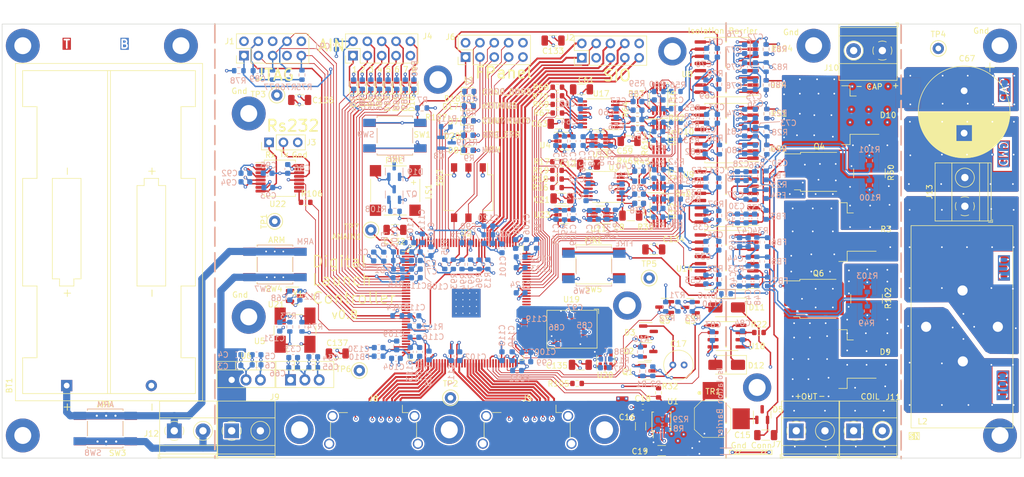
<source format=kicad_pcb>
(kicad_pcb (version 20221018) (generator pcbnew)
  (layers (0 "F.Cu" signal) (1 "In1.Cu" signal) (2 "In2.Cu" signal) (31 "B.Cu" signal) (34 "B.Paste" user) (35 "F.Paste" user) (36 "B.SilkS" user "B.Silkscreen") (37 "F.SilkS" user "F.Silkscreen") (38 "B.Mask" user) (39 "F.Mask" user) (44 "Edge.Cuts" user))
  (net 0 "")
  (net 1 "+3.3VA")
  (net 2 "CVlo")
  (net 3 "+BATT")
  (net 4 "+12V")
  (net 5 "/vref0")
  (net 6 "+3.3V")
  (net 7 "+2V5")
  (net 8 "CIlo")
  (net 9 "Net-(U1-CT)")
  (net 10 "Net-(U9-INP)")
  (net 11 "Net-(U9-INN)")
  (net 12 "Net-(U9-HLDO_OUT)")
  (net 13 "Net-(U9-DCDC_OUT)")
  (net 14 "Net-(U9-DCDC_IN)")
  (net 15 "Net-(U9-DCDC_GND)")
  (net 16 "Net-(U10-INP)")
  (net 17 "/vinb0+")
  (net 18 "/vinb0-")
  (net 19 "/vina0+")
  (net 20 "/vina0-")
  (net 21 "Net-(U11A-+)")
  (net 22 "Net-(U14-INP)")
  (net 23 "Net-(U14-INN)")
  (net 24 "Net-(U14-DCDC_OUT)")
  (net 25 "Net-(U14-HLDO_OUT)")
  (net 26 "Net-(U10-DCDC_OUT)")
  (net 27 "Net-(U14-DCDC_IN)")
  (net 28 "Net-(U14-DCDC_GND)")
  (net 29 "/vina1+")
  (net 30 "/vinb1+")
  (net 31 "/vina1-")
  (net 32 "/vinb1-")
  (net 33 "Net-(U13A-+)")
  (net 34 "/vref1")
  (net 35 "Net-(U8-DCDC_IN)")
  (net 36 "Net-(U8-DCDC_GND)")
  (net 37 "Net-(U8-INP)")
  (net 38 "Net-(U10-HLDO_OUT)")
  (net 39 "Net-(U8-DCDC_OUT)")
  (net 40 "Net-(U8-HLDO_OUT)")
  (net 41 "Net-(U10-DCDC_IN)")
  (net 42 "Net-(U10-DCDC_GND)")
  (net 43 "Net-(D12-K)")
  (net 44 "+1V8")
  (net 45 "/vccio7")
  (net 46 "Net-(U22-C1+)")
  (net 47 "Net-(U22-C1-)")
  (net 48 "Net-(U22-V-)")
  (net 49 "Net-(U22-C2+)")
  (net 50 "Net-(U22-C2-)")
  (net 51 "Net-(U22-V+)")
  (net 52 "LIhi")
  (net 53 "Net-(Q2-B)")
  (net 54 "Net-(Q1-D)")
  (net 55 "/cont_n")
  (net 56 "/dump")
  (net 57 "CIhi")
  (net 58 "Net-(U1-SEC)")
  (net 59 "Net-(D5-Pad1)")
  (net 60 "/ain_1")
  (net 61 "/ain_2")
  (net 62 "/ain_3")
  (net 63 "/ain_4")
  (net 64 "/ain_5")
  (net 65 "/ain_6")
  (net 66 "/ain_7")
  (net 67 "/ain_8")
  (net 68 "/jtagen")
  (net 69 "/tms")
  (net 71 "/tck")
  (net 72 "/tdi")
  (net 73 "/tdo")
  (net 74 "/rx")
  (net 75 "/tx")
  (net 76 "/reset_n")
  (net 77 "/osc")
  (net 79 "/ck-")
  (net 80 "/ck+")
  (net 81 "/hdmi_d0-")
  (net 82 "/hdmi_d0+")
  (net 83 "/hdmi_d1-")
  (net 84 "/hdmi_d1+")
  (net 85 "/hdmi_d2-")
  (net 86 "/hdmi_d2+")
  (net 87 "/hdmi_ck-")
  (net 88 "/hdmi_ck+")
  (net 92 "/pwm")
  (net 93 "/charge")
  (net 94 "/done")
  (net 95 "/spi_d1")
  (net 96 "/spi_d0")
  (net 97 "/spi_d6")
  (net 98 "/spi_d7")
  (net 99 "/spi_cs")
  (net 100 "/spi_d2")
  (net 101 "/spi_d3")
  (net 102 "/spi_d5")
  (net 103 "/spi_clk")
  (net 104 "/spi_d4")
  (net 105 "/spi_ds")
  (net 106 "/dataB0")
  (net 107 "/dataB1")
  (net 108 "/dataA1")
  (net 109 "/dataA0")
  (net 110 "/cs")
  (net 111 "/sclk")
  (net 112 "/LIdiag")
  (net 113 "/LVdiag")
  (net 114 "/CIdiag")
  (net 115 "/CVdiag")
  (net 116 "/arm")
  (net 117 "Net-(D1-A)")
  (net 118 "Net-(D2-A)")
  (net 120 "/fire")
  (net 121 "Net-(D4-A)")
  (net 122 "/iset0")
  (net 123 "Net-(D6-A)")
  (net 124 "/iset1")
  (net 125 "/iset2")
  (net 126 "/arm_led")
  (net 127 "/cont_led")
  (net 128 "Net-(D13-A)")
  (net 129 "Net-(D14-A)")
  (net 130 "/spk+")
  (net 131 "/spk-")
  (net 132 "Net-(U4-EN)")
  (net 134 "Net-(R42-Pad2)")
  (net 135 "Net-(U11A--)")
  (net 136 "Net-(R44-Pad2)")
  (net 137 "Net-(R43-Pad2)")
  (net 138 "Net-(R41-Pad2)")
  (net 142 "Net-(R35-Pad2)")
  (net 143 "Net-(R37-Pad2)")
  (net 144 "Net-(R38-Pad2)")
  (net 145 "Net-(R36-Pad2)")
  (net 147 "Net-(R54-Pad2)")
  (net 148 "Net-(U13A--)")
  (net 149 "Net-(R58-Pad2)")
  (net 150 "Net-(R57-Pad2)")
  (net 151 "Net-(R53-Pad2)")
  (net 152 "Net-(R56-Pad2)")
  (net 153 "Net-(R60-Pad2)")
  (net 154 "Net-(R59-Pad2)")
  (net 155 "Net-(R55-Pad2)")
  (net 156 "Net-(U20-EN)")
  (net 158 "Net-(U21-~{RESET})")
  (net 160 "/rx232")
  (net 162 "/tx232")
  (net 163 "Net-(X1-EN)")
  (net 164 "Net-(X1-OUT)")
  (net 165 "Net-(U3-nCS)")
  (net 166 "Net-(U3-SDATAB)")
  (net 167 "Net-(U3-SDATAA)")
  (net 168 "Net-(U3-SCLK)")
  (net 169 "Net-(U17-nCS)")
  (net 170 "Net-(U17-SDATAB)")
  (net 171 "Net-(U17-SDATAA)")
  (net 172 "Net-(U17-SCLK)")
  (net 173 "Net-(D3-K)")
  (net 174 "Net-(D7-A)")
  (net 175 "Net-(D8-A)")
  (net 176 "Net-(FB3-Pad1)")
  (net 177 "Net-(FB4-Pad1)")
  (net 178 "Net-(FB5-Pad1)")
  (net 179 "Net-(FB6-Pad1)")
  (net 182 "Net-(D15-A)")
  (net 188 "Net-(U1-RREF)")
  (net 189 "/gate")
  (net 190 "Net-(D11-A)")
  (net 191 "Net-(U1-RFB)")
  (net 194 "Net-(D16-A)")
  (net 195 "/nstatus")
  (net 196 "Net-(D17-A)")
  (net 197 "/conf_done")
  (net 198 "Net-(D18-A)")
  (net 199 "/hdmi2_d2+")
  (net 200 "/hdmi2_d2-")
  (net 201 "/hdmi2_d1+")
  (net 202 "/hdmi2_d1-")
  (net 203 "/hdmi2_d0+")
  (net 204 "/hdmi2_d0-")
  (net 205 "/hdmi2_ck+")
  (net 206 "/hdmi2_ck-")
  (net 207 "/bootsel")
  (net 208 "Net-(U2J-NCONFIG)")
  (net 209 "/devclrn")
  (net 210 "/devoe")
  (net 211 "LIlo")
  (net 228 "/spi_nrst")
  (net 229 "GND")
  (net 230 "LVlo")
  (net 232 "Net-(U23-EN)")
  (net 233 "+VSW")
  (net 234 "CVhi")
  (net 235 "LVhi")
  (net 236 "+300V")
  (net 237 "/+OUT")
  (net 238 "Net-(Q3-B)")
  (net 239 "Net-(Q3-C)")
  (net 240 "Net-(Q5-B)")
  (net 241 "Net-(U18-HO)")
  (net 242 "/CSEN")
  (net 243 "/LSEN")
  (net 244 "/SWDIS")
  (net 245 "/HGNDCI")
  (net 246 "/HGNDCV")
  (net 247 "/HGNDLI")
  (net 248 "/HGNDLV")
  (net 251 "/LIoutn")
  (net 252 "/LIoutp")
  (net 253 "/CIoutp")
  (net 254 "/CIoutn")
  (net 255 "/CVoutp")
  (net 256 "/CVoutn")
  (net 257 "/LVoutp")
  (net 258 "/LVoutn")
  (net 259 "/VCCIO1B")
  (net 260 "/VCCIO1A")
  (net 261 "/ANAIN1")
  (net 262 "/REFGND")
  (net 263 "/SW")
  (net 265 "/pwmr")
  (net 272 "/dio0")
  (net 273 "/dio1")
  (net 274 "/dio2")
  (net 275 "/dio3")
  (net 276 "/dio4")
  (net 277 "/dio5")
  (net 278 "/dio6")
  (net 279 "Net-(D19-A)")
  (net 280 "Net-(Q7-B)")
  (net 281 "Net-(U22-R1OUT)")
  (net 282 "Net-(R107-Pad1)")
  (net 287 "Net-(U11B--)")
  (net 288 "Net-(U13B--)")
  (net 289 "/crc")
  (net 290 "Net-(D20-A)")
  (net 294 "/B+")
  (net 296 "/DisG")
  (net 297 "Net-(D20-K)")
  (net 298 "Net-(Q8-B)")
  (footprint "Connector_PinHeader_2.54mm:PinHeader_1x03_P2.54mm_Vertical" (layer "F.Cu") (at 100.6005 71.1102 90)
    (fp_text reference "J3")
    (fp_text value "Conn_01x03")
  )
  (footprint "LED_SMD:LED_0603_1608Metric" (layer "F.Cu") (at 124.714 61.087 90)
    (fp_text reference "D15")
    (fp_text value "Yel")
  )
  (footprint "Package_SO:TSSOP-16_4.4x5mm_P0.65mm" (layer "F.Cu") (at 160.02 78.994 180)
    (fp_text reference "U3")
    (fp_text value "AD7352")
  )
  (footprint "Resistor_SMD:R_0603_1608Metric" (layer "F.Cu") (at 151.638 65.913)
    (fp_text reference "R67")
    (fp_text value "22R")
  )
  (footprint "TerminalBlock_Phoenix:TerminalBlock_Phoenix_MKDS-1,5-2-5.08_1x02_P5.08mm_Horizontal" (layer "F.Cu") (at 193.929 122.174)
    (fp_text reference "J7")
    (fp_text value "Screw_Terminal_01x02")
  )
  (footprint "Resistor_SMD:R_0603_1608Metric" (layer "F.Cu") (at 155.13 113.792)
    (fp_text reference "R105")
    (fp_text value "22R")
  )
  (footprint "Resistor_SMD:R_0603_1608Metric" (layer "F.Cu") (at 188.595 54.61 90)
    (fp_text reference "R104")
    (fp_text value "0R")
  )
  (footprint "myspace pcb:SW_SPST_HP03" (layer "F.Cu") (at 101.6 92.71)
    (fp_text reference "SW4")
    (fp_text value "ARM")
  )
  (footprint "Connector_PinHeader_2.54mm:PinHeader_2x05_P2.54mm_Vertical" (layer "F.Cu") (at 115.459 55.76 90)
    (fp_text reference "J4")
    (fp_text value "Conn_02x05_Odd_Even")
  )
  (footprint "Resistor_SMD:R_0603_1608Metric" (layer "F.Cu") (at 151.638 62.865)
    (fp_text reference "R70")
    (fp_text value "22R")
  )
  (footprint "Package_TO_SOT_SMD:SOT-23-5" (layer "F.Cu") (at 160.171365 109.587565 90)
    (fp_text reference "U20")
    (fp_text value "TLV74318")
  )
  (footprint "Inductor_THT:L_Toroid_Vertical_L35.6mm_W17.8mm_P12.70mm_Pulse_E" (layer "F.Cu") (at 216.916 103.759 90)
    (fp_text reference "L2")
    (fp_text value "390uH 5A")
  )
  (footprint "Package_TO_SOT_THT:TO-220-3_Vertical" (layer "F.Cu") (at 93.98 113.157)
    (fp_text reference "U6")
    (fp_text value "4945")
  )
  (footprint "LED_SMD:LED_0603_1608Metric" (layer "F.Cu") (at 121.666 61.087 90)
    (fp_text reference "D13")
    (fp_text value "Yel")
  )
  (footprint "Resistor_SMD:R_0603_1608Metric" (layer "F.Cu") (at 165.820149 63.881 180)
    (fp_text reference "R63")
    (fp_text value "22R")
  )
  (footprint "Capacitor_SMD:C_1206_3216Metric" (layer "F.Cu") (at 164.338 70.866)
    (fp_text reference "C59")
    (fp_text value "10u")
  )
  (footprint "Package_SO:MSOP-8_3x3mm_P0.65mm" (layer "F.Cu") (at 169.631 70.2775 -90)
    (fp_text reference "U15")
    (fp_text value "LTC6362")
  )
  (footprint "Capacitor_SMD:C_1206_3216Metric" (layer "F.Cu") (at 155.907 61.722)
    (fp_text reference "C61")
    (fp_text value "10u")
  )
  (footprint "Package_SO:MSOP-8_3x3mm_P0.65mm" (layer "F.Cu") (at 169.576149 63.349 -90)
    (fp_text reference "U16")
    (fp_text value "LTC6362")
  )
  (footprint "TerminalBlock_Phoenix:TerminalBlock_Phoenix_MKDS-1,5-2-5.08_1x02_P5.08mm_Horizontal" (layer "F.Cu") (at 209.169 54.864 180)
    (fp_text reference "J10")
    (fp_text value "Screw_Terminal_01x02")
  )
  (footprint "Package_TO_SOT_SMD:SOT-23" (layer "F.Cu") (at 170.6395 100.269 180)
    (fp_text reference "Q5")
    (fp_text value "2N3904")
  )
  (footprint "Capacitor_SMD:C_1206_3216Metric" (layer "F.Cu") (at 152.449 81.026 180)
    (fp_text reference "C21")
    (fp_text value "10u")
  )
  (footprint "TerminalBlock_Phoenix:TerminalBlock_Phoenix_MKDS-1,5-2-5.08_1x02_P5.08mm_Horizontal" (layer "F.Cu") (at 83.82 122.174)
    (fp_text reference "J12")
    (fp_text value "Screw_Terminal_01x02")
  )
  (footprint "Package_TO_SOT_SMD:SOT-23" (layer "F.Cu") (at 167.5615 111.567)
    (fp_text reference "Q1")
    (fp_text value "STR2P3LLH6(Pfet)")
  )
  (footprint "Resistor_SMD:R_0603_1608Metric" (layer "F.Cu") (at 107.0775 81.7274)
    (fp_text reference "R106")
    (fp_text value "22R")
  )
  (footprint "Capacitor_SMD:C_1206_3216Metric" (layer "F.Cu") (at 112.6726 108.4834)
    (fp_text reference "C137")
    (fp_text value "4.7u")
  )
  (footprint "LED_SMD:LED_0603_1608Metric" (layer "F.Cu") (at 136.017 72.517)
    (fp_text reference "D8")
    (fp_text value "ARM")
  )
  (footprint "Button_Switch_SMD:SW_DIP_SPSTx03_Slide_Omron_A6S-310x_W8.9mm_P2.54mm" (layer "F.Cu") (at 135.89 80.005 -90)
    (fp_text reference "SW2")
    (fp_text value "SW_DIP_x03")
  )
  (footprint "MountingHole:MountingHole_3mm_Pad" (layer "F.Cu") (at 106 122)
    (fp_text reference "H14" hide)
    (fp_text value "~")
  )
  (footprint "TestPoint:TestPoint_Keystone_5000-5004_Miniature" (layer "F.Cu") (at 116.586 111.506)
    (fp_text reference "TP6")
    (fp_text value "~")
  )
  (footprint "LED_SMD:LED_0603_1608Metric" (layer "F.Cu") (at 136.0805 62.103)
    (fp_text reference "D18")
    (fp_text value "CONF_DONE")
  )
  (footprint "Connector_HDMI:HDMI_A_Amphenol_10029449-x01xLF_Horizontal" (layer "F.Cu") (at 119.0945 123.57)
    (fp_text reference "J8")
    (fp_text value "HDMI_D_1.4")
  )
  (footprint "MountingHole:MountingHole_3mm_Pad" (layer "F.Cu") (at 187 114.5)
    (fp_text reference "H15" hide)
    (fp_text value "~")
  )
  (footprint "Capacitor_THT:C_Radial_D5.0mm_H7.0mm_P2.00mm" (layer "F.Cu") (at 172.0756 110.5154)
    (fp_text reference "C17")
    (fp_text value "100u 20v")
  )
  (footprint "TerminalBlock_Phoenix:TerminalBlock_Phoenix_MKDS-1,5-2-5.08_1x02_P5.08mm_Horizontal" (layer "F.Cu") (at 204.089 122.174)
    (fp_text reference "J11")
    (fp_text value "Screw_Terminal_01x02")
  )
  (footprint "LED_SMD:LED_0603_1608Metric" (layer "F.Cu") (at 126.238 61.087 90)
    (fp_text reference "D16")
    (fp_text value "Yel")
  )
  (footprint "Resistor_SMD:R_0603_1608Metric" (layer "F.Cu") (at 151.638 64.389)
    (fp_text reference "R69")
    (fp_text value "22R")
  )
  (footprint "Package_SO:SOIC-16W_7.5x10.3mm_P1.27mm" (layer "F.Cu") (at 181.61 91.948 180)
    (fp_text reference "U14")
    (fp_text value "AMC3302")
  )
  (footprint "myspace pcb:FBGA-24_6mmx8mm_Layout5x5_P1.00mm" (layer "F.Cu") (at 154.178 104.14 -90)
    (fp_text reference "U19")
    (fp_text value "S80KS2563GABHV020")
  )
  (footprint "MountingHole:MountingHole_3mm_Pad" (layer "F.Cu") (at 230 54)
    (fp_text reference "H5" hide)
    (fp_text value "~")
  )
  (footprint "Capacitor_SMD:C_1206_3216Metric" (layer "F.Cu") (at 188.517 122.936)
    (fp_text reference "C15")
    (fp_text value "0.022u 630v")
  )
  (footprint "Resistor_SMD:R_0603_1608Metric" (layer "F.Cu") (at 166.116 77.978 180)
    (fp_text reference "R46")
    (fp_text value "22R")
  )
  (footprint "TestPoint:TestPoint_Keystone_5000-5004_Miniature" (layer "F.Cu") (at 101.981 62.738)
    (fp_text reference "TP3")
    (fp_text value "~")
  )
  (footprint "MountingHole:MountingHole_3mm_Pad" (layer "F.Cu") (at 97 102)
    (fp_text reference "H7" hide)
    (fp_text value "~")
  )
  (footprint "LED_SMD:LED_0603_1608Metric" (layer "F.Cu") (at 135.9915 67.31)
    (fp_text reference "D7")
    (fp_text value "CONTINUITY")
  )
  (footprint "Capacitor_SMD:C_1206_3216Metric" (layer "F.Cu") (at 155.7002 110.49)
    (fp_text reference "C135")
    (fp_text value "4.7u")
  )
  (footprint "Package_TO_SOT_SMD:SOT-23" (layer "F.Cu") (at 175.1815 100.33 180)
    (fp_text reference "Q3")
    (fp_text value "2N3906")
  )
  (footprint "Capacitor_SMD:C_1206_3216Metric" (layer "F.Cu") (at 168.705 90.06 180)
    (fp_text reference "C134")
    (fp_text value "4.7u")
  )
  (footprint "TerminalBlock_Phoenix:TerminalBlock_Phoenix_MKDS-1,5-2-5.08_1x02_P5.08mm_Horizontal" (layer "F.Cu") (at 223.774 82.423 90)
    (fp_text reference "J13")
    (fp_text value "Screw_Terminal_01x02")
  )
  (footprint "MountingHole:MountingHole_3mm_Pad" (layer "F.Cu") (at 57 54)
    (fp_text reference "H1" hide)
    (fp_text value "~")
  )
  (footprint "Resistor_SMD:R_0603_1608Metric" (layer "F.Cu") (at 166.116 80.264 180)
    (fp_text reference "R40")
    (fp_text value "22R")
  )
  (footprint "Connector_PinHeader_2.54mm:PinHeader_2x05_P2.54mm_Vertical" (layer "F.Cu") (at 155.961 56.139 90)
    (fp_text reference "J2")
    (fp_text value "Conn_02x05_Odd_Even")
  )
  (footprint "MountingHole:MountingHole_3mm_Pad" (layer "F.Cu") (at 130.5 60)
    (fp_text reference "H11" hide)
    (fp_text value "~")
  )
  (footprint "Resistor_SMD:R_0603_1608Metric" (layer "F.Cu") (at 166.116 81.915 180)
    (fp_text reference "R39")
    (fp_text value "22R")
  )
  (footprint "Resistor_SMD:R_0603_1608Metric" (layer "F.Cu") (at 166.116 76.2 180)
    (fp_text reference "R45")
    (fp_text value "22R")
  )
  (footprint "MountingHole:MountingHole_3mm_Pad" (layer "F.Cu") (at 97 66)
    (fp_text reference "H6" hide)
    (fp_text value "~")
  )
  (footprint "Package_SO:TSSOP-16_4.4x5mm_P0.65mm" (layer "F.Cu") (at 159.014 66.143 180)
    (fp_text reference "U17")
    (fp_text value "AD7352")
  )
  (footprint "Capacitor_SMD:C_1206_3216Metric" (layer "F.Cu") (at 122.887 86.6 180)
    (fp_text reference "C132")
    (fp_text value "4.7u")
  )
  (footprint "MountingHole:MountingHole_3mm_Pad" (layer "F.Cu") (at 57 123)
    (fp_text reference "H10" hide)
    (fp_text value "~")
  )
  (footprint "Capacitor_SMD:C_1206_3216Metric" (layer "F.Cu") (at 150.8742 53.086 180)
    (fp_text reference "C133")
    (fp_text value "4.7u")
  )
  (footprint "Package_TO_SOT_SMD:SOT-23" (layer "F.Cu") (at 167.767 104.582)
    (fp_text reference "D3")
    (fp_text value "BAV99")
  )
  (footprint "Resistor_SMD:R_0603_1608Metric" (layer "F.Cu") (at 151.574 77.597)
    (fp_text reference "R18")
    (fp_text value "22R")
  )
  (footprint "Package_TO_SOT_SMD:SOT-23-8" (layer "F.Cu") (at 159.258 83.947 180)
    (fp_text reference "U11")
    (fp_text value "TLV9062xD")
  )
  (footprint "Package_SO:SOIC-16W_7.5x10.3mm_P1.27mm" (layer "F.Cu") (at 181.61 69.469 180)
    (fp_text reference "U10")
    (fp_text value "AMC3330")
  )
  (footprint "Resistor_SMD:R_0603_1608Metric" (layer "F.Cu") (at 187.325 104.775)
    (fp_text reference "R22")
    (fp_text value "10R")
  )
  (footprint "Package_SO:SOIC-8_3.9x4.9mm_P1.27mm" (layer "F.Cu") (at 181.675 105.41)
    (fp_text reference "U18")
    (fp_text value "IR2127")
  )
  (footprint "Capacitor_SMD:C_1206_3216Metric" (layer "F.Cu") (at 166.37 121.363 90)
    (fp_text reference "C16")
    (fp_text value "4.7u")
  )
  (footprint "Package_SO:MSOP-8_3x3mm_P0.65mm" (layer "F.Cu") (at 169.672 76.7885 -90)
    (fp_text reference "U7")
    (fp_text value "LTC6362")
  )
  (footprint "LED_SMD:LED_0603_1608Metric" (layer "F.Cu") (at 135.9915 69.85)
    (fp_text reference "D20")
    (fp_text value "CRC_ERR")
  )
  (footprint "TerminalBlock_Phoenix:TerminalBlock_Phoenix_MKDS-1,5-2-5.08_1x02_P5.08mm_Horizontal" (layer "F.Cu") (at 93.98 122.174)
    (fp_text reference "J9")
    (fp_text value "Screw_Terminal_01x02")
  )
  (footprint "Connector_PinHeader_2.54mm:PinHeader_2x05_P2.54mm_Vertical" (layer "F.Cu") (at 135.387 56.012 90)
    (fp_text reference "J6")
    (fp_text value "Conn_02x05_Odd_Even")
  )
  (footprint "Package_TO_SOT_SMD:SOT-23-5" (layer "F.Cu") (at 152.898 70.89)
    (fp_text reference "U4")
    (fp_text value "TLV74325")
  )
  (footprint "Resistor_SMD:R_0603_1608Metric" (layer "F.Cu") (at 188.595 60.96 90)
    (fp_text reference "R24")
    (fp_text value "0R")
  )
  (footprint "Capacitor_SMD:C_1206_3216Metric" (layer "F.Cu") (at 106.0178 63.6044)
    (fp_text reference "C136")
    (fp_text value "4.7u")
  )
  (footprint "Package_TO_SOT_SMD:SOT-23" (layer "F.Cu") (at 187.894 119.3015 90)
    (fp_text reference "D5")
    (fp_text value "GSD2004S")
  )
  (footprint "Resistor_SMD:R_0603_1608Metric" (layer "F.Cu") (at 188.722 72.39 90)
    (fp_text reference "R99")
    (fp_text value "0R")
  )
  (footprint "MountingHole:MountingHole_3mm_Pad" (layer "F.Cu") (at 132.5 122)
    (fp_text reference "H9" hide)
    (fp_text value "~")
  )
  (footprint "LED_SMD:LED_0603_1608Metric" (layer "F.Cu") (at 117.094 61.087 90)
    (fp_text reference "D1")
    (fp_text value "Yel")
  )
  (footprint "myspace pcb:SW_SPST_HP03" (layer "F.Cu") (at 158.06 92.71)
    (fp_text reference "SW5")
    (fp_text value "FIRE")
  )
  (footprint "TestPoint:TestPoint_Keystone_5000-5004_Miniature" (layer "F.Cu") (at 219.075 54.483)
    (fp_text reference "TP4")
    (fp_text value "~")
  )
  (footprint "Package_SO:SOIC-16W_7.5x10.3mm_P1.27mm" (layer "F.Cu") (at 181.61 80.772 180)
    (fp_text reference "U9")
    (fp_text value "AMC3302")
  )
  (footprint "Buzzer_Beeper:PUIAudio_SMT_0825_S_4_R" (layer "F.Cu") (at 122.936 79.629 -90)
    (fp_text reference "LS1")
    (fp_text value "Speaker")
  )
  (footprint "MountingHole:MountingHole_3mm_Pad" (layer "F.Cu") (at 85 54)
    (fp_text reference "H2" hide)
    (fp_text value "~")
  )
  (footprint "Package_SO:MSOP-8_3x3mm_P0.65mm" (layer "F.Cu") (at 169.672 83.2655 -90)
    (fp_text reference "U12")
    (fp_text value "LTC6362")
  )
  (footprint "Package_TO_SOT_SMD:TO-263-2_TabPin1" (layer "F.Cu") (at 198.12 86.995 180)
    (fp_text reference "R3")
    (fp_text value "3K3 25W")
  )
  (footprint "Package_TO_SOT_THT:TO-220-3_Vertical" (layer "F.Cu") (at 104.394 113.157)
    (fp_text reference "U5")
    (fp_text value "LMO78_03-1.0")
  )
  (footprint "Capacitor_SMD:C_1206_3216Metric" (layer "F.Cu") (at 157.148 75.057)
    (fp_text reference "C12")
    (fp_text value "10u")
  )
  (footprint "Battery:BatteryHolder_Keystone_2462_2xAA" (layer "F.Cu") (at 64.77 114.165 90)
    (fp_text reference "BT1")
    (fp_text value "~")
  )
  (footprint "Package_TO_SOT_SMD:TO-263-2_TabPin1" (layer "F.Cu") (at 198.12 109.474 180)
    (fp_text reference "D9")
    (fp_text value "‎STPSC10065G2")
  )
  (footprint "Resistor_SMD:R_0603_1608Metric" (layer "F.Cu") (at 169.545 115.443 90)
    (fp_text reference "R32")
    (fp_text value "100K")
  )
  (footprint "Package_QFP:EQFP-144-1EP_20x20mm_P0.5mm_EP5x5mm_ThermalVias" (layer "F.Cu") (at 135.509 99.568)
    (fp_text reference "U2")
    (fp_text value "MAX10M04")
  )
  (footprint "Package_TO_SOT_SMD:SOT-23-5" (layer "F.Cu") (at 152.908 83.947)
    (fp_text reference "U23")
    (fp_text value "TLV74325")
  )
  (footprint "Resistor_SMD:R_0603_1608Metric" (layer "F.Cu") (at 151.574 79.121)
    (fp_text reference "R16")
    (fp_text value "22R")
  )
  (footprint "Package_TO_SOT_SMD:TO-252-2" (layer "F.Cu") (at 197.993 76.327)
    (fp_text reference "Q4")
    (fp_text value "IPD60R145")
  )
  (footprint "TestPoint:TestPoint_Keystone_5000-5004_Miniature" (layer "F.Cu") (at 118.618 86.614)
    (fp_text reference "TP7")
    (fp_text value "~")
  )
  (footprint "Resistor_SMD:R_0603_1608Metric" (layer "F.Cu") (at 151.638 61.341)
    (fp_text reference "R68")
    (fp_text value "22R")
  )
  (footprint "Resistor_SMD:R_0603_1608Metric" (layer "F.Cu") (at 188.722 66.04 90)
    (fp_text reference "R51")
    (fp_text value "0R")
  )
  (footprint "TestPoint:TestPoint_Keystone_5000-5004_Miniature" (layer "F.Cu") (at 101.6 85.09)
    (fp_text reference "TP1")
    (fp_text value "~")
  )
  (footprint "" (layer "F.Cu") (at 223.3676 97.3328)
    (fp_text reference "")
    (fp_text value "")
  )
  (footprint "LED_SMD:LED_0603_1608Metric" (layer "F.Cu") (at 135.9915 64.77)
    (fp_text reference "D17")
    (fp_text value "nSTATUS")
  )
  (footprint "MountingHole:MountingHole_3mm_Pad" (layer "F.Cu") (at 160 122)
    (fp_text reference "H13" hide)
    (fp_text value "~")
  )
  (footprint "Package_SO:SOIC-16W_7.5x10.3mm_P1.27mm" (layer "F.Cu") (at 181.61 57.785 180)
    (fp_text reference "U8")
    (fp_text value "AMC3330")
  )
  (footprint "Capacitor_SMD:C_0603_1608Metric" (layer "F.Cu") (at 166.764 117.983 180)
    (fp_text reference "C18")
    (fp_text value "1u")
  )
  (footprint "Diode_SMD:D_SMA" (layer "F.Cu") (at 181.61 110.49 180)
    (fp_text reference "D12")
    (fp_text value "ES1J")
  )
  (footprint "TestPoint:TestPoint_Keystone_5000-5004_Miniature" (layer "F.Cu") (at 167.894 95.123)
    (fp_text reference "TP5")
    (fp_text value "~")
  )
  (footprint "Connector_HDMI:HDMI_A_Amphenol_10029449-x01xLF_Horizontal" (layer "F.Cu") (at 146.292 123.554)
    (fp_text reference "J5")
    (fp_text value "HDMI_D_1.4")
  )
  (footprint "Resistor_SMD:R_0603_1608Metric" (layer "F.Cu") (at 165.820149 68.58 180)
    (fp_text reference "R61")
    (fp_text value "22R")
  )
  (footprint "MountingHole:MountingHole_3mm_Pad" (layer "F.Cu") (at 197 54)
    (fp_text reference "H4" hide)
    (fp_text value "~")
  )
  (footprint "Package_TO_SOT_SMD:SOT-23" (layer "F.Cu") (at 167.6885 108.138)
    (fp_text reference "Q2")
    (fp_text value "2N3904")
  )
  (footprint "Package_TO_SOT_SMD:TO-263-2_TabPin1" (layer "F.Cu") (at 198.628 66.294 180)
    (fp_text reference "D10")
    (fp_text value "‎STPSC10065G2")
  )
  (footprint "LED_SMD:LED_0603_1608Metric" (layer "F.Cu") (at 123.19 61.087 90)
    (fp_text reference "D14")
    (fp_text value "Yel")
  )
  (footprint "Connector_PinHeader_2.54mm:PinHeader_2x05_P2.54mm_Vertical" (layer "F.Cu") (at 96.155 55.755 90)
    (fp_text reference "J1")
    (fp_text value "Conn_02x05_Odd_Even")
  )
  (footprint "Resistor_SMD:R_0603_1608Metric" (layer "F.Cu") (at 127.699 65.024 180)
    (fp_text reference "R107")
    (fp_text value "22R")
  )
  (footprint "Resistor_SMD:R_0603_1608Metric" (layer "F.Cu") (at 151.574 76.073)
    (fp_text reference "R19")
    (fp_text value "22R")
  )
  (footprint "" (layer "F.Cu") (at 223.4184 109.8804)
    (fp_text reference "")
    (fp_text value "")
  )
  (footprint "Capacitor_SMD:C_1206_3216Metric" (layer "F.Cu") (at 151.941 67.818 180)
    (fp_text reference "C63")
    (fp_text value "10u")
  )
  (footprint "Resistor_SMD:R_0603_1608Metric" (layer "F.Cu") (at 151.574 74.549)
    (fp_text reference "R17")
    (fp_text value "22R")
  )
  (footprint "myspace pcb:R_2818 current sense" (layer "F.Cu") (at 206.375 98.806 -90)
    (fp_text reference "R102")
    (fp_text value "0.005R 1W")
  )
  (footprint "Resistor_SMD:R_0603_1608Metric" (layer "F.Cu") (at 165.820149 67.056 180)
    (fp_text reference "R62")
    (fp_text value "22R")
  )
  (footprint "Resistor_SMD:R_0603_1608Metric" (layer "F.Cu") (at 165.820149 65.405 180)
    (fp_text reference "R64")
    (fp_text value "22R")
  )
  (footprint "myspace pcb:SW_SPST_HP03" (layer "F.Cu") (at 122.898 69.941)
    (fp_text reference "SW1")
    (fp_text value "FIRE")
  )
  (footprint "Package_TO_SOT_SMD:SOT-23-8" (layer "F.Cu") (at 159.268 70.842 180)
    (fp_text reference "U13")
    (fp_text value "TLV9062xD")
  )
  (footprint "Capacitor_SMD:C_1206_3216Metric" (layer "F.Cu") (at 164.641 84.074)
    (fp_text reference "C8")
    (fp_text value "10u")
  )
  (footprint "Package_TO_SOT_SMD:TO-252-2" (layer "F.Cu") (at 197.866 98.806)
    (fp_text reference "Q6")
    (fp_text value "IPD60R145")
  )
  (footprint "myspace pcb:R_2818 current sense" (layer "F.Cu") (at 206.883 76.581 -90)
    (fp_text reference "R50")
    (fp_text value "0.005R 1W")
  )
  (footprint "myspace pcb:SW_SPST_HP03" (layer "F.Cu") (at 71.628 121.793)
    (fp_text reference "SW3")
    (fp_text value "ARM")
  )
  (footprint "MountingHole:MountingHole_3mm_Pad" (layer "F.Cu") (at 172 55)
    (fp_text reference "H3" hide)
    (fp_text value "~")
  )
  (footprint "Package_SO:SSOP-16_5.3x6.2mm_P0.65mm" (layer "F.Cu") (at 102.5055 77.4602)
    (fp_text reference "U22")
    (fp_text value "MAX3227")
  )
  (footprint "MountingHole:MountingHole_3mm_Pad" (layer "F.Cu") (at 230 123)
    (fp_text reference "H12" hide)
    (fp_text value "~")
  )
  (footprint "Package_TO_SOT_SMD:SOT-23" (layer "F.Cu") (at 105.249 98.297)
    (fp_text reference "U21")
    (fp_text value "LM809")
  )
  (footprint "Oscillator:Oscillator_SMD_Abracon_ASV-4Pin_7.0x5.1mm_HandSoldering" (layer "F.Cu") (at 105.193 104.354)
    (fp_text reference "X1")
    (fp_text value "ASE-48MHz")
  )
  (footprint "Package_SO:MSOP-10_3x3mm_P0.5mm" (layer "F.Cu") (at 170.053 120.523 90)
    (fp_text reference "U1")
    (fp_text value "LT3420")
  )
  (footprint "Capacitor_THT:CP_Radial_D16.0mm_P7.50mm" (layer "F.Cu") (at 223.647 61.976 -90)
    (fp_text reference "C67")
    (fp_text value "100u 400V")
  )
  (footprint "TestPoint:TestPoint_Keystone_5000-5004_Miniature" (layer "F.Cu") (at 132.715 116.332)
    (fp_text reference "TP2")
    (fp_text value "~")
  )
  (footprint "Capacitor_SMD:C_1206_3216Metric" (layer "F.Cu") (at 170.102 125.6792)
    (fp_text reference "C19")
    (fp_text value "4.7u")
  )
  (footprint "Diode_SMD:D_SMA" (layer "F.Cu") (at 181.61 100.33 180)
    (fp_text reference "D11")
    (fp_text value "ES1J")
  )
  (footprint "MountingHole:MountingHole_3mm_Pad" (layer "F.Cu") (at 164 100)
    (fp_text reference "H8" hide)
    (fp_text value "~")
  )
  (footprint "LED_SMD:LED_0603_1608Metric" (layer "F.Cu") (at 115.57 61.087 90)
    (fp_text reference "D2")
    (fp_text value "Yel")
  )
  (footprint "LED_SMD:LED_0603_1608Metric" (layer "F.Cu") (at 120.142 61.087 90)
    (fp_text reference "D6")
    (fp_text value "Yel")
  )
  (footprint "myspace pcb:PA0637A Pulse Coil" (layer "F.Cu") (at 179.197 120.042)
    (fp_text reference "TR1")
    (fp_text value "PA0367A")
  )
  (footprint "LED_SMD:LED_0603_1608Metric" (layer "F.Cu") (at 118.618 61.087 90)
    (fp_text reference "D4")
    (fp_text value "Yel")
  )
  (footprint "Capacitor_SMD:C_0603_1608Metric" (layer "B.Cu") (at 154.432 83.833 -90)
    (fp_text reference "C129")
    (fp_text value "1u")
  )
  (footprint "Capacitor_SMD:C_0603_1608Metric" (layer "B.Cu") (at 141.8275 89.868 -90)
    (fp_text reference "C101")
    (fp_text value "0.1u")
  )
  (footprint "Capacitor_SMD:C_0603_1608Metric" (layer "B.Cu") (at 146.1455 108.283)
    (fp_text reference "C100")
    (fp_text value "0.1u")
  )
  (footprint "Resistor_SMD:R_0603_1608Metric" (layer "B.Cu") (at 152.908 83.947 -90)
    (fp_text reference "R98")
    (fp_text value "10K")
  )
  (footprint "Resistor_SMD:R_0603_1608Metric" (layer "B.Cu") (at 159.246 70.866 -90)
    (fp_text reference "R66")
    (fp_text value "10.01K")
  )
  (footprint "myspace pcb:SW_SPST_HP03" (layer "B.Cu") (at 71.573 121.757 180)
    (fp_text reference "SW8")
    (fp_text value "ARM")
  )
  (footprint "Capacitor_SMD:C_0603_1608Metric" (layer "B.Cu") (at 184.785 66.04 -90)
    (fp_text reference "C74")
    (fp_text value "0.001u")
  )
  (footprint "Capacitor_SMD:C_0603_1608Metric" (layer "B.Cu") (at 185.039 77.089 90)
    (fp_text reference "C28")
    (fp_text value "0.001u")
  )
  (footprint "Capacitor_SMD:C_0603_1608Metric" (layer "B.Cu") (at 143.637 108.966 -90)
    (fp_text reference "C110")
    (fp_text value "0.1u")
  )
  (footprint "Capacitor_SMD:C_0603_1608Metric" (layer "B.Cu") (at 177.927 89.408 90)
    (fp_text reference "C37")
    (fp_text value "0.001u")
  )
  (footprint "Resistor_SMD:R_0603_1608Metric" (layer "B.Cu") (at 101.219 59.182 90)
    (fp_text reference "R77")
    (fp_text value "10K")
  )
  (footprint "Capacitor_SMD:C_0603_1608Metric" (layer "B.Cu") (at 96.4095 76.5712)
    (fp_text reference "C92")
    (fp_text value "0.1u")
  )
  (footprint "Resistor_SMD:R_0603_1608Metric" (layer "B.Cu") (at 169.608 78.994 180)
    (fp_text reference "R43")
    (fp_text value "3.01K")
  )
  (footprint "Capacitor_SMD:C_0603_1608Metric" (layer "B.Cu") (at 120.002 107.442 180)
    (fp_text reference "C130")
    (fp_text value "1u")
  )
  (footprint "Resistor_SMD:R_0603_1608Metric" (layer "B.Cu") (at 136.0175 62.103 180)
    (fp_text reference "R92")
    (fp_text value "1K")
  )
  (footprint "Capacitor_SMD:C_0603_1608Metric" (layer "B.Cu") (at 154.422 70.89 -90)
    (fp_text reference "C11")
    (fp_text value "1u")
  )
  (footprint "Capacitor_SMD:C_0603_1608Metric" (layer "B.Cu") (at 184.404 105.283 -90)
    (fp_text reference "C84")
    (fp_text value "0.1u")
  )
  (footprint "Resistor_SMD:R_0603_1608Metric" (layer "B.Cu") (at 206.502 96.774 -90)
    (fp_text reference "R103")
    (fp_text value "0R")
  )
  (footprint "Capacitor_SMD:C_0603_1608Metric" (layer "B.Cu") (at 158.877 83.934 90)
    (fp_text reference "C42")
    (fp_text value "0.1u")
  )
  (footprint "Capacitor_SMD:C_0603_1608Metric" (layer "B.Cu") (at 184.785 72.39 90)
    (fp_text reference "C80")
    (fp_text value "0.001u")
  )
  (footprint "Resistor_SMD:R_0603_1608Metric" (layer "B.Cu") (at 188.722 69.215 -90)
    (fp_text reference "R28")
    (fp_text value "10.01K")
  )
  (footprint "Resistor_SMD:R_0603_1608Metric" (layer "B.Cu") (at 169.567149 67.564 180)
    (fp_text reference "R58")
    (fp_text value "3.01K")
  )
  (footprint "Capacitor_SMD:C_0603_1608Metric" (layer "B.Cu") (at 155.702 64.389 -90)
    (fp_text reference "C62")
    (fp_text value "0.1u")
  )
  (footprint "Resistor_SMD:R_0603_1608Metric" (layer "B.Cu") (at 186.944 88.773 -90)
    (fp_text reference "R34")
    (fp_text value "10R")
  )
  (footprint "Inductor_SMD:L_0603_1608Metric" (layer "B.Cu") (at 144.5005 111.506 180)
    (fp_text reference "FB11")
    (fp_text value "Ferrite")
  )
  (footprint "Capacitor_SMD:C_0603_1608Metric" (layer "B.Cu") (at 125.4445 88.852 180)
    (fp_text reference "C107")
    (fp_text value "0.1u")
  )
  (footprint "Capacitor_SMD:C_0603_1608Metric" (layer "B.Cu") (at 104.863 109.204)
    (fp_text reference "C33")
    (fp_text value "0.01u")
  )
  (footprint "Capacitor_SMD:C_0603_1608Metric" (layer "B.Cu") (at 179.959 66.929 90)
    (fp_text reference "C23")
    (fp_text value "0.001u")
  )
  (footprint "Capacitor_SMD:C_0603_1608Metric" (layer "B.Cu") (at 134.3345 108.966 -90)
    (fp_text reference "C102")
    (fp_text value "0.1u")
  )
  (footprint "Capacitor_SMD:C_0603_1608Metric" (layer "B.Cu") (at 123.063 109.347 180)
    (fp_text reference "C104")
    (fp_text value "0.1u")
  )
  (footprint "Capacitor_SMD:C_0603_1608Metric" (layer "B.Cu") (at 177.927 60.833 90)
    (fp_text reference "C69")
    (fp_text value "0.1u")
  )
  (footprint "Resistor_SMD:R_0603_1608Metric" (layer "B.Cu") (at 172.656 78.994 180)
    (fp_text reference "R41")
    (fp_text value "1.50K")
  )
  (footprint "Capacitor_SMD:C_0603_1608Metric" (layer "B.Cu") (at 162.052 65.913 90)
    (fp_text reference "C60")
    (fp_text value "0.1u")
  )
  (footprint "Capacitor_SMD:C_0603_1608Metric" (layer "B.Cu") (at 98.386 110.496 180)
    (fp_text reference "C6")
    (fp_text value "0.01u")
  )
  (footprint "Capacitor_SMD:C_0603_1608Metric" (layer "B.Cu") (at 157.734 70.842 90)
    (fp_text reference "C58")
    (fp_text value "0.1u")
  )
  (footprint "Capacitor_SMD:C_0603_1608Metric" (layer "B.Cu") (at 141.8275 108.966 -90)
    (fp_text reference "C118")
    (fp_text value "0.1u")
  )
  (footprint "Inductor_SMD:L_0603_1608Metric" (layer "B.Cu") (at 188.595 76.962 -90)
    (fp_text reference "FB2")
    (fp_text value "Ferrite")
  )
  (footprint "Capacitor_SMD:C_0603_1608Metric" (layer "B.Cu") (at 155.702 67.437 90)
    (fp_text reference "C64")
    (fp_text value "0.1u")
  )
  (footprint "Capacitor_SMD:C_0603_1608Metric" (layer "B.Cu") (at 169.576149 63.603 180)
    (fp_text reference "C14")
    (fp_text value "0.1u")
  )
  (footprint "Capacitor_SMD:C_0603_1608Metric" (layer "B.Cu") (at 156.21 70.879 90)
    (fp_text reference "C126")
    (fp_text value "0.1u")
  )
  (footprint "Capacitor_SMD:C_0603_1608Metric" (layer "B.Cu") (at 94.83 110.623)
    (fp_text reference "C3")
    (fp_text value "1u")
  )
  (footprint "Capacitor_SMD:C_0603_1608Metric" (layer "B.Cu") (at 165.820149 65.405)
    (fp_text reference "C57")
    (fp_text value "0.001u")
  )
  (footprint "Capacitor_SMD:C_0603_1608Metric" (layer "B.Cu") (at 156.4005 105.4735 90)
    (fp_text reference "C85")
    (fp_text value "0.1u")
  )
  (footprint "Capacitor_SMD:C_0603_1608Metric" (layer "B.Cu") (at 185.42 95.758 90)
    (fp_text reference "C45")
    (fp_text value "1u")
  )
  (footprint "Capacitor_SMD:C_0603_1608Metric" (layer "B.Cu") (at 145.1295 97.742 180)
    (fp_text reference "C124")
    (fp_text value "0.1u")
  )
  (footprint "Resistor_SMD:R_0603_1608Metric" (layer "B.Cu") (at 135.827 72.517 180)
    (fp_text reference "R9")
    (fp_text value "1K")
  )
  (footprint "Capacitor_SMD:C_0603_1608Metric" (layer "B.Cu") (at 165.820149 68.707)
    (fp_text reference "C54")
    (fp_text value "0.001u")
  )
  (footprint "Capacitor_SMD:C_0603_1608Metric" (layer "B.Cu") (at 127.254 108.204 90)
    (fp_text reference "C103")
    (fp_text value "0.1u")
  )
  (footprint "Resistor_SMD:R_0603_1608Metric" (layer "B.Cu") (at 186.563 77.089 -90)
    (fp_text reference "R26")
    (fp_text value "10R")
  )
  (footprint "Capacitor_SMD:C_0603_1608Metric" (layer "B.Cu") (at 185.039 84.582 90)
    (fp_text reference "C30")
    (fp_text value "1u")
  )
  (footprint "Capacitor_SMD:C_0603_1608Metric" (layer "B.Cu") (at 96.4095 78.0952 180)
    (fp_text reference "C94")
    (fp_text value "0.1u")
  )
  (footprint "Capacitor_SMD:C_0603_1608Metric" (layer "B.Cu") (at 103.9025 75.8092 -90)
    (fp_text reference "C96")
    (fp_text value "0.1u")
  )
  (footprint "Resistor_SMD:R_0603_1608Metric" (layer "B.Cu") (at 136.271 92.71 90)
    (fp_text reference "R97")
    (fp_text value "DNI")
  )
  (footprint "Capacitor_SMD:C_0603_1608Metric" (layer "B.Cu") (at 177.927 95.377 90)
    (fp_text reference "C53")
    (fp_text value "0.1u")
  )
  (footprint "Resistor_SMD:R_0603_1608Metric" (layer "B.Cu") (at 106.426 103.759 90)
    (fp_text reference "R74")
    (fp_text value "22R")
  )
  (footprint "Resistor_SMD:R_0603_1608Metric" (layer "B.Cu") (at 117.094 60.833 90)
    (fp_text reference "R83")
    (fp_text value "1K")
  )
  (footprint "Inductor_SMD:L_0603_1608Metric" (layer "B.Cu") (at 188.595 80.264 -90)
    (fp_text reference "FB4")
    (fp_text value "Ferrite")
  )
  (footprint "Capacitor_SMD:C_0603_1608Metric" (layer "B.Cu") (at 126.5875 93.551)
    (fp_text reference "C7")
    (fp_text value "1u")
  )
  (footprint "Resistor_SMD:R_0603_1608Metric" (layer "B.Cu") (at 172.656 81.153 180)
    (fp_text reference "R35")
    (fp_text value "1.50K")
  )
  (footprint "Capacitor_SMD:C_0603_1608Metric" (layer "B.Cu") (at 126.3335 105.616 180)
    (fp_text reference "C116")
    (fp_text value "0.1u")
  )
  (footprint "Capacitor_SMD:C_0603_1608Metric" (layer "B.Cu") (at 145.1295 93.297 180)
    (fp_text reference "C123")
    (fp_text value "0.1u")
  )
  (footprint "Capacitor_SMD:C_0603_1608Metric" (layer "B.Cu") (at 108.419 110.982 180)
    (fp_text reference "C65")
    (fp_text value "0.01u")
  )
  (footprint "Resistor_SMD:R_0603_1608Metric" (layer "B.Cu") (at 172.529 84.328 180)
    (fp_text reference "R36")
    (fp_text value "1.50K")
  )
  (footprint "Capacitor_SMD:C_0603_1608Metric" (layer "B.Cu") (at 185.42 92.202 90)
    (fp_text reference "C44")
    (fp_text value "0.01u")
  )
  (footprint "Resistor_SMD:R_0603_1608Metric" (layer "B.Cu") (at 134.747 92.71 90)
    (fp_text reference "R94")
    (fp_text value "DNI")
  )
  (footprint "Capacitor_SMD:C_0603_1608Metric" (layer "B.Cu") (at 185.039 80.391 90)
    (fp_text reference "C27")
    (fp_text value "0.01u")
  )
  (footprint "Resistor_SMD:R_0603_1608Metric" (layer "B.Cu") (at 160.171365 109.460565)
    (fp_text reference "R11")
    (fp_text value "10K")
  )
  (footprint "Resistor_SMD:R_0603_1608Metric" (layer "B.Cu") (at 106.426 59.182 90)
    (fp_text reference "R75")
    (fp_text value "10K")
  )
  (footprint "Resistor_SMD:R_0603_1608Metric" (layer "B.Cu") (at 172.551149 70.739 180)
    (fp_text reference "R53")
    (fp_text value "1.50K")
  )
  (footprint "Capacitor_SMD:C_0603_1608Metric" (layer "B.Cu") (at 166.103 80.264)
    (fp_text reference "C39")
    (fp_text value "0.001u")
  )
  (footprint "Capacitor_SMD:C_0603_1608Metric" (layer "B.Cu") (at 165.820149 63.881)
    (fp_text reference "C55")
    (fp_text value "0.001u")
  )
  (footprint "Resistor_SMD:R_0603_1608Metric" (layer "B.Cu") (at 168.529 111.633 90)
    (fp_text reference "R2")
    (fp_text value "100K")
  )
  (footprint "Capacitor_SMD:C_0603_1608Metric" (layer "B.Cu") (at 104.267 98.233 90)
    (fp_text reference "C68")
    (fp_text value "0.1u")
  )
  (footprint "Capacitor_SMD:C_0603_1608Metric" (layer "B.Cu") (at 126.3335 101.806)
    (fp_text reference "C115")
    (fp_text value "0.1u")
  )
  (footprint "Capacitor_SMD:C_0603_1608Metric" (layer "B.Cu") (at 146.1455 109.934)
    (fp_text reference "C99")
    (fp_text value "0.1u")
  )
  (footprint "Capacitor_SMD:C_0603_1608Metric" (layer "B.Cu") (at 186.69 66.04 90)
    (fp_text reference "C36")
    (fp_text value "0.01u")
  )
  (footprint "Capacitor_SMD:C_0603_1608Metric" (layer "B.Cu") (at 165.820149 67.056)
    (fp_text reference "C56")
    (fp_text value "0.001u")
  )
  (footprint "Inductor_SMD:L_0603_1608Metric" (layer "B.Cu") (at 120.904 91.3385 -90)
    (fp_text reference "FB9")
    (fp_text value "Ferrite")
  )
  (footprint "Resistor_SMD:R_0603_1608Metric" (layer "B.Cu") (at 127.699 65.024)
    (fp_text reference "R7")
    (fp_text value "10K")
  )
  (footprint "Resistor_SMD:R_0603_1608Metric" (layer "B.Cu") (at 135.826 69.85 180)
    (fp_text reference "R109")
    (fp_text value "1K")
  )
  (footprint "Capacitor_SMD:C_0603_1608Metric" (layer "B.Cu") (at 185.42 88.773 90)
    (fp_text reference "C47")
    (fp_text value "0.001u")
  )
  (footprint "Resistor_SMD:R_0603_1608Metric" (layer "B.Cu") (at 180.213 60.833 -90)
    (fp_text reference "R79")
    (fp_text value "47K")
  )
  (footprint "Resistor_SMD:R_0603_1608Metric" (layer "B.Cu") (at 186.944 92.202 -90)
    (fp_text reference "R33")
    (fp_text value "10R")
  )
  (footprint "Resistor_SMD:R_0603_1608Metric" (layer "B.Cu") (at 166.3475 108.204 -90)
    (fp_text reference "R10")
    (fp_text value "10K")
  )
  (footprint "Resistor_SMD:R_0603_1608Metric" (layer "B.Cu") (at 123.2855 101.806)
    (fp_text reference "R14")
    (fp_text value "0R")
  )
  (footprint "Resistor_SMD:R_0603_1608Metric" (layer "B.Cu") (at 124.714 60.833 90)
    (fp_text reference "R89")
    (fp_text value "1K")
  )
  (footprint "Capacitor_SMD:C_0603_1608Metric" (layer "B.Cu") (at 184.785 54.61 -90)
    (fp_text reference "C77")
    (fp_text value "0.001u")
  )
  (footprint "Resistor_SMD:R_0603_1608Metric" (layer "B.Cu") (at 172.614149 62.103 180)
    (fp_text reference "R56")
    (fp_text value "1.50K")
  )
  (footprint "Capacitor_SMD:C_0603_1608Metric" (layer "B.Cu") (at 178.054 55.245 90)
    (fp_text reference "C70")
    (fp_text value "1u")
  )
  (footprint "Capacitor_SMD:C_0603_1608Metric" (layer "B.Cu") (at 139.4145 88.979 180)
    (fp_text reference "C90")
    (fp_text value "1u")
  )
  (footprint "Capacitor_SMD:C_0603_1608Metric" (layer "B.Cu") (at 177.8 72.39 90)
    (fp_text reference "C82")
    (fp_text value "0.1u")
  )
  (footprint "Capacitor_SMD:C_0603_1608Metric" (layer "B.Cu") (at 183.896 95.758 -90)
    (fp_text reference "C46")
    (fp_text value "0.1u")
  )
  (footprint "Capacitor_SMD:C_0603_1608Metric" (layer "B.Cu") (at 98.386 108.718 180)
    (fp_text reference "C5")
    (fp_text value "1u")
  )
  (footprint "Package_TO_SOT_SMD:SOT-23" (layer "B.Cu") (at 122.748 80.3425 90)
    (fp_text reference "Q7")
    (fp_text value "2N3904")
  )
  (footprint "Resistor_SMD:R_0603_1608Metric" (layer "B.Cu") (at 135.954 67.31 180)
    (fp_text reference "R5")
    (fp_text value "1K")
  )
  (footprint "Capacitor_SMD:C_0603_1608Metric" (layer "B.Cu") (at 129.2545 90.376 -90)
    (fp_text reference "C121")
    (fp_text value "0.1u")
  )
  (footprint "Capacitor_SMD:C_0603_1608Metric" (layer "B.Cu") (at 132.842 108.966 -90)
    (fp_text reference "C117")
    (fp_text value "0.1u")
  )
  (footprint "Capacitor_SMD:C_0603_1608Metric" (layer "B.Cu") (at 184.785 57.785 -90)
    (fp_text reference "C79")
    (fp_text value "0.1u")
  )
  (footprint "Resistor_SMD:R_0603_1608Metric" (layer "B.Cu") (at 172.614149 67.564 180)
    (fp_text reference "R54")
    (fp_text value "1.50K")
  )
  (footprint "Capacitor_SMD:C_0603_1608Metric" (layer "B.Cu") (at 98.552 58.42)
    (fp_text reference "C89")
    (fp_text value "1u")
  )
  (footprint "Resistor_SMD:R_0603_1608Metric" (layer "B.Cu") (at 181.4962 97.917)
    (fp_text reference "R110")
    (fp_text value "0R")
  )
  (footprint "Resistor_SMD:R_0603_1608Metric" (layer "B.Cu") (at 170.244 120.269)
    (fp_text reference "R29")
    (fp_text value "51.1K")
  )
  (footprint "Capacitor_SMD:C_0603_1608Metric" (layer "B.Cu") (at 126.5875 95.075)
    (fp_text reference "C114")
    (fp_text value "0.1u")
  )
  (footprint "Capacitor_SMD:C_0603_1608Metric" (layer "B.Cu") (at 186.69 54.61 90)
    (fp_text reference "C72")
    (fp_text value "0.01u")
  )
  (footprint "Capacitor_SMD:C_0603_1608Metric" (layer "B.Cu") (at 179.959 55.245 90)
    (fp_text reference "C71")
    (fp_text value "0.001u")
  )
  (footprint "Capacitor_SMD:C_0603_1608Metric" (layer "B.Cu") (at 186.69 69.215 -90)
    (fp_text reference "C73")
    (fp_text value "0.1u")
  )
  (footprint "Capacitor_SMD:C_0603_1608Metric" (layer "B.Cu") (at 180.213 78.232 90)
    (fp_text reference "C51")
    (fp_text value "1u")
  )
  (footprint "Inductor_SMD:L_0603_1608Metric" (layer "B.Cu") (at 188.595 83.947 -90)
    (fp_text reference "FB3")
    (fp_text value "Ferrite")
  )
  (footprint "Capacitor_SMD:C_0603_1608Metric" (layer "B.Cu") (at 151.7015 106.1085 -90)
    (fp_text reference "C86")
    (fp_text value "0.1u")
  )
  (footprint "Resistor_SMD:R_0603_1608Metric" (layer "B.Cu") (at 126.238 60.833 90)
    (fp_text reference "R90")
    (fp_text value "1K")
  )
  (footprint "Resistor_SMD:R_0603_1608Metric" (layer "B.Cu") (at 126.302 103.632)
    (fp_text reference "R112")
    (fp_text value "DNI")
  )
  (footprint "Resistor_SMD:R_0603_1608Metric" (layer "B.Cu") (at 169.513149 70.739 180)
    (fp_text reference "R57")
    (fp_text value "3.01K")
  )
  (footprint "Capacitor_SMD:C_0603_1608Metric" (layer "B.Cu") (at 145.1295 91.392 180)
    (fp_text reference "C112")
    (fp_text value "0.1u")
  )
  (footprint "Capacitor_SMD:C_0603_1608Metric" (layer "B.Cu") (at 183.515 77.089 90)
    (fp_text reference "C29")
    (fp_text value "0.1u")
  )
  (footprint "Resistor_SMD:R_0603_1608Metric" (layer "B.Cu") (at 206.883 78.676 90)
    (fp_text reference "R100")
    (fp_text value "0R")
  )
  (footprint "Capacitor_SMD:C_0603_1608Metric" (layer "B.Cu") (at 125.603 108.204 90)
    (fp_text reference "C113")
    (fp_text value "0.1u")
  )
  (footprint "Resistor_SMD:R_0603_1608Metric" (layer "B.Cu") (at 135.954 64.643 180)
    (fp_text reference "R91")
    (fp_text value "1K")
  )
  (footprint "Resistor_SMD:R_0603_1608Metric" (layer "B.Cu") (at 170.815 100.203 90)
    (fp_text reference "R72")
    (fp_text value "10K")
  )
  (footprint "Capacitor_SMD:C_0603_1608Metric" (layer "B.Cu") (at 100.3465 76.5712)
    (fp_text reference "C95")
    (fp_text value "0.1u")
  )
  (footprint "Capacitor_SMD:C_0603_1608Metric" (layer "B.Cu") (at 126.5875 92.027)
    (fp_text reference "C2")
    (fp_text value "0.001u")
  )
  (footprint "Resistor_SMD:R_0603_1608Metric" (layer "B.Cu") (at 123.19 60.833 90)
    (fp_text reference "R88")
    (fp_text value "1K")
  )
  (footprint "Capacitor_SMD:C_0603_1608Metric" (layer "B.Cu") (at 186.563 84.582 -90)
    (fp_text reference "C32")
    (fp_text value "0.1u")
  )
  (footprint "Resistor_SMD:R_0603_1608Metric" (layer "B.Cu") (at 139.4145 87.455)
    (fp_text reference "R31")
    (fp_text value "0R")
  )
  (footprint "Capacitor_SMD:C_0603_1608Metric" (layer "B.Cu") (at 135.509 88.9)
    (fp_text reference "C122")
    (fp_text value "0.1u")
  )
  (footprint "Resistor_SMD:R_0603_1608Metric" (layer "B.Cu") (at 169.482 84.328 180)
    (fp_text reference "R38")
    (fp_text value "3.01K")
  )
  (footprint "Capacitor_SMD:C_0603_1608Metric" (layer "B.Cu") (at 119.126 91.313 -90)
    (fp_text reference "C1")
    (fp_text value "1u")
  )
  (footprint "Resistor_SMD:R_0603_1608Metric" (layer "B.Cu") (at 180.213 95.377 -90)
    (fp_text reference "R52")
    (fp_text value "47K")
  )
  (footprint "Inductor_SMD:L_0603_1608Metric" (layer "B.Cu") (at 119.9895 108.966)
    (fp_text reference "FB10")
    (fp_text value "Ferrite")
  )
  (footprint "Resistor_SMD:R_0603_1608Metric" (layer "B.Cu") (at 170.244 121.92)
    (fp_text reference "R8")
    (fp_text value "2K")
  )
  (footprint "Capacitor_SMD:C_0603_1608Metric" (layer "B.Cu") (at 186.69 72.39 90)
    (fp_text reference "C50")
    (fp_text value "1u")
  )
  (footprint "Resistor_SMD:R_0603_1608Metric" (layer "B.Cu") (at 104.267 103.759 90)
    (fp_text reference "R73")
    (fp_text value "1K")
  )
  (footprint "Package_TO_SOT_SMD:SOT-23" (layer "B.Cu") (at 132.0015 71.181)
    (fp_text reference "Q8")
    (fp_text value "2N3904")
  )
  (footprint "Capacitor_SMD:C_0603_1608Metric" (layer "B.Cu") (at 156.718 80.658 90)
    (fp_text reference "C22")
    (fp_text value "0.1u")
  )
  (footprint "Capacitor_SMD:C_0603_1608Metric" (layer "B.Cu") (at 123.19 107.061 90)
    (fp_text reference "C109")
    (fp_text value "0.1u")
  )
  (footprint "Capacitor_SMD:C_0603_1608Metric" (layer "B.Cu") (at 128.905 108.839 -90)
    (fp_text reference "C125")
    (fp_text value "0.1u")
  )
  (footprint "Resistor_SMD:R_0603_1608Metric" (layer "B.Cu") (at 160.401 83.883 -90)
    (fp_text reference "R48")
    (fp_text value "10.01K")
  )
  (footprint "Capacitor_SMD:C_0603_1608Metric" (layer "B.Cu") (at 177.927 84.074 90)
    (fp_text reference "C35")
    (fp_text value "0.1u")
  )
  (footprint "Capacitor_SMD:C_0603_1608Metric" (layer "B.Cu") (at 151.374 70.89 -90)
    (fp_text reference "C10")
    (fp_text value "1u")
  )
  (footprint "Capacitor_SMD:C_0603_1608Metric" (layer "B.Cu") (at 112.522 53.848 -90)
    (fp_text reference "C91")
    (fp_text value "1u")
  )
  (footprint "Capacitor_SMD:C_0603_1608Metric" (layer "B.Cu") (at 94.83 108.718)
    (fp_text reference "C4")
    (fp_text value "0.01u")
  )
  (footprint "Capacitor_SMD:C_0603_1608Metric" (layer "B.Cu") (at 145.796 103.632 90)
    (fp_text reference "C119")
    (fp_text value "0.1u")
  )
  (footprint "Resistor_SMD:R_0603_1608Metric" (layer "B.Cu") (at 169.585815 62.103 180)
    (fp_text reference "R60")
    (fp_text value "3.01K")
  )
  (footprint "Resistor_SMD:R_0603_1608Metric" (layer "B.Cu") (at 131.89 68.326)
    (fp_text reference "R111")
    (fp_text value "1K")
  )
  (footprint "Capacitor_SMD:C_0603_1608Metric" (layer "B.Cu") (at 180.213 89.408 90)
    (fp_text reference "C26")
    (fp_text value "1u")
  )
  (footprint "Capacitor_SMD:C_0603_1608Metric" (layer "B.Cu") (at 126.5875 90.503)
    (fp_text reference "C108")
    (fp_text value "0.1u")
  )
  (footprint "Resistor_SMD:R_0603_1608Metric" (layer "B.Cu") (at 103.886 59.182 90)
    (fp_text reference "R76")
    (fp_text value "10K")
  )
  (footprint "Capacitor_SMD:C_0603_1608Metric" (layer "B.Cu") (at 169.545 77.47 180)
    (fp_text reference "C25")
    (fp_text value "0.1u")
  )
  (footprint "Resistor_SMD:R_0603_1608Metric" (layer "B.Cu") (at 95.25 58.42 180)
    (fp_text reference "R78")
    (fp_text value "1K")
  )
  (footprint "Capacitor_SMD:C_0603_1608Metric" (layer "B.Cu") (at 144.2405 89.106 -90)
    (fp_text reference "C98")
    (fp_text value "0.1u")
  )
  (footprint "Capacitor_SMD:C_0603_1608Metric" (layer "B.Cu") (at 183.896 88.773 90)
    (fp_text reference "C49")
    (fp_text value "0.1u")
  )
  (footprint "Resistor_SMD:R_0603_1608Metric" (layer "B.Cu") (at 120.142 60.833 90)
    (fp_text reference "R86")
    (fp_text value "1K")
  )
  (footprint "Capacitor_SMD:C_0603_1608Metric" (layer "B.Cu") (at 186.69 57.785 -90)
    (fp_text reference "C76")
    (fp_text value "0.1u")
  )
  (footprint "Capacitor_SMD:C_0603_1608Metric" (layer "B.Cu") (at 183.515 84.569 90)
    (fp_text reference "C31")
    (fp_text value "0.001u")
  )
  (footprint "Capacitor_SMD:C_0603_1608Metric" (layer "B.Cu") (at 177.927 78.232 90)
    (fp_text reference "C52")
    (fp_text value "0.001u")
  )
  (footprint "Capacitor_SMD:C_0603_1608Metric" (layer "B.Cu") (at 108.419 109.077 180)
    (fp_text reference "C34")
    (fp_text value "1u")
  )
  (footprint "Capacitor_SMD:C_0603_1608Metric" (layer "B.Cu") (at 151.384 83.947 -90)
    (fp_text reference "C128")
    (fp_text value "1u")
  )
  (footprint "Resistor_SMD:R_0603_1608Metric" (layer "B.Cu") (at 166.751 111.633 90)
    (fp_text reference "R1")
    (fp_text value "10K")
  )
  (footprint "Inductor_SMD:L_0603_1608Metric" (layer "B.Cu") (at 188.849 88.773 -90)
    (fp_text reference "FB6")
    (fp_text value "Ferrite")
  )
  (footprint "Inductor_SMD:L_0603_1608Metric" (layer "B.Cu") (at 123.4125 93.551 180)
    (fp_text reference "FB1")
    (fp_text value "Ferrite")
  )
  (footprint "Resistor_SMD:R_0603_1608Metric" (layer "B.Cu") (at 122.873 83.312 180)
    (fp_text reference "R108")
    (fp_text value "1K")
  )
  (footprint "Inductor_SMD:L_0603_1608Metric" (layer "B.Cu") (at 147.955 89.0525 -90)
    (fp_text reference "FB8")
    (fp_text value "Ferrite")
  )
  (footprint "myspace pcb:SW_SPST_HP03" (layer "B.Cu") (at 122.864 69.886 180)
    (fp_text reference "SW9")
    (fp_text value "FIRE")
  )
  (footprint "Resistor_SMD:R_0603_1608Metric" (layer "B.Cu") (at 180.213 84.074 -90)
    (fp_text reference "R27")
    (fp_text value "47K")
  )
  (footprint "Resistor_SMD:R_0603_1608Metric" (layer "B.Cu") (at 133.223 92.71 -90)
    (fp_text reference "R93")
    (fp_text value "DNI")
  )
  (footprint "Capacitor_SMD:C_0603_1608Metric" (layer "B.Cu") (at 166.103 77.978)
    (fp_text reference "C41")
    (fp_text value "0.001u")
  )
  (footprint "myspace pcb:SW_SPST_HP03" (layer "B.Cu") (at 158.115 93.091 180)
    (fp_text reference "SW6")
    (fp_text value "FIRE")
  )
  (footprint "Capacitor_SMD:C_0603_1608Metric" (layer "B.Cu") (at 184.785 69.215 -90)
    (fp_text reference "C81")
    (fp_text value "0.1u")
  )
  (footprint "Capacitor_SMD:C_0603_1608Metric" (layer "B.Cu") (at 127.7305 88.09 90)
    (fp_text reference "C111")
    (fp_text value "0.1u")
  )
  (footprint "Package_TO_SOT_SMD:SOT-23" (layer "B.Cu") (at 122.748 76.2785 90)
    (fp_text reference "D19")
    (fp_text value "BAV99")
  )
  (footprint "Resistor_SMD:R_0603_1608Metric" (layer "B.Cu") (at 131.699 92.71 -90)
    (fp_text reference "R95")
    (fp_text value "10K")
  )
  (footprint "Resistor_SMD:R_0603_1608Metric" (layer "B.Cu") (at 172.614149 65.151 180)
    (fp_text reference "R55")
    (fp_text value "1.50K")
  )
  (footprint "Capacitor_SMD:C_0603_1608Metric" (layer "B.Cu") (at 184.785 60.96 90)
    (fp_text reference "C78")
    (fp_text value "0.001u")
  )
  (footprint "Capacitor_SMD:C_0603_1608Metric" (layer "B.Cu") (at 100.4735 79.1112)
    (fp_text reference "C93")
    (fp_text value "0.1u")
  )
  (footprint "Resistor_SMD:R_0603_1608Metric" (layer "B.Cu") (at 169.609 75.946 180)
    (fp_text reference "R44")
    (fp_text value "3.01K")
  )
  (footprint "Capacitor_SMD:C_0603_1608Metric" (layer "B.Cu") (at 178.054 66.929 90)
    (fp_text reference "C20")
    (fp_text value "1u")
  )
  (footprint "Resistor_SMD:R_0603_1608Metric" (layer "B.Cu") (at 123.4125 95.075)
    (fp_text reference "R15")
    (fp_text value "0R")
  )
  (footprint "Resistor_SMD:R_0603_1608Metric" (layer "B.Cu") (at 206.502 100.965 90)
    (fp_text reference "R49")
    (fp_text value "0R")
  )
  (footprint "Resistor_SMD:R_0603_1608Metric" (layer "B.Cu") (at 121.666 60.833 90)
    (fp_text reference "R87")
    (fp_text value "1K")
  )
  (footprint "Resistor_SMD:R_0603_1608Metric" (layer "B.Cu") (at 115.57 60.833 90)
    (fp_text reference "R84")
    (fp_text value "1K")
  )
  (footprint "Resistor_SMD:R_0603_1608Metric" (layer "B.Cu") (at 161.925 83.884 90)
    (fp_text reference "R47")
    (fp_text value "10.01K")
  )
  (footprint "Capacitor_SMD:C_0603_1608Metric" (layer "B.Cu") (at 146.1455 89.106 90)
    (fp_text reference "C106")
    (fp_text value "0.1u")
  )
  (footprint "Resistor_SMD:R_0603_1608Metric" (layer "B.Cu") (at 180.34 72.39 -90)
    (fp_text reference "R30")
    (fp_text value "47K")
  )
  (footprint "Resistor_SMD:R_0603_1608Metric" (layer "B.Cu") (at 188.595 54.61 90)
    (fp_text reference "R81")
    (fp_text value "1.99M")
  )
  (footprint "Capacitor_SMD:C_0603_1608Metric" (layer "B.Cu") (at 179.07 105.41 -90)
    (fp_text reference "C83")
    (fp_text value "0.1u")
  )
  (footprint "Resistor_SMD:R_0603_1608Metric" (layer "B.Cu") (at 169.609 81.153 180)
    (fp_text reference "R37")
    (fp_text value "3.01K")
  )
  (footprint "Resistor_SMD:R_0603_1608Metric" (layer "B.Cu") (at 172.656 75.946 180)
    (fp_text reference "R42")
    (fp_text value "1.50K")
  )
  (footprint "Capacitor_SMD:C_0603_1608Metric" (layer "B.Cu") (at 166.103 81.915)
    (fp_text reference "C38")
    (fp_text value "0.001u")
  )
  (footprint "Resistor_SMD:R_0603_1608Metric" (layer "B.Cu") (at 175.514 100.203 -90)
    (fp_text reference "R23")
    (fp_text value "100K")
  )
  (footprint "Resistor_SMD:R_0603_1608Metric" (layer "B.Cu") (at 169.566149 65.151 180)
    (fp_text reference "R59")
    (fp_text value "3.01K")
  )
  (footprint "Capacitor_SMD:C_0603_1608Metric" (layer "B.Cu") (at 102.489 103.747 -90)
    (fp_text reference "C131")
    (fp_text value "0.1u")
  )
  (footprint "Resistor_SMD:R_0603_1608Metric" (layer "B.Cu") (at 161.034 70.866 90)
    (fp_text reference "R65")
    (fp_text value "10.01K")
  )
  (footprint "Resistor_SMD:R_0603_1608Metric" (layer "B.Cu") (at 123.4125 92.027 180)
    (fp_text reference "R4")
    (fp_text value "0R")
  )
  (footprint "Capacitor_SMD:C_0603_1608Metric" (layer "B.Cu") (at 160.044365 110.984565)
    (fp_text reference "C87")
    (fp_text value "1u")
  )
  (footprint "Resistor_SMD:R_0603_1608Metric" (layer "B.Cu") (at 106.045 98.233 -90)
    (fp_text reference "R12")
    (fp_text value "22R")
  )
  (footprint "Capacitor_SMD:C_0603_1608Metric" (layer "B.Cu") (at 163.068 79.259 90)
    (fp_text reference "C9")
    (fp_text value "0.1u")
  )
  (footprint "Resistor_SMD:R_0603_1608Metric" (layer "B.Cu") (at 186.563 80.391 -90)
    (fp_text reference "R25")
    (fp_text value "10R")
  )
  (footprint "Resistor_SMD:R_0603_1608Metric" (layer "B.Cu") (at 152.898 70.89 -90)
    (fp_text reference "R6")
    (fp_text value "10K")
  )
  (footprint "Resistor_SMD:R_0603_1608Metric" (layer "B.Cu") (at 118.618 60.833 90)
    (fp_text reference "R85")
    (fp_text value "1K")
  )
  (footprint "Resistor_SMD:R_0603_1608Metric" (layer "B.Cu") (at 137.795 92.71 90)
    (fp_text reference "R96")
    (fp_text value "DNI")
  )
  (footprint "myspace pcb:SW_SPST_HP03" (layer "B.Cu") (at 101.672 92.746 180)
    (fp_text reference "SW7")
    (fp_text value "ARM")
  )
  (footprint "Resistor_SMD:R_0603_1608Metric" (layer "B.Cu") (at 172.974 100.203 90)
    (fp_text reference "R71")
    (fp_text value "10K")
  )
  (footprint "Resistor_SMD:R_0603_1608Metric" (layer "B.Cu") (at 188.595 60.96 90)
    (fp_text reference "R80")
    (fp_text value "1.99M")
  )
  (footprint "Inductor_SMD:L_0603_1608Metric" (layer "B.Cu") (at 188.849 95.758 -90)
    (fp_text reference "FB7")
    (fp_text value "Ferrite")
  )
  (footprint "Resistor_SMD:R_0603_1608Metric" (layer "B.Cu") (at 188.722 66.04 90)
    (fp_text reference "R21")
    (fp_text value "1.99M")
  )
  (footprint "Capacitor_SMD:C_0603_1608Metric" (layer "B.Cu") (at 139.4145 85.931 180)
    (fp_text reference "C120")
    (fp_text value "0.1u")
  )
  (footprint "Resistor_SMD:R_0603_1608Metric" (layer "B.Cu") (at 139.319 92.71 90)
    (fp_text reference "R13")
    (fp_text value "0R")
  )
  (footprint "Capacitor_SMD:C_0603_1608Metric" (layer "B.Cu") (at 104.863 110.998)
    (fp_text reference "C66")
    (fp_text value "1u")
  )
  (footprint "Inductor_SMD:L_0603_1608Metric" (layer "B.Cu") (at 188.849 92.202 -90)
    (fp_text reference "FB5")
    (fp_text value "Ferrite")
  )
  (footprint "Resistor_SMD:R_0603_1608Metric" (layer "B.Cu") (at 188.595 57.785 -90)
    (fp_text reference "R82")
    (fp_text value "10.01K")
  )
  (footprint "Capacitor_SMD:C_0603_1608Metric" (layer "B.Cu") (at 157.099 77.634 -90)
    (fp_text reference "C13")
    (fp_text value "0.1u")
  )
  (footprint "Capacitor_SMD:C_0603_1608Metric" (layer "B.Cu") (at 123.4125 90.503 180)
    (fp_text reference "C105")
    (fp_text value "0.1u")
  )
  (footprint "Resistor_SMD:R_0603_1608Metric" (layer "B.Cu") (at 206.883 74.358 -90)
    (fp_text reference "R101")
    (fp_text value "0R")
  )
  (footprint "Capacitor_SMD:C_0603_1608Metric" (layer "B.Cu") (at 186.69 60.96 90)
    (fp_text reference "C75")
    (fp_text value "1u")
  )
  (footprint "Capacitor_SMD:C_0603_1608Metric" (layer "B.Cu") (at 186.944 95.758 90)
    (fp_text reference "C48")
    (fp_text value "0.001u")
  )
  (footprint "Capacitor_SMD:C_0603_1608Metric" (layer "B.Cu") (at 166.103 76.2)
    (fp_text reference "C40")
    (fp_text value "0.001u")
  )
  (footprint "Capacitor_SMD:C_0603_1608Metric" (layer "B.Cu") (at 160.171365 108.063565)
    (fp_text reference "C88")
    (fp_text value "1u")
  )
  (footprint "Capacitor_SMD:C_0603_1608Metric" (layer "B.Cu") (at 154.7495 101.7905 180)
    (fp_text reference "C97")
    (fp_text value "0.1u")
  )
  (footprint "Capacitor_SMD:C_0603_1608Metric" (layer "B.Cu") (at 157.353 83.96 90)
    (fp_text reference "C127")
    (fp_text value "0.1u")
  )
  (footprint "Resistor_SMD:R_0603_1608Metric" (layer "B.Cu") (at 188.722 72.39 90)
    (fp_text reference "R20")
    (fp_text value "1.99M")
  )
  (footprint "Capacitor_SMD:C_0603_1608Metric" (layer "B.Cu") (at 169.513149 69.191 180)
    (fp_text reference "C43")
    (fp_text value "0.1u")
  )
  (footprint "Capacitor_SMD:C_0603_1608Metric" (layer "B.Cu") (at 169.558 82.804 180)
    (fp_text reference "C24")
    (fp_text value "0.1u")
  )
  (gr_line (start 174.244 66.548) (end 170.307 66.421) (stroke (width 0.15)) (layer "B.SilkS"))
  (gr_line (start 189.484 74.549) (end 187.325 73.406) (stroke (width 0.15)) (layer "B.SilkS"))
  (gr_line (start 184.404 83.566) (end 184.15 83.058) (stroke (width 0.15)) (layer "B.SilkS"))
  (gr_line (start 168.021 77.47) (end 168.275 77.47) (stroke (width 0.15)) (layer "B.SilkS"))
  (gr_line (start 163.195 64.389) (end 164.211 65.532) (stroke (width 0.15)) (layer "B.SilkS"))
  (gr_line (start 174.244 78.105) (end 170.942 78.359) (stroke (width 0.15)) (layer "B.SilkS"))
  (gr_line (start 174.244 80.01) (end 170.18 80.264) (stroke (width 0.15)) (layer "B.SilkS"))
  (gr_line (start 117.983 93.091) (end 121.92 92.583) (stroke (width 0.15)) (layer "B.SilkS"))
  (gr_line (start 187.579 67.691) (end 187.325 68.199) (stroke (width 0.15)) (layer "B.SilkS"))
  (gr_line (start 191.008 67.437) (end 187.579 67.691) (stroke (width 0.15)) (layer "B.SilkS"))
  (gr_line (start 167.64 62.738) (end 167.64 64.643) (stroke (width 0.15)) (layer "B.SilkS"))
  (gr_line (start 167.132 61.341) (end 167.64 62.738) (stroke (width 0.15)) (layer "B.SilkS"))
  (gr_line (start 185.674 57.531) (end 186.18 57.785) (stroke (width 0.15)) (layer "B.SilkS"))
  (gr_line (start 167.64 74.803) (end 168.021 77.47) (stroke (width 0.15)) (layer "B.SilkS"))
  (gr_line (start 189.357 78.486) (end 186.055 79.121) (stroke (width 0.15)) (layer "B.SilkS"))
  (gr_line (start 91 50.165) (end 91 127) (stroke (width 0.3) (type dash)) (layer "B.SilkS"))
  (gr_line (start 163.449 67.945) (end 164.465 67.31) (stroke (width 0.15)) (layer "B.SilkS"))
  (gr_line (start 170.18 80.264) (end 169.718258 80.6305) (stroke (width 0.15)) (layer "B.SilkS"))
  (gr_line (start 136.652 59.69) (end 136.652 60.96) (stroke (width 0.15)) (layer "B.SilkS"))
  (gr_line (start 135.509 59.69) (end 136.652 60.325) (stroke (width 0.15)) (layer "B.SilkS"))
  (gr_line (start 135.509 60.96) (end 135.509 59.69) (stroke (width 0.15)) (layer "B.SilkS"))
  (gr_line (start 128.27 95.123) (end 129.286 95.885) (stroke (width 0.15)) (layer "B.SilkS"))
  (gr_line (start 186.309 93.726) (end 186.563 93.345) (stroke (width 0.15)) (layer "B.SilkS"))
  (gr_line (start 164.211 77.47) (end 164.719 77.851) (stroke (width 0.15)) (layer "B.SilkS"))
  (gr_line (start 167.64 64.643) (end 168.148 65.024) (stroke (width 0.15)) (layer "B.SilkS"))
  (gr_line (start 181.5 125.095) (end 181.5 50) (stroke (width 0.3) (type dash)) (layer "B.SilkS"))
  (gr_line (start 170.307 66.421) (end 169.804407 67.0415) (stroke (width 0.15)) (layer "B.SilkS"))
  (gr_line (start 184.15 52.578) (end 185.801 53.213) (stroke (width 0.15)) (layer "B.SilkS"))
  (gr_line (start 136.906 86.614) (end 138.049 88.9) (stroke (width 0.15)) (layer "B.SilkS"))
  (gr_line (start 185.801 53.213) (end 185.674 57.531) (stroke (width 0.15)) (layer "B.SilkS"))
  (gr_line (start 180.467 126.365) (end 182.499 126.365) (stroke (width 0.15)) (layer "B.SilkS"))
  (gr_line (start 127.889 90.805) (end 128.143 91.186) (stroke (width 0.15)) (layer "B.SilkS"))
  (gr_line (start 128.143 91.186) (end 128.27 95.123) (stroke (width 0.15)) (layer "B.SilkS"))
  (gr_line (start 184.531 93.599) (end 186.309 93.726) (stroke (width 0.15)) (layer "B.SilkS"))
  (gr_line (start 180.467 125.222) (end 182.499 125.222) (stroke (width 0.15)) (layer "B.SilkS"))
  (gr_line (start 181.483 127) (end 181.483 126.365) (stroke (width 0.15)) (layer "B.SilkS"))
  (gr_rect (start 179.832 97.1296) (end 183.134 98.806) (stroke (width 0.15)) (fill none) (layer "B.SilkS"))
  (gr_line (start 212.4964 50.2412) (end 212.4964 127.0762) (stroke (width 0.3) (type dash)) (layer "B.SilkS"))
  (gr_line (start 136.652 60.325) (end 135.509 60.96) (stroke (width 0.15)) (layer "B.SilkS"))
  (gr_line (start 183.642 126.365) (end 184.15 125.603) (stroke (width 0.15)) (layer "F.SilkS"))
  (gr_line (start 91 50.165) (end 91 127) (stroke (width 0.3) (type dash)) (layer "F.SilkS"))
  (gr_line (start 182.118 126.365) (end 182.118 125.603) (stroke (width 0.15)) (layer "F.SilkS"))
  (gr_line (start 189.611 126.365) (end 182.118 126.365) (stroke (width 0.15)) (layer "F.SilkS"))
  (gr_line (start 135.3185 60.1345) (end 136.4615 59.4995) (stroke (width 0.15)) (layer "F.SilkS"))
  (gr_line (start 183.007 126.365) (end 183.515 125.603) (stroke (width 0.15)) (layer "F.SilkS"))
  (gr_line (start 189.611 125.603) (end 189.611 126.365) (stroke (width 0.15)) (layer "F.SilkS"))
  (gr_line (start 187.579 126.365) (end 188.087 125.603) (stroke (width 0.15)) (layer "F.SilkS"))
  (gr_line (start 135.3185 60.7695) (end 135.3185 59.4995) (stroke (width 0.15)) (layer "F.SilkS"))
  (gr_line (start 182.118 125.603) (end 189.611 125.603) (stroke (width 0.15)) (layer "F.SilkS"))
  (gr_line (start 167.132 70.739) (end 167.005 69.342) (stroke (width 0.15)) (layer "F.SilkS"))
  (gr_line (start 188.214 126.365) (end 188.722 125.603) (stroke (width 0.15)) (layer "F.SilkS"))
  (gr_line (start 167.386 85.217) (end 166.878 82.677) (stroke (width 0.15)) (layer "F.SilkS"))
  (gr_line (start 172.212 80.137) (end 167.64 80.01) (stroke (width 0.15)) (layer "F.SilkS"))
  (gr_line (start 163.703 75.057) (end 164.465 77.216) (stroke (width 0.15)) (layer "F.SilkS"))
  (gr_line (start 181.5 50) (end 181.5 127) (stroke (width 0.3) (type dash)) (layer "F.SilkS"))
  (gr_line (start 212.4964 50.2412) (end 212.4964 127.0762) (stroke (width 0.3) (type dash)) (layer "F.SilkS"))
  (gr_line (start 136.4615 59.4995) (end 136.4615 60.7695) (stroke (width 0.15)) (layer "F.SilkS"))
  (gr_line (start 136.4615 60.7695) (end 135.3185 60.1345) (stroke (width 0.15)) (layer "F.SilkS"))
  (gr_line (start 171.196 66.802) (end 167.1955 67.056) (stroke (width 0.15)) (layer "F.SilkS"))
  (gr_rect (start 53.34 50.165) (end 233.68 127) (stroke (width 0.1)) (fill none) (layer "Edge.Cuts"))
  (gr_text "T" (at 64.008 54.61) (layer "F.Cu" knockout) (effects (font (size 1.5 1.5) (thickness 0.3) bold) (justify left bottom)))
  (gr_text "OUT\n" (at 231.648 95.758 90) (layer "F.Cu" knockout) (effects (font (size 1.5 1.5) (thickness 0.3) bold) (justify left bottom)))
  (gr_text "COIL\n" (at 231.521 116.84 90) (layer "F.Cu" knockout) (effects (font (size 1.5 1.5) (thickness 0.3) bold) (justify left bottom)))
  (gr_text "GND" (at 231.648 75.565 90) (layer "F.Cu" knockout) (effects (font (size 1.5 1.5) (thickness 0.3) bold) (justify left bottom)))
  (gr_text "CAP" (at 231.648 64.135 90) (layer "F.Cu" knockout) (effects (font (size 1.5 1.5) (thickness 0.3) bold) (justify left bottom)))
  (gr_text "COIL\n" (at 231.394 111.379 90) (layer "B.Cu" knockout) (effects (font (size 1.5 1.5) (thickness 0.3) bold) (justify left bottom mirror)))
  (gr_text "CAP" (at 231.775 59.436 90) (layer "B.Cu" knockout) (effects (font (size 1.5 1.5) (thickness 0.3) bold) (justify left bottom mirror)))
  (gr_text "OUT\n" (at 231.648 90.932 90) (layer "B.Cu" knockout) (effects (font (size 1.5 1.5) (thickness 0.3) bold) (justify left bottom mirror)))
  (gr_text "B" (at 74.041 54.61) (layer "B.Cu" knockout) (effects (font (size 1.5 1.5) (thickness 0.3) bold) (justify left bottom)))
  (gr_text "GND" (at 231.521 70.739 90) (layer "B.Cu" knockout) (effects (font (size 1.5 1.5) (thickness 0.3) bold) (justify left bottom mirror)))
  (gr_text "CONTINUITY" (at 147.066 67.31) (layer "B.SilkS") (effects (font (size 1 1)) (justify left mirror)))
  (gr_text "Isolation Barrier" (at 180.975 110.871 90) (layer "B.SilkS") (effects (font (size 1 1)) (justify left bottom mirror)))
  (gr_text "nSTATUS" (at 144.78 64.643) (layer "B.SilkS") (effects (font (size 1 1)) (justify left mirror)))
  (gr_text "CONF_DONE" (at 147.192286 62.103) (layer "B.SilkS") (effects (font (size 1 1)) (justify left mirror)))
  (gr_text "CRC_ERR" (at 145.161 69.85) (layer "B.SilkS") (effects (font (size 1 1)) (justify left mirror)))
  (gr_text "DisG" (at 179.832 98.806) (layer "B.SilkS") (effects (font (size 1 1)) (justify left bottom mirror)))
  (gr_text "ARM" (at 141.351 72.517) (layer "B.SilkS") (effects (font (size 1 1)) (justify left mirror)))
  (gr_text "6" (at 122.682 58.801) (layer "F.SilkS") (effects (font (size 1 1)) (justify left bottom)))
  (gr_text "JTAG" (at 98.044 60.325) (layer "F.SilkS") (effects (font (size 2 2) (thickness 0.3)) (justify left bottom)))
  (gr_text "Gnd" (at 93.98 98.679) (layer "F.SilkS") (effects (font (size 1 1)) (justify left bottom)))
  (gr_text "-" (at 204.343 61.722) (layer "F.SilkS") (effects (font (size 1 1)) (justify left bottom)))
  (gr_text "Isolation Barrier" (at 174.625 51.943) (layer "F.SilkS") (effects (font (size 1 1)) (justify left bottom)))
  (gr_text "4" (at 119.634 58.801) (layer "F.SilkS") (effects (font (size 1 1)) (justify left bottom)))
  (gr_text "CAP" (at 206.248 61.849) (layer "F.SilkS") (effects (font (size 1 1)) (justify left bottom)))
  (gr_text "5" (at 121.158 58.801) (layer "F.SilkS") (effects (font (size 1 1)) (justify left bottom)))
  (gr_text "COIL" (at 205.232 116.713) (layer "F.SilkS") (effects (font (size 1 1)) (justify left bottom)))
  (gr_text "v0.8\n" (at 111.506 102.489) (layer "F.SilkS") (effects (font (size 1.5 1.5) (thickness 0.2)) (justify left bottom)))
  (gr_text "Gnd" (at 225.171 51.943) (layer "F.SilkS") (effects (font (size 1 1)) (justify left bottom)))
  (gr_text "OUT" (at 194.691 116.713) (layer "F.SilkS") (effects (font (size 1 1)) (justify left bottom)))
  (gr_text "Digital\nLaunch\nController" (at 108.077 99.822) (layer "F.SilkS") (effects (font (size 2 2) (thickness 0.2)) (justify left bottom)))
  (gr_text "AIN\n" (at 109.093 55.118) (layer "F.SilkS") (effects (font (size 2 2) (thickness 0.3)) (justify left bottom)))
  (gr_text "3" (at 118.11 58.801) (layer "F.SilkS") (effects (font (size 1 1)) (justify left bottom)))
  (gr_text "+" (at 193.548 116.586) (layer "F.SilkS") (effects (font (size 1 1)) (justify left bottom)))
  (gr_text "8" (at 125.73 58.801) (layer "F.SilkS") (effects (font (size 1 1)) (justify left bottom)))
  (gr_text "Rs232" (at 99.949 69.342) (layer "F.SilkS") (effects (font (size 2 2) (thickness 0.3)) (justify left bottom)))
  (gr_text "Gnd" (at 93.853 62.611) (layer "F.SilkS") (effects (font (size 1 1)) (justify left bottom)))
  (gr_text "2" (at 116.586 58.801) (layer "F.SilkS") (effects (font (size 1 1)) (justify left bottom)))
  (gr_text "Gnd" (at 104.521 73.914) (layer "F.SilkS") (effects (font (size 1 1)) (justify left bottom)))
  (gr_text "-" (at 197.739 116.586) (layer "F.SilkS") (effects (font (size 1 1)) (justify left bottom)))
  (gr_text "Gnd Conn" (at 182.245 125.349) (layer "F.SilkS") (effects (font (size 1 1)) (justify left bottom)))
  (gr_text "SIO\n" (at 159.512 60.452) (layer "F.SilkS") (effects (font (size 2 2) (thickness 0.3)) (justify left bottom)))
  (gr_text "+" (at 210.82 61.595) (layer "F.SilkS") (effects (font (size 1 1)) (justify left bottom)))
  (gr_text "Rx" (at 99.822 73.914) (layer "F.SilkS") (effects (font (size 1 1)) (justify left bottom)))
  (gr_text "Gnd" (at 191.516 52.197) (layer "F.SilkS") (effects (font (size 1 1)) (justify left bottom)))
  (gr_text "SN             \n         " (at 213.741 122.555) (layer "F.SilkS" knockout) (effects (font (size 1 1)) (justify left top)))
  (gr_text "FPanel\n" (at 136.906 59.944) (layer "F.SilkS") (effects (font (size 2 2) (thickness 0.3)) (justify left bottom)))
  (gr_text "Tx" (at 102.362 73.787) (layer "F.SilkS") (effects (font (size 1 1)) (justify left bottom)))
  (gr_text "7" (at 124.206 58.801) (layer "F.SilkS") (effects (font (size 1 1)) (justify left bottom)))
  (gr_text "1" (at 115.189 58.801) (layer "F.SilkS") (effects (font (size 1 1)) (justify left bottom)))
  (gr_text "ANAIN1" (at 111.633 88.392) (layer "F.SilkS") (effects (font (size 1 1)) (justify left bottom)))
  (segment (start 122.809 107.315) (end 122.809 107.818) (width 0.254) (layer "F.Cu") (net 1))
  (segment (start 126.257 92.818) (end 124.8465 92.818) (width 0.254) (layer "F.Cu") (net 1))
  (segment (start 144.018 108.966) (end 143.759 109.225) (width 0.254) (layer "F.Cu") (net 1))
  (segment (start 147.574 90.932) (end 147.188 91.318) (width 0.254) (layer "F.Cu") (net 1))
  (segment (start 122.052 107.818) (end 121.92 107.95) (width 0.254) (layer "F.Cu") (net 1))
  (segment (start 144.526 108.966) (end 144.018 108.966) (width 0.254) (layer "F.Cu") (net 1))
  (segment (start 124.8465 107.818) (end 122.052 107.818) (width 0.254) (layer "F.Cu") (net 1))
  (segment (start 126.613546 91.264888) (end 127.259 90.619434) (width 0.254) (layer "F.Cu") (net 1))
  (segment (start 126.613546 91.264888) (end 126.613546 92.461454) (width 0.254) (layer "F.Cu") (net 1))
  (segment (start 126.560434 91.318) (end 126.613546 91.264888) (width 0.254) (layer "F.Cu") (net 1))
  (segment (start 147.188 91.318) (end 146.1715 91.318) (width 0.254) (layer "F.Cu") (net 1))
  (segment (start 143.759 109.225) (end 143.759 110.2305) (width 0.254) (layer "F.Cu") (net 1))
  (segment (start 126.613546 92.461454) (end 126.257 92.818) (width 0.254) (layer "F.Cu") (net 1))
  (segment (start 124.8465 91.318) (end 126.560434 91.318) (width 0.254) (layer "F.Cu") (net 1))
  (segment (start 127.259 90.619434) (end 127.259 88.9055) (width 0.254) (layer "F.Cu") (net 1))
  (segment (start 124.8495 107.315) (end 122.809 107.315) (width 0.254) (layer "F.Cu") (net 1))
  (via (at 121.92 107.95) (size 0.6) (drill 0.3) (layers "F.Cu" "B.Cu") (net 1))
  (via (at 147.574 90.932) (size 0.6) (drill 0.3) (layers "F.Cu" "B.Cu") (net 1))
  (via (at 144.526 108.966) (size 0.6) (drill 0.3) (layers "F.Cu" "B.Cu") (net 1))
  (via (at 126.613546 91.264888) (size 0.6) (drill 0.3) (layers "F.Cu" "B.Cu") (net 1))
  (segment (start 120.904 92.973569) (end 122.210431 94.28) (width 0.254) (layer "B.Cu") (net 1))
  (segment (start 121.92 107.95) (end 123.076 107.95) (width 0.254) (layer "B.Cu") (net 1))
  (segment (start 144.526 110.693) (end 143.713 111.506) (width 0.254) (layer "B.Cu") (net 1))
  (segment (start 143.751 108.191) (end 144.526 108.966) (width 0.254) (layer "B.Cu") (net 1))
  (segment (start 120.935 92.347) (end 119.126 90.538) (width 0.254) (layer "B.Cu") (net 1))
  (segment (start 124.922 94.28) (end 125.651 93.551) (width 0.254) (layer "B.Cu") (net 1))
  (segment (start 121.285 107.95) (end 120.777 107.442) (width 0.254) (layer "B.Cu") (net 1))
  (segment (start 120.904 92.126) (end 120.904 92.973569) (width 0.254) (layer "B.Cu") (net 1))
  (segment (start 121.793 107.95) (end 120.777 108.966) (width 0.254) (layer "B.Cu") (net 1))
  (segment (start 127.543 88.865) (end 126.0925 90.3155) (width 0.254) (layer "B.Cu") (net 1))
  (segment (start 126.574388 91.264888) (end 125.8125 90.503) (width 0.254) (layer "B.Cu") (net 1))
  (segment (start 122.210431 94.28) (end 124.922 94.28) (width 0.254) (layer "B.Cu") (net 1))
  (segment (start 126.613546 92.831546) (end 126.619 92.837) (width 0.254) (layer "B.Cu") (net 1))
  (segment (start 126.613546 91.264888) (end 126.574388 91.264888) (width 0.254) (layer "B.Cu") (net 1))
  (segment (start 147.955 90.551) (end 147.574 90.932) (width 0.254) (layer "B.Cu") (net 1))
  (segment (start 126.613546 91.264888) (end 126.613546 92.831546) (width 0.254) (layer "B.Cu") (net 1))
  (segment (start 123.19 107.836) (end 124.3395 107.836) (width 0.254) (layer "B.Cu") (net 1))
  (segment (start 121.92 107.95) (end 121.793 107.95) (width 0.254) (layer "B.Cu") (net 1))
  (segment (start 126.619 92.837) (end 125.905 93.551) (width 0.254) (layer "B.Cu") (net 1))
  (segment (start 147.955 89.84) (end 147.955 90.551) (width 0.254) (layer "B.Cu") (net 1))
  (segment (start 146.3645 90.932) (end 145.9045 91.392) (width 0.254) (layer "B.Cu") (net 1))
  (segment (start 124.3395 107.836) (end 125.4825 108.979) (width 0.254) (layer "B.Cu") (net 1))
  (segment (start 144.526 108.966) (end 144.526 110.693) (width 0.254) (layer "B.Cu") (net 1))
  (segment (start 147.574 90.932) (end 146.3645 90.932) (width 0.254) (layer "B.Cu") (net 1))
  (segment (start 121.92 107.95) (end 121.285 107.95) (width 0.254) (layer "B.Cu") (net 1))
  (segment (start 189.674 66.865) (end 189.738 66.929) (width 0.254) (layer "F.Cu") (net 2))
  (segment (start 188.595 66.865) (end 189.674 66.865) (width 0.254) (layer "F.Cu") (net 2))
  (via (at 189.738 66.929) (size 0.6) (drill 0.3) (layers "F.Cu" "B.Cu") (net 2))
  (segment (start 189.674 66.865) (end 189.738 66.929) (width 0.254) (layer "B.Cu") (net 2))
  (segment (start 188.595 66.865) (end 189.674 66.865) (width 0.254) (layer "B.Cu") (net 2))
  (segment (start 76.128 124.043) (end 71.791 124.043) (width 1.27) (layer "F.Cu") (net 3))
  (segment (start 67.128 124.043) (end 71.719 124.043) (width 1.27) (layer "F.Cu") (net 3))
  (segment (start 169.553 123.69) (end 169.553 122.723) (width 0.254) (layer "F.Cu") (net 3))
  (segment (start 176.784 126.238) (end 177.981 126.238) (width 0.254) (layer "F.Cu") (net 3))
  (segment (start 180.721 123.498) (end 179.197 125.022) (width 0.254) (layer "F.Cu") (net 3))
  (segment (start 168.656 124.206) (end 169.037 124.206) (width 0.254) (layer "F.Cu") (net 3))
  (segment (start 177.673 123.498) (end 179.197 125.022) (width 0.254) (layer "F.Cu") (net 3))
  (segment (start 169.037 124.206) (end 169.553 123.69) (width 0.254) (layer "F.Cu") (net 3))
  (segment (start 101.6 94.996) (end 105.81 94.996) (width 1.27) (layer "F.Cu") (net 3))
  (segment (start 176.784 124.079) (end 178.254 124.079) (width 0.254) (layer "F.Cu") (net 3))
  (segment (start 97.39 94.996) (end 101.6 94.996) (width 1.27) (layer "F.Cu") (net 3))
  (segment (start 71.791 124.043) (end 71.755 124.079) (width 1.27) (layer "F.Cu") (net 3))
  (segment (start 71.719 124.043) (end 71.755 124.079) (width 1.27) (layer "F.Cu") (net 3))
  (segment (start 180.721 122.682) (end 180.721 123.498) (width 0.254) (layer "F.Cu") (net 3))
  (segment (start 177.673 122.682) (end 177.673 123.498) (width 0.254) (layer "F.Cu") (net 3))
  (via (at 180.721 122.682) (size 0.6) (drill 0.3) (layers "F.Cu" "B.Cu") (net 3))
  (via (at 176.784 126.238) (size 0.6) (drill 0.3) (layers "F.Cu" "B.Cu") (net 3))
  (via (at 167.259 125.603) (size 0.6) (drill 0.3) (layers "F.Cu" "B.Cu") (net 3))
  (via (at 103.124 94.996) (size 0.6) (drill 0.3) (layers "F.Cu" "B.Cu") (net 3))
  (via (at 175.514 125.222) (size 0.6) (drill 0.3) (layers "F.Cu" "B.Cu") (net 3))
  (via (at 177.673 122.682) (size 0.6) (drill 0.3) (layers "F.Cu" "B.Cu") (net 3))
  (via (at 70.231 124.079) (size 0.762) (drill 0.381) (layers "F.Cu" "B.Cu") (net 3))
  (via (at 73.533 124.079) (size 0.762) (drill 0.381) (layers "F.Cu" "B.Cu") (net 3))
  (via (at 71.755 124.079) (size 0.762) (drill 0.381) (layers "F.Cu" "B.Cu") (net 3))
  (via (at 176.784 124.079) (size 0.6) (drill 0.3) (layers "F.Cu" "B.Cu") (net 3))
  (via (at 168.656 124.206) (size 0.6) (drill 0.3) (layers "F.Cu" "B.Cu") (net 3))
  (via (at 100.203 94.996) (size 0.6) (drill 0.3) (layers "F.Cu" "B.Cu") (net 3))
  (via (at 170.053 125.603) (size 0.6) (drill 0.3) (layers "F.Cu" "B.Cu") (net 3))
  (via (at 101.6 94.996) (size 0.6) (drill 0.3) (layers "F.Cu" "B.Cu") (net 3))
  (segment (start 76.073 124.007) (end 76.145 124.079) (width 1.27) (layer "B.Cu") (net 3))
  (segment (start 76.145 124.079) (end 78.74 124.079) (width 1.27) (layer "B.Cu") (net 3))
  (segment (start 88.9 122.174) (end 88.9 125.222) (width 1.27) (layer "B.Cu") (net 3))
  (segment (start 94.055 109.594) (end 94.068 109.607) (width 0.254) (layer "B.Cu") (net 3))
  (segment (start 92.075 97.3582) (end 94.4372 94.996) (width 1.27) (layer "B.Cu") (net 3))
  (segment (start 94.4372 94.996) (end 101.6 94.996) (width 1.27) (layer "B.Cu") (net 3))
  (segment (start 92.075 111.379) (end 92.075 97.3582) (width 1.27) (layer "B.Cu") (net 3))
  (segment (start 76.073 124.007) (end 71.827 124.007) (width 1.27) (layer "B.Cu") (net 3))
  (segment (start 78.74 124.079) (end 79.9105 125.2495) (width 1.27) (layer "B.Cu") (net 3))
  (segment (start 82.115748 125.2495) (end 82.143248 125.222) (width 1.27) (layer "B.Cu") (net 3))
  (segment (start 93.853 113.157) (end 92.075 111.379) (width 1.27) (layer "B.Cu") (net 3))
  (segment (start 106.172 94.996) (end 97.172 94.996) (width 1.27) (layer "B.Cu") (net 3))
  (segment (start 79.9105 125.2495) (end 82.115748 125.2495) (width 1.27) (layer "B.Cu") (net 3))
  (segment (start 94.068 109.607) (end 94.055 109.62) (width 0.254) (layer "B.Cu") (net 3))
  (segment (start 71.827 124.007) (end 71.755 124.079) (width 1.27) (layer "B.Cu") (net 3))
  (segment (start 97.9932 125.222) (end 99.06 124.1552) (width 1.27) (layer "B.Cu") (net 3))
  (segment (start 94.055 108.718) (end 94.055 109.594) (width 0.254) (layer "B.Cu") (net 3))
  (segment (start 82.143248 125.222) (end 97.9932 125.222) (width 1.27) (layer "B.Cu") (net 3))
  (segment (start 94.055 109.62) (end 94.055 110.623) (width 0.254) (layer "B.Cu") (net 3))
  (segment (start 67.073 124.007) (end 71.683 124.007) (width 1.27) (layer "B.Cu") (net 3))
  (segment (start 71.683 124.007) (end 71.755 124.079) (width 1.27) (layer "B.Cu") (net 3))
  (segment (start 99.06 124.1552) (end 99.06 122.174) (width 1.27) (layer "B.Cu") (net 3))
  (segment (start 93.98 110.698) (end 93.98 113.157) (width 1.27) (layer "B.Cu") (net 3))
  (segment (start 179.61 110.49) (end 179.61 108.998) (width 0.254) (layer "F.Cu") (net 4))
  (segment (start 168.626 108.138) (end 168.626 107.345) (width 0.254) (layer "F.Cu") (net 4))
  (segment (start 176.119 101.28) (end 176.119 102.078) (width 0.254) (layer "F.Cu") (net 4))
  (segment (start 166.624 110.617) (end 165.1 110.617) (width 0.254) (layer "F.Cu") (net 4))
  (segment (start 166.8295 105.532) (end 168.143 105.532) (width 0.254) (layer "F.Cu") (net 4))
  (segment (start 177.419 103.886) (end 177.8 103.505) (width 0.254) (layer "F.Cu") (net 4))
  (segment (start 177.8 103.505) (end 179.2 103.505) (width 0.254) (layer "F.Cu") (net 4))
  (segment (start 176.119 102.078) (end 176.149 102.108) (width 0.254) (layer "F.Cu") (net 4))
  (segment (start 168.143 105.532) (end 168.402 105.791) (width 0.254) (layer "F.Cu") (net 4))
  (via (at 99.148 109.607) (size 0.6) (drill 0.3) (layers "F.Cu" "B.Cu") (net 4))
  (via (at 104.013 110.109) (size 0.6) (drill 0.3) (layers "F.Cu" "B.Cu") (net 4))
  (via (at 165.1 110.617) (size 0.6) (drill 0.3) (layers "F.Cu" "B.Cu") (net 4))
  (via (at 168.626 107.345) (size 0.6) (drill 0.3) (layers "F.Cu" "B.Cu") (net 4))
  (via (at 168.402 105.791) (size 0.6) (drill 0.3) (layers "F.Cu" "B.Cu") (net 4))
  (via (at 176.149 102.108) (size 0.6) (drill 0.3) (layers "F.Cu" "B.Cu") (net 4))
  (via (at 177.419 103.886) (size 0.6) (drill 0.3) (layers "F.Cu" "B.Cu") (net 4))
  (via (at 179.61 108.998) (size 0.6) (drill 0.3) (layers "F.Cu" "B.Cu") (net 4))
  (segment (start 104.013 110.109) (end 104.088 110.184) (width 0.254) (layer "B.Cu") (net 4))
  (segment (start 99.06 111.6) (end 99.06 113.157) (width 0.254) (layer "B.Cu") (net 4))
  (segment (start 104.088 110.184) (end 104.088 110.998) (width 0.254) (layer "B.Cu") (net 4))
  (segment (start 99.161 109.594) (end 99.148 109.607) (width 0.254) (layer "B.Cu") (net 4))
  (segment (start 99.161 111.499) (end 99.06 111.6) (width 0.254) (layer "B.Cu") (net 4))
  (segment (start 99.161 108.718) (end 99.161 109.594) (width 0.254) (layer "B.Cu") (net 4))
  (segment (start 99.148 109.607) (end 99.161 109.62) (width 0.254) (layer "B.Cu") (net 4))
  (segment (start 177.419 103.886) (end 178.321 103.886) (width 0.254) (layer "B.Cu") (net 4))
  (segment (start 104.088 110.034) (end 104.013 110.109) (width 0.254) (layer "B.Cu") (net 4))
  (segment (start 104.088 109.204) (end 104.088 110.034) (width 0.254) (layer "B.Cu") (net 4))
  (segment (start 104.088 110.998) (end 104.088 112.851) (width 0.254) (layer "B.Cu") (net 4))
  (segment (start 99.161 109.62) (end 99.161 110.496) (width 0.254) (layer "B.Cu") (net 4))
  (segment (start 99.161 110.496) (end 99.161 111.499) (width 0.254) (layer "B.Cu") (net 4))
  (segment (start 178.321 103.886) (end 179.07 104.635) (width 0.254) (layer "B.Cu") (net 4))
  (segment (start 166.751 110.808) (end 165.291 110.808) (width 0.254) (layer "B.Cu") (net 4))
  (segment (start 165.291 110.808) (end 165.1 110.617) (width 0.254) (layer "B.Cu") (net 4))
  (segment (start 164.338 79.248) (end 164.338 79.502) (width 0.254) (layer "F.Cu") (net 5))
  (segment (start 163.068 82.296) (end 163.166 82.394) (width 0.254) (layer "F.Cu") (net 5))
  (segment (start 164.338 79.502) (end 163.859 79.981) (width 0.254) (layer "F.Cu") (net 5))
  (segment (start 163.883 78.031) (end 163.532632 78.031) (width 0.254) (layer "F.Cu") (net 5))
  (segment (start 163.166 82.394) (end 163.166 84.074) (width 0.254) (layer "F.Cu") (net 5))
  (segment (start 164.338 79.248) (end 164.338 78.486) (width 0.254) (layer "F.Cu") (net 5))
  (segment (start 164.338 78.486) (end 163.883 78.031) (width 0.254) (layer "F.Cu") (net 5))
  (segment (start 163.859 79.981) (end 162.907 79.981) (width 0.254) (layer "F.Cu") (net 5))
  (via (at 164.338 79.248) (size 0.6) (drill 0.3) (layers "F.Cu" "B.Cu") (net 5))
  (via (at 163.068 82.296) (size 0.6) (drill 0.3) (layers "F.Cu" "B.Cu") (net 5))
  (segment (start 163.703 79.883) (end 163.219 79.883) (width 0.254) (layer "B.Cu") (net 5))
  (segment (start 163.068 82.296) (end 162.305 83.059) (width 0.254) (layer "B.Cu") (net 5))
  (segment (start 162.305 83.059) (end 161.925 83.059) (width 0.254) (layer "B.Cu") (net 5))
  (segment (start 164.338 79.248) (end 163.703 79.883) (width 0.254) (layer "B.Cu") (net 5))
  (segment (start 163.068 82.296) (end 163.068 80.034) (width 0.254) (layer "B.Cu") (net 5))
  (segment (start 133.759 109.573) (end 133.855 109.477) (width 0.254) (layer "F.Cu") (net 6))
  (segment (start 144.7162 88.7098) (end 144.259 88.7098) (width 0.254) (layer "F.Cu") (net 6))
  (segment (start 169.901149 62.967149) (end 169.672 62.738) (width 0.254) (layer "F.Cu") (net 6))
  (segment (start 104.6645 75.4723) (end 104.6645 75.8092) (width 0.254) (layer "F.Cu") (net 6))
  (segment (start 170.18 89.916) (end 169.502 89.916) (width 0.254) (layer "F.Cu") (net 6))
  (segment (start 152.146 68.971) (end 151.7605 69.3565) (width 0.254) (layer "F.Cu") (net 6))
  (segment (start 144.657423 93.721577) (end 145.061 93.318) (width 0.254) (layer "F.Cu") (net 6))
  (segment (start 125.603 110.109) (end 125.7245 110.2305) (width 0.254) (layer "F.Cu") (net 6))
  (segment (start 156.804 84.922) (end 156.337 84.455) (width 0.254) (layer "F.Cu") (net 6))
  (segment (start 106.1865 98.297) (end 105.157 98.297) (width 0.254) (layer "F.Cu") (net 6))
  (segment (start 169.347 81.153) (end 169.347 83.368) (width 0.254) (layer "F.Cu") (net 6))
  (segment (start 118.923 72.191) (end 126.873 72.191) (width 0.254) (layer "F.Cu") (net 6))
  (segment (start 125.73 87.376) (end 125.73 88.265) (width 0.254) (layer "F.Cu") (net 6))
  (segment (start 176.96 57.15) (end 179.07 57.15) (width 0.254) (layer "F.Cu") (net 6))
  (segment (start 124.8465 108.318) (end 123.571 109.5935) (width 0.254) (layer "F.Cu") (net 6))
  (segment (start 125.7245 110.2305) (end 126.759 110.2305) (width 0.254) (layer "F.Cu") (net 6))
  (segment (start 159.221365 110.725065) (end 158.271865 110.725065) (width 0.254) (layer "F.Cu") (net 6))
  (segment (start 146.1715 108.318) (end 145.3004 108.318) (width 0.254) (layer "F.Cu") (net 6))
  (segment (start 147.03275 88.99375) (end 146.97225 88.99375) (width 0.254) (layer "F.Cu") (net 6))
  (segment (start 133.855 106.937) (end 134.239 106.553) (width 0.254) (layer "F.Cu") (net 6))
  (segment (start 156.139 68.418) (end 154.524 68.418) (width 0.254) (layer "F.Cu") (net 6))
  (segment (start 169.997 85.378) (end 169.997 84.018) (width 0.254) (layer "F.Cu") (net 6))
  (segment (start 154.9032 110.332) (end 155.6512 111.08) (width 0.254) (layer "F.Cu") (net 6))
  (segment (start 124.8465 90.171559) (end 124.8465 90.818) (width 0.254) (layer "F.Cu") (net 6))
  (segment (start 165.6842 121.3612) (end 166.37 122.047) (width 0.254) (layer "F.Cu") (net 6))
  (segment (start 111.1976 108.4834) (end 111.8756 108.4834) (width 0.254) (layer "F.Cu") (net 6))
  (segment (start 167.1066 121.3104) (end 166.37 122.047) (width 0.254) (layer "F.Cu") (net 6))
  (segment (start 163.83 116.459) (end 163.83 120.4468) (width 0.254) (layer "F.Cu") (net 6))
  (segment (start 146.1715 93.318) (end 145.061 93.318) (width 0.254) (layer "F.Cu") (net 6))
  (segment (start 132.759 106.763) (end 132.969 106.553) (width 0.254) (layer "F.Cu") (net 6))
  (segment (start 144.78 98.506724) (end 144.78 98.806) (width 0.254) (layer "F.Cu") (net 6))
  (segment (start 154.686 68.418) (end 154.016 68.418) (width 0.254) (layer "F.Cu") (net 6))
  (segment (start 170.2816 121.3104) (end 167.1066 121.3104) (width 0.254) (layer "F.Cu") (net 6))
  (segment (start 169.502 89.916) (end 168.754 89.168) (width 0.254) (layer "F.Cu") (net 6))
  (segment (start 145.3004 108.318) (end 144.272 107.2896) (width 0.254) (layer "F.Cu") (net 6))
  (segment (start 158.271865 110.725065) (end 158.266365 110.730565) (width 0.254) (layer "F.Cu") (net 6))
  (segment (start 169.956 70.142137) (end 169.956 72.39) (width 0.254) (layer "F.Cu") (net 6))
  (segment (start 169.997 77.033) (end 169.997 78.901) (width 0.254) (layer "F.Cu") (net 6))
  (segment (start 158.624 81.281) (end 157.157 81.281) (width 0.254) (layer "F.Cu") (net 6))
  (segment (start 126.873 71.122) (end 126.835 71.084) (width 0.254) (layer "F.Cu") (net 6))
  (segment (start 126.436 76.256) (end 124.968 77.724) (width 0.254) (layer "F.Cu") (net 6))
  (segment (start 133.759 110.2305) (end 133.759 109.573) (width 0.254) (layer "F.Cu") (net 6))
  (segment (start 141.259 87.442) (end 141.259 88.9055) (width 0.254) (layer "F.Cu") (net 6))
  (segment (start 169.674321 69.860458) (end 169.956 70.142137) (width 0.254) (layer "F.Cu") (net 6))
  (segment (start 176.96 68.771) (end 179.07 68.771) (width 0.254) (layer "F.Cu") (net 6))
  (segment (start 156.845 72.009) (end 157.037 71.817) (width 0.254) (layer "F.Cu") (net 6))
  (segment (start 169.672 76.708) (end 169.347 76.383) (width 0.254) (layer "F.Cu") (net 6))
  (segment (start 155.321 95.25) (end 155.23 95.341) (width 0.254) (layer "F.Cu") (net 6))
  (segment (start 169.227 114.3) (end 169.545 114.618) (width 0.254) (layer "F.Cu") (net 6))
  (segment (start 126.873 72.191) (end 126.873 71.122) (width 0.254) (layer "F.Cu") (net 6))
  (segment (start 128.259 106.437) (end 128.259 110.2305) (width 0.254) (layer "F.Cu") (net 6))
  (segment (start 123.571 109.5935) (end 123.571 110.49) (width 0.254) (layer "F.Cu") (net 6))
  (segment (start 128.27 106.426) (end 128.259 106.437) (width 0.254) (layer "F.Cu") (net 6))
  (segment (start 125.73 88.265) (end 126.3705 88.9055) (width 0.254) (layer "F.Cu") (net 6))
  (segment (start 164.7444 121.3612) (end 165.6842 121.3612) (width 0.254) (layer "F.Cu") (net 6))
  (segment (start 129.259 88.9055) (end 129.286 88.8785) (width 0.254) (layer "F.Cu") (net 6))
  (segment (start 178.943 91.44) (end 177.087 91.44) (width 0.254) (layer "F.Cu") (net 6))
  (segment (start 134.759 88.9055) (end 134.759 87.261) (width 0.254) (layer "F.Cu") (net 6))
  (segment (start 157.037 71.817) (end 158.1305 71.817) (width 0.254) (layer "F.Cu") (net 6))
  (segment (start 104.9516 75.1852) (end 104.6645 75.4723) (width 0.254) (layer "F.Cu") (net 6))
  (segment (start 145.288 88.138) (end 144.7162 88.7098) (width 0.254) (layer "F.Cu") (net 6))
  (segment (start 127.662 105.818) (end 128.27 106.426) (width 0.254) (layer "F.Cu") (net 6))
  (segment (start 169.545 66.802) (end 169.263149 67.083851) (width 0.254) (layer "F.Cu") (net 6))
  (segment (start 146.97225 88.99375) (end 146.1715 89.7945) (width 0.254) (layer "F.Cu") (net 6))
  (segment (start 151.6712 53.148) (end 150.9232 52.4) (width 0.254) (layer "F.Cu") (net 6))
  (segment (start 153.924 81.026) (end 153.035 81.026) (width 0.254) (layer "F.Cu") (net 6))
  (segment (start 176.96 80.137) (end 179.07 80.137) (width 0.254) (layer "F.Cu") (net 6))
  (segment (start 126.3705 88.9055) (end 126.759 88.9055) (width 0.254) (layer "F.Cu") (net 6))
  (segment (start 124.362 86.6) (end 123.684 86.6) (width 0.254) (layer "F.Cu") (net 6))
  (segment (start 146.1715 97.818) (end 145.468724 97.818) (width 0.254) (layer "F.Cu") (net 6))
  (segment (start 169.901149 65.4615) (end 169.901149 62.967149) (width 0.254) (layer "F.Cu") (net 6))
  (segment (start 145.468724 97.818) (end 144.78 98.506724) (width 0.254) (layer "F.Cu") (net 6))
  (segment (start 125.491202 89.526857) (end 124.8465 90.171559) (width 0.254) (layer "F.Cu") (net 6))
  (segment (start 104.5428 63.6524) (end 105.2208 63.6524) (width 0.254) (layer "F.Cu") (net 6))
  (segment (start 144.657423 93.721577) (end 144.657423 94.275344) (width 0.254) (layer "F.Cu") (net 6))
  (segment (start 105.2885 75.1852) (end 104.9516 75.1852) (width 0.254) (layer "F.Cu") (net 6))
  (segment (start 169.347 83.368) (end 169.545 83.566) (width 0.254) (layer "F.Cu") (net 6))
  (segment (start 124.8465 105.818) (end 127.662 105.818) (width 0.254) (layer "F.Cu") (net 6))
  (segment (start 141.066 87.249) (end 141.259 87.442) (width 0.254) (layer "F.Cu") (net 6))
  (segment (start 145.721958 110.2305) (end 144.259 110.2305) (width 0.254) (layer "F.Cu") (net 6))
  (segment (start 129.286 88.8785) (end 129.286 87.376) (width 0.254) (layer "F.Cu") (net 6))
  (segment (start 105.918 77.7852) (end 104.1005 77.7852) (width 0.254) (layer "F.Cu") (net 6))
  (segment (start 169.545 66.802) (end 169.901149 66.445851) (width 0.254) (layer "F.Cu") (net 6))
  (segment (start 145.288 87.6808) (end 145.288 88.138) (width 0.254) (layer "F.Cu") (net 6))
  (segment (start 146.1715 89.7945) (end 146.1715 90.818) (width 0.254) (layer "F.Cu") (net 6))
  (segment (start 150.302 82.997) (end 151.7705 82.997) (width 0.254) (layer "F.Cu") (net 6))
  (segment (start 105.157 98.297) (end 105.156 98.298) (width 0.254) (layer "F.Cu") (net 6))
  (segment (start 160.818 95.341) (end 162.725 95.341) (width 0.254) (layer "F.Cu") (net 6))
  (segment (start 156.845 72.39) (end 156.845 72.009) (width 0.254) (layer "F.Cu") (net 6))
  (segment (start 141.759 110.2305) (end 141.759 106.58) (width 0.254) (layer "F.Cu") (net 6))
  (segment (start 169.997 84.018) (end 169.545 83.566) (width 0.254) (layer "F.Cu") (net 6))
  (segment (start 102.563 101.854) (end 104.267 101.854) (width 0.254) (layer "F.Cu") (net 6))
  (segment (start 169.672 62.738) (end 169.251149 62.317149) (width 0.254) (layer "F.Cu") (net 6))
  (segment (start 169.672 76.708) (end 169.997 77.033) (width 0.254) (layer "F.Cu") (net 6))
  (segment (start 169.263149 67.083851) (end 169.263149 67.791) (width 0.254) (layer "F.Cu") (net 6))
  (segment (start 169.347 76.383) (end 169.347 74.676) (width 0.254) (layer "F.Cu") (net 6))
  (segment (start 105.2208 63.6524) (end 105.9688 64.4004) (width 0.254) (layer "F.Cu") (net 6))
  (segment (start 158.877 81.534) (end 158.624 81.281) (width 0.254) (layer "F.Cu") (net 6))
  (segment (start 133.855 109.477) (end 133.855 106.937) (width 0.254) (layer "F.Cu") (net 6))
  (segment (start 170.553 121.5818) (end 170.2816 121.3104) (width 0.254) (layer "F.Cu") (net 6))
  (segment (start 158.1205 84.922) (end 156.804 84.922) (width 0.254) (layer "F.Cu") (net 6))
  (segment (start 104.6905 75.8352) (end 104.6645 75.8092) (width 0.254) (layer "F.Cu") (net 6))
  (segment (start 163.83 120.4468) (end 164.7444 121.3612) (width 0.254) (layer "F.Cu") (net 6))
  (segment (start 150.241 83.058) (end 150.302 82.997) (width 0.254) (layer "F.Cu") (net 6))
  (segment (start 154.016 68.418) (end 153.416 67.818) (width 0.254) (layer "F.Cu") (net 6))
  (segment (start 166.37 122.047) (end 166.37 122.838) (width 0.254) (layer "F.Cu") (net 6))
  (segment (start 134.759 87.261) (end 134.747 87.249) (width 0.254) (layer "F.Cu") (net 6))
  (segment (start 154.2252 110.332) (end 154.9032 110.332) (width 0.254) (layer "F.Cu") (net 6))
  (segment (start 151.7605 69.3565) (end 151.7605 69.94) (width 0.254) (layer "F.Cu") (net 6))
  (segment (start 163.195 114.3) (end 169.227 114.3) (width 0.254) (layer "F.Cu") (net 6))
  (segment (start 144.272 107.2896) (end 144.272 106.553) (width 0.254) (layer "F.Cu") (net 6))
  (segment (start 169.251149 62.317149) (end 169.251149 61.2365) (width 0.254) (layer "F.Cu") (net 6))
  (segment (start 170.553 122.723) (end 170.553 121.5818) (width 0.254) (layer "F.Cu") (net 6))
  (segment (start 160.782 95.377) (end 160.818 95.341) (width 0.254) (layer "F.Cu") (net 6))
  (segment (start 123.684 86.6) (end 122.936 85.852) (width 0.254) (layer "F.Cu") (net 6))
  (segment (start 153.035 81.026) (end 152.4 80.391) (width 0.254) (layer "F.Cu") (net 6))
  (segment (start 141.759 106.58) (end 141.732 106.553) (width 0.254) (layer "F.Cu") (net 6))
  (segment (start 111.8756 108.4834) (end 112.6236 109.2314) (width 0.254) (layer "F.Cu") (net 6))
  (segment (start 104.1005 77.7852) (end 104.0295 77.7142) (width 0.254) (layer "F.Cu") (net 6))
  (segment (start 105.918 75.8352) (end 104.6905 75.8352) (width 0.254) (layer "F.Cu") (net 6))
  (segment (start 146.275798 110.78434) (end 145.721958 110.2305) (width 0.254) (layer "F.Cu") (net 6))
  (segment (start 169.901149 66.445851) (end 169.901149 65.4615) (width 0.254) (layer "F.Cu") (net 6))
  (segment (start 155.23 95.341) (end 154.775 95.341) (width 0.254) (layer "F.Cu") (net 6))
  (segment (start 132.759 110.2305) (end 132.759 106.763) (width 0.254) (layer "F.Cu") (net 6))
  (via (at 160.782 95.377) (size 0.6) (drill 0.3) (layers "F.Cu" "B.Cu") (net 6))
  (via (at 125.73 87.376) (size 0.6) (drill 0.3) (layers "F.Cu" "B.Cu") (net 6))
  (via (at 156.337 84.455) (size 0.6) (drill 0.3) (layers "F.Cu" "B.Cu") (net 6))
  (via (at 128.27 106.426) (size 0.6) (drill 0.3) (layers "F.Cu" "B.Cu") (net 6))
  (via (at 152.146 68.971) (size 0.6) (drill 0.3) (layers "F.Cu" "B.Cu") (net 6))
  (via (at 124.714 62.865) (size 0.6) (drill 0.3) (layers "F.Cu" "B.Cu") (net 6))
  (via (at 147.03275 88.99375) (size 0.6) (drill 0.3) (layers "F.Cu" "B.Cu") (net 6))
  (via (at 105.156 98.298) (size 0.6) (drill 0.3) (layers "F.Cu" "B.Cu") (net 6))
  (via (at 144.657423 94.275344) (size 0.6) (drill 0.3) (layers "F.Cu" "B.Cu") (net 6))
  (via (at 179.07 57.15) (size 0.6) (drill 0.3) (layers "F.Cu" "B.Cu") (net 6))
  (via (at 144.78 98.806) (size 0.6) (drill 0.3) (layers "F.Cu" "B.Cu") (net 6))
  (via (at 179.07 85.979) (size 0.6) (drill 0.3) (layers "F.Cu" "B.Cu") (net 6))
  (via (at 126.238 62.865) (size 0.6) (drill 0.3) (layers "F.Cu" "B.Cu") (net 6))
  (via (at 125.603 110.109) (size 0.6) (drill 0.3) (layers "F.Cu" "B.Cu") (net 6))
  (via (at 141.732 106.553) (size 0.6) (drill 0.3) (layers "F.Cu" "B.Cu") (net 6))
  (via (at 178.943 91.44) (size 0.6) (drill 0.3) (layers "F.Cu" "B.Cu") (net 6))
  (via (at 123.19 62.865) (size 0.6) (drill 0.3) (layers "F.Cu" "B.Cu") (net 6))
  (via (at 137.7315 86.5505) (size 0.6) (drill 0.3) (layers "F.Cu" "B.Cu") (net 6))
  (via (at 156.845 72.39) (size 0.6) (drill 0.3) (layers "F.Cu" "B.Cu") (net 6))
  (via (at 162.433 116.459) (size 0.6) (drill 0.3) (layers "F.Cu" "B.Cu") (net 6))
  (via (at 105.9688 64.4004) (size 0.6) (drill 0.3) (layers "F.Cu" "B.Cu") (net 6))
  (via (at 169.545 83.566) (size 0.6) (drill 0.3) (layers "F.Cu" "B.Cu") (net 6))
  (via (at 169.545 66.802) (size 0.6) (drill 0.3) (layers "F.Cu" "B.Cu") (net 6))
  (via (at 179.07 68.771) (size 0.6) (drill 0.3) (layers "F.Cu" "B.Cu") (net 6))
  (via (at 121.412 94.361) (size 0.6) (drill 0.3) (layers "F.Cu" "B.Cu") (net 6))
  (via (at 117.094 62.8195) (size 0.6) (drill 0.3) (layers "F.Cu" "B.Cu") (net 6))
  (via (at 169.672 62.738) (size 0.6) (drill 0.3) (layers "F.Cu" "B.Cu") (net 6))
  (via (at 155.6512 111.08) (size 0.6) (drill 0.3) (layers "F.Cu" "B.Cu") (net 6))
  (via (at 132.969 106.553) (size 0.6) (drill 0.3) (layers "F.Cu" "B.Cu") (net 6))
  (via (at 179.07 72.644) (size 0.6) (drill 0.3) (layers "F.Cu" "B.Cu") (net 6))
  (via (at 158.877 81.534) (size 0.6) (drill 0.3) (layers "F.Cu" "B.Cu") (net 6))
  (via (at 104.0295 77.7142) (size 0.6) (drill 0.3) (layers "F.Cu" "B.Cu") (net 6))
  (via (at 169.672 76.708) (size 0.6) (drill 0.3) (layers "F.Cu" "B.Cu") (net 6))
  (via (at 152.4 80.391) (size 0.6) (drill 0.3) (layers "F.Cu" "B.Cu") (net 6))
  (via (at 123.317 100.8715) (size 0.6) (drill 0.3) (layers "F.Cu" "B.Cu") (net 6))
  (via (at 115.316 62.8195) (size 0.6) (drill 0.3) (layers "F.Cu" "B.Cu") (net 6))
  (via (at 158.266365 109.587565) (size 0.6) (drill 0.3) (layers "F.Cu" "B.Cu") (net 6))
  (via (at 158.266365 110.730565) (size 0.6) (drill 0.3) (layers "F.Cu" "B.Cu") (net 6))
  (via (at 135.1665 66.294) (size 0.6) (drill 0.3) (layers "F.Cu" "B.Cu") (net 6))
  (via (at 163.83 116.459) (size 0.6) (drill 0.3) (layers "F.Cu" "B.Cu") (net 6))
  (via (at 112.6236 109.2314) (size 0.6) (drill 0.3) (layers "F.Cu" "B.Cu") (net 6))
  (via (at 169.674321 69.860458) (size 0.6) (drill 0.3) (layers "F.Cu" "B.Cu") (net 6))
  (via (at 144.272 106.553) (size 0.6) (drill 0.3) (layers "F.Cu" "B.Cu") (net 6))
  (via (at 140.335 94.234) (size 0.6) (drill 0.3) (layers "F.Cu" "B.Cu") (net 6))
  (via (at 150.9232 52.4) (size 0.6) (drill 0.3) (layers "F.Cu" "B.Cu") (net 6))
  (via (at 126.835 71.084) (size 0.6) (drill 0.3) (layers "F.Cu" "B.Cu") (net 6))
  (via (at 168.754 89.168) (size 0.6) (drill 0.3) (layers "F.Cu" "B.Cu") (net 6))
  (via (at 163.195 114.3) (size 0.6) (drill 0.3) (layers "F.Cu" "B.Cu") (net 6))
  (via (at 120.142 62.865) (size 0.6) (drill 0.3) (layers "F.Cu" "B.Cu") (net 6))
  (via (at 146.275798 110.78434) (size 0.6) (drill 0.3) (layers "F.Cu" "B.Cu") (net 6))
  (via (at 134.747 87.249) (size 0.6) (drill 0.3) (layers "F.Cu" "B.Cu") (net 6))
  (via (at 123.571 110.49) (size 0.6) (drill 0.3) (layers "F.Cu" "B.Cu") (net 6))
  (via (at 130.81 92.71) (size 0.6) (drill 0.3) (layers "F.Cu" "B.Cu") (net 6))
  (via (at 129.286 87.376) (size 0.6) (drill 0.3) (layers "F.Cu" "B.Cu") (net 6))
  (via (at 179.07 80.137) (size 0.6) (drill 0.3) (layers "F.Cu" "B.Cu") (net 6))
  (via (at 134.239 106.553) (size 0.6) (drill 0.3) (layers "F.Cu" "B.Cu") (net 6))
  (via (at 104.6645 75.8092) (size 0.6) (drill 0.3) (layers "F.Cu" "B.Cu") (net 6))
  (via (at 179.07 97.409) (size 0.6) (drill 0.3) (layers "F.Cu" "B.Cu") (net 6))
  (via (at 141.066 87.249) (size 0.6) (drill 0.3) (layers "F.Cu" "B.Cu") (net 6))
  (via (at 122.936 85.852) (size 0.6) (drill 0.3) (layers "F.Cu" "B.Cu") (net 6))
  (via (at 124.968 77.724) (size 0.6) (drill 0.3) (layers "F.Cu" "B.Cu") (net 6))
  (via (at 145.288 87.6808) (size 0.6) (drill 0.3) (layers "F.Cu" "B.Cu") (net 6))
  (via (at 154.686 68.418) (size 0.6) (drill 0.3) (layers "F.Cu" "B.Cu") (net 6))
  (via (at 119.761 89.535) (size 0.6) (drill 0.3) (layers "F.Cu" "B.Cu") (net 6))
  (via (at 155.321 95.25) (size 0.6) (drill 0.3) (layers "F.Cu" "B.Cu") (net 6))
  (via (at 121.666 62.865) (size 0.6) (drill 0.3) (layers "F.Cu" "B.Cu") (net 6))
  (via (at 109.22 109.982) (size 0.6) (drill 0.3) (layers "F.Cu" "B.Cu") (net 6))
  (via (at 117.983 108.966) (size 0.6) (drill 0.3) (layers "F.Cu" "B.Cu") (net 6))
  (via (at 179.01066 60.90066) (size 0.6) (drill 0.3) (layers "F.Cu" "B.Cu") (net 6))
  (via (at 118.618 62.865) (size 0.6) (drill 0.3) (layers "F.Cu" "B.Cu") (net 6))
  (via (at 170.815 96.393) (size 0.6) (drill 0.3) (layers "F.Cu" "B.Cu") (net 6))
  (via (at 125.491202 89.526857) (size 0.6) (drill 0.3) (layers "F.Cu" "B.Cu") (net 6))
  (via (at 150.241 83.058) (size 0.6) (drill 0.3) (layers "F.Cu" "B.Cu") (net 6))
  (via (at 104.267 101.854) (size 0.6) (drill 0.3) (layers "F.Cu" "B.Cu") (net 6))
  (segment (start 158.520365 110.984565) (end 158.266365 110.730565) (width 0.254) (layer "B.Cu") (net 6))
  (segment (start 121.666 61.658) (end 121.666 62.865) (width 0.254) (layer "B.Cu") (net 6))
  (segment (start 159.269365 110.984565) (end 158.520365 110.984565) (width 0.254) (layer "B.Cu") (net 6))
  (segment (start 104.6645 75.8092) (end 104.6645 75.7962) (width 0.254) (layer "B.Cu") (net 6))
  (segment (start 135.129 66.3315) (end 135.1665 66.294) (width 0.254) (layer "B.Cu") (net 6))
  (segment (start 158.624 81.281) (end 156.947 81.281) (width 0.254) (layer "B.Cu") (net 6))
  (segment (start 141.066 88.3315) (end 141.8275 89.093) (width 0.254) (layer "B.Cu") (net 6))
  (segment (start 179.705 56.02) (end 179.705 56.515) (width 0.254) (layer "B.Cu") (net 6))
  (segment (start 180.213 85.471) (end 179.705 85.979) (width 0.254) (layer "B.Cu") (net 6))
  (segment (start 135.001 72.517) (end 135.001 69.85) (width 0.254) (layer "B.Cu") (net 6))
  (segment (start 126.2195 87.8655) (end 126.2195 88.852) (width 0.254) (layer "B.Cu") (net 6))
  (segment (start 156.21 71.755) (end 156.845 72.39) (width 0.254) (layer "B.Cu") (net 6))
  (segment (start 134.239 106.553) (end 134.239 108.0955) (width 0.254) (layer "B.Cu") (net 6))
  (segment (start 120.904 90.551) (end 119.888 89.535) (width 0.254) (layer "B.Cu") (net 6))
  (segment (start 180.2 90.183) (end 178.943 91.44) (width 0.254) (layer "B.Cu") (net 6))
  (segment (start 135.129 64.643) (end 135.129 62.1665) (width 0.254) (layer "B.Cu") (net 6))
  (segment (start 117.094 61.658) (end 117.094 62.8195) (width 0.254) (layer "B.Cu") (net 6))
  (segment (start 170.32 77.356) (end 169.672 76.708) (width 0.254) (layer "B.Cu") (net 6))
  (segment (start 123.19 61.658) (end 123.19 62.865) (width 0.254) (layer "B.Cu") (net 6))
  (segment (start 109.194 109.077) (end 109.194 109.956) (width 0.254) (layer "B.Cu") (net 6))
  (segment (start 160.818 95.341) (end 162.615 95.341) (width 0.254) (layer "B.Cu") (net 6))
  (segment (start 180.2 79.007) (end 179.07 80.137) (width 0.254) (layer "B.Cu") (net 6))
  (segment (start 128.905 107.061) (end 128.905 108.064) (width 0.254) (layer "B.Cu") (net 6))
  (segment (start 147.03275 88.99375) (end 147.22625 88.99375) (width 0.254) (layer "B.Cu") (net 6))
  (segment (start 125.491202 89.526857) (end 125.357143 89.526857) (width 0.254) (layer "B.Cu") (net 6))
  (segment (start 178.054 67.755) (end 179.07 68.771) (width 0.254) (layer "B.Cu") (net 6))
  (segment (start 104.977 98.298) (end 104.267 99.008) (width 0.254) (layer "B.Cu") (net 6))
  (segment (start 145.3705 107.6515) (end 144.272 106.553) (width 0.254) (layer "B.Cu") (net 6))
  (segment (start 158.393365 109.460565) (end 158.266365 109.587565) (width 0.254) (layer "B.Cu") (net 6))
  (segment (start 155.23 95.341) (end 153.615 95.341) (width 0.254) (layer "B.Cu") (net 6))
  (segment (start 124.46 77.216) (end 124.968 77.724) (width 0.254) (layer "B.Cu") (net 6))
  (segment (start 159.346365 109.460565) (end 158.393365 109.460565) (width 0.254) (layer "B.Cu") (net 6))
  (segment (start 179.01066 60.90066) (end 179.768 61.658) (width 0.254) (layer "B.Cu") (net 6))
  (segment (start 136.271 93.535) (end 134.747 93.535) (width 0.254) (layer "B.Cu") (net 6))
  (segment (start 160.782 95.377) (end 160.818 95.341) (width 0.254) (layer "B.Cu") (net 6))
  (segment (start 145.554138 111.506) (end 146.275798 110.78434) (width 0.254) (layer "B.Cu") (net 6))
  (segment (start 179.705 56.515) (end 179.07 57.15) (width 0.254) (layer "B.Cu") (net 6))
  (segment (start 131.635 93.535) (end 130.81 92.71) (width 0.254) (layer "B.Cu") (net 6))
  (segment (start 124.714 61.658) (end 124.714 62.865) (width 0.254) (layer "B.Cu") (net 6))
  (segment (start 145.288 87.6808) (end 144.8907 87.6808) (width 0.254) (layer "B.Cu") (net 6))
  (segment (start 147.22625 88.99375) (end 147.955 88.265) (width 0.254) (layer "B.Cu") (net 6))
  (segment (start 123.317 100.9495) (end 122.4605 101.806) (width 0.254) (layer "B.Cu") (net 6))
  (segment (start 180.213 84.899) (end 180.213 85.471) (width 0.254) (layer "B.Cu") (net 6))
  (segment (start 144.8405 98.806) (end 145.9045 97.742) (width 0.254) (layer "B.Cu") (net 6))
  (segment (start 179.959 67.882) (end 179.07 68.771) (width 0.254) (layer "B.Cu") (net 6))
  (segment (start 121.412 94.361) (end 122.126 95.075) (width 0.254) (layer "B.Cu") (net 6))
  (segment (start 137.7315 86.5505) (end 137.9355 86.7545) (width 0.254) (layer "B.Cu") (net 6))
  (segment (start 119.202 108.966) (end 117.983 108.966) (width 0.254) (layer "B.Cu") (net 6))
  (segment (start 122.126 95.075) (end 122.5875 95.075) (width 0.254) (layer "B.Cu") (net 6))
  (segment (start 126.238 61.658) (end 126.238 62.865) (width 0.254) (layer "B.Cu") (net 6))
  (segment (start 126.365 110.109) (end 127.254 109.22) (width 0.254) (layer "B.Cu") (net 6))
  (segment (start 132.969 106.553) (end 132.969 108.064) (width 0.254) (layer "B.Cu") (net 6))
  (segment (start 144.78 98.806) (end 144.8405 98.806) (width 0.254) (layer "B.Cu") (net 6))
  (segment (start 144.926156 94.275344) (end 145.9045 93.297) (width 0.254) (layer "B.Cu") (net 6))
  (segment (start 169.674321 69.860458) (end 170.288149 69.24663) (width 0.254) (layer "B.Cu") (net 6))
  (segment (start 155.321 95.25) (end 155.23 95.341) (width 0.254) (layer "B.Cu") (net 6))
  (segment (start 119.888 89.535) (end 119.761 89.535) (width 0.254) (layer "B.Cu") (net 6))
  (segment (start 179.641 73.215) (end 179.07 72.644) (width 0.254) (layer "B.Cu") (net 6))
  (segment (start 179.705 85.979) (end 179.07 85.979) (width 0.254) (layer "B.Cu") (net 6))
  (segment (start 152.898 69.713) (end 152.898 70.065) (width 0.254) (layer "B.Cu") (net 6))
  (segment (start 177.94 79.007) (end 179.07 80.137) (width 0.254) (layer "B.Cu") (net 6))
  (segment (start 123.571 110.49) (end 123.571 109.614) (width 0.254) (layer "B.Cu") (net 6))
  (segment (start 152.908 83.122) (end 151.434 83.122) (width 0.254) (layer "B.Cu") (net 6))
  (segment (start 147.03275 88.99375) (end 146.1455 89.881) (width 0.254) (layer "B.Cu") (net 6))
  (segment (start 105.156 98.298) (end 104.977 98.298) (width 0.254) (layer "B.Cu") (net 6))
  (segment (start 109.194 109.956) (end 109.22 109.982) (width 0.254) (layer "B.Cu") (net 6))
  (segment (start 169.672 62.923851) (end 170.351149 63.603) (width 0.254) (layer "B.Cu") (net 6))
  (segment (start 139.319 93.535) (end 137.795 93.535) (width 0.254) (layer "B.Cu") (net 6))
  (segment (start 170.307 82.804) (end 169.545 83.566) (width 0.254) (layer "B.Cu") (net 6))
  (segment (start 118.364 72.136) (end 127.364 72.136) (width 0.254) (layer "B.Cu") (net 6))
  (segment (start 109.22 109.982) (end 109.194 110.008) (width 0.254) (layer "B.Cu") (net 6))
  (segment (start 157.353 84.735) (end 156.617 84.735) (width 0.254) (layer "B.Cu") (net 6))
  (segment (start 180.213 96.266) (end 179.07 97.409) (width 0.254) (layer "B.Cu") (net 6))
  (segment (start 127.46 105.616) (end 128.27 106.426) (width 0.254) (layer "B.Cu") (net 6))
  (segment (start 141.066 87.249) (end 141.066 88.3315) (width 0.254) (layer "B.Cu") (net 6))
  (segment (start 104.267 101.854) (end 103.607 101.854) (width 0.254) (layer "B.Cu") (net 6))
  (segment (start 135.129 67.31) (end 135.129 66.3315) (width 0.254) (layer "B.Cu") (net 6))
  (segment (start 151.374 69.743) (end 152.146 68.971) (width 0.254) (layer "B.Cu") (net 6))
  (segment (start 177.927 90.424) (end 178.943 91.44) (width 0.254) (layer "B.Cu") (net 6))
  (segment (start 151.374 70.115) (end 151.374 69.743) (width 0.254) (layer "B.Cu") (net 6))
  (segment (start 120.142 61.658) (end 120.142 62.865) (width 0.254) (layer "B.Cu") (net 6))
  (segment (start 170.815 99.378) (end 170.815 96.393) (width 0.254) (layer "B.Cu") (net 6))
  (segment (start 150.355 83.172) (end 150.241 83.058) (width 0.254) (layer "B.Cu") (net 6))
  (segment (start 125.603 110.109) (end 126.365 110.109) (width 0.254) (layer "B.Cu") (net 6))
  (segment (start 152.146 68.971) (end 152.156 68.971) (width 0.254) (layer "B.Cu") (net 6))
  (segment (start 123.317 100.8715) (end 123.317 100.9495) (width 0.254) (layer "B.Cu") (net 6))
  (segment (start 158.877 81.534) (end 158.624 81.281) (width 0.254) (layer "B.Cu") (net 6))
  (segment (start 129.2545 89.601) (end 129.2545 87.4075) (width 0.254) (layer "B.Cu") (net 6))
  (segment (start 125.357143 89.526857) (end 124.381 90.503) (width 0.254) (layer "B.Cu") (net 6))
  (segment (start 118.618 61.658) (end 118.618 62.865) (width 0.254) (layer "B.Cu") (net 6))
  (segment (start 115.57 61.658) (end 115.57 62.5655) (width 0.254) (layer "B.Cu") (net 6))
  (segment (start 140.005685 94.234) (end 139.319 93.547315) (width 0.254) (layer "B.Cu") (net 6))
  (segment (start 103.607 101.854) (end 102.489 102.972) (width 0.254) (layer "B.Cu") (net 6))
  (segment (start 144.8907 87.6808) (end 144.2405 88.331) (width 0.254) (layer "B.Cu") (net 6))
  (segment (start 180.34 73.215) (end 179.641 73.215) (width 0.254) (layer "B.Cu") (net 6))
  (segment (start 123.698 77.216) (end 124.46 77.216) (width 0.254) (layer "B.Cu") (net 6))
  (segment (start 155.496 68.418) (end 154.686 68.418) (width 0.254) (layer "B.Cu") (net 6))
  (segment (start 137.9355 86.7545) (end 137.9355 86.801) (width 0.254) (layer "B.Cu") (net 6))
  (segment (start 152.156 68.971) (end 152.898 69.713) (width 0.254) (layer "B.Cu") (net 6))
  (segment (start 146.275798 110.78434) (end 145.425458 109.934) (width 0.254) (layer "B.Cu") (net 6))
  (segment (start 109.194 110.008) (end 109.194 110.982) (width 0.254) (layer "B.Cu") (net 6))
  (segment (start 135.1665 66.294) (end 135.1665 64.6805) (width 0.254) (layer "B.Cu") (net 6))
  (segment (start 125.73 87.376) (end 126.2195 87.8655) (width 0.254) (layer "B.Cu") (net 6))
  (segment (start 127.1085 105.616) (end 127.46 105.616) (width 0.254) (layer "B.Cu") (net 6))
  (segment (start 104.6645 75.7962) (end 103.9025 75.0342) (width 0.254) (layer "B.Cu") (net 6))
  (segment (start 115.57 62.5655) (end 115.316 62.8195) (width 0.254) (layer "B.Cu") (net 6))
  (segment (start 156.617 84.735) (end 156.337 84.455) (width 0.254) (layer "B.Cu") (net 6))
  (segment (start 134.747 87.249) (end 134.747 88.887) (width 0.254) (layer "B.Cu") (net 6))
  (segment (start 129.2545 87.4075) (end 129.286 87.376) (width 0.254) (layer "B.Cu") (net 6))
  (segment (start 137.9355 86.801) (end 138.5895 87.455) (width 0.254) (layer "B.Cu") (net 6))
  (segment (start 144.657423 94.275344) (end 144.926156 94.275344) (width 0.254) (layer "B.Cu") (net 6))
  (segment (start 140.335 94.234) (end 140.005685 94.234) (width 0.254) (layer "B.Cu") (net 6))
  (segment (start 137.795 93.535) (end 136.271 93.535) (width 0.254) (layer "B.Cu") (net 6))
  (segment (start 145.3705 108.283) (end 145.3705 107.6515) (width 0.254) (layer "B.Cu") (net 6))
  (segment (start 151.384 83.172) (end 150.355 83.172) (width 0.254) (layer "B.Cu") (net 6))
  (segment (start 179.768 61.658) (end 180.213 61.658) (width 0.254) (layer "B.Cu") (net 6))
  (segment (start 128.27 106.426) (end 128.905 107.061) (width 0.254) (layer "B.Cu") (net 6))
  (segment (start 109.194 110.982) (end 109.194 112.877) (width 0.254) (layer "B.Cu") (net 6))
  (segment (start 169.672 62.738) (end 169.672 62.923851) (width 0.254) (layer "B.Cu") (net 6))
  (segment (start 102.489 102.972) (end 104.229 102.972) (width 0.254) (layer "B.Cu") (net 6))
  (segment (start 127.364 71.613) (end 126.835 71.084) (width 0.254) (layer "B.Cu") (net 6))
  (segment (start 135.129 67.31) (end 135.129 69.722) (width 0.254) (layer "B.Cu") (net 6))
  (segment (start 141.732 106.553) (end 141.732 108.0955) (width 0.254) (layer "B.Cu") (net 6))
  (segment (start 177.94 56.02) (end 179.07 57.15) (width 0.254) (layer "B.Cu") (net 6))
  (segment (start 154.442384 63.108616) (end 154.442384 63.129384) (width 0.254) (layer "F.Cu") (net 7))
  (segment (start 154.442384 63.108616) (end 154.442384 61.732384) (width 0.254) (layer "F.Cu") (net 7))
  (segment (start 155.181 63.868) (end 156.139 63.868) (width 0.254) (layer "F.Cu") (net 7))
  (segment (start 154.442384 63.129384) (end 155.181 63.868) (width 0.254) (layer "F.Cu") (net 7))
  (segment (start 154.784761 82.089054) (end 154.0455 82.828315) (width 0.254) (layer "F.Cu") (net 7))
  (segment (start 155.702 76.708) (end 157.134 76.708) (width 0.254) (layer "F.Cu") (net 7))
  (segment (start 155.702 76.708) (end 155.702 75.086) (width 0.254) (layer "F.Cu") (net 7))
  (segment (start 153.932509 69.116828) (end 154.268 69.452319) (width 0.254) (layer "F.Cu") (net 7))
  (segment (start 154.268 69.452319) (end 154.268 69.94) (width 0.254) (layer "F.Cu") (net 7))
  (via (at 154.784761 82.089054) (size 0.6) (drill 0.3) (layers "F.Cu" "B.Cu") (net 7))
  (via (at 155.702 76.708) (size 0.6) (drill 0.3) (layers "F.Cu" "B.Cu") (net 7))
  (via (at 153.932509 69.116828) (size 0.6) (drill 0.3) (layers "F.Cu" "B.Cu") (net 7))
  (via (at 154.442384 63.108616) (size 0.6) (drill 0.3) (layers "F.Cu" "B.Cu") (net 7))
  (segment (start 155.702 76.708) (end 156.948 76.708) (width 0.254) (layer "B.Cu") (net 7))
  (segment (start 154.784761 82.089054) (end 154.559 82.314815) (width 0.254) (layer "B.Cu") (net 7))
  (segment (start 154.813 82.060815) (end 154.813 77.597) (width 0.254) (layer "B.Cu") (net 7))
  (segment (start 154.443 70.115) (end 153.932509 69.604509) (width 0.254) (layer "B.Cu") (net 7))
  (segment (start 153.932509 63.618491) (end 153.932509 69.116828) (width 0.254) (layer "B.Cu") (net 7))
  (segment (start 154.559 82.314815) (end 154.559 83.058) (width 0.254) (layer "B.Cu") (net 7))
  (segment (start 153.932509 69.604509) (end 153.932509 69.116828) (width 0.254) (layer "B.Cu") (net 7))
  (segment (start 154.442384 63.108616) (end 155.196616 63.108616) (width 0.254) (layer "B.Cu") (net 7))
  (segment (start 155.196616 63.108616) (end 155.702 63.614) (width 0.254) (layer "B.Cu") (net 7))
  (segment (start 154.813 77.597) (end 155.702 76.708) (width 0.254) (layer "B.Cu") (net 7))
  (segment (start 154.784761 82.089054) (end 154.813 82.060815) (width 0.254) (layer "B.Cu") (net 7))
  (segment (start 154.442384 63.108616) (end 153.932509 63.618491) (width 0.254) (layer "B.Cu") (net 7))
  (segment (start 189.992 78.486) (end 189.992 83.947) (width 0.254) (layer "B.Cu") (net 8))
  (segment (start 189.2045 84.7345) (end 188.722 84.7345) (width 0.254) (layer "B.Cu") (net 8))
  (segment (start 192.024 71.882) (end 190.246 73.66) (width 0.254) (layer "B.Cu") (net 8))
  (segment (start 190.246 76.581) (end 189.0775 77.7495) (width 0.254) (layer "B.Cu") (net 8))
  (segment (start 202.184 75.946) (end 202.184 72.517) (width 0.254) (layer "B.Cu") (net 8))
  (segment (start 206.883 77.851) (end 206.883 77.216) (width 0.254) (layer "B.Cu") (net 8))
  (segment (start 206.883 77.216) (end 206.629 76.962) (width 0.254) (layer "B.Cu") (net 8))
  (segment (start 190.246 73.66) (end 190.246 76.581) (width 0.254) (layer "B.Cu") (net 8))
  (segment (start 201.549 71.882) (end 192.024 71.882) (width 0.254) (layer "B.Cu") (net 8))
  (segment (start 188.595 77.7495) (end 189.2555 77.7495) (width 0.254) (layer "B.Cu") (net 8))
  (segment (start 202.184 72.517) (end 201.549 71.882) (width 0.254) (layer "B.Cu") (net 8))
  (segment (start 203.2 76.962) (end 202.184 75.946) (width 0.254) (layer "B.Cu") (net 8))
  (segment (start 206.629 76.962) (end 203.2 76.962) (width 0.254) (layer "B.Cu") (net 8))
  (segment (start 189.0775 77.7495) (end 188.595 77.7495) (width 0.254) (layer "B.Cu") (net 8))
  (segment (start 189.2555 77.7495) (end 189.992 78.486) (width 0.254) (layer "B.Cu") (net 8))
  (segment (start 189.992 83.947) (end 189.2045 84.7345) (width 0.254) (layer "B.Cu") (net 8))
  (segment (start 168.148 117.983) (end 168.488 118.323) (width 0.254) (layer "F.Cu") (net 9))
  (segment (start 167.539 117.983) (end 168.148 117.983) (width 0.254) (layer "F.Cu") (net 9))
  (segment (start 168.488 118.323) (end 169.053 118.323) (width 0.254) (layer "F.Cu") (net 9))
  (segment (start 182.499 79.248) (end 182.88 78.867) (width 0.254) (layer "F.Cu") (net 10))
  (segment (start 182.88 81.153) (end 182.499 80.772) (width 0.254) (layer "F.Cu") (net 10))
  (segment (start 182.88 78.867) (end 186.26 78.867) (width 0.254) (layer "F.Cu") (net 10))
  (segment (start 183.515 81.153) (end 182.88 81.153) (width 0.254) (layer "F.Cu") (net 10))
  (segment (start 182.499 80.772) (end 182.499 79.248) (width 0.254) (layer "F.Cu") (net 10))
  (via (at 183.515 81.153) (size 0.6) (drill 0.3) (layers "F.Cu" "B.Cu") (net 10))
  (segment (start 185.039 81.166) (end 183.528 81.166) (width 0.254) (layer "B.Cu") (net 10))
  (segment (start 185.039 81.166) (end 186.513 81.166) (width 0.254) (layer "B.Cu") (net 10))
  (segment (start 183.528 81.166) (end 183.515 81.153) (width 0.254) (layer "B.Cu") (net 10))
  (segment (start 182.372 77.343) (end 182.626 77.597) (width 0.254) (layer "F.Cu") (net 11))
  (segment (start 182.626 77.597) (end 186.26 77.597) (width 0.254) (layer "F.Cu") (net 11))
  (via (at 182.372 77.343) (size 0.6) (drill 0.3) (layers "F.Cu" "B.Cu") (net 11))
  (segment (start 186.563 77.914) (end 185.738 77.089) (width 0.254) (layer "B.Cu") (net 11))
  (segment (start 185.738 77.089) (end 182.626 77.089) (width 0.254) (layer "B.Cu") (net 11))
  (segment (start 185.039 79.438) (end 186.563 77.914) (width 0.254) (layer "B.Cu") (net 11))
  (segment (start 182.626 77.089) (end 182.372 77.343) (width 0.254) (layer "B.Cu") (net 11))
  (segment (start 183.515 80.137) (end 186.26 80.137) (width 0.254) (layer "F.Cu") (net 12))
  (via (at 183.515 80.137) (size 0.6) (drill 0.3) (layers "F.Cu" "B.Cu") (net 12))
  (segment (start 185.039 77.864) (end 183.515 77.864) (width 0.254) (layer "B.Cu") (net 12))
  (segment (start 183.515 77.864) (end 183.515 80.137) (width 0.254) (layer "B.Cu") (net 12))
  (segment (start 182.372 85.217) (end 186.26 85.217) (width 0.254) (layer "F.Cu") (net 13))
  (segment (start 187.833 85.217) (end 186.26 85.217) (width 0.254) (layer "F.Cu") (net 13))
  (segment (start 188.087 83.5025) (end 188.087 84.963) (width 0.254) (layer "F.Cu") (net 13))
  (segment (start 188.087 84.963) (end 187.833 85.217) (width 0.254) (layer "F.Cu") (net 13))
  (segment (start 187.2615 82.677) (end 188.087 83.5025) (width 0.254) (layer "F.Cu") (net 13))
  (segment (start 186.26 82.677) (end 187.2615 82.677) (width 0.254) (layer "F.Cu") (net 13))
  (segment (start 182.245 85.344) (end 182.372 85.217) (width 0.254) (layer "F.Cu") (net 13))
  (via (at 182.245 85.344) (size 0.6) (drill 0.3) (layers "F.Cu" "B.Cu") (net 13))
  (segment (start 183.515 85.344) (end 182.245 85.344) (width 0.254) (layer "B.Cu") (net 13))
  (segment (start 185.039 85.357) (end 183.528 85.357) (width 0.254) (layer "B.Cu") (net 13))
  (segment (start 186.563 85.357) (end 185.039 85.357) (width 0.254) (layer "B.Cu") (net 13))
  (segment (start 175.006 84.709) (end 175.514 85.217) (width 0.254) (layer "F.Cu") (net 14))
  (segment (start 175.006 82.169) (end 175.006 84.709) (width 0.254) (layer "F.Cu") (net 14))
  (segment (start 175.514 85.217) (end 176.96 85.217) (width 0.254) (layer "F.Cu") (net 14))
  (segment (start 179.07 84.709) (end 178.562 85.217) (width 0.254) (layer "F.Cu") (net 14))
  (segment (start 176.96 81.407) (end 175.768 81.407) (width 0.254) (layer "F.Cu") (net 14))
  (segment (start 175.768 81.407) (end 175.006 82.169) (width 0.254) (layer "F.Cu") (net 14))
  (segment (start 178.562 85.217) (end 176.96 85.217) (width 0.254) (layer "F.Cu") (net 14))
  (via (at 179.07 84.709) (size 0.6) (drill 0.3) (layers "F.Cu" "B.Cu") (net 14))
  (segment (start 178.93 84.849) (end 177.927 84.849) (width 0.254) (layer "B.Cu") (net 14))
  (segment (start 179.07 84.836) (end 179.07 84.709) (width 0.254) (layer "B.Cu") (net 14))
  (segment (start 179.07 84.709) (end 178.93 84.849) (width 0.254) (layer "B.Cu") (net 14))
  (segment (start 178.562 83.947) (end 176.96 83.947) (width 0.254) (layer "F.Cu") (net 15))
  (segment (start 179.07 83.439) (end 178.562 83.947) (width 0.254) (layer "F.Cu") (net 15))
  (via (at 179.07 83.439) (size 0.6) (drill 0.3) (layers "F.Cu" "B.Cu") (net 15))
  (segment (start 177.927 83.299) (end 178.93 83.299) (width 0.254) (layer "B.Cu") (net 15))
  (segment (start 178.93 83.299) (end 179.07 83.439) (width 0.254) (layer "B.Cu") (net 15))
  (segment (start 179.07 83.312) (end 179.07 83.439) (width 0.254) (layer "B.Cu") (net 15))
  (segment (start 184.277 68.072) (end 184.785 67.564) (width 0.254) (layer "F.Cu") (net 16))
  (segment (start 184.785 67.564) (end 186.26 67.564) (width 0.254) (layer "F.Cu") (net 16))
  (segment (start 183.515 68.072) (end 184.277 68.072) (width 0.254) (layer "F.Cu") (net 16))
  (via (at 183.515 68.072) (size 0.6) (drill 0.3) (layers "F.Cu" "B.Cu") (net 16))
  (segment (start 185.801 68.961) (end 186.126 69.286) (width 0.254) (layer "B.Cu") (net 16))
  (segment (start 183.515 68.072) (end 183.896 67.691) (width 0.254) (layer "B.Cu") (net 16))
  (segment (start 185.814 67.691) (end 186.69 66.815) (width 0.254) (layer "B.Cu") (net 16))
  (segment (start 188.15 70.04) (end 188.722 70.04) (width 0.254) (layer "B.Cu") (net 16))
  (segment (start 188.595 70.167) (end 188.595 71.565) (width 0.254) (layer "B.Cu") (net 16))
  (segment (start 186.69 66.815) (end 185.801 67.704) (width 0.254) (layer "B.Cu") (net 16))
  (segment (start 185.801 67.704) (end 185.801 68.961) (width 0.254) (layer "B.Cu") (net 16))
  (segment (start 183.896 67.691) (end 185.814 67.691) (width 0.254) (layer "B.Cu") (net 16))
  (segment (start 186.126 69.286) (end 187.396 69.286) (width 0.254) (layer "B.Cu") (net 16))
  (segment (start 187.396 69.286) (end 188.15 70.04) (width 0.254) (layer "B.Cu") (net 16))
  (segment (start 164.76 76.731) (end 165.291 76.2) (width 0.2) (layer "F.Cu") (net 17))
  (segment (start 162.907 76.731) (end 164.76 76.731) (width 0.2) (layer "F.Cu") (net 17))
  (segment (start 165.1 75.311) (end 165.1 76.009) (width 0.2) (layer "F.Cu") (net 17))
  (via (at 165.1 75.311) (size 0.6) (drill 0.3) (layers "F.Cu" "B.Cu") (net 17))
  (segment (start 165.328 75.539) (end 165.1 75.311) (width 0.2) (layer "B.Cu") (net 17))
  (segment (start 165.328 76.2) (end 165.328 75.539) (width 0.2) (layer "B.Cu") (net 17))
  (segment (start 164.694 77.381) (end 165.291 77.978) (width 0.2) (layer "F.Cu") (net 18))
  (segment (start 164.465 77.381) (end 165.1 78.016) (width 0.2) (layer "F.Cu") (net 18))
  (segment (start 162.907 77.381) (end 164.694 77.381) (width 0.2) (layer "F.Cu") (net 18))
  (via (at 164.465 77.381) (size 0.6) (drill 0.3) (layers "F.Cu" "B.Cu") (net 18))
  (segment (start 164.465 77.381) (end 164.731 77.381) (width 0.2) (layer "B.Cu") (net 18))
  (segment (start 164.731 77.381) (end 165.328 77.978) (width 0.2) (layer "B.Cu") (net 18))
  (segment (start 163.541 81.915) (end 165.291 81.915) (width 0.2) (layer "F.Cu") (net 19))
  (segment (start 162.907 81.281) (end 163.541 81.915) (width 0.2) (layer "F.Cu") (net 19))
  (segment (start 164.656 82.55) (end 165.291 81.915) (width 0.2) (layer "F.Cu") (net 19))
  (segment (start 164.465 82.55) (end 164.656 82.55) (width 0.2) (layer "F.Cu") (net 19))
  (via (at 164.465 82.55) (size 0.6) (drill 0.3) (layers "F.Cu" "B.Cu") (net 19))
  (segment (start 164.973 82.55) (end 165.328 82.195) (width 0.2) (layer "B.Cu") (net 19))
  (segment (start 164.465 82.55) (end 164.973 82.55) (width 0.2) (layer "B.Cu") (net 19))
  (segment (start 164.07 80.631) (end 162.907 80.631) (width 0.2) (layer "F.Cu") (net 20))
  (segment (start 164.338 80.899) (end 164.07 80.631) (width 0.2) (layer "F.Cu") (net 20))
  (segment (start 164.656 80.899) (end 165.291 80.264) (width 0.2) (layer "F.Cu") (net 20))
  (segment (start 164.338 80.899) (end 164.656 80.899) (width 0.2) (layer "F.Cu") (net 20))
  (via (at 164.338 80.899) (size 0.6) (drill 0.3) (layers "F.Cu" "B.Cu") (net 20))
  (segment (start 164.338 80.899) (end 164.719 80.899) (width 0.2) (layer "B.Cu") (net 20))
  (segment (start 164.719 80.899) (end 165.328 80.29) (width 0.2) (layer "B.Cu") (net 20))
  (segment (start 160.3955 83.622) (end 159.847013 83.622) (width 0.254) (layer "F.Cu") (net 21))
  (segment (start 161.8488 83.8855) (end 161.5853 83.622) (width 0.254) (layer "F.Cu") (net 21))
  (segment (start 159.847013 83.622) (end 159.197013 82.972) (width 0.254) (layer "F.Cu") (net 21))
  (segment (start 159.197013 82.972) (end 158.1205 82.972) (width 0.254) (layer "F.Cu") (net 21))
  (segment (start 161.5853 83.622) (end 160.3955 83.622) (width 0.254) (layer "F.Cu") (net 21))
  (via (at 161.8488 83.8855) (size 0.6) (drill 0.3) (layers "F.Cu" "B.Cu") (net 21))
  (segment (start 160.401 84.708) (end 158.878 84.708) (width 0.254) (layer "B.Cu") (net 21))
  (segment (start 161.925 84.709) (end 160.402 84.709) (width 0.254) (layer "B.Cu") (net 21))
  (segment (start 161.8488 83.8855) (end 161.8488 84.6328) (width 0.254) (layer "B.Cu") (net 21))
  (segment (start 186.26 90.043) (end 182.753 90.043) (width 0.254) (layer "F.Cu") (net 22))
  (via (at 182.753 90.043) (size 0.6) (drill 0.3) (layers "F.Cu" "B.Cu") (net 22))
  (segment (start 183.134 93.091) (end 183.248 92.977) (width 0.254) (layer "B.Cu") (net 22))
  (segment (start 183.248 92.977) (end 185.42 92.977) (width 0.254) (layer "B.Cu") (net 22))
  (segment (start 182.753 92.71) (end 183.134 93.091) (width 0.254) (layer "B.Cu") (net 22))
  (segment (start 185.42 92.977) (end 186.894 92.977) (width 0.254) (layer "B.Cu") (net 22))
  (segment (start 182.753 90.043) (end 182.753 92.71) (width 0.254) (layer "B.Cu") (net 22))
  (segment (start 182.88 88.773) (end 182.753 88.9) (width 0.254) (layer "F.Cu") (net 23))
  (segment (start 186.26 88.773) (end 182.88 88.773) (width 0.254) (layer "F.Cu") (net 23))
  (via (at 182.753 88.9) (size 0.6) (drill 0.3) (layers "F.Cu" "B.Cu") (net 23))
  (segment (start 186.944 89.598) (end 186.19 88.844) (width 0.254) (layer "B.Cu") (net 23))
  (segment (start 186.944 89.903) (end 185.42 91.427) (width 0.254) (layer "B.Cu") (net 23))
  (segment (start 186.19 88.844) (end 182.809 88.844) (width 0.254) (layer "B.Cu") (net 23))
  (segment (start 186.944 89.598) (end 186.944 89.903) (width 0.254) (layer "B.Cu") (net 23))
  (segment (start 182.809 88.844) (end 182.753 88.9) (width 0.254) (layer "B.Cu") (net 23))
  (segment (start 187.452 93.853) (end 187.96 94.361) (width 0.254) (layer "F.Cu") (net 24))
  (segment (start 187.452 96.393) (end 186.26 96.393) (width 0.254) (layer "F.Cu") (net 24))
  (segment (start 187.96 95.885) (end 187.452 96.393) (width 0.254) (layer "F.Cu") (net 24))
  (segment (start 187.96 94.361) (end 187.96 95.885) (width 0.254) (layer "F.Cu") (net 24))
  (segment (start 182.626 96.52) (end 186.133 96.52) (width 0.254) (layer "F.Cu") (net 24))
  (segment (start 186.26 93.853) (end 187.452 93.853) (width 0.254) (layer "F.Cu") (net 24))
  (via (at 182.626 96.52) (size 0.6) (drill 0.3) (layers "F.Cu" "B.Cu") (net 24))
  (segment (start 186.944 96.533) (end 185.42 96.533) (width 0.254) (layer "B.Cu") (net 24))
  (segment (start 183.896 96.533) (end 182.639 96.533) (width 0.254) (layer "B.Cu") (net 24))
  (segment (start 185.42 96.533) (end 183.896 96.533) (width 0.254) (layer "B.Cu") (net 24))
  (segment (start 182.639 96.533) (end 182.626 96.52) (width 0.254) (layer "B.Cu") (net 24))
  (segment (start 184.023 91.313) (end 186.26 91.313) (width 0.254) (layer "F.Cu") (net 25))
  (segment (start 183.896 91.44) (end 184.023 91.313) (width 0.254) (layer "F.Cu") (net 25))
  (via (at 183.896 91.44) (size 0.6) (drill 0.3) (layers "F.Cu" "B.Cu") (net 25))
  (segment (start 185.42 89.548) (end 183.896 89.548) (width 0.254) (layer "B.Cu") (net 25))
  (segment (start 183.896 89.548) (end 183.896 91.44) (width 0.254) (layer "B.Cu") (net 25))
  (segment (start 186.26 73.914) (end 183.769 73.914) (width 0.254) (layer "F.Cu") (net 26))
  (segment (start 183.769 71.374) (end 186.26 71.374) (width 0.254) (layer "F.Cu") (net 26))
  (segment (start 183.769 73.914) (end 183.515 73.66) (width 0.254) (layer "F.Cu") (net 26))
  (segment (start 183.515 71.12) (end 183.769 71.374) (width 0.254) (layer "F.Cu") (net 26))
  (via (at 183.515 73.66) (size 0.6) (drill 0.3) (layers "F.Cu" "B.Cu") (net 26))
  (via (at 183.515 71.12) (size 0.6) (drill 0.3) (layers "F.Cu" "B.Cu") (net 26))
  (segment (start 183.515 71.12) (end 183.896 70.739) (width 0.254) (layer "B.Cu") (net 26))
  (segment (start 187.058 73.165) (end 187.579 72.644) (width 0.254) (layer "B.Cu") (net 26))
  (segment (start 187.579 70.879) (end 186.69 69.99) (width 0.254) (layer "B.Cu") (net 26))
  (segment (start 185.674 70.739) (end 186.423 69.99) (width 0.254) (layer "B.Cu") (net 26))
  (segment (start 183.769 73.152) (end 184.772 73.152) (width 0.254) (layer "B.Cu") (net 26))
  (segment (start 186.69 73.165) (end 187.058 73.165) (width 0.254) (layer "B.Cu") (net 26))
  (segment (start 187.579 72.644) (end 187.579 70.879) (width 0.254) (layer "B.Cu") (net 26))
  (segment (start 183.515 73.406) (end 183.769 73.152) (width 0.254) (layer "B.Cu") (net 26))
  (segment (start 183.515 73.66) (end 183.515 73.406) (width 0.254) (layer "B.Cu") (net 26))
  (segment (start 184.785 73.165) (end 186.69 73.165) (width 0.254) (layer "B.Cu") (net 26))
  (segment (start 183.896 70.739) (end 185.674 70.739) (width 0.254) (layer "B.Cu") (net 26))
  (segment (start 174.879 93.345) (end 175.641 92.583) (width 0.254) (layer "F.Cu") (net 27))
  (segment (start 178.816 96.393) (end 176.96 96.393) (width 0.254) (layer "F.Cu") (net 27))
  (segment (start 174.879 96.012) (end 174.879 93.345) (width 0.254) (layer "F.Cu") (net 27))
  (segment (start 175.26 96.393) (end 174.879 96.012) (width 0.254) (layer "F.Cu") (net 27))
  (segment (start 179.07 96.139) (end 178.816 96.393) (width 0.254) (layer "F.Cu") (net 27))
  (segment (start 176.96 96.393) (end 175.26 96.393) (width 0.254) (layer "F.Cu") (net 27))
  (segment (start 175.641 92.583) (end 176.96 92.583) (width 0.254) (layer "F.Cu") (net 27))
  (via (at 179.07 96.139) (size 0.6) (drill 0.3) (layers "F.Cu" "B.Cu") (net 27))
  (segment (start 177.927 96.152) (end 179.057 96.152) (width 0.254) (layer "B.Cu") (net 27))
  (segment (start 179.057 96.152) (end 179.07 96.139) (width 0.254) (layer "B.Cu") (net 27))
  (segment (start 179.07 94.615) (end 179.07 94.996) (width 0.254) (layer "F.Cu") (net 28))
  (segment (start 178.943 95.123) (end 176.96 95.123) (width 0.254) (layer "F.Cu") (net 28))
  (segment (start 179.07 94.996) (end 178.943 95.123) (width 0.254) (layer "F.Cu") (net 28))
  (via (at 179.07 94.615) (size 0.6) (drill 0.3) (layers "F.Cu" "B.Cu") (net 28))
  (segment (start 177.927 94.602) (end 179.057 94.602) (width 0.254) (layer "B.Cu") (net 28))
  (segment (start 179.057 94.602) (end 179.07 94.615) (width 0.254) (layer "B.Cu") (net 28))
  (segment (start 161.889 68.418) (end 164.833149 68.418) (width 0.2) (layer "F.Cu") (net 29))
  (segment (start 164.995894 68.580745) (end 164.995894 69.751797) (width 0.2) (layer "F.Cu") (net 29))
  (via (at 164.995894 69.751797) (size 0.6) (drill 0.3) (layers "F.Cu" "B.Cu") (net 29))
  (segment (start 164.995894 69.751797) (end 165.045149 69.702542) (width 0.2) (layer "B.Cu") (net 29))
  (segment (start 165.045149 69.702542) (end 165.045149 68.707) (width 0.2) (layer "B.Cu") (net 29))
  (segment (start 161.889 63.868) (end 164.982149 63.868) (width 0.2) (layer "F.Cu") (net 30))
  (segment (start 165.1 62.738) (end 165.1 63.776149) (width 0.2) (layer "F.Cu") (net 30))
  (via (at 165.1 62.738) (size 0.6) (drill 0.3) (layers "F.Cu" "B.Cu") (net 30))
  (segment (start 165.1 62.738) (end 165.1 63.839149) (width 0.2) (layer "B.Cu") (net 30))
  (segment (start 164.233149 66.294) (end 164.995149 67.056) (width 0.2) (layer "F.Cu") (net 31))
  (segment (start 161.889 67.768) (end 164.283149 67.768) (width 0.2) (layer "F.Cu") (net 31))
  (segment (start 163.957 66.294) (end 164.233149 66.294) (width 0.2) (layer "F.Cu") (net 31))
  (segment (start 164.283149 67.768) (end 164.995149 67.056) (width 0.2) (layer "F.Cu") (net 31))
  (via (at 163.957 66.294) (size 0.6) (drill 0.3) (layers "F.Cu" "B.Cu") (net 31))
  (segment (start 163.957 66.294) (end 164.719 67.056) (width 0.2) (layer "B.Cu") (net 31))
  (segment (start 164.465 65.405) (end 164.995149 65.405) (width 0.2) (layer "F.Cu") (net 32))
  (segment (start 163.578 64.518) (end 161.889 64.518) (width 0.2) (layer "F.Cu") (net 32))
  (segment (start 164.084 65.024) (end 163.578 64.518) (width 0.2) (layer "F.Cu") (net 32))
  (segment (start 164.084 65.024) (end 164.465 65.405) (width 0.2) (layer "F.Cu") (net 32))
  (via (at 164.084 65.024) (size 0.6) (drill 0.3) (layers "F.Cu" "B.Cu") (net 32))
  (segment (start 164.465 65.405) (end 165.045149 65.405) (width 0.2) (layer "B.Cu") (net 32))
  (segment (start 164.084 65.024) (end 164.465 65.405) (width 0.2) (layer "B.Cu") (net 32))
  (segment (start 161.914376 71.946) (end 161.914376 70.734976) (width 0.254) (layer "F.Cu") (net 33))
  (segment (start 161.6964 70.517) (end 160.4055 70.517) (width 0.254) (layer "F.Cu") (net 33))
  (segment (start 159.449475 70.517) (end 160.4055 70.517) (width 0.254) (layer "F.Cu") (net 33))
  (segment (start 161.914376 70.734976) (end 161.6964 70.517) (width 0.254) (layer "F.Cu") (net 33))
  (segment (start 158.799475 69.867) (end 159.449475 70.517) (width 0.254) (layer "F.Cu") (net 33))
  (segment (start 158.1305 69.867) (end 158.799475 69.867) (width 0.254) (layer "F.Cu") (net 33))
  (via (at 161.914376 71.946) (size 0.6) (drill 0.3) (layers "F.Cu" "B.Cu") (net 33))
  (segment (start 161.659376 71.691) (end 161.034 71.691) (width 0.254) (layer "B.Cu") (net 33))
  (segment (start 161.034 71.691) (end 159.246 71.691) (width 0.254) (layer "B.Cu") (net 33))
  (segment (start 161.914376 71.946) (end 161.659376 71.691) (width 0.254) (layer "B.Cu") (net 33))
  (segment (start 157.734 71.617) (end 159.172 71.617) (width 0.254) (layer "B.Cu") (net 33))
  (segment (start 163.576 69.215) (end 163.576 70.153) (width 0.254) (layer "F.Cu") (net 34))
  (segment (start 163.1985 67.118) (end 161.889 67.118) (width 0.254) (layer "F.Cu") (net 34))
  (segment (start 163.322 67.2415) (end 163.1985 67.118) (width 0.254) (layer "F.Cu") (net 34))
  (segment (start 163.322 67.2415) (end 163.322 65.975368) (width 0.254) (layer "F.Cu") (net 34))
  (segment (start 163.322 65.975368) (end 162.514632 65.168) (width 0.254) (layer "F.Cu") (net 34))
  (segment (start 163.576 70.153) (end 162.863 70.866) (width 0.254) (layer "F.Cu") (net 34))
  (via (at 163.322 67.2415) (size 0.6) (drill 0.3) (layers "F.Cu" "B.Cu") (net 34))
  (via (at 163.576 69.215) (size 0.6) (drill 0.3) (layers "F.Cu" "B.Cu") (net 34))
  (segment (start 162.75 70.041) (end 163.576 69.215) (width 0.254) (layer "B.Cu") (net 34))
  (segment (start 161.034 70.041) (end 162.75 70.041) (width 0.254) (layer "B.Cu") (net 34))
  (segment (start 162.7685 66.688) (end 162.052 66.688) (width 0.254) (layer "B.Cu") (net 34))
  (segment (start 163.322 67.2415) (end 163.576 67.4955) (width 0.254) (layer "B.Cu") (net 34))
  (segment (start 163.576 67.4955) (end 163.576 69.215) (width 0.254) (layer "B.Cu") (net 34))
  (segment (start 163.322 67.2415) (end 162.7685 66.688) (width 0.254) (layer "B.Cu") (net 34))
  (segment (start 175.133 61.595) (end 175.133 59.182) (width 0.254) (layer "F.Cu") (net 35))
  (segment (start 176.96 62.23) (end 175.768 62.23) (width 0.254) (layer "F.Cu") (net 35))
  (segment (start 175.133 59.182) (end 175.895 58.42) (width 0.254) (layer "F.Cu") (net 35))
  (segment (start 175.768 62.23) (end 175.133 61.595) (width 0.254) (layer "F.Cu") (net 35))
  (segment (start 176.96 62.23) (end 178.816 62.23) (width 0.254) (layer "F.Cu") (net 35))
  (segment (start 175.895 58.42) (end 176.96 58.42) (width 0.254) (layer "F.Cu") (net 35))
  (segment (start 178.816 62.23) (end 179.07 62.484) (width 0.254) (layer "F.Cu") (net 35))
  (via (at 179.07 62.484) (size 0.6) (drill 0.3) (layers "F.Cu" "B.Cu") (net 35))
  (segment (start 179.07 62.484) (end 178.803 62.484) (width 0.254) (layer "B.Cu") (net 35))
  (segment (start 178.803 62.484) (end 177.927 61.608) (width 0.254) (layer "B.Cu") (net 35))
  (segment (start 179.065741 59.464034) (end 179.065741 59.948259) (width 0.254) (layer "F.Cu") (net 36))
  (segment (start 179.065741 59.948259) (end 178.054 60.96) (width 0.254) (layer "F.Cu") (net 36))
  (segment (start 178.054 60.96) (end 176.96 60.96) (width 0.254) (layer "F.Cu") (net 36))
  (via (at 179.065741 59.464034) (size 0.6) (drill 0.3) (layers "F.Cu" "B.Cu") (net 36))
  (segment (start 179.065741 59.464034) (end 178.471775 60.058) (width 0.254) (layer "B.Cu") (net 36))
  (segment (start 178.471775 60.058) (end 178.054 60.058) (width 0.254) (layer "B.Cu") (net 36))
  (segment (start 183.515 56.642) (end 184.277 56.642) (width 0.254) (layer "F.Cu") (net 37))
  (segment (start 184.277 56.642) (end 185.039 55.88) (width 0.254) (layer "F.Cu") (net 37))
  (segment (start 185.039 55.88) (end 186.26 55.88) (width 0.254) (layer "F.Cu") (net 37))
  (via (at 183.515 56.642) (size 0.6) (drill 0.3) (layers "F.Cu" "B.Cu") (net 37))
  (segment (start 183.896 56.261) (end 185.814 56.261) (width 0.254) (layer "B.Cu") (net 37))
  (segment (start 188.595 58.61) (end 188.595 60.135) (width 0.254) (layer "B.Cu") (net 37))
  (segment (start 185.801 57.531) (end 186.126 57.856) (width 0.254) (layer "B.Cu") (net 37))
  (segment (start 186.69 55.385) (end 185.801 56.274) (width 0.254) (layer "B.Cu") (net 37))
  (segment (start 183.515 56.642) (end 183.896 56.261) (width 0.254) (layer "B.Cu") (net 37))
  (segment (start 186.126 57.856) (end 187.396 57.856) (width 0.254) (layer "B.Cu") (net 37))
  (segment (start 188.15 58.61) (end 188.595 58.61) (width 0.254) (layer "B.Cu") (net 37))
  (segment (start 187.396 57.856) (end 188.15 58.61) (width 0.254) (layer "B.Cu") (net 37))
  (segment (start 185.801 56.274) (end 185.801 57.531) (width 0.254) (layer "B.Cu") (net 37))
  (segment (start 185.814 56.261) (end 186.69 55.385) (width 0.254) (layer "B.Cu") (net 37))
  (segment (start 183.642 68.834) (end 186.26 68.834) (width 0.254) (layer "F.Cu") (net 38))
  (segment (start 183.515 68.961) (end 183.642 68.834) (width 0.254) (layer "F.Cu") (net 38))
  (via (at 183.515 68.961) (size 0.6) (drill 0.3) (layers "F.Cu" "B.Cu") (net 38))
  (segment (start 183.515 68.961) (end 184.264 68.961) (width 0.254) (layer "B.Cu") (net 38))
  (segment (start 182.88 65.659) (end 183.134 65.405) (width 0.254) (layer "B.Cu") (net 38))
  (segment (start 183.505974 68.961) (end 182.88 68.335026) (width 0.254) (layer "B.Cu") (net 38))
  (segment (start 184.264 68.961) (end 184.785 68.44) (width 0.254) (layer "B.Cu") (net 38))
  (segment (start 182.88 68.335026) (end 182.88 65.659) (width 0.254) (layer "B.Cu") (net 38))
  (segment (start 183.515 68.961) (end 183.505974 68.961) (width 0.254) (layer "B.Cu") (net 38))
  (segment (start 183.134 65.405) (end 184.645 65.405) (width 0.254) (layer "B.Cu") (net 38))
  (segment (start 183.515 59.69) (end 186.26 59.69) (width 0.254) (layer "F.Cu") (net 39))
  (segment (start 186.26 62.23) (end 183.515 62.23) (width 0.254) (layer "F.Cu") (net 39))
  (via (at 183.515 59.69) (size 0.6) (drill 0.3) (layers "F.Cu" "B.Cu") (net 39))
  (via (at 183.515 62.23) (size 0.6) (drill 0.3) (layers "F.Cu" "B.Cu") (net 39))
  (segment (start 184.785 61.735) (end 186.69 61.735) (width 0.254) (layer "B.Cu") (net 39))
  (segment (start 186.69 61.735) (end 187.058 61.735) (width 0.254) (layer "B.Cu") (net 39))
  (segment (start 183.515 61.976) (end 183.769 61.722) (width 0.254) (layer "B.Cu") (net 39))
  (segment (start 187.058 61.735) (end 187.579 61.214) (width 0.254) (layer "B.Cu") (net 39))
  (segment (start 183.896 59.309) (end 185.674 59.309) (width 0.254) (layer "B.Cu") (net 39))
  (segment (start 183.515 59.69) (end 183.896 59.309) (width 0.254) (layer "B.Cu") (net 39))
  (segment (start 187.579 61.214) (end 187.579 59.449) (width 0.254) (layer "B.Cu") (net 39))
  (segment (start 183.515 62.23) (end 183.515 61.976) (width 0.254) (layer "B.Cu") (net 39))
  (segment (start 183.769 61.722) (end 184.772 61.722) (width 0.254) (layer "B.Cu") (net 39))
  (segment (start 185.674 59.309) (end 186.423 58.56) (width 0.254) (layer "B.Cu") (net 39))
  (segment (start 187.579 59.449) (end 186.69 58.56) (width 0.254) (layer "B.Cu") (net 39))
  (segment (start 184.9628 57.15) (end 186.26 57.15) (width 0.254) (layer "F.Cu") (net 40))
  (segment (start 184.5818 57.531) (end 184.9628 57.15) (width 0.254) (layer "F.Cu") (net 40))
  (segment (start 183.515 57.531) (end 184.5818 57.531) (width 0.254) (layer "F.Cu") (net 40))
  (via (at 183.515 57.531) (size 0.6) (drill 0.3) (layers "F.Cu" "B.Cu") (net 40))
  (segment (start 183.515 57.531) (end 183.505974 57.531) (width 0.254) (layer "B.Cu") (net 40))
  (segment (start 182.88 54.229) (end 183.134 53.975) (width 0.254) (layer "B.Cu") (net 40))
  (segment (start 182.88 56.905026) (end 182.88 54.229) (width 0.254) (layer "B.Cu") (net 40))
  (segment (start 183.505974 57.531) (end 182.88 56.905026) (width 0.254) (layer "B.Cu") (net 40))
  (segment (start 184.264 57.531) (end 184.785 57.01) (width 0.254) (layer "B.Cu") (net 40))
  (segment (start 183.515 57.531) (end 184.264 57.531) (width 0.254) (layer "B.Cu") (net 40))
  (segment (start 183.134 53.975) (end 184.645 53.975) (width 0.254) (layer "B.Cu") (net 40))
  (segment (start 175.133 70.485) (end 175.577 70.041) (width 0.254) (layer "F.Cu") (net 41))
  (segment (start 178.562 74.168) (end 178.308 73.914) (width 0.254) (layer "F.Cu") (net 41))
  (segment (start 179.007 74.168) (end 178.562 74.168) (width 0.254) (layer "F.Cu") (net 41))
  (segment (start 175.133 73.406) (end 175.133 70.485) (width 0.254) (layer "F.Cu") (net 41))
  (segment (start 179.07 74.105) (end 179.007 74.168) (width 0.254) (layer "F.Cu") (net 41))
  (segment (start 175.641 73.914) (end 175.133 73.406) (width 0.254) (layer "F.Cu") (net 41))
  (segment (start 175.577 70.041) (end 176.96 70.041) (width 0.254) (layer "F.Cu") (net 41))
  (segment (start 178.308 73.914) (end 175.641 73.914) (width 0.254) (layer "F.Cu") (net 41))
  (via (at 179.07 74.105) (size 0.6) (drill 0.3) (layers "F.Cu" "B.Cu") (net 41))
  (segment (start 179.07 74.105) (end 178.93 74.105) (width 0.254) (layer "B.Cu") (net 41))
  (segment (start 179.007 74.168) (end 179.07 74.105) (width 0.254) (layer "B.Cu") (net 41))
  (segment (start 178.803 74.168) (end 179.007 74.168) (width 0.254) (layer "B.Cu") (net 41))
  (segment (start 177.8 73.165) (end 178.803 74.168) (width 0.254) (layer "B.Cu") (net 41))
  (segment (start 179.065741 71.085034) (end 179.065741 71.743509) (width 0.254) (layer "F.Cu") (net 42))
  (segment (start 178.22825 72.581) (end 176.96 72.581) (width 0.254) (layer "F.Cu") (net 42))
  (segment (start 179.065741 71.743509) (end 178.22825 72.581) (width 0.254) (layer "F.Cu") (net 42))
  (via (at 179.065741 71.085034) (size 0.6) (drill 0.3) (layers "F.Cu" "B.Cu") (net 42))
  (segment (start 177.546 71.615) (end 178.535775 71.615) (width 0.254) (layer "B.Cu") (net 42))
  (segment (start 178.535775 71.615) (end 179.065741 71.085034) (width 0.254) (layer "B.Cu") (net 42))
  (segment (start 182.372 104.013) (end 182.88 103.505) (width 0.254) (layer "F.Cu") (net 43))
  (segment (start 182.88 103.505) (end 184.15 103.505) (width 0.254) (layer "F.Cu") (net 43))
  (segment (start 182.372 109.252) (end 182.372 104.013) (width 0.254) (layer "F.Cu") (net 43))
  (segment (start 183.61 110.49) (end 182.372 109.252) (width 0.254) (layer "F.Cu") (net 43))
  (via (at 182.372 104.013) (size 0.6) (drill 0.3) (layers "F.Cu" "B.Cu") (net 43))
  (segment (start 182.867 104.508) (end 182.372 104.013) (width 0.254) (layer "B.Cu") (net 43))
  (segment (start 184.404 104.508) (end 182.867 104.508) (width 0.254) (layer "B.Cu") (net 43))
  (segment (start 158.525865 108.450065) (end 159.221365 108.450065) (width 0.254) (layer "F.Cu") (net 44))
  (segment (start 155.702 106.8324) (end 155.6827 106.8131) (width 0.1016) (layer "F.Cu") (net 44))
  (segment (start 155.6827 105.6447) (end 155.178 105.14) (width 0.1016) (layer "F.Cu") (net 44))
  (segment (start 150.892 105.14) (end 152.178 105.14) (width 0.254) (layer "F.Cu") (net 44))
  (segment (start 155.6827 106.8131) (end 155.6827 105.6447) (width 0.1016) (layer "F.Cu") (net 44))
  (segment (start 153.178 102.14) (end 153.178 101.6668) (width 0.254) (layer "F.Cu") (net 44))
  (segment (start 152.4762 100.965) (end 152.273 100.965) (width 0.254) (layer "F.Cu") (net 44))
  (segment (start 155.448 101.87) (end 155.448 101.6508) (width 0.254) (layer "F.Cu") (net 44))
  (segment (start 146.1715 103.818) (end 145.021454 103.818) (width 0.254) (layer "F.Cu") (net 44))
  (segment (start 150.622 105.41) (end 150.892 105.14) (width 0.254) (layer "F.Cu") (net 44))
  (segment (start 155.178 102.14) (end 155.448 101.87) (width 0.254) (layer "F.Cu") (net 44))
  (segment (start 155.448 101.6508) (end 155.448 100.711) (width 0.254) (layer "F.Cu") (net 44))
  (segment (start 158.266365 108.190565) (end 158.525865 108.450065) (width 0.254) (layer "F.Cu") (net 44))
  (segment (start 145.021454 103.818) (end 144.736361 104.103093) (width 0.254) (layer "F.Cu") (net 44))
  (segment (start 152.4762 100.965) (end 153.178 101.6668) (width 0.254) (layer "F.Cu") (net 44))
  (via (at 152.273 100.965) (size 0.6) (drill 0.3) (layers "F.Cu" "B.Cu") (net 44))
  (via (at 155.448 100.711) (size 0.6) (drill 0.3) (layers "F.Cu" "B.Cu") (net 44))
  (via (at 155.702 106.8324) (size 0.6) (drill 0.3) (layers "F.Cu" "B.Cu") (net 44))
  (via (at 150.622 105.41) (size 0.6) (drill 0.3) (layers "F.Cu" "B.Cu") (net 44))
  (via (at 158.266365 108.190565) (size 0.6) (drill 0.3) (layers "F.Cu" "B.Cu") (net 44))
  (via (at 144.736361 104.103093) (size 0.6) (drill 0.3) (layers "F.Cu" "B.Cu") (net 44))
  (segment (start 155.5245 100.7875) (end 155.448 100.711) (width 0.254) (layer "B.Cu") (net 44))
  (segment (start 158.266365 108.190565) (end 158.393365 108.063565) (width 0.254) (layer "B.Cu") (net 44))
  (segment (start 150.6275 105.4045) (end 151.6305 105.4045) (width 0.254) (layer "B.Cu") (net 44))
  (segment (start 144.963768 104.3305) (end 145.796 104.3305) (width 0.254) (layer "B.Cu") (net 44))
  (segment (start 155.702 106.8324) (end 155.8166 106.8324) (width 0.254) (layer "B.Cu") (net 44))
  (segment (start 155.8166 106.8324) (end 156.4005 106.2485) (width 0.254) (layer "B.Cu") (net 44))
  (segment (start 144.736361 104.103093) (end 144.963768 104.3305) (width 0.254) (layer "B.Cu") (net 44))
  (segment (start 155.5245 101.7905) (end 155.5245 100.7875) (width 0.254) (layer "B.Cu") (net 44))
  (segment (start 158.393365 108.063565) (end 159.396365 108.063565) (width 0.254) (layer "B.Cu") (net 44))
  (segment (start 150.622 105.41) (end 150.6275 105.4045) (width 0.254) (layer "B.Cu") (net 44))
  (segment (start 148.9202 57.4548) (end 157.0228 57.4548) (width 0.254) (layer "F.Cu") (net 45))
  (segment (start 142.338017 84.934017) (end 142.748 84.524034) (width 0.254) (layer "F.Cu") (net 45))
  (segment (start 142.748 84.524034) (end 142.748 63.627) (width 0.254) (layer "F.Cu") (net 45))
  (segment (start 142.748 63.627) (end 148.9202 57.4548) (width 0.254) (layer "F.Cu") (net 45))
  (segment (start 157.0228 57.4548) (end 157.2768 57.2008) (width 0.254) (layer "F.Cu") (net 45))
  (segment (start 140.259 87.013034) (end 142.338017 84.934017) (width 0.254) (layer "F.Cu") (net 45))
  (segment (start 157.2768 54.8232) (end 158.501 53.599) (width 0.254) (layer "F.Cu") (net 45))
  (segment (start 157.2768 57.2008) (end 157.2768 54.8232) (width 0.254) (layer "F.Cu") (net 45))
  (segment (start 140.259 88.9055) (end 140.259 87.013034) (width 0.254) (layer "F.Cu") (net 45))
  (via (at 142.338017 84.934017) (size 0.6) (drill 0.3) (layers "F.Cu" "B.Cu") (net 45))
  (segment (start 140.2395 87.455) (end 140.2395 88.929) (width 0.254) (layer "B.Cu") (net 45))
  (segment (start 142.338017 84.934017) (end 141.341034 85.931) (width 0.254) (layer "B.Cu") (net 45))
  (segment (start 140.2395 85.981) (end 140.2395 87.455) (width 0.254) (layer "B.Cu") (net 45))
  (segment (start 141.341034 85.931) (end 140.1895 85.931) (width 0.254) (layer "B.Cu") (net 45))
  (segment (start 98.2135 75.8352) (end 97.5525 75.1742) (width 0.254) (layer "F.Cu") (net 46))
  (segment (start 99.093 75.8352) (end 98.2135 75.8352) (width 0.254) (layer "F.Cu") (net 46))
  (via (at 97.5525 75.1742) (size 0.6) (drill 0.3) (layers "F.Cu" "B.Cu") (net 46))
  (segment (start 96.146474 75.1742) (end 95.6345 75.686174) (width 0.254) (layer "B.Cu") (net 46))
  (segment (start 95.6345 75.686174) (end 95.6345 76.5712) (width 0.254) (layer "B.Cu") (net 46))
  (segment (start 97.5525 75.1742) (end 96.146474 75.1742) (width 0.254) (layer "B.Cu") (net 46))
  (segment (start 98.2435 77.1352) (end 96.9175 75.8092) (width 0.254) (layer "F.Cu") (net 47))
  (segment (start 96.9175 75.8092) (end 96.4095 75.8092) (width 0.254) (layer "F.Cu") (net 47))
  (segment (start 99.093 77.1352) (end 98.2435 77.1352) (width 0.254) (layer "F.Cu") (net 47))
  (via (at 96.4095 75.8092) (size 0.6) (drill 0.3) (layers "F.Cu" "B.Cu") (net 47))
  (segment (start 97.1715 76.5712) (end 96.4095 75.8092) (width 0.254) (layer "B.Cu") (net 47))
  (segment (start 100.7275 78.5965) (end 100.7275 78.0952) (width 0.254) (layer "F.Cu") (net 48))
  (segment (start 100.2388 79.0852) (end 100.7275 78.5965) (width 0.254) (layer "F.Cu") (net 48))
  (segment (start 99.093 79.0852) (end 100.2388 79.0852) (width 0.254) (layer "F.Cu") (net 48))
  (via (at 100.7275 78.0952) (size 0.6) (drill 0.3) (layers "F.Cu" "B.Cu") (net 48))
  (segment (start 100.7145 78.0952) (end 99.6985 79.1112) (width 0.254) (layer "B.Cu") (net 48))
  (segment (start 100.7275 78.0952) (end 100.7145 78.0952) (width 0.254) (layer "B.Cu") (net 48))
  (segment (start 96.8615 77.7852) (end 96.4095 77.3332) (width 0.254) (layer "F.Cu") (net 49))
  (segment (start 99.093 77.7852) (end 96.8615 77.7852) (width 0.254) (layer "F.Cu") (net 49))
  (via (at 96.4095 77.3332) (size 0.6) (drill 0.3) (layers "F.Cu" "B.Cu") (net 49))
  (segment (start 96.4095 77.3332) (end 96.4225 77.3332) (width 0.254) (layer "B.Cu") (net 49))
  (segment (start 96.4225 77.3332) (end 97.1845 78.0952) (width 0.254) (layer "B.Cu") (net 49))
  (segment (start 99.093 78.4352) (end 96.9585 78.4352) (width 0.254) (layer "F.Cu") (net 50))
  (segment (start 96.9585 78.4352) (end 96.4095 78.9842) (width 0.254) (layer "F.Cu") (net 50))
  (via (at 96.4095 78.9842) (size 0.6) (drill 0.3) (layers "F.Cu" "B.Cu") (net 50))
  (segment (start 96.4095 78.9842) (end 96.4095 78.8702) (width 0.254) (layer "B.Cu") (net 50))
  (segment (start 96.4095 78.8702) (end 95.6345 78.0952) (width 0.254) (layer "B.Cu") (net 50))
  (segment (start 99.093 76.4852) (end 100.2988 76.4852) (width 0.254) (layer "F.Cu") (net 51))
  (segment (start 100.848458 75.935542) (end 100.848458 75.590276) (width 0.254) (layer "F.Cu") (net 51))
  (segment (start 100.2988 76.4852) (end 100.848458 75.935542) (width 0.254) (layer "F.Cu") (net 51))
  (via (at 100.848458 75.590276) (size 0.6) (drill 0.3) (layers "F.Cu" "B.Cu") (net 51))
  (segment (start 100.552424 75.590276) (end 99.5715 76.5712) (width 0.254) (layer "B.Cu") (net 51))
  (segment (start 100.848458 75.590276) (end 100.552424 75.590276) (width 0.254) (layer "B.Cu") (net 51))
  (segment (start 202.184 100.965) (end 201.295 101.854) (width 0.254) (layer "B.Cu") (net 52))
  (segment (start 201.295 101.854) (end 192.659 101.854) (width 0.254) (layer "B.Cu") (net 52))
  (segment (start 190.119 97.663) (end 189.693 97.237) (width 0.254) (layer "B.Cu") (net 52))
  (segment (start 189.693 97.237) (end 188.396931 97.237) (width 0.254) (layer "B.Cu") (net 52))
  (segment (start 188.327966 95.7835) (end 189.554684 95.7835) (width 0.254) (layer "B.Cu") (net 52))
  (segment (start 187.96 96.151466) (end 188.327966 95.7835) (width 0.254) (layer "B.Cu") (net 52))
  (segment (start 206.502 100.14) (end 206.502 99.441) (width 0.254) (layer "B.Cu") (net 52))
  (segment (start 202.184 99.441) (end 202.184 100.965) (width 0.254) (layer "B.Cu") (net 52))
  (segment (start 187.96 96.800069) (end 187.96 96.151466) (width 0.254) (layer "B.Cu") (net 52))
  (segment (start 189.554684 95.7835) (end 189.865 95.473184) (width 0.254) (layer "B.Cu") (net 52))
  (segment (start 189.865 95.473184) (end 189.865 94.0055) (width 0.254) (layer "B.Cu") (net 52))
  (segment (start 190.119 99.314) (end 190.119 97.663) (width 0.254) (layer "B.Cu") (net 52))
  (segment (start 202.565 99.06) (end 202.184 99.441) (width 0.254) (layer "B.Cu") (net 52))
  (segment (start 206.121 99.06) (end 202.565 99.06) (width 0.254) (layer "B.Cu") (net 52))
  (segment (start 206.502 99.441) (end 206.121 99.06) (width 0.254) (layer "B.Cu") (net 52))
  (segment (start 192.659 101.854) (end 190.119 99.314) (width 0.254) (layer "B.Cu") (net 52))
  (segment (start 188.396931 97.237) (end 187.96 96.800069) (width 0.254) (layer "B.Cu") (net 52))
  (segment (start 189.865 94.0055) (end 188.849 92.9895) (width 0.254) (layer "B.Cu") (net 52))
  (segment (start 165.1 108.966) (end 166.629 108.966) (width 0.254) (layer "F.Cu") (net 53))
  (via (at 165.1 108.966) (size 0.6) (drill 0.3) (layers "F.Cu" "B.Cu") (net 53))
  (segment (start 166.3475 109.029) (end 165.163 109.029) (width 0.254) (layer "B.Cu") (net 53))
  (segment (start 165.163 109.029) (end 165.1 108.966) (width 0.254) (layer "B.Cu") (net 53))
  (segment (start 176.022 103.251) (end 176.022 111.252) (width 0.254) (layer "F.Cu") (net 54))
  (segment (start 169.738 111.567) (end 169.799 111.506) (width 0.254) (layer "F.Cu") (net 54))
  (segment (start 176.022 111.252) (end 174.498 112.776) (width 0.254) (layer "F.Cu") (net 54))
  (segment (start 168.499 111.567) (end 169.738 111.567) (width 0.254) (layer "F.Cu") (net 54))
  (segment (start 174.498 112.776) (end 171.831 112.776) (width 0.254) (layer "F.Cu") (net 54))
  (via (at 169.799 111.506) (size 0.6) (drill 0.3) (layers "F.Cu" "B.Cu") (net 54))
  (via (at 171.831 112.776) (size 0.6) (drill 0.3) (layers "F.Cu" "B.Cu") (net 54))
  (via (at 176.022 103.251) (size 0.6) (drill 0.3) (layers "F.Cu" "B.Cu") (net 54))
  (segment (start 176.784 103.251) (end 180.6448 99.3902) (width 0.254) (layer "B.Cu") (net 54))
  (segment (start 171.831 112.776) (end 171.069 112.776) (width 0.254) (layer "B.Cu") (net 54))
  (segment (start 169.799 111.506) (end 169.227 111.506) (width 0.254) (layer "B.Cu") (net 54))
  (segment (start 180.6448 99.3902) (end 180.6448 97.9932) (width 0.254) (layer "B.Cu") (net 54))
  (segment (start 171.069 112.776) (end 169.799 111.506) (width 0.254) (layer "B.Cu") (net 54))
  (segment (start 169.227 111.506) (end 168.529 110.808) (width 0.254) (layer "B.Cu") (net 54))
  (segment (start 176.022 103.251) (end 176.784 103.251) (width 0.254) (layer "B.Cu") (net 54))
  (segment (start 161.798 112.268) (end 163.322 110.744) (width 0.127) (layer "F.Cu") (net 55))
  (segment (start 142.875 111.506) (end 152.019 111.506) (width 0.127) (layer "F.Cu") (net 55))
  (segment (start 152.781 112.268) (end 161.798 112.268) (width 0.127) (layer "F.Cu") (net 55))
  (segment (start 163.322 110.744) (end 163.322 105.41) (width 0.127) (layer "F.Cu") (net 55))
  (segment (start 166.116 102.616) (end 168.275 102.616) (width 0.127) (layer "F.Cu") (net 55))
  (segment (start 169.702 100.269) (end 169.702 101.189) (width 0.254) (layer "F.Cu") (net 55))
  (segment (start 163.322 105.41) (end 166.116 102.616) (width 0.127) (layer "F.Cu") (net 55))
  (segment (start 142.759 110.2305) (end 142.759 111.39) (width 0.127) (layer "F.Cu") (net 55))
  (segment (start 169.702 101.189) (end 169.672 101.219) (width 0.254) (layer "F.Cu") (net 55))
  (segment (start 168.275 102.616) (end 169.672 101.219) (width 0.127) (layer "F.Cu") (net 55))
  (segment (start 152.019 111.506) (end 152.781 112.268) (width 0.127) (layer "F.Cu") (net 55))
  (segment (start 142.759 111.39) (end 142.875 111.506) (width 0.127) (layer "F.Cu") (net 55))
  (via (at 169.672 101.219) (size 0.6) (drill 0.3) (layers "F.Cu" "B.Cu") (net 55))
  (segment (start 169.672 101.219) (end 170.624 101.219) (width 0.254) (layer "B.Cu") (net 55))
  (segment (start 152.4 112.649) (end 151.638 111.887) (width 0.127) (layer "F.Cu") (net 56))
  (segment (start 141.259 111.414) (end 141.259 110.2305) (width 0.127) (layer "F.Cu") (net 56))
  (segment (start 163.703 110.939012) (end 161.993012 112.649) (width 0.127) (layer "F.Cu") (net 56))
  (segment (start 161.993012 112.649) (end 152.4 112.649) (width 0.127) (layer "F.Cu") (net 56))
  (segment (start 151.638 111.887) (end 141.732 111.887) (width 0.127) (layer "F.Cu") (net 56))
  (segment (start 165.227 105.918) (end 163.703 107.442) (width 0.127) (layer "F.Cu") (net 56))
  (segment (start 163.703 107.442) (end 163.703 110.939012) (width 0.127) (layer "F.Cu") (net 56))
  (segment (start 141.732 111.887) (end 141.259 111.414) (width 0.127) (layer "F.Cu") (net 56))
  (via (at 165.227 105.918) (size 0.6) (drill 0.3) (layers "F.Cu" "B.Cu") (net 56))
  (segment (start 166.37 107.3565) (end 166.37 106.426) (width 0.254) (layer "B.Cu") (net 56))
  (segment (start 165.862 105.918) (end 165.227 105.918) (width 0.254) (layer "B.Cu") (net 56))
  (segment (start 166.37 106.426) (end 165.862 105.918) (width 0.254) (layer "B.Cu") (net 56))
  (segment (start 189.2045 81.0515) (end 189.484 80.772) (width 0.254) (layer "B.Cu") (net 57))
  (segment (start 189.484 80.772) (end 189.484 79.004931) (width 0.254) (layer "B.Cu") (net 57))
  (segment (start 189.092069 78.613) (end 187.96 78.613) (width 0.254) (layer "B.Cu") (net 57))
  (segment (start 189.484 79.004931) (end 189.092069 78.613) (width 0.254) (layer "B.Cu") (net 57))
  (segment (start 206.883 76.2) (end 206.883 75.183) (width 0.254) (layer "B.Cu") (net 57))
  (segment (start 187.706 75.565) (end 191.897 71.374) (width 0.254) (layer "B.Cu") (net 57))
  (segment (start 202.692 75.819) (end 203.327 76.454) (width 0.254) (layer "B.Cu") (net 57))
  (segment (start 187.706 78.359) (end 187.706 75.565) (width 0.254) (layer "B.Cu") (net 57))
  (segment (start 206.629 76.454) (end 206.883 76.2) (width 0.254) (layer "B.Cu") (net 57))
  (segment (start 191.897 71.374) (end 201.803 71.374) (width 0.254) (layer "B.Cu") (net 57))
  (segment (start 203.327 76.454) (end 206.629 76.454) (width 0.254) (layer "B.Cu") (net 57))
  (segment (start 188.4935 81.0515) (end 189.2045 81.0515) (width 0.254) (layer "B.Cu") (net 57))
  (segment (start 202.692 72.263) (end 202.692 75.819) (width 0.254) (layer "B.Cu") (net 57))
  (segment (start 187.96 78.613) (end 187.706 78.359) (width 0.254) (layer "B.Cu") (net 57))
  (segment (start 201.803 71.374) (end 202.692 72.263) (width 0.254) (layer "B.Cu") (net 57))
  (segment (start 170.561 116.967) (end 177.292 116.967) (width 0.254) (layer "F.Cu") (net 58))
  (segment (start 170.553 118.323) (end 170.553 116.975) (width 0.254) (layer "F.Cu") (net 58))
  (segment (start 177.292 116.967) (end 179.197 115.062) (width 0.254) (layer "F.Cu") (net 58))
  (segment (start 170.553 116.975) (end 170.561 116.967) (width 0.254) (layer "F.Cu") (net 58))
  (segment (start 186.747 120.042) (end 186.944 120.239) (width 0.254) (layer "F.Cu") (net 59))
  (segment (start 184.177 120.042) (end 186.747 120.042) (width 0.254) (layer "F.Cu") (net 59))
  (segment (start 114.841 61.1455) (end 114.841 57.7266) (width 0.254) (layer "F.Cu") (net 60))
  (segment (start 113.03 64.27475) (end 115.43025 61.8745) (width 0.127) (layer "F.Cu") (net 60))
  (segment (start 124.8465 97.318) (end 124.7515 97.413) (width 0.127) (layer "F.Cu") (net 60))
  (segment (start 115.4684 57.0992) (end 115.4684 55.7694) (width 0.254) (layer "F.Cu") (net 60))
  (segment (start 114.841 57.7266) (end 115.4684 57.0992) (width 0.254) (layer "F.Cu") (net 60))
  (segment (start 124.7515 97.413) (end 116.2598 97.413) (width 0.127) (layer "F.Cu") (net 60))
  (segment (start 115.57 61.8745) (end 114.841 61.1455) (width 0.254) (layer "F.Cu") (net 60))
  (segment (start 113.03 94.1832) (end 113.03 64.27475) (width 0.127) (layer "F.Cu") (net 60))
  (segment (start 116.2598 97.413) (end 113.03 94.1832) (width 0.127) (layer "F.Cu") (net 60))
  (segment (start 124.8465 96.818) (end 116.4776 96.818) (width 0.127) (layer "F.Cu") (net 61))
  (segment (start 116.365 61.1455) (end 116.365 58.5902) (width 0.254) (layer "F.Cu") (net 61))
  (segment (start 116.4776 96.818) (end 113.538 93.8784) (width 0.127) (layer "F.Cu") (net 61))
  (segment (start 115.519172 63.31) (end 115.8065 63.022672) (width 0.127) (layer "F.Cu") (net 61))
  (segment (start 115.8065 63.022672) (end 116.047328 63.022672) (width 0.127) (layer "F.Cu") (net 61))
  (segment (start 113.538 93.8784) (end 113.538 65.278) (width 0.127) (layer "F.Cu") (net 61))
  (segment (start 116.047328 63.022672) (end 117.094 61.976) (width 0.127) (layer "F.Cu") (net 61))
  (segment (start 115.506 63.31) (end 115.519172 63.31) (width 0.127) (layer "F.Cu") (net 61))
  (segment (start 116.365 58.5902) (end 117.999 56.9562) (width 0.254) (layer "F.Cu") (net 61))
  (segment (start 113.538 65.278) (end 115.506 63.31) (width 0.127) (layer "F.Cu") (net 61))
  (segment (start 117.999 56.9562) (end 117.999 55.76) (width 0.254) (layer "F.Cu") (net 61))
  (segment (start 117.094 61.8745) (end 116.365 61.1455) (width 0.254) (layer "F.Cu") (net 61))
  (segment (start 118.618 61.443069) (end 117.889 60.714069) (width 0.254) (layer "F.Cu") (net 62))
  (segment (start 117.856 63.246) (end 117.856 62.6365) (width 0.127) (layer "F.Cu") (net 62))
  (segment (start 124.8465 96.318) (end 116.7396 96.318) (width 0.127) (layer "F.Cu") (net 62))
  (segment (start 119.253 54.474) (end 117.999 53.22) (width 0.254) (layer "F.Cu") (net 62))
  (segment (start 114.046 65.4558) (end 116.0018 63.5) (width 0.127) (layer "F.Cu") (net 62))
  (segment (start 119.253 57.023) (end 119.253 54.474) (width 0.254) (layer "F.Cu") (net 62))
  (segment (start 117.602 63.5) (end 117.856 63.246) (width 0.127) (layer "F.Cu") (net 62))
  (segment (start 117.856 62.6365) (end 118.618 61.8745) (width 0.127) (layer "F.Cu") (net 62))
  (segment (start 116.0018 63.5) (end 117.602 63.5) (width 0.127) (layer "F.Cu") (net 62))
  (segment (start 114.046 93.6244) (end 114.046 65.4558) (width 0.127) (layer "F.Cu") (net 62))
  (segment (start 118.618 61.8745) (end 118.618 61.443069) (width 0.254) (layer "F.Cu") (net 62))
  (segment (start 117.889 60.714069) (end 117.889 58.387) (width 0.254) (layer "F.Cu") (net 62))
  (segment (start 117.889 58.387) (end 119.253 57.023) (width 0.254) (layer "F.Cu") (net 62))
  (segment (start 116.7396 96.318) (end 114.046 93.6244) (width 0.127) (layer "F.Cu") (net 62))
  (segment (start 120.539 57.1086) (end 120.539 56.066) (width 0.254) (layer "F.Cu") (net 63))
  (segment (start 119.38 63.246) (end 119.38 62.6365) (width 0.127) (layer "F.Cu") (net 63))
  (segment (start 118.618 64.008) (end 119.38 63.246) (width 0.127) (layer "F.Cu") (net 63))
  (segment (start 119.413 58.2346) (end 120.539 57.1086) (width 0.254) (layer "F.Cu") (net 63))
  (segment (start 119.413 61.1455) (end 119.413 58.2346) (width 0.254) (layer "F.Cu") (net 63))
  (segment (start 116.9508 95.818) (end 114.554 93.4212) (width 0.127) (layer "F.Cu") (net 63))
  (segment (start 120.142 61.8745) (end 119.413 61.1455) (width 0.254) (layer "F.Cu") (net 63))
  (segment (start 116.2812 64.008) (end 118.618 64.008) (width 0.127) (layer "F.Cu") (net 63))
  (segment (start 119.38 62.6365) (end 120.142 61.8745) (width 0.127) (layer "F.Cu") (net 63))
  (segment (start 114.554 65.7352) (end 116.2812 64.008) (width 0.127) (layer "F.Cu") (net 63))
  (segment (start 124.8465 95.818) (end 116.9508 95.818) (width 0.127) (layer "F.Cu") (net 63))
  (segment (start 114.554 93.4212) (end 114.554 65.7352) (width 0.127) (layer "F.Cu") (net 63))
  (segment (start 120.937 61.1455) (end 120.937 57.9806) (width 0.254) (layer "F.Cu") (net 64))
  (segment (start 119.761 64.516) (end 120.904 63.373) (width 0.127) (layer "F.Cu") (net 64))
  (segment (start 120.904 62.6365) (end 121.666 61.8745) (width 0.127) (layer "F.Cu") (net 64))
  (segment (start 115.062 65.97463) (end 116.52063 64.516) (width 0.127) (layer "F.Cu") (net 64))
  (segment (start 116.52063 64.516) (end 119.761 64.516) (width 0.127) (layer "F.Cu") (net 64))
  (segment (start 117.2128 95.318) (end 115.062 93.1672) (width 0.127) (layer "F.Cu") (net 64))
  (segment (start 120.937 57.9806) (end 121.793 57.1246) (width 0.254) (layer "F.Cu") (net 64))
  (segment (start 121.666 61.8745) (end 120.937 61.1455) (width 0.254) (layer "F.Cu") (net 64))
  (segment (start 121.793 57.1246) (end 121.793 54.474) (width 0.254) (layer "F.Cu") (net 64))
  (segment (start 115.062 93.1672) (end 115.062 65.97463) (width 0.127) (layer "F.Cu") (net 64))
  (segment (start 124.8465 95.318) (end 117.2128 95.318) (width 0.127) (layer "F.Cu") (net 64))
  (segment (start 120.904 63.373) (end 120.904 62.6365) (width 0.127) (layer "F.Cu") (net 64))
  (segment (start 121.793 54.474) (end 120.539 53.22) (width 0.254) (layer "F.Cu") (net 64))
  (segment (start 122.428 62.6365) (end 123.19 61.8745) (width 0.127) (layer "F.Cu") (net 65))
  (segment (start 121.793 93.726) (end 117.094 93.726) (width 0.127) (layer "F.Cu") (net 65))
  (segment (start 123.079 57.1086) (end 123.079 55.76) (width 0.254) (layer "F.Cu") (net 65))
  (segment (start 122.461 61.1455) (end 122.461 57.7266) (width 0.254) (layer "F.Cu") (net 65))
  (segment (start 117.094 93.726) (end 116.078 92.71) (width 0.127) (layer "F.Cu") (net 65))
  (segment (start 116.078 92.71) (end 116.078 66.6496) (width 0.127) (layer "F.Cu") (net 65))
  (segment (start 123.19 61.8745) (end 122.461 61.1455) (width 0.254) (layer "F.Cu") (net 65))
  (segment (start 116.078 66.6496) (end 117.4496 65.278) (width 0.127) (layer "F.Cu") (net 65))
  (segment (start 122.428 63.5) (end 122.428 62.6365) (width 0.127) (layer "F.Cu") (net 65))
  (segment (start 124.8465 94.318) (end 122.385 94.318) (width 0.127) (layer "F.Cu") (net 65))
  (segment (start 122.461 57.7266) (end 123.079 57.1086) (width 0.254) (layer "F.Cu") (net 65))
  (segment (start 117.4496 65.278) (end 120.65 65.278) (width 0.127) (layer "F.Cu") (net 65))
  (segment (start 120.65 65.278) (end 122.428 63.5) (width 0.127) (layer "F.Cu") (net 65))
  (segment (start 122.385 94.318) (end 121.793 93.726) (width 0.127) (layer "F.Cu") (net 65))
  (segment (start 116.586 66.7258) (end 117.5258 65.786) (width 0.127) (layer "F.Cu") (net 66))
  (segment (start 124.333 54.474) (end 123.079 53.22) (width 0.254) (layer "F.Cu") (net 66))
  (segment (start 123.985 57.4726) (end 124.333 57.1246) (width 0.254) (layer "F.Cu") (net 66))
  (segment (start 124.714 61.443069) (end 123.985 60.714069) (width 0.254) (layer "F.Cu") (net 66))
  (segment (start 124.8465 93.818) (end 122.5835 93.818) (width 0.127) (layer "F.Cu") (net 66))
  (segment (start 123.952 63.246) (end 123.952 62.6365) (width 0.127) (layer "F.Cu") (net 66))
  (segment (start 122.5835 93.818) (end 121.9835 93.218) (width 0.127) (layer "F.Cu") (net 66))
  (segment (start 124.714 61.8745) (end 124.714 61.443069) (width 0.254) (layer "F.Cu") (net 66))
  (segment (start 116.586 92.456) (end 116.586 66.7258) (width 0.127) (layer "F.Cu") (net 66))
  (segment (start 123.985 60.714069) (end 123.985 57.4726) (width 0.254) (layer "F.Cu") (net 66))
  (segment (start 117.5258 65.786) (end 121.412 65.786) (width 0.127) (layer "F.Cu") (net 66))
  (segment (start 121.9835 93.218) (end 117.348 93.218) (width 0.127) (layer "F.Cu") (net 66))
  (segment (start 117.348 93.218) (end 116.586 92.456) (width 0.127) (layer "F.Cu") (net 66))
  (segment (start 121.412 65.786) (end 123.952 63.246) (width 0.127) (layer "F.Cu") (net 66))
  (segment (start 123.952 62.6365) (end 124.714 61.8745) (width 0.127) (layer "F.Cu") (net 66))
  (segment (start 124.333 57.1246) (end 124.333 54.474) (width 0.254) (layer "F.Cu") (net 66))
  (segment (start 124.7735 93.391) (end 122.855 93.391) (width 0.127) (layer "F.Cu") (net 67))
  (segment (start 126.238 61.8745) (end 125.443 61.0795) (width 0.254) (layer "F.Cu") (net 67))
  (segment (start 125.443 58.453) (end 126.873 57.023) (width 0.254) (layer "F.Cu") (net 67))
  (segment (start 123.317 66.294) (end 125.476 64.135) (width 0.127) (layer "F.Cu") (net 67))
  (segment (start 126.873 57.023) (end 126.873 54.474) (width 0.254) (layer "F.Cu") (net 67))
  (segment (start 117.094 66.802) (end 117.602 66.294) (width 0.127) (layer "F.Cu") (net 67))
  (segment (start 125.476 64.135) (end 125.476 62.6365) (width 0.127) (layer "F.Cu") (net 67))
  (segment (start 122.855 93.391) (end 122.174 92.71) (width 0.127) (layer "F.Cu") (net 67))
  (segment (start 117.094 92.202) (end 117.094 66.802) (width 0.127) (layer "F.Cu") (net 67))
  (segment (start 125.443 61.0795) (end 125.443 58.453) (width 0.254) (layer "F.Cu") (net 67))
  (segment (start 122.174 92.71) (end 117.602 92.71) (width 0.127) (layer "F.Cu") (net 67))
  (segment (start 126.873 54.474) (end 125.619 53.22) (width 0.254) (layer "F.Cu") (net 67))
  (segment (start 117.602 66.294) (end 123.317 66.294) (width 0.127) (layer "F.Cu") (net 67))
  (segment (start 125.476 62.6365) (end 126.238 61.8745) (width 0.127) (layer "F.Cu") (net 67))
  (segment (start 117.602 92.71) (end 117.094 92.202) (width 0.127) (layer "F.Cu") (net 67))
  (segment (start 112.522 57.15) (end 107.188 51.816) (width 0.127) (layer "F.Cu") (net 68))
  (segment (start 107.188 51.816) (end 105.174 51.816) (width 0.127) (layer "F.Cu") (net 68))
  (segment (start 124.8465 97.818) (end 115.9028 97.818) (width 0.127) (layer "F.Cu") (net 68))
  (segment (start 115.9028 97.818) (end 112.522 94.4372) (width 0.127) (layer "F.Cu") (net 68))
  (segment (start 112.522 94.4372) (end 112.522 57.15) (width 0.127) (layer "F.Cu") (net 68))
  (segment (start 105.174 51.816) (end 103.775 53.215) (width 0.127) (layer "F.Cu") (net 68))
  (segment (start 102.489 57.023) (end 102.489 54.501) (width 0.254) (layer "B.Cu") (net 68))
  (segment (start 102.933 57.404) (end 102.87 57.404) (width 0.254) (layer "B.Cu") (net 68))
  (segment (start 102.87 57.404) (end 102.489 57.023) (width 0.254) (layer "B.Cu") (net 68))
  (segment (start 103.886 58.357) (end 102.933 57.404) (width 0.254) (layer "B.Cu") (net 68))
  (segment (start 102.489 54.501) (end 103.775 53.215) (width 0.254) (layer "B.Cu") (net 68))
  (segment (start 108.9914 54.5084) (end 102.4816 54.5084) (width 0.127) (layer "F.Cu") (net 69))
  (segment (start 124.8265 98.298) (end 115.6716 98.298) (width 0.127) (layer "F.Cu") (net 69))
  (segment (start 112.014 94.6404) (end 112.014 57.531) (width 0.127) (layer "F.Cu") (net 69))
  (segment (start 115.6716 98.298) (end 112.014 94.6404) (width 0.127) (layer "F.Cu") (net 69))
  (segment (start 112.014 57.531) (end 108.9914 54.5084) (width 0.127) (layer "F.Cu") (net 69))
  (segment (start 102.4816 54.5084) (end 101.235 55.755) (width 0.127) (layer "F.Cu") (net 69))
  (segment (start 101.235 58.341) (end 101.235 55.755) (width 0.254) (layer "B.Cu") (net 69))
  (segment (start 111.506 58.166) (end 111.506 94.8944) (width 0.127) (layer "F.Cu") (net 71))
  (segment (start 115.9296 99.318) (end 124.8465 99.318) (width 0.127) (layer "F.Cu") (net 71))
  (segment (start 111.506 94.8944) (end 115.9296 99.318) (width 0.127) (layer "F.Cu") (net 71))
  (via (at 111.506 58.166) (size 0.6) (drill 0.3) (layers "F.Cu" "B.Cu") (net 71))
  (segment (start 111.506 58.928) (end 109.22 61.214) (width 0.254) (layer "B.Cu") (net 71))
  (segment (start 109.22 61.214) (end 98.171 61.214) (width 0.254) (layer "B.Cu") (net 71))
  (segment (start 111.506 58.166) (end 111.506 58.928) (width 0.254) (layer "B.Cu") (net 71))
  (segment (start 96.075 59.118) (end 96.075 58.42) (width 0.254) (layer "B.Cu") (net 71))
  (segment (start 98.171 61.214) (end 96.075 59.118) (width 0.254) (layer "B.Cu") (net 71))
  (segment (start 96.155 58.34) (end 96.155 55.755) (width 0.254) (layer "B.Cu") (net 71))
  (segment (start 108.206 55.755) (end 106.315 55.755) (width 0.127) (layer "F.Cu") (net 72))
  (segment (start 110.998 95.1484) (end 110.998 58.547) (width 0.127) (layer "F.Cu") (net 72))
  (segment (start 124.8465 99.818) (end 115.6676 99.818) (width 0.127) (layer "F.Cu") (net 72))
  (segment (start 110.998 58.547) (end 108.206 55.755) (width 0.127) (layer "F.Cu") (net 72))
  (segment (start 115.6676 99.818) (end 110.998 95.1484) (width 0.127) (layer "F.Cu") (net 72))
  (segment (start 106.315 58.246) (end 106.315 55.755) (width 0.254) (layer "B.Cu") (net 72))
  (segment (start 110.49 95.3008) (end 110.49 59.055) (width 0.127) (layer "F.Cu") (net 73))
  (segment (start 110.49 59.055) (end 108.585 57.15) (width 0.127) (layer "F.Cu") (net 73))
  (segment (start 108.585 57.15) (end 100.09 57.15) (width 0.127) (layer "F.Cu") (net 73))
  (segment (start 115.5072 100.318) (end 110.49 95.3008) (width 0.127) (layer "F.Cu") (net 73))
  (segment (start 100.09 57.15) (end 98.695 55.755) (width 0.127) (layer "F.Cu") (net 73))
  (segment (start 124.8465 100.318) (end 115.5072 100.318) (width 0.127) (layer "F.Cu") (net 73))
  (segment (start 115.78 102.318) (end 109.3724 95.9104) (width 0.127) (layer "F.Cu") (net 74))
  (segment (start 109.3724 95.9104) (end 109.3724 83.1973) (width 0.127) (layer "F.Cu") (net 74))
  (segment (start 109.3724 83.1973) (end 107.9025 81.7274) (width 0.127) (layer "F.Cu") (net 74))
  (segment (start 124.8465 102.318) (end 115.78 102.318) (width 0.127) (layer "F.Cu") (net 74))
  (segment (start 124.8465 102.818) (end 115.518 102.818) (width 0.127) (layer "F.Cu") (net 75))
  (segment (start 108.8136 84.836) (end 107.0864 83.1088) (width 0.127) (layer "F.Cu") (net 75))
  (segment (start 106.8832 78.4352) (end 105.918 78.4352) (width 0.127) (layer "F.Cu") (net 75))
  (segment (start 115.518 102.818) (end 108.8136 96.1136) (width 0.127) (layer "F.Cu") (net 75))
  (segment (start 107.0864 78.6384) (end 106.8832 78.4352) (width 0.127) (layer "F.Cu") (net 75))
  (segment (start 107.0864 83.1088) (end 107.0864 78.6384) (width 0.127) (layer "F.Cu") (net 75))
  (segment (start 108.8136 96.1136) (end 108.8136 84.836) (width 0.127) (layer "F.Cu") (net 75))
  (segment (start 128.321 104.318) (end 124.8465 104.318) (width 0.127) (layer "F.Cu") (net 76))
  (segment (start 124.8465 104.318) (end 111.176 104.318) (width 0.127) (layer "F.Cu") (net 76))
  (segment (start 109.347 99.822) (end 106.934 97.409) (width 0.127) (layer "F.Cu") (net 76))
  (segment (start 111.176 104.318) (end 109.347 102.489) (width 0.127) (layer "F.Cu") (net 76))
  (segment (start 128.524 104.521) (end 128.321 104.318) (width 0.127) (layer "F.Cu") (net 76))
  (segment (start 109.347 102.489) (end 109.347 99.822) (width 0.127) (layer "F.Cu") (net 76))
  (via (at 106.934 97.409) (size 0.6) (drill 0.3) (layers "F.Cu" "B.Cu") (net 76))
  (via (at 128.524 104.521) (size 0.6) (drill 0.3) (layers "F.Cu" "B.Cu") (net 76))
  (segment (start 106.934 97.409) (end 106.046 97.409) (width 0.254) (layer "B.Cu") (net 76))
  (segment (start 128.524 104.521) (end 126.366 104.521) (width 0.254) (layer "B.Cu") (net 76))
  (segment (start 126.366 104.521) (end 125.477 103.632) (width 0.254) (layer "B.Cu") (net 76))
  (segment (start 124.8465 104.818) (end 107.738 104.818) (width 0.127) (layer "F.Cu") (net 77))
  (segment (start 107.738 104.818) (end 107.696 104.776) (width 0.127) (layer "F.Cu") (net 77))
  (via (at 107.696 104.776) (size 0.6) (drill 0.3) (layers "F.Cu" "B.Cu") (net 77))
  (segment (start 107.696 104.776) (end 106.618 104.776) (width 0.254) (layer "B.Cu") (net 77))
  (segment (start 123.2175 113.32175) (end 119.872 116.66725) (width 0.34036) (layer "F.Cu") (net 81))
  (segment (start 128.759 110.2305) (end 128.759 111.271) (width 0.34036) (layer "F.Cu") (net 81))
  (segment (start 119.872 116.66725) (end 119.872 118.60775) (width 0.34036) (layer "F.Cu") (net 81))
  (segment (start 123.25525 113.284) (end 123.2175 113.32175) (width 0.34036) (layer "F.Cu") (net 81))
  (segment (start 128.759 111.271) (end 126.746 113.284) (width 0.34036) (layer "F.Cu") (net 81))
  (segment (start 126.746 113.284) (end 123.25525 113.284) (width 0.34036) (layer "F.Cu") (net 81))
  (segment (start 129.759 110.2305) (end 129.759 111.033) (width 0.34036) (layer "F.Cu") (net 82))
  (segment (start 129.759 111.033) (end 126.873 113.919) (width 0.34036) (layer "F.Cu") (net 82))
  (segment (start 123.38225 113.919) (end 123.3445 113.95675) (width 0.34036) (layer "F.Cu") (net 82))
  (segment (start 120.872 116.42925) (end 120.872 118.60775) (width 0.34036) (layer "F.Cu") (net 82))
  (segment (start 126.873 113.919) (end 123.38225 113.919) (width 0.34036) (layer "F.Cu") (net 82))
  (segment (start 123.3445 113.95675) (end 120.872 116.42925) (width 0.34036) (layer "F.Cu") (net 82))
  (segment (start 130.259 111.295) (end 127 114.554) (width 0.34036) (layer "F.Cu") (net 83))
  (segment (start 127 114.554) (end 123.50925 114.554) (width 0.34036) (layer "F.Cu") (net 83))
  (segment (start 130.259 110.2305) (end 130.259 111.295) (width 0.34036) (layer "F.Cu") (net 83))
  (segment (start 121.372 116.69125) (end 121.372 118.60775) (width 0.34036) (layer "F.Cu") (net 83))
  (segment (start 123.50925 114.554) (end 123.4715 114.59175) (width 0.34036) (layer "F.Cu") (net 83))
  (segment (start 123.4715 114.59175) (end 121.372 116.69125) (width 0.34036) (layer "F.Cu") (net 83))
  (segment (start 122.372 116.43725) (end 122.372 118.60775) (width 0.34036) (layer "F.Cu") (net 84))
  (segment (start 130.759 110.2305) (end 130.759 111.557) (width 0.34036) (layer "F.Cu") (net 84))
  (segment (start 123.63625 115.189) (end 123.5985 115.22675) (width 0.34036) (layer "F.Cu") (net 84))
  (segment (start 130.759 111.557) (end 127.127 115.189) (width 0.34036) (layer "F.Cu") (net 84))
  (segment (start 127.127 115.189) (end 123.63625 115.189) (width 0.34036) (layer "F.Cu") (net 84))
  (segment (start 123.5985 115.22675) (end 122.372 116.45325) (width 0.34036) (layer "F.Cu") (net 84))
  (segment (start 123.825 115.824) (end 122.872 116.777) (width 0.34036) (layer "F.Cu") (net 85))
  (segment (start 131.259 110.2305) (end 131.259 111.819) (width 0.34036) (layer "F.Cu") (net 85))
  (segment (start 131.259 111.819) (end 127.254 115.824) (width 0.34036) (layer "F.Cu") (net 85))
  (segment (start 122.872 116.777) (end 122.872 118.60775) (width 0.34036) (layer "F.Cu") (net 85))
  (segment (start 127.254 115.824) (end 123.825 115.824) (width 0.34036) (layer "F.Cu") (net 85))
  (segment (start 131.759 110.2305) (end 131.759 111.979946) (width 0.34036) (layer "F.Cu") (net 86))
  (segment (start 131.759 111.979946) (end 127.406946 116.332) (width 0.34036) (layer "F.Cu") (net 86))
  (segment (start 127.406946 116.332) (end 124.14425 116.332) (width 0.34036) (layer "F.Cu") (net 86))
  (segment (start 123.872 116.60425) (end 123.872 118.60775) (width 0.34036) (layer "F.Cu") (net 86))
  (segment (start 124.14425 116.332) (end 123.872 116.60425) (width 0.34036) (layer "F.Cu") (net 86))
  (segment (start 127.259 110.2305) (end 127.259 111.247) (width 0.34036) (layer "F.Cu") (net 87))
  (segment (start 118.372 116.51625) (end 118.372 118.60775) (width 0.34036) (layer "F.Cu") (net 87))
  (segment (start 122.8365 112.05175) (end 118.372 116.51625) (width 0.34036) (layer "F.Cu") (net 87))
  (segment (start 122.87425 112.014) (end 122.8365 112.05175) (width 0.34036) (layer "F.Cu") (net 87))
  (segment (start 127.259 111.247) (end 126.492 112.014) (width 0.34036) (layer "F.Cu") (net 87))
  (segment (start 126.492 112.014) (end 122.87425 112.014) (width 0.34036) (layer "F.Cu") (net 87))
  (segment (start 127.759 110.2305) (end 127.759 111.509) (width 0.34036) (layer "F.Cu") (net 88))
  (segment (start 123.06475 112.649) (end 123.027 112.68675) (width 0.34036) (layer "F.Cu") (net 88))
  (segment (start 119.372 116.34175) (end 119.372 118.60775) (width 0.34036) (layer "F.Cu") (net 88))
  (segment (start 127.759 111.509) (end 126.619 112.649) (width 0.34036) (layer "F.Cu") (net 88))
  (segment (start 123.027 112.68675) (end 119.372 116.34175) (width 0.34036) (layer "F.Cu") (net 88))
  (segment (start 126.619 112.649) (end 123.06475 112.649) (width 0.34036) (layer "F.Cu") (net 88))
  (segment (start 151.257 112.268) (end 141.478 112.268) (width 0.127) (layer "F.Cu") (net 92))
  (segment (start 152.781 113.792) (end 151.257 112.268) (width 0.127) (layer "F.Cu") (net 92))
  (segment (start 141.478 112.268) (end 140.759 111.549) (width 0.127) (layer "F.Cu") (net 92))
  (segment (start 140.759 111.549) (end 140.759 110.2305) (width 0.127) (layer "F.Cu") (net 92))
  (segment (start 154.305 113.792) (end 152.781 113.792) (width 0.127) (layer "F.Cu") (net 92))
  (segment (start 166.116 115.443) (end 167.767 117.094) (width 0.127) (layer "F.Cu") (net 93))
  (segment (start 139.259 111.2555) (end 141.0335 113.03) (width 0.127) (layer "F.Cu") (net 93))
  (segment (start 141.0335 113.03) (end 150.495 113.03) (width 0.127) (layer "F.Cu") (net 93))
  (segment (start 169.182 117.094) (end 169.553 117.465) (width 0.127) (layer "F.Cu") (net 93))
  (segment (start 169.553 117.465) (end 169.553 118.323) (width 0.127) (layer "F.Cu") (net 93))
  (segment (start 152.908 115.443) (end 166.116 115.443) (width 0.127) (layer "F.Cu") (net 93))
  (segment (start 150.495 113.03) (end 152.908 115.443) (width 0.127) (layer "F.Cu") (net 93))
  (segment (start 167.767 117.094) (end 169.182 117.094) (width 0.127) (layer "F.Cu") (net 93))
  (segment (start 139.259 110.2305) (end 139.259 111.2555) (width 0.127) (layer "F.Cu") (net 93))
  (segment (start 153.192816 114.935) (end 166.37 114.935) (width 0.127) (layer "F.Cu") (net 94))
  (segment (start 140.259 111.684) (end 141.224 112.649) (width 0.127) (layer "F.Cu") (net 94))
  (segment (start 140.259 110.2305) (end 140.259 111.684) (width 0.127) (layer "F.Cu") (net 94))
  (segment (start 170.053 116.776) (end 169.545 116.268) (width 0.254) (layer "F.Cu") (net 94))
  (segment (start 170.053 118.323) (end 170.053 116.776) (width 0.254) (layer "F.Cu") (net 94))
  (segment (start 150.906816 112.649) (end 153.192816 114.935) (width 0.127) (layer "F.Cu") (net 94))
  (segment (start 141.224 112.649) (end 150.906816 112.649) (width 0.127) (layer "F.Cu") (net 94))
  (segment (start 166.37 114.935) (end 167.513 116.078) (width 0.127) (layer "F.Cu") (net 94))
  (segment (start 167.513 116.078) (end 169.355 116.078) (width 0.127) (layer "F.Cu") (net 94))
  (segment (start 153.178 103.14) (end 152.6827 102.6447) (width 0.1016) (layer "F.Cu") (net 95))
  (segment (start 149.2791 102.6447) (end 148.9524 102.318) (width 0.1016) (layer "F.Cu") (net 95))
  (segment (start 152.6827 102.6447) (end 149.2791 102.6447) (width 0.1016) (layer "F.Cu") (net 95))
  (segment (start 148.9524 102.318) (end 146.1715 102.318) (width 0.1016) (layer "F.Cu") (net 95))
  (segment (start 151.6855 104.648) (end 149.9108 104.648) (width 0.1016) (layer "F.Cu") (net 96))
  (segment (start 149.9108 104.648) (end 148.7408 105.818) (width 0.1016) (layer "F.Cu") (net 96))
  (segment (start 151.6888 104.6447) (end 151.6855 104.648) (width 0.1016) (layer "F.Cu") (net 96))
  (segment (start 148.7408 105.818) (end 146.1715 105.818) (width 0.1016) (layer "F.Cu") (net 96))
  (segment (start 152.6733 104.6447) (end 151.6888 104.6447) (width 0.1016) (layer "F.Cu") (net 96))
  (segment (start 153.178 104.14) (end 152.6733 104.6447) (width 0.1016) (layer "F.Cu") (net 96))
  (segment (start 148.7412 102.818) (end 146.1715 102.818) (width 0.1016) (layer "F.Cu") (net 97))
  (segment (start 149.0632 103.14) (end 152.178 103.14) (width 0.1016) (layer "F.Cu") (net 97))
  (segment (start 149.0632 103.14) (end 148.7412 102.818) (width 0.1016) (layer "F.Cu") (net 97))
  (segment (start 149.892 102.14) (end 152.178 102.14) (width 0.1016) (layer "F.Cu") (net 98))
  (segment (start 149.57 101.818) (end 149.892 102.14) (width 0.1016) (layer "F.Cu") (net 98))
  (segment (start 146.1715 101.818) (end 149.57 101.818) (width 0.1016) (layer "F.Cu") (net 98))
  (segment (start 155.6667 103.6353) (end 155.67 103.632) (width 0.1016) (layer "F.Cu") (net 99))
  (segment (start 148.589254 104.318) (end 146.1715 104.318) (width 0.1016) (layer "F.Cu") (net 99))
  (segment (start 149.271954 103.6353) (end 155.6667 103.6353) (width 0.1016) (layer "F.Cu") (net 99))
  (segment (start 149.271954 103.6353) (end 148.589254 104.318) (width 0.1016) (layer "F.Cu") (net 99))
  (segment (start 155.67 103.632) (end 156.178 104.14) (width 0.1016) (layer "F.Cu") (net 99))
  (segment (start 153.6733 105.7181) (end 153.6733 106.9815) (width 0.1016) (layer "F.Cu") (net 100))
  (segment (start 152.7048 107.95) (end 149.2504 107.95) (width 0.1016) (layer "F.Cu") (net 100))
  (segment (start 153.67 105.5544) (end 154.0844 105.14) (width 0.1016) (layer "F.Cu") (net 100))
  (segment (start 153.6733 106.9815) (end 152.7048 107.95) (width 0.1016) (layer "F.Cu") (net 100))
  (segment (start 148.6184 107.318) (end 146.1715 107.318) (width 0.1016) (layer "F.Cu") (net 100))
  (segment (start 153.6733 105.7181) (end 153.67 105.7148) (width 0.1016) (layer "F.Cu") (net 100))
  (segment (start 153.67 105.7148) (end 153.67 105.5544) (width 0.1016) (layer "F.Cu") (net 100))
  (segment (start 149.2504 107.95) (end 148.6184 107.318) (width 0.1016) (layer "F.Cu") (net 100))
  (segment (start 152.6827 105.6353) (end 153.178 105.14) (width 0.1016) (layer "F.Cu") (net 101))
  (segment (start 151.13357 106.00168) (end 149.64932 106.00168) (width 0.1016) (layer "F.Cu") (net 101))
  (segment (start 149.64932 106.00168) (end 149.333 106.318) (width 0.1016) (layer "F.Cu") (net 101))
  (segment (start 149.333 106.318) (end 146.1715 106.318) (width 0.1016) (layer "F.Cu") (net 101))
  (segment (start 151.49995 105.6353) (end 151.13357 106.00168) (width 0.1016) (layer "F.Cu") (net 101))
  (segment (start 151.49995 105.6353) (end 152.6827 105.6353) (width 0.1016) (layer "F.Cu") (net 101))
  (segment (start 146.1715 105.318) (end 148.2502 105.318) (width 0.1016) (layer "F.Cu") (net 102))
  (segment (start 149.4282 104.14) (end 152.178 104.14) (width 0.1016) (layer "F.Cu") (net 102))
  (segment (start 148.2502 105.318) (end 149.4282 104.14) (width 0.1016) (layer "F.Cu") (net 102))
  (segment (start 149.2022 101.318) (end 146.1715 101.318) (width 0.1016) (layer "F.Cu") (net 103))
  (segment (start 154.6827 100.8855) (end 154.1018 100.3046) (width 0.1016) (layer "F.Cu") (net 103))
  (segment (start 154.6827 100.8855) (end 154.6827 102.6447) (width 0.1016) (layer "F.Cu") (net 103))
  (segment (start 154.6827 102.6447) (end 155.178 103.14) (width 0.1016) (layer "F.Cu") (net 103))
  (segment (start 154.1018 100.3046) (end 150.2156 100.3046) (width 0.1016) (layer "F.Cu") (net 103))
  (segment (start 150.2156 100.3046) (end 149.2022 101.318) (width 0.1016) (layer "F.Cu") (net 103))
  (segment (start 149.5552 107.3658) (end 149.0074 106.818) (width 0.1016) (layer "F.Cu") (net 104))
  (segment (start 149.0074 106.818) (end 146.1715 106.818) (width 0.1016) (layer "F.Cu") (net 104))
  (segment (start 153.178 106.14) (end 153.178 106.6132) (width 0.1016) (layer "F.Cu") (net 104))
  (segment (start 153.178 106.6132) (end 152.4254 107.3658) (width 0.1016) (layer "F.Cu") (net 104))
  (segment (start 152.4254 107.3658) (end 149.5552 107.3658) (width 0.1016) (layer "F.Cu") (net 104))
  (segment (start 153.1874 108.5342) (end 148.6154 108.5342) (width 0.1016) (layer "F.Cu") (net 105))
  (segment (start 154.6733 104.6353) (end 154.6733 107.0483) (width 0.1016) (layer "F.Cu") (net 105))
  (segment (start 154.6733 104.6353) (end 154.178 104.14) (width 0.1016) (layer "F.Cu") (net 105))
  (segment (start 148.6154 108.5342) (end 147.8992 107.818) (width 0.1016) (layer "F.Cu") (net 105))
  (segment (start 154.6733 107.0483) (end 153.1874 108.5342) (width 0.1016) (layer "F.Cu") (net 105))
  (segment (start 147.8992 107.818) (end 146.1715 107.818) (width 0.1016) (layer "F.Cu") (net 105))
  (segment (start 148.717 76.581) (end 148.717 86.871736) (width 0.127) (layer "F.Cu") (net 106))
  (segment (start 148.26 94.818) (end 146.1715 94.818) (width 0.127) (layer "F.Cu") (net 106))
  (segment (start 149.86 93.218) (end 148.26 94.818) (width 0.127) (layer "F.Cu") (net 106))
  (segment (start 149.86 88.014736) (end 149.86 93.218) (width 0.127) (layer "F.Cu") (net 106))
  (segment (start 150.749 76.073) (end 149.225 76.073) (width 0.127) (layer "F.Cu") (net 106))
  (segment (start 149.225 76.073) (end 148.717 76.581) (width 0.127) (layer "F.Cu") (net 106))
  (segment (start 148.717 86.871736) (end 149.86 88.014736) (width 0.127) (layer "F.Cu") (net 106))
  (segment (start 147.574 65.405) (end 150.114 62.865) (width 0.127) (layer "F.Cu") (net 107))
  (segment (start 148.717 88.488184) (end 147.574 87.345184) (width 0.127) (layer "F.Cu") (net 107))
  (segment (start 148.347 92.318) (end 148.717 91.948) (width 0.127) (layer "F.Cu") (net 107))
  (segment (start 150.114 62.865) (end 150.813 62.865) (width 0.127) (layer "F.Cu") (net 107))
  (segment (start 148.717 91.948) (end 148.717 88.488184) (width 0.127) (layer "F.Cu") (net 107))
  (segment (start 146.1715 92.318) (end 148.347 92.318) (width 0.127) (layer "F.Cu") (net 107))
  (segment (start 147.574 87.345184) (end 147.574 65.405) (width 0.127) (layer "F.Cu") (net 107))
  (segment (start 147.955 65.786) (end 149.352 64.389) (width 0.127) (layer "F.Cu") (net 108))
  (segment (start 147.736 93.818) (end 149.098 92.456) (width 0.127) (layer "F.Cu") (net 108))
  (segment (start 149.352 64.389) (end 150.813 64.389) (width 0.127) (layer "F.Cu") (net 108))
  (segment (start 146.1715 93.818) (end 147.736 93.818) (width 0.127) (layer "F.Cu") (net 108))
  (segment (start 149.098 88.330368) (end 147.955 87.187368) (width 0.127) (layer "F.Cu") (net 108))
  (segment (start 147.955 87.187368) (end 147.955 65.786) (width 0.127) (layer "F.Cu") (net 108))
  (segment (start 149.098 92.456) (end 149.098 88.330368) (width 0.127) (layer "F.Cu") (net 108))
  (segment (start 149.606 77.597) (end 149.098 78.105) (width 0.127) (layer "F.Cu") (net 109))
  (segment (start 149.098 78.105) (end 149.098 86.71392) (width 0.127) (layer "F.Cu") (net 109))
  (segment (start 149.098 86.71392) (end 150.241 87.85692) (width 0.127) (layer "F.Cu") (net 109))
  (segment (start 150.241 87.85692) (end 150.241 93.599) (width 0.127) (layer "F.Cu") (net 109))
  (segment (start 150.749 77.597) (end 149.606 77.597) (width 0.127) (layer "F.Cu") (net 109))
  (segment (start 148.522 95.318) (end 146.1715 95.318) (width 0.127) (layer "F.Cu") (net 109))
  (segment (start 150.241 93.599) (end 148.522 95.318) (width 0.127) (layer "F.Cu") (net 109))
  (segment (start 148.717 67.564) (end 149.606 66.675) (width 0.1016) (layer "F.Cu") (net 110))
  (segment (start 148.336 88.646) (end 148.336 91.44) (width 0.127) (layer "F.Cu") (net 110))
  (segment (start 151.168053 66.675) (end 151.511 66.332053) (width 0.1016) (layer "F.Cu") (net 110))
  (segment (start 150.813 61.341) (end 147.193 64.961) (width 0.127) (layer "F.Cu") (net 110))
  (segment (start 149.479 74.549) (end 148.717 73.787) (width 0.1016) (layer "F.Cu") (net 110))
  (segment (start 150.749 74.549) (end 149.479 74.549) (width 0.1016) (layer "F.Cu") (net 110))
  (segment (start 149.606 66.675) (end 151.168053 66.675) (width 0.1016) (layer "F.Cu") (net 110))
  (segment (start 151.511 62.039) (end 150.813 61.341) (width 0.1016) (layer "F.Cu") (net 110))
  (segment (start 147.193 87.503) (end 148.336 88.646) (width 0.127) (layer "F.Cu") (net 110))
  (segment (start 147.193 64.961) (end 147.193 87.503) (width 0.127) (layer "F.Cu") (net 110))
  (segment (start 148.336 91.44) (end 147.958 91.818) (width 0.127) (layer "F.Cu") (net 110))
  (segment (start 151.511 66.332053) (end 151.511 62.039) (width 0.1016) (layer "F.Cu") (net 110))
  (segment (start 148.717 73.787) (end 148.717 67.564) (width 0.1016) (layer "F.Cu") (net 110))
  (segment (start 147.958 91.818) (end 146.1715 91.818) (width 0.127) (layer "F.Cu") (net 110))
  (segment (start 150.749 79.121) (end 151.638 78.232) (width 0.127) (layer "F.Cu") (net 111))
  (segment (start 149.733 65.913) (end 150.813 65.913) (width 0.127) (layer "F.Cu") (net 111))
  (segment (start 146.1715 94.318) (end 147.998 94.318) (width 0.127) (layer "F.Cu") (net 111))
  (segment (start 149.479 92.837) (end 149.479 88.172552) (width 0.127) (layer "F.Cu") (net 111))
  (segment (start 151.638 75.692) (end 151.257 75.311) (width 0.127) (layer "F.Cu") (net 111))
  (segment (start 151.257 75.311) (end 148.336 75.311) (width 0.127) (layer "F.Cu") (net 111))
  (segment (start 149.479 88.172552) (end 148.336 87.029552) (width 0.127) (layer "F.Cu") (net 111))
  (segment (start 148.336 67.31) (end 149.733 65.913) (width 0.127) (layer "F.Cu") (net 111))
  (segment (start 147.998 94.318) (end 149.479 92.837) (width 0.127) (layer "F.Cu") (net 111))
  (segment (start 151.638 78.232) (end 151.638 75.692) (width 0.127) (layer "F.Cu") (net 111))
  (segment (start 148.336 87.029552) (end 148.336 75.311) (width 0.127) (layer "F.Cu") (net 111))
  (segment (start 148.336 75.311) (end 148.336 67.31) (width 0.127) (layer "F.Cu") (net 111))
  (segment (start 172.72 88.519) (end 152.146 88.519) (width 0.127) (layer "F.Cu") (net 112))
  (segment (start 173.99 89.789) (end 172.72 88.519) (width 0.127) (layer "F.Cu") (net 112))
  (segment (start 148.443 98.318) (end 146.1715 98.318) (width 0.127) (layer "F.Cu") (net 112))
  (segment (start 173.99 93.218) (end 173.99 89.789) (width 0.127) (layer "F.Cu") (net 112))
  (segment (start 151.765 88.9) (end 151.765 94.996) (width 0.127) (layer "F.Cu") (net 112))
  (segment (start 178.435 93.853) (end 179.07 93.218) (width 0.254) (layer "F.Cu") (net 112))
  (segment (start 176.96 93.853) (end 178.435 93.853) (width 0.254) (layer "F.Cu") (net 112))
  (segment (start 152.146 88.519) (end 151.765 88.9) (width 0.127) (layer "F.Cu") (net 112))
  (segment (start 151.765 94.996) (end 148.443 98.318) (width 0.127) (layer "F.Cu") (net 112))
  (via (at 179.07 93.218) (size 0.6) (drill 0.3) (layers "F.Cu" "B.Cu") (net 112))
  (via (at 173.99 93.218) (size 0.6) (drill 0.3) (layers "F.Cu" "B.Cu") (net 112))
  (segment (start 180.213 93.726) (end 179.705 93.218) (width 0.254) (layer "B.Cu") (net 112))
  (segment (start 179.705 93.218) (end 179.07 93.218) (width 0.254) (layer "B.Cu") (net 112))
  (segment (start 180.213 94.552) (end 180.213 93.726) (width 0.254) (layer "B.Cu") (net 112))
  (segment (start 179.07 93.218) (end 173.99 93.218) (width 0.254) (layer "B.Cu") (net 112))
  (segment (start 172.974 86.487) (end 172.085 87.376) (width 0.127) (layer "F.Cu") (net 113))
  (segment (start 175.641 63.627) (end 172.974 66.294) (width 0.127) (layer "F.Cu") (net 113))
  (segment (start 150.622 88.265) (end 150.622 93.98) (width 0.127) (layer "F.Cu") (net 113))
  (segment (start 172.085 87.376) (end 151.511 87.376) (width 0.127) (layer "F.Cu") (net 113))
  (segment (start 179.07 58.293) (end 177.673 59.69) (width 0.254) (layer "F.Cu") (net 113))
  (segment (start 148.784 95.818) (end 146.1715 95.818) (width 0.127) (layer "F.Cu") (net 113))
  (segment (start 172.974 66.294) (end 172.974 86.487) (width 0.127) (layer "F.Cu") (net 113))
  (segment (start 150.622 93.98) (end 148.784 95.818) (width 0.127) (layer "F.Cu") (net 113))
  (segment (start 151.511 87.376) (end 150.622 88.265) (width 0.127) (layer "F.Cu") (net 113))
  (via (at 179.07 58.293) (size 0.6) (drill 0.3) (layers "F.Cu" "B.Cu") (net 113))
  (via (at 175.641 63.627) (size 0.6) (drill 0.3) (layers "F.Cu" "B.Cu") (net 113))
  (segment (start 179.07 58.547) (end 180.213 59.69) (width 0.254) (layer "B.Cu") (net 113))
  (segment (start 179.07 58.293) (end 179.07 58.547) (width 0.254) (layer "B.Cu") (net 113))
  (segment (start 175.641 63.627) (end 175.641 61.191592) (width 0.254) (layer "B.Cu") (net 113))
  (segment (start 180.213 59.69) (end 180.213 60.008) (width 0.254) (layer "B.Cu") (net 113))
  (segment (start 175.641 61.191592) (end 178.539592 58.293) (width 0.254) (layer "B.Cu") (net 113))
  (segment (start 178.539592 58.293) (end 179.07 58.293) (width 0.254) (layer "B.Cu") (net 113))
  (segment (start 151.9428 88.138) (end 151.384 88.6968) (width 0.127) (layer "F.Cu") (net 114))
  (segment (start 179.07 82.296) (end 177.341 82.296) (width 0.254) (layer "F.Cu") (net 114))
  (segment (start 174.117 86.741) (end 172.72 88.138) (width 0.127) (layer "F.Cu") (net 114))
  (segment (start 151.384 88.6968) (end 151.384 94.615) (width 0.127) (layer "F.Cu") (net 114))
  (segment (start 172.72 88.138) (end 151.9428 88.138) (width 0.127) (layer "F.Cu") (net 114))
  (segment (start 174.117 82.296) (end 174.117 86.741) (width 0.127) (layer "F.Cu") (net 114))
  (segment (start 149.181 96.818) (end 146.1715 96.818) (width 0.127) (layer "F.Cu") (net 114))
  (segment (start 151.384 94.615) (end 149.181 96.818) (width 0.127) (layer "F.Cu") (net 114))
  (segment (start 177.341 82.296) (end 176.96 82.677) (width 0.254) (layer "F.Cu") (net 114))
  (via (at 174.117 82.296) (size 0.6) (drill 0.3) (layers "F.Cu" "B.Cu") (net 114))
  (via (at 179.07 82.296) (size 0.6) (drill 0.3) (layers "F.Cu" "B.Cu") (net 114))
  (segment (start 179.832 82.296) (end 179.07 82.296) (width 0.254) (layer "B.Cu") (net 114))
  (segment (start 179.832 82.296) (end 180.213 82.677) (width 0.254) (layer "B.Cu") (net 114))
  (segment (start 179.07 82.296) (end 174.117 82.296) (width 0.254) (layer "B.Cu") (net 114))
  (segment (start 180.213 83.249) (end 180.213 82.677) (width 0.254) (layer "B.Cu") (net 114))
  (segment (start 172.466 87.757) (end 151.765 87.757) (width 0.127) (layer "F.Cu") (net 115))
  (segment (start 179.07 69.914) (end 177.673 71.311) (width 0.254) (layer "F.Cu") (net 115))
  (segment (start 149.046 96.318) (end 146.1715 96.318) (width 0.127) (layer "F.Cu") (net 115))
  (segment (start 151.765 87.757) (end 151.003 88.519) (width 0.127) (layer "F.Cu") (net 115))
  (segment (start 173.482 86.741) (end 172.466 87.757) (width 0.127) (layer "F.Cu") (net 115))
  (segment (start 174.752 69.85) (end 173.482 71.12) (width 0.127) (layer "F.Cu") (net 115))
  (segment (start 151.003 88.519) (end 151.003 94.361) (width 0.127) (layer "F.Cu") (net 115))
  (segment (start 151.003 94.361) (end 149.046 96.318) (width 0.127) (layer "F.Cu") (net 115))
  (segment (start 173.482 71.12) (end 173.482 86.741) (width 0.127) (layer "F.Cu") (net 115))
  (via (at 174.752 69.85) (size 0.6) (drill 0.3) (layers "F.Cu" "B.Cu") (net 115))
  (via (at 179.07 69.914) (size 0.6) (drill 0.3) (layers "F.Cu" "B.Cu") (net 115))
  (segment (start 179.006 69.85) (end 174.752 69.85) (width 0.254) (layer "B.Cu") (net 115))
  (segment (start 180.34 70.358) (end 180.34 71.565) (width 0.254) (layer "B.Cu") (net 115))
  (segment (start 179.07 69.914) (end 179.006 69.85) (width 0.254) (layer "B.Cu") (net 115))
  (segment (start 179.896 69.914) (end 180.34 70.358) (width 0.254) (layer "B.Cu") (net 115))
  (segment (start 179.07 69.914) (end 179.896 69.914) (width 0.254) (layer "B.Cu") (net 115))
  (segment (start 140.081 92.71) (end 138.759 91.388) (width 0.254) (layer "F.Cu") (net 116))
  (segment (start 140.462 61.097) (end 145.547 56.012) (width 0.1016) (layer "F.Cu") (net 116))
  (segment (start 138.759 91.388) (end 138.759 88.9055) (width 0.254) (layer "F.Cu") (net 116))
  (segment (start 140.462 84.074) (end 140.462 61.097) (width 0.1016) (layer "F.Cu") (net 116))
  (segment (start 138.759 85.777) (end 140.462 84.074) (width 0.1016) (layer "F.Cu") (net 116))
  (segment (start 138.759 88.9055) (end 138.759 85.777) (width 0.1016) (layer "F.Cu") (net 116))
  (via (at 140.081 92.71) (size 0.6) (drill 0.3) (layers "F.Cu" "B.Cu") (net 116))
  (segment (start 139.319 91.948) (end 140.081 92.71) (width 0.254) (layer "B.Cu") (net 116))
  (segment (start 117.094 60.2995) (end 117.094 59.055) (width 0.254) (layer "F.Cu") (net 117))
  (via (at 117.094 59.055) (size 0.6) (drill 0.3) (layers "F.Cu" "B.Cu") (net 117))
  (segment (start 117.094 59.055) (end 117.094 60.008) (width 0.254) (layer "B.Cu") (net 117))
  (segment (start 115.57 60.2995) (end 115.57 59.055) (width 0.254) (layer "F.Cu") (net 118))
  (via (at 115.57 59.055) (size 0.6) (drill 0.3) (layers "F.Cu" "B.Cu") (net 118))
  (segment (start 115.57 59.055) (end 115.57 60.008) (width 0.254) (layer "B.Cu") (net 118))
  (segment (start 124.132 67.691) (end 118.923 67.691) (width 0.254) (layer "F.Cu") (net 120))
  (segment (start 128.144 63.754) (end 126.874 65.024) (width 0.254) (layer "F.Cu") (net 120))
  (segment (start 124.168 67.655) (end 126.387988 67.655) (width 0.254) (layer "F.Cu") (net 120))
  (segment (start 170.053 91.567) (end 173.355 94.869) (width 0.254) (layer "F.Cu") (net 120))
  (segment (start 164.592 91.567) (end 163.485 90.46) (width 0.254) (layer "F.Cu") (net 120))
  (segment (start 133.604 54.229) (end 135.387 56.012) (width 0.254) (layer "F.Cu") (net 120))
  (segment (start 126.874 65.024) (end 126.874 67.240988) (width 0.254) (layer "F.Cu") (net 120))
  (segment (start 124.168 67.655) (end 124.132 67.691) (width 0.254) (layer "F.Cu") (net 120))
  (segment (start 134.62 51.562) (end 133.604 52.578) (width 0.254) (layer "F.Cu") (net 120))
  (segment (start 173.355 94.869) (end 173.355 96.647) (width 0.254) (layer "F.Cu") (net 120))
  (segment (start 153.651 90.551) (end 162.469 90.551) (width 0.254) (layer "F.Cu") (net 120))
  (segment (start 133.604 52.578) (end 133.604 54.229) (width 0.254) (layer "F.Cu") (net 120))
  (segment (start 135.387 60.193) (end 131.826 63.754) (width 0.254) (layer "F.Cu") (net 120))
  (segment (start 179.324 98.171) (end 179.959 97.536) (width 0.254) (layer "F.Cu") (net 120))
  (segment (start 174.879 98.171) (end 179.324 98.171) (width 0.254) (layer "F.Cu") (net 120))
  (segment (start 179.959 97.536) (end 179.959 52.07) (width 0.254) (layer "F.Cu") (net 120))
  (segment (start 135.387 56.012) (end 135.387 60.193) (width 0.254) (layer "F.Cu") (net 120))
  (segment (start 131.826 63.754) (end 128.144 63.754) (width 0.254) (layer "F.Cu") (net 120))
  (segment (start 164.592 91.567) (end 170.053 91.567) (width 0.254) (layer "F.Cu") (net 120))
  (segment (start 179.451 51.562) (end 134.62 51.562) (width 0.254) (layer "F.Cu") (net 120))
  (segment (start 173.355 96.647) (end 174.879 98.171) (width 0.254) (layer "F.Cu") (net 120))
  (segment (start 179.959 52.07) (end 179.451 51.562) (width 0.254) (layer "F.Cu") (net 120))
  (via (at 126.873 66.167) (size 0.6) (drill 0.3) (layers "F.Cu" "B.Cu") (net 120))
  (via (at 124.168 67.655) (size 0.6) (drill 0.3) (layers "F.Cu" "B.Cu") (net 120))
  (via (at 164.592 91.567) (size 0.6) (drill 0.3) (layers "F.Cu" "B.Cu") (net 120))
  (segment (start 124.168 67.655) (end 124.187 67.636) (width 0.254) (layer "B.Cu") (net 120))
  (segment (start 118.364 67.636) (end 124.149 67.636) (width 0.254) (layer "B.Cu") (net 120))
  (segment (start 126.874 65.024) (end 126.874 66.166) (width 0.254) (layer "B.Cu") (net 120))
  (segment (start 126.874 66.166) (end 126.873 66.167) (width 0.254) (layer "B.Cu") (net 120))
  (segment (start 124.149 67.636) (end 124.168 67.655) (width 0.254) (layer "B.Cu") (net 120))
  (segment (start 162.615 90.841) (end 153.615 90.841) (width 0.254) (layer "B.Cu") (net 120))
  (segment (start 164.592 91.567) (end 163.866 90.841) (width 0.254) (layer "B.Cu") (net 120))
  (segment (start 124.187 67.636) (end 127.364 67.636) (width 0.254) (layer "B.Cu") (net 120))
  (segment (start 163.866 90.841) (end 162.615 90.841) (width 0.254) (layer "B.Cu") (net 120))
  (segment (start 118.618 60.2995) (end 118.618 59.055) (width 0.254) (layer "F.Cu") (net 121))
  (via (at 118.618 59.055) (size 0.6) (drill 0.3) (layers "F.Cu" "B.Cu") (net 121))
  (segment (start 118.618 59.055) (end 118.618 60.135) (width 0.254) (layer "B.Cu") (net 121))
  (segment (start 138.43 83.058) (end 139.954 81.534) (width 0.127) (layer "F.Cu") (net 122))
  (segment (start 138.43 84.455) (end 138.43 83.058) (width 0.127) (layer "F.Cu") (net 122))
  (segment (start 138.43 85.598) (end 138.43 84.455) (width 0.127) (layer "F.Cu") (net 122))
  (segment (start 135.301 87.33) (end 136.652 85.979) (width 0.127) (layer "F.Cu") (net 122))
  (segment (start 139.954 81.534) (end 139.954 59.436) (width 0.127) (layer "F.Cu") (net 122))
  (segment (start 136.652 85.979) (end 138.049 85.979) (width 0.127) (layer "F.Cu") (net 122))
  (segment (start 135.301 88.8635) (end 135.301 87.33) (width 0.127) (layer "F.Cu") (net 122))
  (segment (start 138.049 85.979) (end 138.43 85.598) (width 0.127) (layer "F.Cu") (net 122))
  (segment (start 139.954 59.436) (end 143.007 56.383) (width 0.127) (layer "F.Cu") (net 122))
  (segment (start 120.142 60.2995) (end 120.142 59.055) (width 0.254) (layer "F.Cu") (net 123))
  (via (at 120.142 59.055) (size 0.6) (drill 0.3) (layers "F.Cu" "B.Cu") (net 123))
  (segment (start 120.142 59.055) (end 120.142 60.008) (width 0.254) (layer "B.Cu") (net 123))
  (segment (start 141.732 56.896) (end 141.732 54.747) (width 0.127) (layer "F.Cu") (net 124))
  (segment (start 133.759 86.967) (end 136.017 84.709) (width 0.127) (layer "F.Cu") (net 124))
  (segment (start 139.446 59.182) (end 141.732 56.896) (width 0.127) (layer "F.Cu") (net 124))
  (segment (start 135.89 84.455) (end 135.89 82.042) (width 0.127) (layer "F.Cu") (net 124))
  (segment (start 139.446 72.696605) (end 139.446 59.182) (width 0.127) (layer "F.Cu") (net 124))
  (segment (start 137.414 74.728605) (end 139.446 72.696605) (width 0.127) (layer "F.Cu") (net 124))
  (segment (start 141.732 54.747) (end 143.007 53.472) (width 0.127) (layer "F.Cu") (net 124))
  (segment (start 133.759 88.9055) (end 133.759 86.967) (width 0.127) (layer "F.Cu") (net 124))
  (segment (start 135.89 82.042) (end 137.414 80.518) (width 0.127) (layer "F.Cu") (net 124))
  (segment (start 137.414 80.518) (end 137.414 74.728605) (width 0.127) (layer "F.Cu") (net 124))
  (segment (start 138.938 72.644) (end 138.938 57.785) (width 0.127) (layer "F.Cu") (net 125))
  (segment (start 136.906 80.264) (end 136.906 74.676) (width 0.127) (layer "F.Cu") (net 125))
  (segment (start 133.259 86.705) (end 133.35 86.614) (width 0.127) (layer "F.Cu") (net 125))
  (segment (start 133.35 83.82) (end 136.906 80.264) (width 0.127) (layer "F.Cu") (net 125))
  (segment (start 133.259 88.9055) (end 133.259 86.705) (width 0.127) (layer "F.Cu") (net 125))
  (segment (start 138.938 57.785) (end 140.4112 56.3118) (width 0.127) (layer "F.Cu") (net 125))
  (segment (start 136.906 74.676) (end 138.938 72.644) (width 0.127) (layer "F.Cu") (net 125))
  (segment (start 133.35 86.614) (end 133.35 84.455) (width 0.127) (layer "F.Cu") (net 125))
  (segment (start 132.759 86.785) (end 132.334 86.36) (width 0.127) (layer "F.Cu") (net 126))
  (segment (start 133.731 72.517) (end 135.2295 72.517) (width 0.127) (layer "F.Cu") (net 126))
  (segment (start 135.763 71.12) (end 137.795 71.12) (width 0.127) (layer "F.Cu") (net 126))
  (segment (start 132.334 86.36) (end 132.334 73.914) (width 0.127) (layer "F.Cu") (net 126))
  (segment (start 132.759 88.9055) (end 132.759 86.785) (width 0.127) (layer "F.Cu") (net 126))
  (segment (start 139.2428 56.7436) (end 139.2428 54.6962) (width 0.127) (layer "F.Cu") (net 126))
  (segment (start 132.334 73.914) (end 133.731 72.517) (width 0.127) (layer "F.Cu") (net 126))
  (segment (start 138.43 57.5564) (end 139.2428 56.7436) (width 0.127) (layer "F.Cu") (net 126))
  (segment (start 137.795 71.12) (end 138.43 70.485) (width 0.127) (layer "F.Cu") (net 126))
  (segment (start 135.2295 72.517) (end 135.2295 71.6535) (width 0.127) (layer "F.Cu") (net 126))
  (segment (start 135.2295 71.6535) (end 135.763 71.12) (width 0.127) (layer "F.Cu") (net 126))
  (segment (start 138.43 70.485) (end 138.43 57.5564) (width 0.127) (layer "F.Cu") (net 126))
  (segment (start 139.2428 54.6962) (end 140.467 53.472) (width 0.127) (layer "F.Cu") (net 126))
  (segment (start 131.2672 68.6308) (end 132.588 67.31) (width 0.127) (layer "F.Cu") (net 127))
  (segment (start 132.588 67.31) (end 135.204 67.31) (width 0.127) (layer "F.Cu") (net 127))
  (segment (start 135.567672 67.31) (end 135.567672 66.870328) (width 0.127) (layer "F.Cu") (net 127))
  (segment (start 136.906 66.04) (end 137.927 65.019) (width 0.127) (layer "F.Cu") (net 127))
  (segment (start 135.567672 66.870328) (end 136.398 66.04) (width 0.127) (layer "F.Cu") (net 127))
  (segment (start 137.927 65.019) (end 137.927 56.012) (width 0.127) (layer "F.Cu") (net 127))
  (segment (start 131.2672 88.7613) (end 131.2672 68.6308) (width 0.127) (layer "F.Cu") (net 127))
  (segment (start 136.398 66.04) (end 136.906 66.04) (width 0.127) (layer "F.Cu") (net 127))
  (segment (start 121.666 60.2995) (end 121.666 59.055) (width 0.254) (layer "F.Cu") (net 128))
  (via (at 121.666 59.055) (size 0.6) (drill 0.3) (layers "F.Cu" "B.Cu") (net 128))
  (segment (start 121.666 59.055) (end 121.666 60.008) (width 0.254) (layer "B.Cu") (net 128))
  (segment (start 123.19 60.2995) (end 123.19 59.055) (width 0.254) (layer "F.Cu") (net 129))
  (via (at 123.19 59.055) (size 0.6) (drill 0.3) (layers "F.Cu" "B.Cu") (net 129))
  (segment (start 123.19 59.055) (end 123.19 60.135) (width 0.254) (layer "B.Cu") (net 129))
  (segment (start 125.603 84.582) (end 128.759 87.738) (width 0.2) (layer "F.Cu") (net 130))
  (segment (start 128.759 87.738) (end 128.759 88.9055) (width 0.2) (layer "F.Cu") (net 130))
  (segment (start 123.698 84.582) (end 125.603 84.582) (width 0.2) (layer "F.Cu") (net 130))
  (via (at 123.698 84.582) (size 0.6) (drill 0.3) (layers "F.Cu" "B.Cu") (net 130))
  (segment (start 123.698 83.312) (end 123.698 84.582) (width 0.2) (layer "B.Cu") (net 130))
  (segment (start 151.7605 72.240525) (end 151.7605 71.84) (width 0.254) (layer "F.Cu") (net 132))
  (segment (start 152.273 72.771) (end 151.938 72.436) (width 0.254) (layer "F.Cu") (net 132))
  (segment (start 151.938 72.418025) (end 151.7605 72.240525) (width 0.254) (layer "F.Cu") (net 132))
  (segment (start 152.908 72.771) (end 152.273 72.771) (width 0.254) (layer "F.Cu") (net 132))
  (segment (start 151.938 72.436) (end 151.938 72.418025) (width 0.254) (layer "F.Cu") (net 132))
  (via (at 152.908 72.771) (size 0.6) (drill 0.3) (layers "F.Cu" "B.Cu") (net 132))
  (segment (start 152.898 71.715) (end 152.898 72.761) (width 0.254) (layer "B.Cu") (net 132))
  (segment (start 152.898 72.761) (end 152.908 72.771) (width 0.254) (layer "B.Cu") (net 132))
  (segment (start 170.942 74.676) (end 171.196 74.93) (width 0.254) (layer "F.Cu") (net 134))
  (segment (start 170.647 74.676) (end 170.942 74.676) (width 0.254) (layer "F.Cu") (net 134))
  (via (at 171.196 74.93) (size 0.6) (drill 0.3) (layers "F.Cu" "B.Cu") (net 134))
  (segment (start 171.831 75.946) (end 170.434 75.946) (width 0.254) (layer "B.Cu") (net 134))
  (segment (start 171.196 74.93) (end 171.196 75.311) (width 0.254) (layer "B.Cu") (net 134))
  (segment (start 171.196 75.311) (end 171.831 75.946) (width 0.254) (layer "B.Cu") (net 134))
  (segment (start 161.757 84.922) (end 163.2795 86.4445) (width 0.127) (layer "F.Cu") (net 135))
  (segment (start 163.2795 86.4445) (end 171.4925 86.4445) (width 0.127) (layer "F.Cu") (net 135))
  (segment (start 171.4925 86.4445) (end 172.085 85.852) (width 0.127) (layer "F.Cu") (net 135))
  (segment (start 169.997 82.621) (end 169.997 81.153) (width 0.127) (layer "F.Cu") (net 135))
  (segment (start 172.085 84.709) (end 169.997 82.621) (width 0.127) (layer "F.Cu") (net 135))
  (segment (start 161.451825 84.272) (end 160.3955 84.272) (width 0.254) (layer "F.Cu") (net 135))
  (segment (start 161.5948 84.7696) (end 161.5948 84.414975) (width 0.254) (layer "F.Cu") (net 135))
  (segment (start 161.5948 84.414975) (end 161.451825 84.272) (width 0.254) (layer "F.Cu") (net 135))
  (segment (start 160.3955 84.922) (end 161.4424 84.922) (width 0.254) (layer "F.Cu") (net 135))
  (segment (start 161.4424 84.922) (end 161.5948 84.7696) (width 0.254) (layer "F.Cu") (net 135))
  (segment (start 172.085 85.852) (end 172.085 84.709) (width 0.127) (layer "F.Cu") (net 135))
  (segment (start 160.3955 84.922) (end 161.757 84.922) (width 0.127) (layer "F.Cu") (net 135))
  (segment (start 167.329053 76.929) (end 168.0845 76.173553) (width 0.254) (layer "F.Cu") (net 136))
  (segment (start 166.941 77.978) (end 166.941 77.28) (width 0.254) (layer "F.Cu") (net 136))
  (segment (start 168.0845 75.2475) (end 168.0845 74.7395) (width 0.254) (layer "F.Cu") (net 136))
  (segment (start 168.0845 76.173553) (end 168.0845 75.2475) (width 0.254) (layer "F.Cu") (net 136))
  (segment (start 168.148 74.676) (end 168.697 74.676) (width 0.254) (layer "F.Cu") (net 136))
  (segment (start 167.292 76.929) (end 167.329053 76.929) (width 0.254) (layer "F.Cu") (net 136))
  (segment (start 166.941 77.28) (end 167.292 76.929) (width 0.254) (layer "F.Cu") (net 136))
  (segment (start 168.0845 74.7395) (end 168.148 74.676) (width 0.254) (layer "F.Cu") (net 136))
  (via (at 168.0845 75.2475) (size 0.6) (drill 0.3) (layers "F.Cu" "B.Cu") (net 136))
  (segment (start 168.0845 75.2475) (end 168.783 75.946) (width 0.254) (layer "B.Cu") (net 136))
  (segment (start 166.116 78.486) (end 166.116 77.025) (width 0.254) (layer "F.Cu") (net 137))
  (segment (start 167.386 79.121) (end 166.972 78.707) (width 0.254) (layer "F.Cu") (net 137))
  (segment (start 168.179 78.836) (end 168.755 78.836) (width 0.254) (layer "F.Cu") (net 137))
  (segment (start 166.337 78.707) (end 166.116 78.486) (width 0.254) (layer "F.Cu") (net 137))
  (segment (start 167.894 79.121) (end 168.179 78.836) (width 0.254) (layer "F.Cu") (net 137))
  (segment (start 167.894 79.121) (end 167.386 79.121) (width 0.254) (layer "F.Cu") (net 137))
  (segment (start 166.972 78.707) (end 166.337 78.707) (width 0.254) (layer "F.Cu") (net 137))
  (segment (start 166.116 77.025) (end 166.941 76.2) (width 0.254) (layer "F.Cu") (net 137))
  (via (at 167.894 79.121) (size 0.6) (drill 0.3) (layers "F.Cu" "B.Cu") (net 137))
  (segment (start 167.894 79.121) (end 168.021 78.994) (width 0.254) (layer "B.Cu") (net 137))
  (segment (start 168.021 78.994) (end 168.783 78.994) (width 0.254) (layer "B.Cu") (net 137))
  (segment (start 170.647 80.01) (end 171.069 80.01) (width 0.254) (layer "F.Cu") (net 138))
  (segment (start 170.647 78.901) (end 170.647 80.01) (width 0.254) (layer "F.Cu") (net 138))
  (via (at 171.069 80.01) (size 0.6) (drill 0.3) (layers "F.Cu" "B.Cu") (net 138))
  (segment (start 171.069 80.01) (end 171.069 79.756) (width 0.254) (layer "B.Cu") (net 138))
  (segment (start 171.069 79.756) (end 171.831 78.994) (width 0.254) (layer "B.Cu") (net 138))
  (segment (start 171.831 78.994) (end 170.433 78.994) (width 0.254) (layer "B.Cu") (net 138))
  (segment (start 170.647 81.153) (end 171.069 81.153) (width 0.254) (layer "F.Cu") (net 142))
  (segment (start 171.069 81.153) (end 171.323 81.407) (width 0.254) (layer "F.Cu") (net 142))
  (segment (start 171.323 81.407) (end 171.323 82.042) (width 0.254) (layer "F.Cu") (net 142))
  (via (at 171.323 82.042) (size 0.6) (drill 0.3) (layers "F.Cu" "B.Cu") (net 142))
  (segment (start 171.831 81.153) (end 170.306 81.153) (width 0.254) (layer "B.Cu") (net 142))
  (segment (start 171.831 81.534) (end 171.831 81.153) (width 0.254) (layer "B.Cu") (net 142))
  (segment (start 171.323 82.042) (end 171.831 81.534) (width 0.254) (layer "B.Cu") (net 142))
  (segment (start 168.021 81.026) (end 168.148 81.153) (width 0.254) (layer "F.Cu") (net 143))
  (segment (start 167.259 80.264) (end 166.941 80.264) (width 0.254) (layer "F.Cu") (net 143))
  (segment (start 168.021 81.026) (end 167.259 80.264) (width 0.254) (layer "F.Cu") (net 143))
  (segment (start 168.148 81.153) (end 168.697 81.153) (width 0.254) (layer "F.Cu") (net 143))
  (via (at 168.021 81.026) (size 0.6) (drill 0.3) (layers "F.Cu" "B.Cu") (net 143))
  (segment (start 168.021 81.026) (end 168.656 81.026) (width 0.254) (layer "B.Cu") (net 143))
  (segment (start 166.941 82.867) (end 167.259 83.185) (width 0.254) (layer "F.Cu") (net 144))
  (segment (start 168.055 85.378) (end 168.434 85.378) (width 0.254) (layer "F.Cu") (net 144))
  (segment (start 166.941 81.915) (end 166.941 82.867) (width 0.254) (layer "F.Cu") (net 144))
  (segment (start 167.259 83.185) (end 167.259 84.328) (width 0.254) (layer "F.Cu") (net 144))
  (segment (start 167.259 84.328) (end 167.259 84.582) (width 0.254) (layer "F.Cu") (net 144))
  (segment (start 167.259 84.582) (end 168.055 85.378) (width 0.254) (layer "F.Cu") (net 144))
  (via (at 167.259 84.328) (size 0.6) (drill 0.3) (layers "F.Cu" "B.Cu") (net 144))
  (segment (start 168.657 84.328) (end 167.259 84.328) (width 0.254) (layer "B.Cu") (net 144))
  (segment (start 171.323 85.344) (end 170.681 85.344) (width 0.254) (layer "F.Cu") (net 145))
  (via (at 171.323 85.344) (size 0.6) (drill 0.3) (layers "F.Cu" "B.Cu") (net 145))
  (segment (start 171.704 84.963) (end 171.704 84.328) (width 0.254) (layer "B.Cu") (net 145))
  (segment (start 171.323 85.344) (end 171.704 84.963) (width 0.254) (layer "B.Cu") (net 145))
  (segment (start 171.704 84.328) (end 170.307 84.328) (width 0.254) (layer "B.Cu") (net 145))
  (segment (start 171.408149 68.58) (end 171.408149 68.538149) (width 0.254) (layer "F.Cu") (net 147))
  (segment (start 171.035 68.165) (end 170.606 68.165) (width 0.254) (layer "F.Cu") (net 147))
  (segment (start 171.408149 68.538149) (end 171.035 68.165) (width 0.254) (layer "F.Cu") (net 147))
  (via (at 171.408149 68.58) (size 0.6) (drill 0.3) (layers "F.Cu" "B.Cu") (net 147))
  (segment (start 171.789149 67.564) (end 170.392149 67.564) (width 0.254) (layer "B.Cu") (net 147))
  (segment (start 170.392149 67.564) (end 171.408149 68.58) (width 0.254) (layer "B.Cu") (net 147))
  (segment (start 170.18 69.342) (end 171.45 69.342) (width 0.127) (layer "F.Cu") (net 148))
  (segment (start 161.360376 71.8312) (end 160.4197 71.8312) (width 0.254) (layer "F.Cu") (net 148))
  (segment (start 160.4055 71.167) (end 161.325352 71.167) (width 0.254) (layer "F.Cu") (net 148))
  (segment (start 169.956 68.165) (end 169.956 69.118) (width 0.127) (layer "F.Cu") (net 148))
  (segment (start 171.717 73.393) (end 161.9815 73.393) (width 0.127) (layer "F.Cu") (net 148))
  (segment (start 171.45 69.342) (end 171.962149 69.854149) (width 0.127) (layer "F.Cu") (net 148))
  (segment (start 161.360376 71.202024) (end 161.360376 71.8312) (width 0.254) (layer "F.Cu") (net 148))
  (segment (start 171.962149 73.147851) (end 171.717 73.393) (width 0.127) (layer "F.Cu") (net 148))
  (segment (start 161.325352 71.167) (end 161.360376 71.202024) (width 0.254) (layer "F.Cu") (net 148))
  (segment (start 169.956 69.118) (end 170.18 69.342) (width 0.127) (layer "F.Cu") (net 148))
  (segment (start 171.962149 69.854149) (end 171.962149 73.147851) (width 0.127) (layer "F.Cu") (net 148))
  (segment (start 161.9815 73.393) (end 160.4055 71.817) (width 0.127) (layer "F.Cu") (net 148))
  (segment (start 168.114 68.165) (end 168.656 68.165) (width 0.254) (layer "F.Cu") (net 149))
  (segment (start 167.894 67.945) (end 167.64 67.945) (width 0.254) (layer "F.Cu") (net 149))
  (segment (start 167.894 67.945) (end 168.114 68.165) (width 0.254) (layer "F.Cu") (net 149))
  (segment (start 167.64 67.945) (end 166.751 67.056) (width 0.254) (layer "F.Cu") (net 149))
  (via (at 167.894 67.945) (size 0.6) (drill 0.3) (layers "F.Cu" "B.Cu") (net 149))
  (segment (start 167.894 67.945) (end 168.275 67.564) (width 0.254) (layer "B.Cu") (net 149))
  (segment (start 168.275 67.564) (end 168.742149 67.564) (width 0.254) (layer "B.Cu") (net 149))
  (segment (start 166.645149 69.5045) (end 167.879649 70.739) (width 0.254) (layer "F.Cu") (net 150))
  (segment (start 166.645149 68.58) (end 166.645149 69.5045) (width 0.254) (layer "F.Cu") (net 150))
  (segment (start 167.879649 70.739) (end 167.879649 71.994649) (width 0.254) (layer "F.Cu") (net 150))
  (segment (start 167.879649 71.994649) (end 168.275 72.39) (width 0.254) (layer "F.Cu") (net 150))
  (segment (start 168.275 72.39) (end 168.656 72.39) (width 0.254) (layer "F.Cu") (net 150))
  (via (at 167.879649 70.739) (size 0.6) (drill 0.3) (layers "F.Cu" "B.Cu") (net 150))
  (segment (start 168.688149 70.739) (end 167.879649 70.739) (width 0.254) (layer "B.Cu") (net 150))
  (segment (start 171.323 72.39) (end 170.606 72.39) (width 0.254) (layer "F.Cu") (net 151))
  (via (at 171.323 72.39) (size 0.6) (drill 0.3) (layers "F.Cu" "B.Cu") (net 151))
  (segment (start 170.338149 70.666) (end 171.323 71.650851) (width 0.254) (layer "B.Cu") (net 151))
  (segment (start 171.726149 70.739) (end 170.338149 70.739) (width 0.254) (layer "B.Cu") (net 151))
  (segment (start 171.323 71.650851) (end 171.323 72.39) (width 0.254) (layer "B.Cu") (net 151))
  (segment (start 170.700649 61.087) (end 170.551149 61.2365) (width 0.254) (layer "F.Cu") (net 152))
  (segment (start 171.154149 61.087) (end 170.700649 61.087) (width 0.254) (layer "F.Cu") (net 152))
  (via (at 171.154149 61.087) (size 0.6) (drill 0.3) (layers "F.Cu" "B.Cu") (net 152))
  (segment (start 171.154149 61.087) (end 171.154149 61.359666) (width 0.254) (layer "B.Cu") (net 152))
  (segment (start 171.789149 62.103) (end 170.410815 62.103) (width 0.254) (layer "B.Cu") (net 152))
  (segment (start 171.154149 61.359666) (end 170.410815 62.103) (width 0.254) (layer "B.Cu") (net 152))
  (segment (start 167.306096 62.103) (end 167.979149 62.103) (width 0.254) (layer "F.Cu") (net 153))
  (segment (start 165.862 64.516) (end 165.862 63.547096) (width 0.254) (layer "F.Cu") (net 153))
  (segment (start 167.979149 62.103) (end 167.979149 61.8585) (width 0.254) (layer "F.Cu") (net 153))
  (segment (start 166.709149 65.363149) (end 165.862 64.516) (width 0.254) (layer "F.Cu") (net 153))
  (segment (start 167.979149 61.8585) (end 168.601149 61.2365) (width 0.254) (layer "F.Cu") (net 153))
  (segment (start 165.862 63.547096) (end 167.306096 62.103) (width 0.254) (layer "F.Cu") (net 153))
  (via (at 167.979149 62.103) (size 0.6) (drill 0.3) (layers "F.Cu" "B.Cu") (net 153))
  (segment (start 168.760815 62.103) (end 167.979149 62.103) (width 0.254) (layer "B.Cu") (net 153))
  (segment (start 167.894 65.532) (end 168.530649 65.532) (width 0.254) (layer "F.Cu") (net 154))
  (segment (start 167.894 65.532) (end 167.894 65.129851) (width 0.254) (layer "F.Cu") (net 154))
  (segment (start 167.894 65.129851) (end 166.645149 63.881) (width 0.254) (layer "F.Cu") (net 154))
  (via (at 167.894 65.532) (size 0.6) (drill 0.3) (layers "F.Cu" "B.Cu") (net 154))
  (segment (start 168.275 65.151) (end 168.741149 65.151) (width 0.254) (layer "B.Cu") (net 154))
  (segment (start 167.894 65.532) (end 168.275 65.151) (width 0.254) (layer "B.Cu") (net 154))
  (segment (start 171.154149 65.617149) (end 170.9985 65.4615) (width 0.254) (layer "F.Cu") (net 155))
  (segment (start 170.9985 65.4615) (end 170.575649 65.4615) (width 0.254) (layer "F.Cu") (net 155))
  (segment (start 171.154149 66.04) (end 171.154149 65.617149) (width 0.254) (layer "F.Cu") (net 155))
  (via (at 171.154149 66.04) (size 0.6) (drill 0.3) (layers "F.Cu" "B.Cu") (net 155))
  (segment (start 171.154149 65.914) (end 170.391149 65.151) (width 0.254) (layer "B.Cu") (net 155))
  (segment (start 171.154149 66.04) (end 171.154149 65.914) (width 0.254) (layer "B.Cu") (net 155))
  (segment (start 171.789149 65.151) (end 170.391149 65.151) (width 0.254) (layer "B.Cu") (net 155))
  (segment (start 162.076365 110.095565) (end 161.446865 110.725065) (width 0.254) (layer "F.Cu") (net 156))
  (segment (start 161.446865 110.725065) (end 161.121365 110.725065) (width 0.254) (layer "F.Cu") (net 156))
  (segment (start 162.076365 109.460565) (end 162.076365 110.095565) (width 0.254) (layer "F.Cu") (net 156))
  (via (at 162.076365 109.460565) (size 0.6) (drill 0.3) (layers "F.Cu" "B.Cu") (net 156))
  (segment (start 162.076365 109.460565) (end 160.996365 109.460565) (width 0.254) (layer "B.Cu") (net 156))
  (segment (start 105.283 99.949) (end 105.0135 99.949) (width 0.254) (layer "F.Cu") (net 158))
  (segment (start 105.0135 99.949) (end 104.3115 99.247) (width 0.254) (layer "F.Cu") (net 158))
  (via (at 105.283 99.949) (size 0.6) (drill 0.3) (layers "F.Cu" "B.Cu") (net 158))
  (segment (start 106.045 99.187) (end 105.283 99.949) (width 0.254) (layer "B.Cu") (net 158))
  (segment (start 101.8835 78.3295) (end 101.8835 73.6895) (width 0.254) (layer "F.Cu") (net 160))
  (segment (start 100.6005 72.4065) (end 100.6005 71.1102) (width 0.254) (layer "F.Cu") (net 160))
  (segment (start 101.8835 73.6895) (end 100.6005 72.4065) (width 0.254) (layer "F.Cu") (net 160))
  (segment (start 99.093 79.7352) (end 100.4778 79.7352) (width 0.254) (layer "F.Cu") (net 160))
  (segment (start 100.4778 79.7352) (end 101.8835 78.3295) (width 0.254) (layer "F.Cu") (net 160))
  (segment (start 105.918 77.1352) (end 107.1485 77.1352) (width 0.254) (layer "F.Cu") (net 162))
  (segment (start 103.1405 72.8882) (end 103.1405 71.1102) (width 0.254) (layer "F.Cu") (net 162))
  (segment (start 107.7125 76.5712) (end 107.7125 74.6662) (width 0.254) (layer "F.Cu") (net 162))
  (segment (start 103.9025 73.6502) (end 103.1405 72.8882) (width 0.254) (layer "F.Cu") (net 162))
  (segment (start 107.1485 77.1352) (end 107.7125 76.5712) (width 0.254) (layer "F.Cu") (net 162))
  (segment (start 106.6965 73.6502) (end 103.9025 73.6502) (width 0.254) (layer "F.Cu") (net 162))
  (segment (start 107.7125 74.6662) (end 106.6965 73.6502) (width 0.254) (layer "F.Cu") (net 162))
  (segment (start 104.22 106.854) (end 102.563 106.854) (width 0.254) (layer "F.Cu") (net 163))
  (segment (start 104.267 106.807) (end 104.22 106.854) (width 0.254) (layer "F.Cu") (net 163))
  (via (at 104.267 106.807) (size 0.6) (drill 0.3) (layers "F.Cu" "B.Cu") (net 163))
  (segment (start 104.267 106.807) (end 104.267 104.776) (width 0.254) (layer "B.Cu") (net 163))
  (segment (start 106.299 101.854) (end 107.823 101.854) (width 0.254) (layer "F.Cu") (net 164))
  (via (at 106.299 101.854) (size 0.6) (drill 0.3) (layers "F.Cu" "B.Cu") (net 164))
  (segment (start 106.299 102.871) (end 106.299 101.854) (width 0.254) (layer "B.Cu") (net 164))
  (segment (start 152.399 74.549) (end 155.231 77.381) (width 0.254) (layer "F.Cu") (net 165))
  (segment (start 155.231 77.381) (end 157.157 77.381) (width 0.254) (layer "F.Cu") (net 165))
  (segment (start 153.162 76.073) (end 156.42 79.331) (width 0.254) (layer "F.Cu") (net 166))
  (segment (start 152.399 76.073) (end 153.162 76.073) (width 0.254) (layer "F.Cu") (net 166))
  (segment (start 156.42 79.331) (end 157.157 79.331) (width 0.254) (layer "F.Cu") (net 166))
  (segment (start 153.543 77.597) (end 155.927 79.981) (width 0.254) (layer "F.Cu") (net 167))
  (segment (start 155.927 79.981) (end 157.157 79.981) (width 0.254) (layer "F.Cu") (net 167))
  (segment (start 152.399 77.597) (end 153.543 77.597) (width 0.254) (layer "F.Cu") (net 167))
  (segment (start 154.305 79.121) (end 155.815 80.631) (width 0.254) (layer "F.Cu") (net 168))
  (segment (start 152.399 79.121) (end 154.305 79.121) (width 0.254) (layer "F.Cu") (net 168))
  (segment (start 155.815 80.631) (end 157.157 80.631) (width 0.254) (layer "F.Cu") (net 168))
  (segment (start 156.139 64.518) (end 155.069 64.518) (width 0.254) (layer "F.Cu") (net 169))
  (segment (start 155.069 64.518) (end 153.289 62.738) (width 0.254) (layer "F.Cu") (net 169))
  (segment (start 153.289 62.103) (end 152.527 61.341) (width 0.254) (layer "F.Cu") (net 169))
  (segment (start 153.289 62.738) (end 153.289 62.103) (width 0.254) (layer "F.Cu") (net 169))
  (segment (start 153.416 64.77) (end 153.416 63.818) (width 0.254) (layer "F.Cu") (net 170))
  (segment (start 153.416 63.818) (end 152.463 62.865) (width 0.254) (layer "F.Cu") (net 170))
  (segment (start 155.114 66.468) (end 153.416 64.77) (width 0.254) (layer "F.Cu") (net 170))
  (segment (start 156.139 66.468) (end 155.114 66.468) (width 0.254) (layer "F.Cu") (net 170))
  (segment (start 155.129 67.118) (end 152.463 64.452) (width 0.254) (layer "F.Cu") (net 171))
  (segment (start 156.139 67.118) (end 155.129 67.118) (width 0.254) (layer "F.Cu") (net 171))
  (segment (start 156.139 67.768) (end 155.144 67.768) (width 0.254) (layer "F.Cu") (net 172))
  (segment (start 153.289 65.913) (end 152.463 65.913) (width 0.254) (layer "F.Cu") (net 172))
  (segment (start 155.144 67.768) (end 153.289 65.913) (width 0.254) (layer "F.Cu") (net 172))
  (segment (start 170.556 112.517) (end 170.561 112.522) (width 0.254) (layer "F.Cu") (net 173))
  (segment (start 166.8295 103.632) (end 170.434 103.632) (width 0.254) (layer "F.Cu") (net 173))
  (segment (start 172.125 105.323) (end 172.125 110.958) (width 0.254) (layer "F.Cu") (net 173))
  (segment (start 170.561 112.522) (end 172.125 110.958) (width 0.254) (layer "F.Cu") (net 173))
  (segment (start 166.624 112.517) (end 170.556 112.517) (width 0.254) (layer "F.Cu") (net 173))
  (segment (start 170.434 103.632) (end 172.125 105.323) (width 0.254) (layer "F.Cu") (net 173))
  (segment (start 136.779 67.31) (end 137.724 67.31) (width 0.254) (layer "F.Cu") (net 174))
  (via (at 137.724 67.31) (size 0.6) (drill 0.3) (layers "F.Cu" "B.Cu") (net 174))
  (segment (start 136.779 67.31) (end 137.724 67.31) (width 0.254) (layer "B.Cu") (net 174))
  (segment (start 136.8045 72.517) (end 137.668 72.517) (width 0.254) (layer "F.Cu") (net 175))
  (via (at 137.669 72.517) (size 0.6) (drill 0.3) (layers "F.Cu" "B.Cu") (net 175))
  (segment (start 136.652 72.517) (end 137.669 72.517) (width 0.254) (layer "B.Cu") (net 175))
  (segment (start 187.325 75.311) (end 187.071 75.311) (width 0.254) (layer "F.Cu") (net 176))
  (segment (start 188.087 81.915) (end 188.087 76.073) (width 0.254) (layer "F.Cu") (net 176))
  (segment (start 188.087 76.073) (end 187.325 75.311) (width 0.254) (layer "F.Cu") (net 176))
  (segment (start 187.833 82.169) (end 188.087 81.915) (width 0.254) (layer "F.Cu") (net 176))
  (via (at 187.833 82.169) (size 0.6) (drill 0.3) (layers "F.Cu" "B.Cu") (net 176))
  (via (at 187.071 75.311) (size 0.6) (drill 0.3) (layers "F.Cu" "B.Cu") (net 176))
  (segment (start 188.595 82.931) (end 187.833 82.169) (width 0.254) (layer "B.Cu") (net 176))
  (segment (start 186.817 75.311) (end 186.69 75.438) (width 0.254) (layer "B.Cu") (net 176))
  (segment (start 187.071 75.311) (end 186.817 75.311) (width 0.254) (layer "B.Cu") (net 176))
  (segment (start 186.69 75.438) (end 186.69 76.137) (width 0.254) (layer "B.Cu") (net 176))
  (segment (start 186.563 79.566) (end 188.5055 79.566) (width 0.254) (layer "B.Cu") (net 177))
  (segment (start 188.849 91.4145) (end 186.9815 91.4145) (width 0.254) (layer "B.Cu") (net 178))
  (segment (start 186.944 87.948) (end 188.8115 87.948) (width 0.254) (layer "B.Cu") (net 179))
  (segment (start 124.714 60.2995) (end 124.714 59.055) (width 0.254) (layer "F.Cu") (net 182))
  (via (at 124.714 59.055) (size 0.6) (drill 0.3) (layers "F.Cu" "B.Cu") (net 182))
  (segment (start 124.714 59.055) (end 124.714 60.008) (width 0.254) (layer "B.Cu") (net 182))
  (segment (start 169.053 122.723) (end 168.107 122.723) (width 0.254) (layer "F.Cu") (net 188))
  (segment (start 168.107 122.723) (end 168.021 122.809) (width 0.254) (layer "F.Cu") (net 188))
  (via (at 168.021 122.809) (size 0.6) (drill 0.3) (layers "F.Cu" "B.Cu") (net 188))
  (segment (start 168.021 122.809) (end 167.894 122.682) (width 0.254) (layer "B.Cu") (net 188))
  (segment (start 168.275 121.92) (end 169.419 121.92) (width 0.254) (layer "B.Cu") (net 188))
  (segment (start 167.894 122.682) (end 167.894 122.301) (width 0.254) (layer "B.Cu") (net 188))
  (segment (start 167.894 122.301) (end 168.275 121.92) (width 0.254) (layer "B.Cu") (net 188))
  (segment (start 191.891 74.047) (end 192.145 74.047) (width 0.254) (layer "F.Cu") (net 189))
  (segment (start 189.23 76.708) (end 191.891 74.047) (width 0.254) (layer "F.Cu") (net 189))
  (segment (start 188.15 104.775) (end 189.23 103.695) (width 0.254) (layer "F.Cu") (net 189))
  (segment (start 189.23 103.695) (end 189.23 76.708) (width 0.254) (layer "F.Cu") (net 189))
  (segment (start 179.61 100.33) (end 177.546 100.33) (width 0.254) (layer "F.Cu") (net 190))
  (via (at 177.546 100.33) (size 0.6) (drill 0.3) (layers "F.Cu" "B.Cu") (net 190))
  (segment (start 177.546 100.33) (end 176.212 100.33) (width 0.254) (layer "B.Cu") (net 190))
  (segment (start 176.212 100.33) (end 175.514 101.028) (width 0.254) (layer "B.Cu") (net 190))
  (segment (start 170.307 123.952) (end 170.053 123.698) (width 0.254) (layer "F.Cu") (net 191))
  (segment (start 170.561 123.952) (end 170.307 123.952) (width 0.254) (layer "F.Cu") (net 191))
  (segment (start 170.053 123.698) (end 170.053 122.723) (width 0.254) (layer "F.Cu") (net 191))
  (via (at 170.561 123.952) (size 0.6) (drill 0.3) (layers "F.Cu" "B.Cu") (net 191))
  (segment (start 170.561 123.952) (end 170.18 123.571) (width 0.254) (layer "B.Cu") (net 191))
  (segment (start 170.18 123.571) (end 170.18 120.904) (width 0.254) (layer "B.Cu") (net 191))
  (segment (start 170.18 120.904) (end 169.545 120.269) (width 0.254) (layer "B.Cu") (net 191))
  (segment (start 126.238 60.2995) (end 126.238 59.055) (width 0.254) (layer "F.Cu") (net 194))
  (via (at 126.238 59.055) (size 0.6) (drill 0.3) (layers "F.Cu" "B.Cu") (net 194))
  (segment (start 126.238 59.055) (end 126.238 60.008) (width 0.254) (layer "B.Cu") (net 194))
  (segment (start 130.81 66.802) (end 132.842 64.77) (width 0.127) (layer "F.Cu") (net 195))
  (segment (start 130.81 88.8545) (end 130.81 66.802) (width 0.127) (layer "F.Cu") (net 195))
  (segment (start 132.842 64.77) (end 135.204 64.77) (width 0.127) (layer "F.Cu") (net 195))
  (segment (start 135.89 63.8555) (end 136.6775 64.643) (width 0.254) (layer "F.Cu") (net 196))
  (segment (start 135.89 63.754) (end 135.89 63.8555) (width 0.254) (layer "F.Cu") (net 196))
  (via (at 135.89 63.754) (size 0.6) (drill 0.3) (layers "F.Cu" "B.Cu") (net 196))
  (segment (start 135.89 63.754) (end 136.779 64.643) (width 0.254) (layer "B.Cu") (net 196))
  (segment (start 134.493 62.103) (end 135.293 62.103) (width 0.127) (layer "F.Cu") (net 197))
  (segment (start 135.293 62.103) (end 136.779 60.617) (width 0.127) (layer "F.Cu") (net 197))
  (segment (start 130.302 66.294) (end 134.493 62.103) (width 0.127) (layer "F.Cu") (net 197))
  (segment (start 136.779 60.617) (end 136.779 54.62) (width 0.127) (layer "F.Cu") (net 197))
  (segment (start 129.84 86.881763) (end 130.302 86.419763) (width 0.127) (layer "F.Cu") (net 197))
  (segment (start 129.84 88.8245) (end 129.84 86.881763) (width 0.127) (layer "F.Cu") (net 197))
  (segment (start 130.302 86.419763) (end 130.302 66.294) (width 0.127) (layer "F.Cu") (net 197))
  (segment (start 136.779 54.62) (end 137.927 53.472) (width 0.127) (layer "F.Cu") (net 197))
  (segment (start 136.868 62.103) (end 136.868 63.208) (width 0.254) (layer "F.Cu") (net 198))
  (segment (start 136.868 63.208) (end 137.16 63.5) (width 0.254) (layer "F.Cu") (net 198))
  (via (at 137.16 63.5) (size 0.6) (drill 0.3) (layers "F.Cu" "B.Cu") (net 198))
  (segment (start 136.8425 62.103) (end 136.8425 63.1825) (width 0.254) (layer "B.Cu") (net 198))
  (segment (start 136.8425 63.1825) (end 137.16 63.5) (width 0.254) (layer "B.Cu") (net 198))
  (segment (start 138.259 111.195027) (end 140.474973 113.411) (width 0.34036) (layer "F.Cu") (net 199))
  (segment (start 147.9668 113.411) (end 151.0538 116.498) (width 0.34036) (layer "F.Cu") (net 199))
  (segment (start 140.474973 113.411) (end 147.9668 113.411) (width 0.34036) (layer "F.Cu") (net 199))
  (segment (start 151.0538 116.498) (end 151.0538 118.554) (width 0.34036) (layer "F.Cu") (net 199))
  (segment (start 138.259 110.2305) (end 138.259 111.195027) (width 0.34036) (layer "F.Cu") (net 199))
  (segment (start 140.208 113.919) (end 147.6648 113.919) (width 0.34036) (layer "F.Cu") (net 200))
  (segment (start 137.759 111.47) (end 140.208 113.919) (width 0.34036) (layer "F.Cu") (net 200))
  (segment (start 137.759 110.2305) (end 137.759 111.47) (width 0.34036) (layer "F.Cu") (net 200))
  (segment (start 147.6648 113.919) (end 150.0538 116.308) (width 0.34036) (layer "F.Cu") (net 200))
  (segment (start 150.0538 116.308) (end 150.0538 118.554) (width 0.34036) (layer "F.Cu") (net 200))
  (segment (start 139.954 114.427) (end 137.259 111.732) (width 0.34036) (layer "F.Cu") (net 201))
  (segment (start 147.398149 114.427) (end 139.954 114.427) (width 0.34036) (layer "F.Cu") (net 201))
  (segment (start 137.259 111.732) (end 137.259 110.2305) (width 0.34036) (layer "F.Cu") (net 201))
  (segment (start 149.5538 116.582651) (end 147.398149 114.427) (width 0.34036) (layer "F.Cu") (net 201))
  (segment (start 149.5538 118.554) (end 149.5538 116.582651) (width 0.34036) (layer "F.Cu") (net 201))
  (segment (start 147.0778 114.935) (end 148.5538 116.411) (width 0.34036) (layer "F.Cu") (net 202))
  (segment (start 136.759 111.994) (end 139.7 114.935) (width 0.34036) (layer "F.Cu") (net 202))
  (segment (start 136.759 110.2305) (end 136.759 111.994) (width 0.34036) (layer "F.Cu") (net 202))
  (segment (start 148.5538 116.411) (end 148.5538 118.554) (width 0.34036) (layer "F.Cu") (net 202))
  (segment (start 139.7 114.935) (end 147.0778 114.935) (width 0.34036) (layer "F.Cu") (net 202))
  (segment (start 148.0538 116.673) (end 146.8238 115.443) (width 0.34036) (layer "F.Cu") (net 203))
  (segment (start 139.446 115.443) (end 136.259 112.256) (width 0.34036) (layer "F.Cu") (net 203))
  (segment (start 146.8238 115.443) (end 139.446 115.443) (width 0.34036) (layer "F.Cu") (net 203))
  (segment (start 136.259 112.256) (end 136.259 110.2305) (width 0.34036) (layer "F.Cu") (net 203))
  (segment (start 148.0538 118.554) (end 148.0538 116.673) (width 0.34036) (layer "F.Cu") (net 203))
  (segment (start 139.179027 115.951) (end 146.4188 115.951) (width 0.34036) (layer "F.Cu") (net 204))
  (segment (start 135.759 112.530973) (end 139.179027 115.951) (width 0.34036) (layer "F.Cu") (net 204))
  (segment (start 146.4188 115.951) (end 147.0538 116.586) (width 0.34036) (layer "F.Cu") (net 204))
  (segment (start 135.759 110.2305) (end 135.759 112.530973) (width 0.34036) (layer "F.Cu") (net 204))
  (segment (start 147.0538 116.586) (end 147.0538 118.554) (width 0.34036) (layer "F.Cu") (net 204))
  (segment (start 146.1013 116.459) (end 146.5538 116.9115) (width 0.34036) (layer "F.Cu") (net 205))
  (segment (start 138.938 116.459) (end 146.1013 116.459) (width 0.34036) (layer "F.Cu") (net 205))
  (segment (start 134.259 111.78) (end 138.938 116.459) (width 0.34036) (layer "F.Cu") (net 205))
  (segment (start 146.5538 116.9115) (end 146.5538 118.554) (width 0.34036) (layer "F.Cu") (net 205))
  (segment (start 134.259 110.843474) (end 134.259 111.78) (width 0.34036) (layer "F.Cu") (net 205))
  (segment (start 133.259 110.843474) (end 133.259 111.542) (width 0.34036) (layer "F.Cu") (net 206))
  (segment (start 133.259 111.542) (end 138.684 116.967) (width 0.34036) (layer "F.Cu") (net 206))
  (segment (start 138.684 116.967) (end 145.1248 116.967) (width 0.34036) (layer "F.Cu") (net 206))
  (segment (start 145.5538 117.396) (end 145.5538 118.554) (width 0.34036) (layer "F.Cu") (net 206))
  (segment (start 145.1248 116.967) (end 145.5538 117.396) (width 0.34036) (layer "F.Cu") (net 206))
  (segment (start 135.717 90.978) (end 133.985 92.71) (width 0.254) (layer "F.Cu") (net 207))
  (segment (start 135.717 88.9475) (end 135.717 90.978) (width 0.254) (layer "F.Cu") (net 207))
  (segment (start 135.759 88.9055) (end 135.717 88.9475) (width 0.254) (layer "F.Cu") (net 207))
  (via (at 133.985 92.71) (size 0.6) (drill 0.3) (layers "F.Cu" "B.Cu") (net 207))
  (segment (start 133.985 92.647) (end 134.747 91.885) (width 0.254) (layer "B.Cu") (net 207))
  (segment (start 134.747 91.885) (end 133.223 91.885) (width 0.254) (layer "B.Cu") (net 207))
  (segment (start 133.985 92.71) (end 133.985 92.647) (width 0.254) (layer "B.Cu") (net 207))
  (segment (start 132.461 92.71) (end 134.259 90.912) (width 0.254) (layer "F.Cu") (net 208))
  (segment (start 134.259 90.912) (end 134.259 88.9055) (width 0.254) (layer "F.Cu") (net 208))
  (via (at 132.461 92.71) (size 0.6) (drill 0.3) (layers "F.Cu" "B.Cu") (net 208))
  (segment (start 131.699 91.948) (end 132.461 92.71) (width 0.254) (layer "B.Cu") (net 208))
  (segment (start 131.699 94.488) (end 137.922 94.488) (width 0.254) (layer "F.Cu") (net 209))
  (segment (start 138.557 92.71) (end 138.259 92.412) (width 0.254) (layer "F.Cu") (net 209))
  (segment (start 137.922 94.488) (end 138.557 93.853) (width 0.254) (layer "F.Cu") (net 209))
  (segment (start 129.159 97.028) (end 131.699 94.488) (width 0.254) (layer "F.Cu") (net 209))
  (segment (start 138.259 92.412) (end 138.259 88.9055) (width 0.254) (layer "F.Cu") (net 209))
  (segment (start 129.159 103.632) (end 129.159 97.028) (width 0.254) (layer "F.Cu") (net 209))
  (segment (start 138.557 93.853) (end 138.557 92.71) (width 0.254) (layer "F.Cu") (net 209))
  (via (at 138.557 92.71) (size 0.6) (drill 0.3) (layers "F.Cu" "B.Cu") (net 209))
  (via (at 129.159 103.632) (size 0.6) (drill 0.3) (layers "F.Cu" "B.Cu") (net 209))
  (segment (start 127.127 103.632) (end 129.159 103.632) (width 0.254) (layer "B.Cu") (net 209))
  (segment (start 137.795 91.948) (end 138.557 92.71) (width 0.254) (layer "B.Cu") (net 209))
  (segment (start 137.759 88.9055) (end 137.759 91.984) (width 0.254) (layer "F.Cu") (net 210))
  (segment (start 137.759 91.984) (end 137.033 92.71) (width 0.254) (layer "F.Cu") (net 210))
  (via (at 137.033 92.71) (size 0.6) (drill 0.3) (layers "F.Cu" "B.Cu") (net 210))
  (segment (start 137.033 92.71) (end 137.033 92.647) (width 0.254) (layer "B.Cu") (net 210))
  (segment (start 137.033 92.647) (end 136.271 91.885) (width 0.254) (layer "B.Cu") (net 210))
  (segment (start 202.407184 98.679) (end 201.676 99.410184) (width 0.254) (layer "B.Cu") (net 211))
  (segment (start 189.5855 96.5455) (end 190.627 95.504) (width 0.254) (layer "B.Cu") (net 211))
  (segment (start 190.627 99.06) (end 190.627 97.536) (width 0.254) (layer "B.Cu") (net 211))
  (segment (start 201.168 101.346) (end 192.913 101.346) (width 0.254) (layer "B.Cu") (net 211))
  (segment (start 189.6365 89.5605) (end 188.849 89.5605) (width 0.254) (layer "B.Cu") (net 211))
  (segment (start 190.627 90.551) (end 189.6365 89.5605) (width 0.254) (layer "B.Cu") (net 211))
  (segment (start 206.502 98.298) (end 206.121 98.679) (width 0.254) (layer "B.Cu") (net 211))
  (segment (start 190.627 95.504) (end 190.627 90.551) (width 0.254) (layer "B.Cu") (net 211))
  (segment (start 190.627 97.536) (end 189.6365 96.5455) (width 0.254) (layer "B.Cu") (net 211))
  (segment (start 201.676 100.838) (end 201.168 101.346) (width 0.254) (layer "B.Cu") (net 211))
  (segment (start 188.849 96.5455) (end 189.5855 96.5455) (width 0.254) (layer "B.Cu") (net 211))
  (segment (start 201.676 99.410184) (end 201.676 100.838) (width 0.254) (layer "B.Cu") (net 211))
  (segment (start 189.6365 96.5455) (end 188.849 96.5455) (width 0.254) (layer "B.Cu") (net 211))
  (segment (start 206.121 98.679) (end 202.407184 98.679) (width 0.254) (layer "B.Cu") (net 211))
  (segment (start 192.913 101.346) (end 190.627 99.06) (width 0.254) (layer "B.Cu") (net 211))
  (segment (start 206.502 97.599) (end 206.502 98.298) (width 0.254) (layer "B.Cu") (net 211))
  (segment (start 155.0924 107.5944) (end 156.5148 107.5944) (width 0.1016) (layer "F.Cu") (net 228))
  (segment (start 144.356 104.818) (end 143.637 105.537) (width 0.1016) (layer "F.Cu") (net 228))
  (segment (start 156.6164 105.156) (end 156.194 105.156) (width 0.1016) (layer "F.Cu") (net 228))
  (segment (start 156.9212 105.4608) (end 156.6164 105.156) (width 0.1016) (layer "F.Cu") (net 228))
  (segment (start 153.4414 109.2454) (end 155.0924 107.5944) (width 0.1016) (layer "F.Cu") (net 228))
  (segment (start 143.637 107.188) (end 145.6944 109.2454) (width 0.1016) (layer "F.Cu") (net 228))
  (segment (start 145.6944 109.2454) (end 153.4414 109.2454) (width 0.1016) (layer "F.Cu") (net 228))
  (segment (start 143.637 105.537) (end 143.637 107.188) (width 0.1016) (layer "F.Cu") (net 228))
  (segment (start 156.9212 107.188) (end 156.9212 105.4608) (width 0.1016) (layer "F.Cu") (net 228))
  (segment (start 156.5148 107.5944) (end 156.9212 107.188) (width 0.1016) (layer "F.Cu") (net 228))
  (segment (start 146.1715 104.818) (end 144.356 104.818) (width 0.1016) (layer "F.Cu") (net 228))
  (segment (start 166.3875 83.8025) (end 166.3875 82.8165) (width 0.254) (layer "F.Cu") (net 229))
  (segment (start 150.5538 119.9155) (end 150.6533 120.015) (width 0.254) (layer "F.Cu") (net 229))
  (segment (start 150.749 83.947) (end 151.7705 83.947) (width 0.254) (layer "F.Cu") (net 229))
  (segment (start 150.1472 53.148) (end 150.9232 53.924) (width 0.254) (layer "F.Cu") (net 229))
  (segment (start 121.872 120.10425) (end 121.9475 120.17975) (width 0.254) (layer "F.Cu") (net 229))
  (segment (start 190.5 119.888) (end 191.77 118.618) (width 0.254) (layer "F.Cu") (net 229))
  (segment (start 133.35 75.555) (end 133.35 76.962) (width 0.254) (layer "F.Cu") (net 229))
  (segment (start 158.496 78.486) (end 158.041 78.031) (width 0.254) (layer "F.Cu") (net 229))
  (segment (start 126.746 87.122) (end 127.381 87.122) (width 0.254) (layer "F.Cu") (net 229))
  (segment (start 138.43 75.555) (end 138.43 76.962) (width 0.254) (layer "F.Cu") (net 229))
  (segment (start 159.903 68.844) (end 160.4055 69.3465) (width 0.254) (layer "F.Cu") (net 229))
  (segment (start 132.259 90.245) (end 132.207 90.297) (width 0.254) (layer "F.Cu") (net 229))
  (segment (start 147.5538 118.554) (end 147.5538 120.0905) (width 0.254) (layer "F.Cu") (net 229))
  (segment (start 135.255 108.839) (end 134.759 109.335) (width 0.254) (layer "F.Cu") (net 229))
  (segment (start 167.978 89.916) (end 168.754 90.692) (width 0.254) (layer "F.Cu") (net 229))
  (segment (start 127.759 87.5) (end 127.759 88.9055) (width 0.254) (layer "F.Cu") (net 229))
  (segment (start 150.974 81.026) (end 151.765 81.026) (width 0.254) (layer "F.Cu") (net 229))
  (segment (start 150.5538 118.554) (end 150.5538 119.9155) (width 0.254) (layer "F.Cu") (net 229))
  (segment (start 121.412 86.6) (end 122.16 86.6) (width 0.254) (layer "F.Cu") (net 229))
  (segment (start 160.735 66.468) (end 161.889 66.468) (width 0.254) (layer "F.Cu") (net 229))
  (segment (start 151.67 106.14) (end 151.13 106.68) (width 0.254) (layer "F.Cu") (net 229))
  (segment (start 168.664033 66.711748) (end 169.251149 66.124632) (width 0.254) (layer "F.Cu") (net 229))
  (segment (start 142.494 108.966) (end 142.748 108.966) (width 0.254) (layer "F.Cu") (net 229))
  (segment (start 189.992 122.936) (end 190.5 122.428) (width 0.254) (layer "F.Cu") (net 229))
  (segment (start 155.6766 109.9566) (end 156.052 110.332) (width 0.254) (layer "F.Cu") (net 229))
  (segment (start 171.802 122.752) (end 171.802 124.968) (width 0.254) (layer "F.Cu") (net 229))
  (segment (start 105.819 76.5842) (end 102.5185 76.5842) (width 0.254) (layer "F.Cu") (net 229))
  (segment (start 157.451 75.692) (end 158.086 75.057) (width 0.254) (layer "F.Cu") (net 229))
  (segment (start 139.759 109.288) (end 139.759 110.2305) (width 0.254) (layer "F.Cu") (net 229))
  (segment (start 179.07 64.961) (end 176.96 64.961) (width 0.254) (layer "F.Cu") (net 229))
  (segment (start 130.259 88.9055) (end 130.259 90.254) (width 0.254) (layer "F.Cu") (net 229))
  (segment (start 168.178815 83.185) (end 167.8125 83.185) (width 0.254) (layer "F.Cu") (net 229))
  (segment (start 169.251149 64.798368) (end 168.055781 63.603) (width 0.254) (layer "F.Cu") (net 229))
  (segment (start 169.347 84.353185) (end 168.178815 83.185) (width 0.254) (layer "F.Cu") (net 229))
  (segment (start 157.48 65.024) (end 157.336 65.168) (width 0.254) (layer "F.Cu") (net 229))
  (segment (start 142.259 109.201) (end 142.494 108.966) (width 0.254) (layer "F.Cu") (net 229))
  (segment (start 121.872 118.60775) (end 121.872 120.10425) (width 0.254) (layer "F.Cu") (net 229))
  (segment (start 146.0538 120.1145) (end 146.0813 120.142) (width 0.254) (layer "F.Cu") (net 229))
  (segment (start 156.669 61.722) (end 157.382 61.722) (width 0.254) (layer "F.Cu") (net 229))
  (segment (start 149.3992 53.148) (end 150.1472 53.148) (width 0.254) (layer "F.Cu") (net 229))
  (segment (start 129.667 108.712) (end 129.259 109.12) (width 0.254) (layer "F.Cu") (net 229))
  (segment (start 147.5538 120.0905) (end 147.6053 120.142) (width 0.254) (layer "F.Cu") (net 229))
  (segment (start 157.48 66.675) (end 157.48 66.104) (width 0.254) (layer "F.Cu") (net 229))
  (segment (start 151.13 106.68) (end 150.368 106.68) (width 0.254) (layer "F.Cu") (net 229))
  (segment (start 145.451 97.318) (end 144.78 96.647) (width 0.254) (layer "F.Cu") (net 229))
  (segment (start 154.178 101.6) (end 154.0764 101.4984) (width 0.254) (layer "F.Cu") (net 229))
  (segment (start 167.767 69.469) (end 169.263149 70.965149) (width 0.254) (layer "F.Cu") (net 229))
  (segment (start 140.759 90.17) (end 140.759 88.9055) (width 0.254) (layer "F.Cu") (net 229))
  (segment (start 160.171365 108.797215) (end 160.1724 108.79618) (width 0.254) (layer "F.Cu") (net 229))
  (segment (start 155.907 62.484) (end 156.669 61.722) (width 0.254) (layer "F.Cu") (net 229))
  (segment (start 166.751 107.188) (end 165.354 107.188) (width 0.254) (layer "F.Cu") (net 229))
  (segment (start 157.2768 104.6988) (end 157.2227 104.6447) (width 0.1016) (layer "F.Cu") (net 229))
  (segment (start 160.814 65.818) (end 161.889 65.818) (width 0.254) (layer "F.Cu") (net 229))
  (segment (start 165.989 117.983) (end 164.719 117.983) (width 0.254) (layer "F.Cu") (net 229))
  (segment (start 161.969 79.331) (end 162.907 79.331) (width 0.254) (layer "F.Cu") (net 229))
  (segment (start 106.7448 63.6524) (end 105.9688 62.8764) (width 0.254) (layer "F.Cu") (net 229))
  (segment (start 104.202 97.347) (end 103.251 98.298) (width 0.254) (layer "F.Cu") (net 229))
  (segment (start 150.466 67.818) (end 151.56 67.818) (width 0.254) (layer "F.Cu") (net 229))
  (segment (start 123.372 118.60775) (end 123.372 120.08025) (width 0.254) (layer "F.Cu") (net 229))
  (segment (start 146.1715 97.318) (end 145.451 97.318) (width 0.254) (layer "F.Cu") (net 229))
  (segment (start 136.259 90.158) (end 136.259 88.9055) (width 0.254) (layer "F.Cu") (net 229))
  (segment (start 158.301 78.681) (end 158.496 78.486) (width 0.254) (layer "F.Cu") (net 229))
  (segment (start 169.347 85.378) (end 169.347 84.353185) (width 0.254) (layer "F.Cu") (net 229))
  (segment (start 167.23 89.916) (end 167.978 89.916) (width 0.254) (layer "F.Cu") (net 229))
  (segment (start 150.241 84.709) (end 150.241 84.455) (width 0.254) (layer "F.Cu") (net 229))
  (segment (start 160.528 66.675) (end 160.735 66.468) (width 0.254) (layer "F.Cu") (net 229))
  (segment (start 120.372 118.60775) (end 120.372 120.12825) (width 0.254) (layer "F.Cu") (net 229))
  (segment (start 151.7605 70.89) (end 150.265 70.89) (width 0.254) (layer "F.Cu") (net 229))
  (segment (start 171.577 101.219) (end 171.577 102.235) (width 0.254) (layer "F.Cu") (net 229))
  (segment (start 115.872 119.94625) (end 115.9785 120.05275) (width 0.254) (layer "F.Cu") (net 229))
  (segment (start 120.372 120.12825) (end 120.4235 120.17975) (width 0.254) (layer "F.Cu") (net 229))
  (segment (start 106.346 106.854) (end 107.823 106.854) (width 0.254) (layer "F.Cu") (net 229))
  (segment (start 157.48 66.104) (end 157.194 65.818) (width 0.254) (layer "F.Cu") (net 229))
  (segment (start 159.268 68.844) (end 159.903 68.844) (width 0.254) (layer "F.Cu") (net 229))
  (segment (start 178.308 108.207) (end 178.308 108.712) (width 0.254) (layer "F.Cu") (net 229))
  (segment (start 145.269 92.818) (end 144.78 92.329) (width 0.254) (layer "F.Cu") (net 229))
  (segment (start 188.659 53.721) (end 190.754 53.721) (width 0.254) (layer "F.Cu") (net 229))
  (segment (start 191.77 118.618) (end 193.548 118.618) (width 0.254) (layer "F.Cu") (net 229))
  (segment (start 190.5 65.278) (end 190.437 65.215) (width 0.254) (layer "F.Cu") (net 229))
  (segment (start 132.259 88.9055) (end 132.259 90.245) (width 0.254) (layer "F.Cu") (net 229))
  (segment (start 160.401 82.042) (end 160.401 82.9665) (width 0.254) (layer "F.Cu") (net 229))
  (segment (start 136.271 90.17) (end 136.259 90.158) (width 0.254) (layer "F.Cu") (net 229))
  (segment (start 171.831 122.723) (end 171.053 122.723) (width 0.254) (layer "F.Cu") (net 229))
  (segment (start 161.614 78.681) (end 162.907 78.681) (width 0.254) (layer "F.Cu") (net 229))
  (segment (start 156.052 110.332) (end 157.1752 110.332) (width 0.254) (layer "F.Cu") (net 229))
  (segment (start 106.299 106.807) (end 106.346 106.854) (width 0.254) (layer "F.Cu") (net 229))
  (segment (start 158.041 78.031) (end 157.157 78.031) (width 0.254) (layer "F.Cu") (net 229))
  (segment (start 122.16 86.6) (end 122.936 87.376) (width 0.254) (layer "F.Cu") (net 229))
  (segment (start 154.178 102.14) (end 154.178 101.6) (width 0.254) (layer "F.Cu") (net 229))
  (segment (start 157.782632 78.681) (end 158.301 78.681) (width 0.254) (layer "F.Cu") (net 229))
  (segment (start 164.846 119.888) (end 166.37 119.888) (width 0.254) (layer "F.Cu") (net 229))
  (segment (start 179.07 53.34) (end 176.96 53.34) (width 0.254) (layer "F.Cu") (net 229))
  (segment (start 118.872 118.60775) (end 118.872 120.15225) (width 0.254) (layer "F.Cu") (net 229))
  (segment (start 149.0538 119.9395) (end 149.1293 120.015) (width 0.254) (layer "F.Cu") (net 229))
  (segment (start 112.649 107.95) (end 113.1824 108.4834) (width 0.254) (layer "F.Cu") (net 229))
  (segment (start 176.96 76.327) (end 178.943 76.327) (width 0.254) (layer "F.Cu") (net 229))
  (segment (start 135.89 75.555) (end 135.89 76.962) (width 0.254) (layer "F.Cu") (net 229))
  (segment (start 151.765 81.026) (end 152.4 81.661) (width 0.254) (layer "F.Cu") (net 229))
  (segment (start 154.0764 101.4984) (end 153.543 100.965) (width 0.254) (layer "F.Cu") (net 229))
  (segment (start 169.263149 70.965149) (end 169.263149 72.347149) (width 0.254) (layer "F.Cu") (net 229))
  (segment (start 160.4055 69.3465) (end 160.4055 69.867) (width 0.254) (layer "F.Cu") (net 229))
  (segment (start 150.241 84.455) (end 150.749 83.947) (width 0.254) (layer "F.Cu") (net 229))
  (segment (start 157.194 65.818) (end 156.139 65.818) (width 0.254) (layer "F.Cu") (net 229))
  (segment (start 140.716 108.966) (end 140.081 108.966) (width 0.254) (layer "F.Cu") (net 229))
  (segment (start 158.086 75.057) (end 158.623 75.057) (width 0.254) (layer "F.Cu") (net 229))
  (segment (start 190.437 65.215) (end 188.722 65.215) (width 0.254) (layer "F.Cu") (net 229))
  (segment (start 157.2227 104.6447) (end 155.6827 104.6447) (width 0.1016) (layer "F.Cu") (net 229))
  (segment (start 142.259 110.2305) (end 142.259 109.201) (width 0.254) (layer "F.Cu") (net 229))
  (segment (start 167.894 77.47) (end 169.037 77.47) (width 0.254) (layer "F.Cu") (net 229))
  (segment (start 160.171365 110.725065) (end 160.171365 108.797215) (width 0.254) (layer "F.Cu") (net 229))
  (segment (start 107.4928 63.6524) (end 106.7448 63.6524) (width 0.254) (layer "F.Cu") (net 229))
  (segment (start 168.055781 63.603) (end 167.87 63.603) (width 0.254) (layer "F.Cu") (net 229))
  (segment (start 143.0538 120.0355) (end 143.1603 120.142) (width 0.254) (layer "F.Cu") (net 229))
  (segment (start 140.081 108.966) (end 139.759 109.288) (width 0.254) (layer "F.Cu") (net 229))
  (segment (start 146.0538 118.554) (end 146.0538 120.1145) (width 0.254) (layer "F.Cu") (net 229))
  (segment (start 161.417 78.484) (end 161.614 78.681) (width 0.254) (layer "F.Cu") (net 229))
  (segment (start 127.381 87.122) (end 127.759 87.5) (width 0.254) (layer "F.Cu") (net 229))
  (segment (start 167.467811 66.711748) (end 168.664033 66.711748) (width 0.254) (layer "F.Cu") (net 229))
  (segment (start 134.759 109.335) (end 134.759 110.2305) (width 0.254) (layer "F.Cu") (net 229))
  (segment (start 113.1824 108.4834) (end 114.1476 108.4834) (width 0.254) (layer "F.Cu") (net 229))
  (segment (start 155.6827 104.6447) (end 155.178 104.14) (width 0.1016) (layer "F.Cu") (net 229))
  (segment (start 118.872 120.15225) (end 118.8995 120.17975) (width 0.254) (layer "F.Cu") (net 229))
  (segment (start 143.0538 118.554) (end 143.0538 120.0355) (width 0.254) (layer "F.Cu") (net 229))
  (segment (start 165.813 70.866) (end 164.338 70.866) (width 0.254) (layer "F.Cu") (net 229))
  (segment (start 182.626 125.984) (end 189.103 125.984) (width 0.3048) (layer "F.Cu") (net 229))
  (segment (start 157.336 65.168) (end 156.139 65.168) (width 0.254) (layer "F.Cu") (net 229))
  (segment (start 169.347 77.78) (end 169.347 78.237868) (width 0.254) (layer "F.Cu") (net 229))
  (segment (start 179.197 87.503) (end 176.96 87.503) (width 0.254) (layer "F.Cu") (net 229))
  (segment (start 190.5 122.428) (end 190.5 119.888) (width 0.254) (layer "F.Cu") (net 229))
  (segment (start 146.1715 92.818) (end 145.269 92.818) (width 0.254) (layer "F.Cu") (net 229))
  (segment (start 179.2 107.315) (end 178.308 108.207) (width 0.254) (layer "F.Cu") (net 229))
  (segment (start 178.943 76.327) (end 179.07 76.2) (width 0.254) (layer "F.Cu") (net 229))
  (segment (start 152.178 106.14) (end 151.67 106.14) (width 0.254) (layer "F.Cu") (net 229))
  (segment (start 160.528 65.532) (end 160.814 65.818) (width 0.254) (layer "F.Cu") (net 229))
  (segment (start 115.872 118.60775) (end 115.872 119.94625) (width 0.254) (layer "F.Cu") (net 229))
  (segment (start 145.228 103.318) (end 146.1715 103.318) (width 0.254) (layer "F.Cu") (net 229))
  (segment (start 123.372 120.08025) (end 123.4715 120.17975) (width 0.254) (layer "F.Cu") (net 229))
  (segment (start 151.56 67.818) (end 151.941 67.437) (width 0.254) (layer "F.Cu") (net 229))
  (segment (start 171.831 122.723) (end 171.802 122.752) (width 0.254) (layer "F.Cu") (net 229))
  (segment (start 130.048 108.712) (end 129.667 108.712) (width 0.254) (layer "F.Cu") (net 229))
  (segment (start 144.526 102.616) (end 145.228 103.318) (width 0.254) (layer "F.Cu") (net 229))
  (segment (start 160.528 65.151) (end 160.528 65.532) (width 0.254) (layer "F.Cu") (net 229))
  (segment (start 149.0538 118.554) (end 149.0538 119.9395) (width 0.254) (layer "F.Cu") (net 229))
  (segment (start 161.417 79.883) (end 161.969 79.331) (width 0.254) (layer "F.Cu") (net 229))
  (segment (start 129.259 109.12) (end 129.259 110.2305) (width 0.254) (layer "F.Cu") (net 229))
  (segment (start 169.037 77.47) (end 169.347 77.78) (width 0.254) (layer "F.Cu") (net 229))
  (via (at 115.9785 120.05275) (size 0.6) (drill 0.3) (layers "F.Cu" "B.Cu") (net 229))
  (via (at 196.088 109.474) (size 0.6) (drill 0.3) (layers "F.Cu" "B.Cu") (net 229))
  (via (at 193.675 124.968) (size 0.6) (drill 0.3) (layers "F.Cu" "B.Cu") (net 229))
  (via (at 155.907 62.484) (size 0.6) (drill 0.3) (layers "F.Cu" "B.Cu") (net 229))
  (via (at 95.592 109.607) (size 0.6) (drill 0.3) (layers "F.Cu" "B.Cu") (net 229))
  (via (at 214.0458 67.4624) (size 0.6) (drill 0.3) (layers "F.Cu" "B.Cu") (net 229))
  (via (at 138.43 76.962) (size 0.762) (drill 0.381) (layers "F.Cu" "B.Cu") (net 229))
  (via (at 144.78 96.647) (size 0.6) (drill 0.3) (layers "F.Cu" "B.Cu") (net 229))
  (via (at 196.215 116.078) (size 0.6) (drill 0.3) (layers "F.Cu" "B.Cu") (net 229))
  (via (at 164.338 70.866) (size 0.6) (drill 0.3) (layers "F.Cu" "B.Cu") (net 229))
  (via (at 150.368 106.68) (size 0.6) (drill 0.3) (layers "F.Cu" "B.Cu") (net 229))
  (via (at 150.265 70.89) (size 0.6) (drill 0.3) (layers "F.Cu" "B.Cu") (net 229))
  (via (at 172.974 123.952) (size 0.6) (drill 0.3) (layers "F.Cu" "B.Cu") (net 229))
  (via (at 105.9688 62.8764) (size 0.6) (drill 0.3) (layers "F.Cu" "B.Cu") (net 229))
  (via (at 130.0165 65.024) (size 0.6) (drill 0.3) (layers "F.Cu" "B.Cu") (net 229))
  (via (at 153.543 100.965) (size 0.6) (drill 0.3) (layers "F.Cu" "B.Cu") (net 229))
  (via (at 232.4608 67.4624) (size 0.6) (drill 0.3) (layers "F.Cu" "B.Cu") (net 229))
  (via (at 151.941 67.437) (size 0.6) (drill 0.3) (layers "F.Cu" "B.Cu") (net 229))
  (via (at 232.41 73.279) (size 0.6) (drill 0.3) (layers "F.Cu" "B.Cu") (net 229))
  (via (at 189.103 125.984) (size 0.6) (drill 0.3) (layers "F.Cu" "B.Cu") (net 229))
  (via (at 102.5055 79.1112) (size 0.6) (drill 0.3) (layers "F.Cu" "B.Cu") (net 229))
  (via (at 121.933 106.286) (size 0.6) (drill 0.3) (layers "F.Cu" "B.Cu") (net 229))
  (via (at 129.794 92.202) (size 0.6) (drill 0.3) (layers "F.Cu" "B.Cu") (net 229))
  (via (at 204.343 118.618) (size 0.6) (drill 0.3) (layers "F.Cu" "B.Cu") (net 229))
  (via (at 132.715 72.263) (size 0.6) (drill 0.3) (layers "F.Cu" "B.Cu") (net 229))
  (via (at 160.401 82.042) (size 0.6) (drill 0.3) (layers "F.Cu" "B.Cu") (net 229))
  (via (at 150.241 84.709) (size 0.6) (drill 0.3) (layers "F.Cu" "B.Cu") (net 229))
  (via (at 158.496 78.486) (size 0.6) (drill 0.3) (layers "F.Cu" "B.Cu") (net 229))
  (via (at 204.343 114.554) (size 0.6) (drill 0.3) (layers "F.Cu" "B.Cu") (net 229))
  (via (at 126.625012 94.238477) (size 0.6) (drill 0.3) (layers "F.Cu" "B.Cu") (net 229))
  (via (at 107.696 109.982) (size 0.6) (drill 0.3) (layers "F.Cu" "B.Cu") (net 229))
  (via (at 128.016 102.743) (size 0.6) (drill 0.3) (layers "F.Cu" "B.Cu") (net 229))
  (via (at 154.422 72.6475) (size 0.6) (drill 0.3) (layers "F.Cu" "B.Cu") (net 229))
  (via (at 193.294 113.03) (size 0.6) (drill 0.3) (layers "F.Cu" "B.Cu") (net 229))
  (via (at 152.4 81.661) (size 0.6) (drill 0.3) (layers "F.Cu" "B.Cu") (net 229))
  (via (at 149.1293 120.015) (size 0.6) (drill 0.3) (layers "F.Cu" "B.Cu") (net 229))
  (via (at 126.365 106.553) (size 0.6) (drill 0.3) (layers "F.Cu" "B.Cu") (net 229))
  (via (at 219.71 73.279) (size 0.6) (drill 0.3) (layers "F.Cu" "B.Cu") (net 229))
  (via (at 167.87 63.603) (size 0.6) (drill 0.3) (layers "F.Cu" "B.Cu") (net 229))
  (via (at 124.714 81.28) (size 0.6) (drill 0.3) (layers "F.Cu" "B.Cu") (net 229))
  (via (at 179.07 53.34) (size 0.6) (drill 0.3) (layers "F.Cu" "B.Cu") (net 229))
  (via (at 155.575 85.09) (size 0.6) (drill 0.3) (layers "F.Cu" "B.Cu") (net 229))
  (via (at 179.07 76.2) (size 0.6) (drill 0.3) (layers "F.Cu" "B.Cu") (net 229))
  (via (at 135.255 108.839) (size 0.6) (drill 0.3) (layers "F.Cu" "B.Cu") (net 229))
  (via (at 105.664 110.109) (size 0.6) (drill 0.3) (layers "F.Cu" "B.Cu") (net 229))
  (via (at 199.136 124.968) (size 0.6) (drill 0.3) (layers "F.Cu" "B.Cu") (net 229))
  (via (at 135.89 76.962) (size 0.762) (drill 0.381) (layers "F.Cu" "B.Cu") (net 229))
  (via (at 150.6533 120.015) (size 0.6) (drill 0.3) (layers "F.Cu" "B.Cu") (net 229))
  (via (at 164.846 119.888) (size 0.6) (drill 0.3) (layers "F.Cu" "B.Cu") (net 229))
  (via (at 167.894 77.47) (size 0.6) (drill 0.3) (layers "F.Cu" "B.Cu") (net 229))
  (via (at 168.754 90.692) (size 0.6) (drill 0.3) (layers "F.Cu" "B.Cu") (net 229))
  (via (at 156.337 83.185) (size 0.6) (drill 0.3) (layers "F.Cu" "B.Cu") (net 229))
  (via (at 103.251 98.298) (size 0.6) (drill 0.3) (layers "F.Cu" "B.Cu") (net 229))
  (via (at 199.009 118.618) (size 0.6) (drill 0.3) (layers "F.Cu" "B.Cu") (net 229))
  (via (at 193.548 118.618) (size 0.6) (drill 0.3) (layers "F.Cu" "B.Cu") (net 229))
  (via (at 130.259 90.254) (size 0.6) (drill 0.3) (layers "F.Cu" "B.Cu") (net 229))
  (via (at 142.748 108.966) (size 0.6) (drill 0.3) (layers "F.Cu" "B.Cu") (net 229))
  (via (at 219.7608 67.4624) (size 0.6) (drill 0.3) (layers "F.Cu" "B.Cu") (net 229))
  (via (at 140.759 90.17) (size 0.6) (drill 0.3) (layers "F.Cu" "B.Cu") (net 229))
  (via (at 167.767 69.469) (size 0.6) (drill 0.3) (layers "F.Cu" "B.Cu") (net 229))
  (via (at 112.522 55.88) (size 0.6) (drill 0.3) (layers "F.Cu" "B.Cu") (net 229))
  (via (at 193.548 105.664) (size 0.6) (drill 0.3) (layers "F.Cu" "B.Cu") (net 229))
  (via (at 112.649 107.95) (size 0.6) (drill 0.3) (layers "F.Cu" "B.Cu") (net 229))
  (via (at 120.4235 120.17975) (size 0.6) (drill 0.3) (layers "F.Cu" "B.Cu") (net 229))
  (via (at 146.0813 120.142) (size 0.6) (drill 0.3) (layers "F.Cu" "B.Cu") (net 229))
  (via (at 147.6053 120.142) (size 0.6) (drill 0.3) (layers "F.Cu" "B.Cu") (net 229))
  (via (at 140.716 108.966) (size 0.6) (drill 0.3) (layers "F.Cu" "B.Cu") (net 229))
  (via (at 209.423 118.618) (size 0.6) (drill 0.3) (layers "F.Cu" "B.Cu") (net 229))
  (via (at 213.868 78.486) (size 0.6) (drill 0.3) (layers "F.Cu" "B.Cu") (net 229))
  (via (at 121.9475 120.17975) (size 0.6) (drill 0.3) (layers "F.Cu" "B.Cu") (net 229))
  (via (at 232.283 78.486) (size 0.6) (drill 0.3) (layers "F.Cu" "B.Cu") (net 229))
  (via (at 199.644 112.776) (size 0.6) (drill 0.3) (layers "F.Cu" "B.Cu") (net 229))
  (via (at 151.384 72.6475) (size 0.6) (drill 0.3) (layers "F.Cu" "B.Cu") (net 229))
  (via (at 196.088 113.03) (size 0.6) (drill 0.3) (layers "F.Cu" "B.Cu") (net 229))
  (via (at 166.460112 79.279007) (size 0.6) (drill 0.3) (layers "F.Cu" "B.Cu") (net 229))
  (via (at 123.698 88.9) (size 0.6) (drill 0.3) (layers "F.Cu" "B.Cu") (net 229))
  (via (at 171.831 122.723) (size 0.6) (drill 0.3) (layers "F.Cu" "B.Cu") (net 229))
  (via (at 182.626 125.984) (size 0.6) (drill 0.3) (layers "F.Cu" "B.Cu") (net 229))
  (via (at 178.308 108.712) (size 0.6) (drill 0.3) (layers "F.Cu" "B.Cu") (net 229))
  (via (at 157.48 66.675) (size 0.6) (drill 0.3) (layers "F.Cu" "B.Cu") (net 229))
  (via (at 118.237 91.186) (size 0.6) (drill 0.3) (layers "F.Cu" "B.Cu") (net 229))
  (via (at 144.526 102.616) (size 0.6) (drill 0.3) (layers "F.Cu" "B.Cu") (net 229))
  (via (at 160.1724 108.79618) (size 0.6) (drill 0.3) (layers "F.Cu" "B.Cu") (net 229))
  (via (at 122.936 87.376) (size 0.6) (drill 0.3) (layers "F.Cu" "B.Cu") (net 229))
  (via (at 97.624 109.607) (size 0.6) (drill 0.3) (layers "F.Cu" "B.Cu") (net 229))
  (via (at 123.4715 120.17975) (size 0.6) (drill 0.3) (layers "F.Cu" "B.Cu") (net 229))
  (via (at 144.78 92.329) (size 0.6) (drill 0.3) (layers "F.Cu" "B.Cu") (net 229))
  (via (at 160.528 66.675) (size 0.6) (drill 0.3) (layers "F.Cu" "B.Cu") (net 229))
  (via (at 126.746 87.122) (size 0.6) (drill 0.3) (layers "F.Cu" "B.Cu") (net 229))
  (via (at 228.3206 78.486) (size 0.6) (drill 0.3) (layers "F.Cu" "B.Cu") (net 229))
  (via (at 193.294 109.474) (size 0.6) (drill 0.3) (layers "F.Cu" "B.Cu") (net 229))
  (via (at 209.677 114.3) (size 0.6) (drill 0.3) (layers "F.Cu" "B.Cu") (net 229))
  (via (at 173.99 122.809) (size 0.6) (drill 0.3) (layers "F.Cu" "B.Cu") (net 229))
  (via (at 165.354 107.188) (size 0.6) (drill 0.3) (layers "F.Cu" "B.Cu") (net 229))
  (via (at 143.1603 120.142) (size 0.6) (drill 0.3) (layers "F.Cu" "B.Cu") (net 229))
  (via (at 196.342 105.664) (size 0.6) (drill 0.3) (layers "F.Cu" "B.Cu") (net 229))
  (via (at 93.091 58.42) (size 0.6) (drill 0.3) (layers "F.Cu" "B.Cu") (net 229))
  (via (at 199.136 103.124) (size 0.6) (drill 0.3) (layers "F.Cu" "B.Cu") (net 229))
  (via (at 166.878 75.2985) (size 0.6) (drill 0.3) (layers "F.Cu" "B.Cu") (net 229))
  (via (at 159.268 68.844) (size 0.6) (drill 0.3) (layers "F.Cu" "B.Cu") (net 229))
  (via (at 157.2768 104.6988) (size 0.6) (drill 0.3) (layers "F.Cu" "B.Cu") (net 229))
  (via (at 204.47 124.968) (size 0.6) (drill 0.3) (layers "F.Cu" "B.Cu") (net 229))
  (via (at 190.754 53.721) (size 0.6) (drill 0.3) (layers "F.Cu" "B.Cu") (net 229))
  (via (at 224.2058 67.4624) (size 0.6) (drill 0.3) (layers "F.Cu" "B.Cu") (net 229))
  (via (at 179.07 64.961) (size 0.6) (drill 0.3) (layers "F.Cu" "B.Cu") (net 229))
  (via (at 214.122 73.406) (size 0.6) (drill 0.3) (layers "F.Cu" "B.Cu") (net 229))
  (via (at 199.644 116.078) (size 0.6) (drill 0.3) (layers "F.Cu" "B.Cu") (net 229))
  (via (at 166.3875 82.8165) (size 0.6) (drill 0.3) (layers "F.Cu" "B.Cu") (net 229))
  (via (at 161.417 78.484) (size 0.6) (drill 0.3) (layers "F.Cu" "B.Cu") (net 229))
  (via (at 126.619 95.885) (size 0.6) (drill 0.3) (layers "F.Cu" "B.Cu") (net 229))
  (via (at 209.804 110.49) (size 0.6) (drill 0.3) (layers "F.Cu" "B.Cu") (net 229))
  (via (at 106.299 106.807) (size 0.6) (drill 0.3) (layers "F.Cu" "B.Cu") (net 229))
  (via (at 99.327 59.296) (size 0.6) (drill 0.3) (layers "F.Cu" "B.Cu") (net 229))
  (via (at 133.35 76.962) (size 0.762) (drill 0.381) (layers "F.Cu" "B.Cu") (net 229))
  (via (at 132.207 90.297) (size 0.6) (drill 0.3) (layers "F.Cu" "B.Cu") (net 229))
  (via (at 193.548 103.124) (size 0.6) (drill 0.3) (layers "F.Cu" "B.Cu") (net 229))
  (via (at 121.793 89.535) (size 0.6) (drill 0.3) (layers "F.Cu" "B.Cu") (net 229))
  (via (at 157.605 68.963) (size 0.6) (drill 0.3) (layers "F.Cu" "B.Cu") (net 229))
  (via (at 161.417 79.883) (size 0.6) (drill 0.3) (layers "F.Cu" "B.Cu") (net 229))
  (via (at 206.375 110.49) (size 0.6) (drill 0.3) (layers "F.Cu" "B.Cu") (net 229))
  (via (at 155.6766 109.9566) (size 0.6) (drill 0.3) (layers "F.Cu" "B.Cu") (net 229))
  (via (at 179.197 87.503) (size 0.6) (drill 0.3) (layers "F.Cu" "B.Cu") (net 229))
  (via (at 193.294 116.078) (size 0.6) (drill 0.3) (layers "F.Cu" "B.Cu") (net 229))
  (via (at 165.1 111.8825) (size 0.6) (drill 0.3) (layers "F.Cu" "B.Cu") (net 229))
  (via (at 164.719 117.983) (size 0.6) (drill 0.3) (layers "F.Cu" "B.Cu") (net 229))
  (via (at 167.467811 66.711748) (size 0.6) (drill 0.3) (layers "F.Cu" "B.Cu") (net 229))
  (via (at 199.39 105.41) (size 0.6) (drill 0.3) (layers "F.Cu" "B.Cu") (net 229))
  (via (at 224.155 73.279) (size 0.6) (drill 0.3) (layers "F.Cu" "B.Cu") (net 229))
  (via (at 157.48 65.024) (size 0.6) (drill 0.3) (layers "F.Cu" "B.Cu") (net 229))
  (via (at 150.9232 53.924) (size 0.6) (drill 0.3) (layers "F.Cu" "B.Cu") (net 229))
  (via (at 103.124 103.887) (size 0.6) (drill 0.3) (layers "F.Cu" "B.Cu") (net 229))
  (via (at 157.451 75.692) (size 0.6) (drill 0.3) (layers "F.Cu" "B.Cu") (net 229))
  (via (at 160.528 65.151) (size 0.6) (drill 0.3) (layers "F.Cu" "B.Cu") (net 229))
  (via (at 171.577 102.235) (size 0.6) (drill 0.3) (layers "F.Cu" "B.Cu") (net 229))
  (via (at 130.048 108.712) (size 0.6) (drill 0.3) (layers "F.Cu" "B.Cu") (net 229))
  (via (at 145.161 89.154) (size 0.6) (drill 0.3) (layers "F.Cu" "B.Cu") (net 229))
  (via (at 137.414 85.344) (size 0.6) (drill 0.3) (layers "F.Cu" "B.Cu") (net 229))
  (via (at 199.39 109.474) (size 0.6) (drill 0.3) (layers "F.Cu" "B.Cu") (net 229))
  (via (at 118.8995 120.17975) (size 0.6) (drill 0.3) (layers "F.Cu" "B.Cu") (net 229))
  (via (at 158.496 79.883) (size 0.6) (drill 0.3) (layers "F.Cu" "B.Cu") (net 229))
  (via (at 136.271 90.17) (size 0.6) (drill 0.3) (layers "F.Cu" "B.Cu") (net 229))
  (via (at 196.342 103.124) (size 0.6) (drill 0.3) (layers "F.Cu" "B.Cu") (net 229))
  (via (at 167.8125 83.185) (size 0.6) (drill 0.3) (layers "F.Cu" "B.Cu") (net 229))
  (via (at 228.6508 67.4624) (size 0.6) (drill 0.3) (layers "F.Cu" "B.Cu") (net 229))
  (via (at 122.301 110.49) (size 0.6) (drill 0.3) (layers "F.Cu" "B.Cu") (net 229))
  (via (at 228.6 73.279) (size 0.6) (drill 0.3) (layers "F.Cu" "B.Cu") (net 229))
  (via (at 131.699 108.839) (size 0.6) (drill 0.3) (layers "F.Cu" "B.Cu") (net 229))
  (via (at 202.946 110.49) (size 0.6) (drill 0.3) (layers "F.Cu" "B.Cu") (net 229))
  (via (at 117.983 107.442) (size 0.6) (drill 0.3) (layers "F.Cu" "B.Cu") (net 229))
  (via (at 209.55 124.968) (size 0.6) (drill 0.3) (layers "F.Cu" "B.Cu") (net 229))
  (via (at 102.5185 76.5842) (size 0.6) (drill 0.3) (layers "F.Cu" "B.Cu") (net 229))
  (via (at 147.828 108.712) (size 0.6) (drill 0.3) (layers "F.Cu" "B.Cu") (net 229))
  (via (at 219.583 78.486) (size 0.6) (drill 0.3) (layers "F.Cu" "B.Cu") (net 229))
  (via (at 190.5 65.278) (size 0.6) (drill 0.3) (layers "F.Cu" "B.Cu") (net 229))
  (segment (start 179.07 64.961) (end 178.054 65.977) (width 0.254) (layer "B.Cu") (net 229))
  (segment (start 119.227 107.442) (end 117.983 107.442) (width 0.254) (layer "B.Cu") (net 229))
  (segment (start 107.644 109.93) (end 107.696 109.982) (width 0.254) (layer "B.Cu") (net 229))
  (segment (start 166.528007 79.279007) (end 166.878 79.629) (width 0.254) (layer "B.Cu") (net 229))
  (segment (start 167.894 77.47) (end 167.386 77.47) (width 0.254) (layer "B.Cu") (net 229))
  (segment (start 127.3625 90.6595) (end 128.143 91.44) (width 0.254) (layer "B.Cu") (net 229))
  (segment (start 144.3545 91.9035) (end 144.78 92.329) (width 0.254) (layer "B.Cu") (net 229))
  (segment (start 167.8125 83.185) (end 168.1935 82.804) (width 0.254) (layer "B.Cu") (net 229))
  (segment (start 99.327 58.42) (end 99.327 59.296) (width 0.254) (layer "B.Cu") (net 229))
  (segment (start 154.432 72.644) (end 154.4285 72.6475) (width 0.254) (layer "B.Cu") (net 229))
  (segment (start 128.016 102.7135) (end 127.1085 101.806) (width 0.254) (layer "B.Cu") (net 229))
  (segment (start 122.288 110.477) (end 122.301 110.49) (width 0.254) (layer "B.Cu") (net 229))
  (segment (start 118.237 91.186) (end 118.237 91.199) (width 0.254) (layer "B.Cu") (net 229))
  (segment (start 144.78 96.647) (end 144.78 97.3165) (width 0.254) (layer "B.Cu") (net 229))
  (segment (start 166.878 82.326) (end 166.878 81.915) (width 0.254) (layer "B.Cu") (net 229))
  (segment (start 153.9745 101.3965) (end 153.9745 101.7905) (width 0.254) (layer "B.Cu") (net 229))
  (segment (start 125.5585 105.7465) (end 126.365 106.553) (width 0.254) (layer "B.Cu") (net 229))
  (segment (start 102.5185 76.5842) (end 101.1345 76.5842) (width 0.254) (layer "B.Cu") (net 229))
  (segment (start 167.894 77.47) (end 168.77 77.47) (width 0.254) (layer "B.Cu") (net 229))
  (segment (start 144.434 89.881) (end 145.161 89.154) (width 0.254) (layer "B.Cu") (net 229))
  (segment (start 96.52 111.551) (end 96.52 113.157) (width 0.254) (layer "B.Cu") (net 229))
  (segment (start 123.746 88.852) (end 123.698 88.9) (width 0.254) (layer "B.Cu") (net 229))
  (segment (start 141.232 90.643) (end 141.8275 90.643) (width 0.254) (layer "B.Cu") (net 229))
  (segment (start 153.543 100.965) (end 153.9745 101.3965) (width 0.254) (layer "B.Cu") (net 229))
  (segment (start 130.048 108.712) (end 129.146 109.614) (width 0.254) (layer "B.Cu") (net 229))
  (segment (start 106.934 111.633) (end 106.934 113.157) (width 0.254) (layer "B.Cu") (net 229))
  (segment (start 95.605 110.636) (end 96.52 111.551) (width 0.254) (layer "B.Cu") (net 229))
  (segment (start 171.069 121.961) (end 171.831 122.723) (width 0.254) (layer "B.Cu") (net 229))
  (segment (start 166.751 112.458) (end 168.529 112.458) (width 0.254) (layer "B.Cu") (net 229))
  (segment (start 160.541 65.138) (end 162.052 65.138) (width 0.254) (layer "B.Cu") (net 229))
  (segment (start 124.6695 88.852) (end 123.746 88.852) (width 0.254) (layer "B.Cu") (net 229))
  (segment (start 95.592 109.607) (end 95.605 109.62) (width 0.254) (layer "B.Cu") (net 229))
  (segment (start 156.501 70.067) (end 157.605 68.963) (width 0.254) (layer "B.Cu") (net 229))
  (segment (start 157.353 83.185) (end 158.851 83.185) (width 0.254) (layer "B.Cu") (net 229))
  (segment (start 121.793 89.535) (end 121.793 89.6585) (width 0.254) (layer "B.Cu") (net 229))
  (segment (start 160.401 83.058) (end 160.401 82.042) (width 0.254) (layer "B.Cu") (net 229))
  (segment (start 97.624 109.607) (end 97.611 109.62) (width 0.254) (layer "B.Cu") (net 229))
  (segment (start 102.489 104.522) (end 103.124 103.887) (width 0.254) (layer "B.Cu") (net 229))
  (segment (start 103.9025 76.5842) (end 102.5185 76.5842) (width 0.254) (layer "B.Cu") (net 229))
  (segment (start 160.21375 108.79618) (end 160.946365 108.063565) (width 0.254) (layer "B.Cu") (net 229))
  (segment (start 154.422 71.665) (end 154.422 72.634) (width 0.254) (layer "B.Cu") (net 229))
  (segment (start 132.569 94.189) (end 133.223 93.535) (width 0.254) (layer "B.Cu") (net 229))
  (segment (start 105.638 109.204) (end 105.638 110.083) (width 0.254) (layer "B.Cu") (net 229))
  (segment (start 105.638 110.135) (end 105.638 110.998) (width 0.254) (layer "B.Cu") (net 229))
  (segment (start 151.374 71.665) (end 151.374 72.634) (width 0.254) (layer "B.Cu") (net 229))
  (segment (start 106.934 112.268) (end 106.934 113.157) (width 0.254) (layer "B.Cu") (net 229))
  (segment (start 145.984 88.331) (end 145.161 89.154) (width 0.254) (layer "B.Cu") (net 229))
  (segment (start 178.067 88.633) (end 179.197 87.503) (width 0.254) (layer "B.Cu") (net 229))
  (segment (start 101.2485 79.1112) (end 102.5055 79.1112) (width 0.254) (layer "B.Cu") (net 229))
  (segment (start 126.619 94.234) (end 126.623477 94.238477) (width 0.254) (layer "B.Cu") (net 229))
  (segment (start 123.19 106.286) (end 121.933 106.286) (width 0.254) (layer "B.Cu") (net 229))
  (segment (start 129.794 92.202) (end 129.794 93.472) (width 0.254) (layer "B.Cu") (net 229))
  (segment (start 126.939 87.315) (end 126.746 87.122) (width 0.254) (layer "B.Cu") (net 229))
  (segment (start 146.9205 109.934) (end 146.9205 108.283) (width 0.254) (layer "B.Cu") (net 229))
  (segment (start 129.794 93.472) (end 130.511 94.189) (width 0.254) (layer "B.Cu") (net 229))
  (segment (start 96.52 111.6) (end 96.52 113.157) (width 0.254) (layer "B.Cu") (net 229))
  (segment (start 122.5875 92.027) (end 122.5875 90.553) (width 0.254) (layer "B.Cu") (net 229))
  (segment (start 128.016 102.743) (end 128.016 102.7135) (width 0.254) (layer "B.Cu") (net 229))
  (segment (start 140.759 90.17) (end 141.232 90.643) (width 0.254) (layer "B.Cu") (net 229))
  (segment (start 167.87 63.603) (end 168.801149 63.603) (width 0.254) (layer "B.Cu") (net 229))
  (segment (start 157.48 66.675) (end 157.467 66.662) (width 0.254) (layer "B.Cu") (net 229))
  (segment (start 134.353 109.741) (end 135.255 108.839) (width 0.254) (layer "B.Cu") (net 229))
  (segment (start 179.07 106.185) (end 179.07 107.95) (width 0.254) (layer "B.Cu") (net 229))
  (segment (start 179.07 64.961) (end 179.959 65.85) (width 0.254) (layer "B.Cu") (net 229))
  (segment (start 144.78 97.3165) (end 144.3545 97.742) (width 0.254) (layer "B.Cu") (net 229))
  (segment (start 107.696 109.982) (end 107.644 110.034) (width 0.254) (layer "B.Cu") (net 229))
  (segment (start 137.414 85.344) (end 138.0525 85.344) (width 0.254) (layer "B.Cu") (net 229))
  (segment (start 129.2545 91.6625) (end 129.2545 91.151) (width 0.254) (layer "B.Cu") (net 229))
  (segment (start 95.605 109.594) (end 95.592 109.607) (width 0.254) (layer "B.Cu") (net 229))
  (segment (start 165.1 112.014) (end 165.1 111.8825) (width 0.254) (layer "B.Cu") (net 229))
  (segment (start 132.583 72.131) (end 132.715 72.263) (width 0.254) (layer "B.Cu") (net 229))
  (segment (start 155.093 84.608) (end 155.575 85.09) (width 0.254) (layer "B.Cu") (net 229))
  (segment (start 146.9205 108.283) (end 147.399 108.283) (width 0.254) (layer "B.Cu") (net 229))
  (segment (start 167.873075 69.362925) (end 168.566224 69.362925) (width 0.254) (layer "B.Cu") (net 229))
  (segment (start 151.7015 106.8835) (end 150.5715 106.8835) (width 0.254) (layer "B.Cu") (net 229))
  (segment (start 97.611 109.594) (end 97.624 109.607) (width 0.254) (layer "B.Cu") (net 229))
  (segment (start 151.384 72.644) (end 151.384 72.6475) (width 0.254) (layer "B.Cu") (net 229))
  (segment (start 144.907 102.997) (end 145.656 102.997) (width 0.254) (layer "B.Cu") (net 229))
  (segment (start 127.7305 87.315) (end 126.939 87.315) (width 0.254) (layer "B.Cu") (net 229))
  (segment (start 129.794 92.202) (end 129.2545 91.6625) (width 0.254) (layer "B.Cu") (net 229))
  (segment (start 166.751 112.458) (end 165.544 112.458) (width 0.254) (layer "B.Cu") (net 229))
  (segment (start 143.523 109.741) (end 142.748 108.966) (width 0.254) (layer "B.Cu") (net 229))
  (segment (start 125.603 107.315) (end 126.365 106.553) (width 0.254) (layer "B.Cu") (net 229))
  (segment (start 167.458712 66.720847) (end 166.663302 66.720847) (width 0.254) (layer "B.Cu") (net 229))
  (segment (start 122.288 109.347) (end 122.288 110.477) (width 0.254) (layer "B.Cu") (net 229))
  (segment (start 157.605 70.041) (end 157.605 68.963) (width 0.254) (layer "B.Cu") (net 229))
  (segment (start 165.544 112.458) (end 165.1 112.014) (width 0.254) (layer "B.Cu") (net 229))
  (segment (start 128.5555 65.024) (end 130.0165 65.024) (width 0.254) (layer "B.Cu") (net 229))
  (segment (start 97.611 109.62) (end 97.611 110.496) (width 0.254) (layer "B.Cu") (net 229))
  (segment (start 177.927 77.343) (end 179.07 76.2) (width 0.254) (layer "B.Cu") (net 229))
  (segment (start 166.878 79.629) (end 166.878 80.264) (width 0.254) (layer "B.Cu") (net 229))
  (segment (start 157.2765 104.6985) (end 156.4005 104.6985) (width 0.254) (layer "B.Cu") (net 229))
  (segment (start 122.625 93.551) (end 122.625 92.0645) (width 0.254) (layer "B.Cu") (net 229))
  (segment (start 94.425 58.42) (end 93.091 58.42) (width 0.254) (layer "B.Cu") (net 229))
  (segment (start 139.8305 90.17) (end 138.6395 88.979) (width 0.254) (layer "B.Cu") (net 229))
  (segment (start 151.374 72.634) (end 151.384 72.644) (width 0.254) (layer "B.Cu") (net 229))
  (segment (start 144.526 102.616) (end 144.907 102.997) (width 0.254) (layer "B.Cu") (net 229))
  (segment (start 180.213 77.343) (end 179.07 76.2) (width 0.254) (layer "B.Cu") (net 229))
  (segment (start 121.793 89.6585) (end 122.6375 90.503) (width 0.254) (layer "B.Cu") (net 229))
  (segment (start 166.878 76.2) (end 166.878 75.2985) (width 0.254) (layer "B.Cu") (net 229))
  (segment (start 158.496 78.486) (end 158.419 78.409) (width 0.254) (layer "B.Cu") (net 229))
  (segment (start 150.5715 106.8835) (end 150.368 106.68) (width 0.254) (layer "B.Cu") (net 229))
  (segment (start 161.417 78.484) (end 163.068 78.484) (width 0.254) (layer "B.Cu") (net 229))
  (segment (start 128.143 91.44) (end 128.9655 91.44) (width 0.254) (layer "B.Cu") (net 229))
  (segment (start 157.467 66.662) (end 155.702 66.662) (width 0.254) (layer "B.Cu") (net 229))
  (segment (start 127.241 107.429) (end 126.365 106.553) (width 0.254) (layer "B.Cu") (net 229))
  (segment (start 157.353 83.185) (end 156.337 83.185) (width 0.254) (layer "B.Cu") (net 229))
  (segment (start 97.611 110.509) (end 96.52 111.6) (width 0.254) (layer "B.Cu") (net 229))
  (segment (start 144.78 92.329) (end 144.78 92.8715) (width 0.254) (layer "B.Cu") (net 229))
  (segment (start 144.3545 91.392) (end 144.3545 91.9035) (width 0.254) (layer "B.Cu") (net 229))
  (segment (start 160.819365 110.984565) (end 160.1724 110.3376) (width 0.254) (layer "B.Cu") (net 229))
  (segment (start 132.601 109.741) (end 131.699 108.839) (width 0.254) (layer "B.Cu") (net 229))
  (segment (start 127.3625 95.1415) (end 126.619 95.885) (width 0.254) (layer "B.Cu") (net 229))
  (segment (start 144.78 92.8715) (end 144.3545 93.297) (width 0.254) (layer "B.Cu") (net 229))
  (segment (start 154.4285 72.6475) (end 154.422 72.6475) (width 0.254) (layer "B.Cu") (net 229))
  (segment (start 167.767 69.469) (end 167.873075 69.362925) (width 0.254) (layer "B.Cu") (net 229))
  (segment (start 130.511 94.189) (end 132.569 94.189) (width 0.254) (layer "B.Cu") (net 229))
  (segment (start 107.644 110.034) (end 107.644 110.982) (width 0.254) (layer "B.Cu") (net 229))
  (segment (start 103.427 98.298) (end 104.267 97.458) (width 0.254) (layer "B.Cu") (net 229))
  (segment (start 95.605 108.718) (end 95.605 109.594) (width 0.254) (layer "B.Cu") (net 229))
  (segment (start 179.705 53.975) (end 179.705 54.47) (width 0.254) (layer "B.Cu") (net 229))
  (segment (start 107.585 110.982) (end 106.934 111.633) (width 0.254) (layer "B.Cu") (net 229))
  (segment (start 160.528 65.151) (end 160.541 65.138) (width 0.254) (layer "B.Cu") (net 229))
  (segment (start 167.467811 66.711748) (end 167.458712 66.720847) (width 0.254) (layer "B.Cu") (net 229))
  (segment (start 167.005 68.707) (end 166.595149 68.707) (width 0.254) (layer "B.Cu") (net 229))
  (segment (start 154.422 72.634) (end 154.432 72.644) (width 0.254) (layer "B.Cu") (net 229))
  (segment (start 160.1724 108.79618) (end 160.21375 108.79618) (width 0.254) (layer "B.Cu") (net 229))
  (segment (start 157.48 65.024) (end 155.562 65.024) (width 0.254) (layer "B.Cu") (net 229))
  (segment (start 160.1724 110.3376) (end 160.1724 108.79618) (width 0.254) (layer "B.Cu") (net 229))
  (segment (start 138.0525 85.344) (end 138.6395 85.931) (width 0.254) (layer "B.Cu") (net 229))
  (segment (start 127.302 93.551) (end 126.619 94.234) (width 0.254) (layer "B.Cu") (net 229))
  (segment (start 168.1935 82.804) (end 168.656 82.804) (width 0.254) (layer "B.Cu") (net 229))
  (segment (start 141.491 109.741) (end 140.716 108.966) (width 0.254) (layer "B.Cu") (net 229))
  (segment (start 105.664 110.998) (end 106.934 112.268) (width 0.254) (layer "B.Cu") (net 229))
  (segment (start 179.07 53.34) (end 177.94 54.47) (width 0.254) (layer "B.Cu") (net 229))
  (segment (start 123.698 81.28) (end 124.714 81.28) (width 0.254) (layer "B.Cu") (net 229))
  (segment (start 154.432 84.608) (end 155.093 84.608) (width 0.254) (layer "B.Cu") (net 229))
  (segment (start 105.638 110.083) (end 105.664 110.109) (width 0.254) (layer "B.Cu") (net 229))
  (segment (start 179.07 107.95) (end 178.308 108.712) (width 0.254) (layer "B.Cu") (net 229))
  (segment (start 103.251 98.298) (end 103.427 98.298) (width 0.254) (layer "B.Cu") (net 229))
  (segment (start 95.605 109.62) (end 95.605 110.623) (width 0.254) (layer "B.Cu") (net 229))
  (segment (start 167.386 77.47) (end 166.878 77.978) (width 0.254) (layer "B.Cu") (net 229))
  (segment (start 166.3875 82.8165) (end 166.878 82.326) (width 0.254) (layer "B.Cu") (net 229))
  (segment (start 167.767 69.469) (end 167.005 68.707) (width 0.254) (layer "B.Cu") (net 229))
  (segment (start 158.419 78.409) (end 157.099 78.409) (width 0.254) (layer "B.Cu") (net 229))
  (segment (start 157.2768 104.6988) (end 157.2765 104.6985) (width 0.254) (layer "B.Cu") (net 229))
  (segment (start 159.268 70.067) (end 159.268 68.844) (width 0.254) (layer "B.Cu") (net 229))
  (segment (start 105.664 110.109) (end 105.638 110.135) (width 0.254) (layer "B.Cu") (net 229))
  (segment (start 158.496 79.883) (end 157.099 79.883) (width 0.254) (layer "B.Cu") (net 229))
  (segment (start 151.384 84.722) (end 150.254 84.722) (width 0.254) (layer "B.Cu") (net 229))
  (segment (start 166.460112 79.279007) (end 166.528007 79.279007) (width 0.254) (layer "B.Cu") (net 229))
  (segment (start 147.399 108.283) (end 147.828 108.712) (width 0.254) (layer "B.Cu") (net 229))
  (segment (start 112.522 54.623) (end 112.522 55.88) (width 0.254) (layer "B.Cu") (net 229))
  (segment (start 126.623477 94.238477) (end 126.625012 94.238477) (width 0.254) (layer "B.Cu") (net 229))
  (segment (start 158.877 83.159) (end 160.3 83.159) (width 0.254) (layer "B.Cu") (net 229))
  (segment (start 166.595149 65.405) (end 166.595149 67.056) (width 0.254) (layer "B.Cu") (net 229))
  (segment (start 129.362 91.151) (end 130.259 90.254) (width 0.254) (layer "B.Cu") (net 229))
  (segment (start 97.611 108.718) (end 97.611 109.594) (width 0.254) (layer "B.Cu") (net 229))
  (segment (start 167.87 63.603) (end 166.902 63.603) (width 0.254) (layer "B.Cu") (net 229))
  (segment (start 140.759 90.17) (end 139.8305 90.17) (width 0.254) (layer "B.Cu") (net 229))
  (segment (start 118.237 91.199) (end 119.126 92.088) (width 0.254) (layer "B.Cu") (net 229))
  (segment (start 136.271 90.17) (end 136.271 88.913) (width 0.254) (layer "B.Cu") (net 229))
  (segment (start 107.644 109.077) (end 107.644 109.93) (width 0.254) (layer "B.Cu") (net 229))
  (segment (start 150.254 84.722) (end 150.241 84.709) (width 0.254) (layer "B.Cu") (net 229))
  (segment (start 180.213 88.519) (end 179.197 87.503) (width 0.254) (layer "B.Cu") (net 229))
  (segment (start 131.064 72.131) (end 132.583 72.131) (width 0.254) (layer "B.Cu") (net 229))
  (segment (start 179.07 53.34) (end 179.705 53.975) (width 0.254) (layer "B.Cu") (net 229))
  (segment (start 188.595 55.435) (end 189.674 55.435) (width 0.254) (layer "F.Cu") (net 230))
  (segment (start 189.674 55.435) (end 189.738 55.499) (width 0.254) (layer "F.Cu") (net 230))
  (via (at 189.738 55.499) (size 0.6) (drill 0.3) (layers "F.Cu" "B.Cu") (net 230))
  (segment (start 188.595 55.435) (end 189.674 55.435) (width 0.254) (layer "B.Cu") (net 230))
  (segment (start 189.674 55.435) (end 189.738 55.499) (width 0.254) (layer "B.Cu") (net 230))
  (segment (start 151.7705 85.7305) (end 151.7705 84.897) (width 0.254) (layer "F.Cu") (net 232))
  (segment (start 152.019 85.979) (end 151.7705 85.7305) (width 0.254) (layer "F.Cu") (net 232))
  (segment (start 152.4 85.979) (end 152.019 85.979) (width 0.254) (layer "F.Cu") (net 232))
  (via (at 152.4 85.979) (size 0.6) (drill 0.3) (layers "F.Cu" "B.Cu") (net 232))
  (segment (start 152.908 84.772) (end 152.908 85.471) (width 0.254) (layer "B.Cu") (net 232))
  (segment (start 152.908 85.471) (end 152.4 85.979) (width 0.254) (layer "B.Cu") (net 232))
  (segment (start 185.42 106.045) (end 185.801 106.426) (width 0.254) (layer "F.Cu") (net 233))
  (segment (start 184.15 106.045) (end 185.42 106.045) (width 0.254) (layer "F.Cu") (net 233))
  (segment (start 185.801 106.426) (end 185.801 107.442) (width 0.254) (layer "F.Cu") (net 233))
  (segment (start 185.674 107.315) (end 185.801 107.442) (width 0.254) (layer "F.Cu") (net 233))
  (segment (start 184.15 107.315) (end 185.674 107.315) (width 0.254) (layer "F.Cu") (net 233))
  (via (at 195.072 80.264) (size 0.6) (drill 0.3) (layers "F.Cu" "B.Cu") (net 233))
  (via (at 195.072 78.232) (size 0.6) (drill 0.3) (layers "F.Cu" "B.Cu") (net 233))
  (via (at 191.262 78.486) (size 0.6) (drill 0.3) (layers "F.Cu" "B.Cu") (net 233))
  (via (at 203.2 100.2284) (size 0.6) (drill 0.3) (layers "F.Cu" "B.Cu") (net 233))
  (via (at 206.375 108.077) (size 0.6) (drill 0.3) (layers "F.Cu" "B.Cu") (net 233))
  (via (at 202.946 102.489) (size 0.6) (drill 0.3) (layers "F.Cu" "B.Cu") (net 233))
  (via (at 206.248 104.902) (size 0.6) (drill 0.3) (layers "F.Cu" "B.Cu") (net 233))
  (via (at 210.058 102.489) (size 0.6) (drill 0.3) (layers "F.Cu" "B.Cu") (net 233))
  (via (at 210.058 107.95) (size 0.6) (drill 0.3) (layers "F.Cu" "B.Cu") (net 233))
  (via (at 202.946 104.902) (size 0.6) (drill 0.3) (layers "F.Cu" "B.Cu") (net 233))
  (via (at 202.946 107.95) (size 0.6) (drill 0.3) (layers "F.Cu" "B.Cu") (net 233))
  (via (at 206.502 101.727) (size 0.6) (drill 0.3) (layers "F.Cu" "B.Cu") (net 233))
  (via (at 185.801 107.442) (size 0.6) (drill 0.3) (layers "F.Cu" "B.Cu") (net 233))
  (via (at 191.135 80.264) (size 0.6) (drill 0.3) (layers "F.Cu" "B.Cu") (net 233))
  (via (at 210.058 104.902) (size 0.6) (drill 0.3) (layers "F.Cu" "B.Cu") (net 233))
  (via (at 192.786 80.264) (size 0.6) (drill 0.3) (layers "F.Cu" "B.Cu") (net 233))
  (via (at 210.058 99.822) (size 0.6) (drill 0.3) (layers "F.Cu" "B.Cu") (net 233))
  (segment (start 185.039 107.442) (end 185.801 107.442) (width 0.254) (layer "B.Cu") (net 233))
  (segment (start 184.404 106.058) (end 184.404 106.807) (width 0.254) (layer "B.Cu") (net 233))
  (segment (start 184.404 106.807) (end 185.039 107.442) (width 0.254) (layer "B.Cu") (net 233))
  (segment (start 188.595 73.66) (end 187.96 74.295) (width 0.254) (layer "F.Cu") (net 234))
  (segment (start 188.595 73.215) (end 188.595 73.66) (width 0.254) (layer "F.Cu") (net 234))
  (via (at 187.96 74.295) (size 0.6) (drill 0.3) (layers "F.Cu" "B.Cu") (net 234))
  (segment (start 188.595 73.66) (end 188.595 73.215) (width 0.254) (layer "B.Cu") (net 234))
  (segment (start 187.96 74.295) (end 188.595 73.66) (width 0.254) (layer "B.Cu") (net 234))
  (segment (start 188.595 61.785) (end 188.595 62.865) (width 0.254) (layer "F.Cu") (net 235))
  (via (at 188.595 62.865) (size 0.6) (drill 0.3) (layers "F.Cu" "B.Cu") (net 235))
  (segment (start 188.595 62.865) (end 188.595 61.785) (width 0.254) (layer "B.Cu") (net 235))
  (segment (start 189.992 105.156) (end 190.627 105.791) (width 0.254) (layer "F.Cu") (net 236))
  (segment (start 189.992 77.216) (end 189.992 105.156) (width 0.254) (layer "F.Cu") (net 236))
  (segment (start 188.844 120.239) (end 188.844 122.306) (width 0.254) (layer "F.Cu") (net 236))
  (segment (start 190.627 117.0765) (end 188.844 118.8595) (width 0.254) (layer "F.Cu") (net 236))
  (segment (start 188.214 122.936) (end 187.042 122.936) (width 0.254) (layer "F.Cu") (net 236))
  (segment (start 188.844 118.8595) (end 188.844 120.239) (width 0.254) (layer "F.Cu") (net 236))
  (segment (start 190.627 105.791) (end 190.627 117.0765) (width 0.254) (layer "F.Cu") (net 236))
  (segment (start 197.358 80.518) (end 197.358 80.264) (width 0.254) (layer "F.Cu") (net 236))
  (segment (start 188.844 122.306) (end 188.214 122.936) (width 0.254) (layer "F.Cu") (net 236))
  (segment (start 199.253 76.327) (end 190.881 76.327) (width 0.254) (layer "F.Cu") (net 236))
  (segment (start 190.881 76.327) (end 189.992 77.216) (width 0.254) (layer "F.Cu") (net 236))
  (via (at 200.914 74.93) (size 0.6) (drill 0.3) (layers "F.Cu" "B.Cu") (net 236))
  (via (at 210.058 65.278) (size 0.6) (drill 0.3) (layers "F.Cu" "B.Cu") (net 236))
  (via (at 198.12 74.93) (size 0.6) (drill 0.3) (layers "F.Cu" "B.Cu") (net 236))
  (via (at 203.454 82.296) (size 0.6) (drill 0.3) (layers "F.Cu" "B.Cu") (net 236))
  (via (at 195.453 75.057) (size 0.6) (drill 0.3) (layers "F.Cu" "B.Cu") (net 236))
  (via (at 203.708 65.278) (size 0.6) (drill 0.3) (layers "F.Cu" "B.Cu") (net 236))
  (via (at 197.358 80.264) (size 0.6) (drill 0.3) (layers "F.Cu" "B.Cu") (net 236))
  (via (at 200.928 77.852) (size 0.6) (drill 0.3) (layers "F.Cu" "B.Cu") (net 236))
  (via (at 206.883 61.214) (size 0.6) (drill 0.3) (layers "F.Cu" "B.Cu") (net 236))
  (via (at 207.01 86.106) (size 0.6) (drill 0.3) (layers "F.Cu" "B.Cu") (net 236))
  (via (at 203.454 78.994) (size 0.6) (drill 0.3) (layers "F.Cu" "B.Cu") (net 236))
  (via (at 207.01 82.296) (size 0.6) (drill 0.3) (layers "F.Cu" "B.Cu") (net 236))
  (via (at 197.866 77.724) (size 0.6) (drill 0.3) (layers "F.Cu" "B.Cu") (net 236))
  (via (at 206.9084 79.502) (size 0.6) (drill 0.3) (layers "F.Cu" "B.Cu") (net 236))
  (via (at 210.439 82.169) (size 0.6) (drill 0.3) (layers "F.Cu" "B.Cu") (net 236))
  (via (at 210.185 61.214) (size 0.6) (drill 0.3) (layers "F.Cu" "B.Cu") (net 236))
  (via (at 210.566 86.106) (size 0.6) (drill 0.3) (layers "F.Cu" "B.Cu") (net 236))
  (via (at 203.835 61.214) (size 0.6) (drill 0.3) (layers "F.Cu" "B.Cu") (net 236))
  (via (at 203.454 86.106) (size 0.6) (drill 0.3) (layers "F.Cu" "B.Cu") (net 236))
  (via (at 210.312 78.867) (size 0.6) (drill 0.3) (layers "F.Cu" "B.Cu") (net 236))
  (via (at 200.406 80.264) (size 0.6) (drill 0.3) (layers "F.Cu" "B.Cu") (net 236))
  (via (at 206.756 65.278) (size 0.6) (drill 0.3) (layers "F.Cu" "B.Cu") (net 236))
  (segment (start 188.658 60.198) (end 191.77 60.198) (width 0.254) (layer "F.Cu") (net 237))
  (segment (start 187.325 106.299) (end 187.325 104.045) (width 0.254) (layer "F.Cu") (net 237))
  (segment (start 187.325 104.045) (end 183.61 100.33) (width 0.254) (layer "F.Cu") (net 237))
  (segment (start 189.357 110.871) (end 189.357 108.331) (width 0.254) (layer "F.Cu") (net 237))
  (segment (start 189.357 108.331) (end 187.325 106.299) (width 0.254) (layer "F.Cu") (net 237))
  (via (at 219.71 83.058) (size 0.6) (drill 0.3) (layers "F.Cu" "B.Cu") (net 237))
  (via (at 206.756 67.564) (size 0.6) (drill 0.3) (layers "F.Cu" "B.Cu") (net 237))
  (via (at 228.473 96.901) (size 0.6) (drill 0.3) (layers "F.Cu" "B.Cu") (net 237))
  (via (at 224.155 89.662) (size 0.6) (drill 0.3) (layers "F.Cu" "B.Cu") (net 237))
  (via (at 191.77 62.611) (size 0.6) (drill 0.3) (layers "F.Cu" "B.Cu") (net 237))
  (via (at 223.52 101.473) (size 0.6) (drill 0.3) (layers "F.Cu" "B.Cu") (net 237))
  (via (at 213.995 83.058) (size 0.6) (drill 0.3) (layers "F.Cu" "B.Cu") (net 237))
  (via (at 200.406 70.104) (size 0.6) (drill 0.3) (layers "F.Cu" "B.Cu") (net 237))
  (via (at 191.77 70.231) (size 0.6) (drill 0.3) (layers "F.Cu" "B.Cu") (net 237))
  (via (at 232.791 104.013) (size 0.6) (drill 0.3) (layers "F.Cu" "B.Cu") (net 237))
  (via (at 194.564 66.04) (size 0.6) (drill 0.3) (layers "F.Cu" "B.Cu") (net 237))
  (via (at 228.4476 82.9056) (size 0.6) (drill 0.3) (layers "F.Cu" "B.Cu") (net 237))
  (via (at 225.425 103.759) (size 0.6) (drill 0.3) (layers "F.Cu" "B.Cu") (net 237))
  (via (at 197.128 66.294) (size 0.6) (drill 0.3) (layers "F.Cu" "B.Cu") (net 237))
  (via (at 203.454 67.564) (size 0.6) (drill 0.3) (layers "F.Cu" "B.Cu") (net 237))
  (via (at 194.564 62.484) (size 0.6) (drill 0.3) (layers "F.Cu" "B.Cu") (net 237))
  (via (at 228.6 89.662) (size 0.6) (drill 0.3) (layers "F.Cu" "B.Cu") (net 237))
  (via (at 232.41 89.662) (size 0.6) (drill 0.3) (layers "F.Cu" "B.Cu") (net 237))
  (via (at 189.357 110.871) (size 0.6) (drill 0.3) (layers "F.Cu" "B.Cu") (net 237))
  (via (at 194.564 59.944) (size 0.6) (drill 0.3) (layers "F.Cu" "B.Cu") (net 237))
  (via (at 200.152 66.294) (size 0.6) (drill 0.3) (layers "F.Cu" "B.Cu") (net 237))
  (via (at 197.612 59.944) (size 0.6) (drill 0.3) (layers "F.Cu" "B.Cu") (net 237))
  (via (at 200.66 59.944) (size 0.6) (drill 0.3) (layers "F.Cu" "B.Cu") (net 237))
  (via (at 219.71 96.901) (size 0.6) (drill 0.3) (layers "F.Cu" "B.Cu") (net 237))
  (via (at 219.71 89.662) (size 0.6) (drill 0.3) (layers "F.Cu" "B.Cu") (net 237))
  (via (at 197.104 69.85) (size 0.6) (drill 0.3) (layers "F.Cu" "B.Cu") (net 237))
  (via (at 213.995 89.662) (size 0.6) (drill 0.3) (layers "F.Cu" "B.Cu") (net 237))
  (via (at 213.995 96.901) (size 0.6) (drill 0.3) (layers "F.Cu" "B.Cu") (net 237))
  (via (at 197.866 62.484) (size 0.6) (drill 0.3) (layers "F.Cu" "B.Cu") (net 237))
  (via (at 200.66 62.484) (size 0.6) (drill 0.3) (layers "F.Cu" "B.Cu") (net 237))
  (via (at 194.056 69.85) (size 0.6) (drill 0.3) (layers "F.Cu" "B.Cu") (net 237))
  (via (at 232.283 97.028) (size 0.6) (drill 0.3) (layers "F.Cu" "B.Cu") (net 237))
  (via (at 232.41 83.058) (size 0.6) (drill 0.3) (layers "F.Cu" "B.Cu") (net 237))
  (via (at 191.77 60.198) (size 0.6) (drill 0.3) (layers "F.Cu" "B.Cu") (net 237))
  (via (at 210.058 67.564) (size 0.6) (drill 0.3) (layers "F.Cu" "B.Cu") (net 237))
  (via (at 191.77 66.929) (size 0.6) (drill 0.3) (layers "F.Cu" "B.Cu") (net 237))
  (segment (start 176.119 99.38) (end 174.31 99.38) (width 0.254) (layer "F.Cu") (net 238))
  (segment (start 174.31 99.38) (end 174.244 99.314) (width 0.254) (layer "F.Cu") (net 238))
  (via (at 174.244 99.314) (size 0.6) (drill 0.3) (layers "F.Cu" "B.Cu") (net 238))
  (segment (start 174.244 99.314) (end 175.45 99.314) (width 0.254) (layer "B.Cu") (net 238))
  (segment (start 174.244 100.33) (end 174.244 101.092) (width 0.254) (layer "F.Cu") (net 239))
  (via (at 174.244 101.092) (size 0.6) (drill 0.3) (layers "F.Cu" "B.Cu") (net 239))
  (segment (start 174.244 100.648) (end 172.974 99.378) (width 0.254) (layer "B.Cu") (net 239))
  (segment (start 174.244 101.092) (end 174.244 100.648) (width 0.254) (layer "B.Cu") (net 239))
  (segment (start 171.577 99.319) (end 171.577 100.203) (width 0.254) (layer "F.Cu") (net 240))
  (segment (start 171.577 100.203) (end 171.704 100.33) (width 0.254) (layer "F.Cu") (net 240))
  (via (at 171.704 100.33) (size 0.6) (drill 0.3) (layers "F.Cu" "B.Cu") (net 240))
  (segment (start 171.704 100.33) (end 172.276 100.33) (width 0.254) (layer "B.Cu") (net 240))
  (segment (start 172.276 100.33) (end 172.974 101.028) (width 0.254) (layer "B.Cu") (net 240))
  (segment (start 186.5 104.775) (end 184.15 104.775) (width 0.254) (layer "F.Cu") (net 241))
  (segment (start 203.962 71.628) (end 203.073 72.517) (width 0.254) (layer "F.Cu") (net 242))
  (segment (start 189.675 71.565) (end 188.722 71.565) (width 0.254) (layer "F.Cu") (net 242))
  (segment (start 190.627 72.517) (end 189.675 71.565) (width 0.254) (layer "F.Cu") (net 242))
  (segment (start 203.073 72.517) (end 190.627 72.517) (width 0.254) (layer "F.Cu") (net 242))
  (via (at 224.282 64.262) (size 0.6) (drill 0.3) (layers "F.Cu" "B.Cu") (net 242))
  (via (at 206.8576 73.4568) (size 0.6) (drill 0.3) (layers "F.Cu" "B.Cu") (net 242))
  (via (at 214.122 59.309) (size 0.6) (drill 0.3) (layers "F.Cu" "B.Cu") (net 242))
  (via (at 206.883 71.628) (size 0.6) (drill 0.3) (layers "F.Cu" "B.Cu") (net 242))
  (via (at 210.4644 75.692) (size 0.6) (drill 0.3) (layers "F.Cu" "B.Cu") (net 242))
  (via (at 203.708 75.311) (size 0.6) (drill 0.3) (layers "F.Cu" "B.Cu") (net 242))
  (via (at 228.727 64.389) (size 0.6) (drill 0.3) (layers "F.Cu" "B.Cu") (net 242))
  (via (at 232.537 64.389) (size 0.6) (drill 0.3) (layers "F.Cu" "B.Cu") (net 242))
  (via (at 224.282 59.309) (size 0.6) (drill 0.3) (layers "F.Cu" "B.Cu") (net 242))
  (via (at 210.058 71.628) (size 0.6) (drill 0.3) (layers "F.Cu" "B.Cu") (net 242))
  (via (at 228.727 59.309) (size 0.6) (drill 0.3) (layers "F.Cu" "B.Cu") (net 242))
  (via (at 232.537 59.309) (size 0.6) (drill 0.3) (layers "F.Cu" "B.Cu") (net 242))
  (via (at 214.122 64.389) (size 0.6) (drill 0.3) (layers "F.Cu" "B.Cu") (net 242))
  (via (at 203.962 71.628) (size 0.6) (drill 0.3) (layers "F.Cu" "B.Cu") (net 242))
  (via (at 219.837 59.309) (size 0.6) (drill 0.3) (layers "F.Cu" "B.Cu") (net 242))
  (via (at 219.837 64.262) (size 0.6) (drill 0.3) (layers "F.Cu" "B.Cu") (net 242))
  (via (at 203.2508 97.8408) (size 0.6) (drill 0.3) (layers "F.Cu" "B.Cu") (net 243))
  (via (at 206.502 95.885) (size 0.6) (drill 0.3) (layers "F.Cu" "B.Cu") (net 243))
  (via (at 210.058 95.758) (size 0.6) (drill 0.3) (layers "F.Cu" "B.Cu") (net 243))
  (via (at 210.058 93.6752) (size 0.6) (drill 0.3) (layers "F.Cu" "B.Cu") (net 243))
  (via (at 219.71 110.236) (size 0.6) (drill 0.3) (layers "F.Cu" "B.Cu") (net 243))
  (via (at 221.615 103.886) (size 0.6) (drill 0.3) (layers "F.Cu" "B.Cu") (net 243))
  (via (at 228.6 117.602) (size 0.6) (drill 0.3) (layers "F.Cu" "B.Cu") (net 243))
  (via (at 232.41 117.602) (size 0.6) (drill 0.3) (layers "F.Cu" "B.Cu") (net 243))
  (via (at 203.2508 95.7072) (size 0.6) (drill 0.3) (layers "F.Cu" "B.Cu") (net 243))
  (via (at 206.502 93.599) (size 0.6) (drill 0.3) (layers "F.Cu" "B.Cu") (net 243))
  (via (at 219.71 117.602) (size 0.6) (drill 0.3) (layers "F.Cu" "B.Cu") (net 243))
  (via (at 213.741 103.632) (size 0.6) (drill 0.3) (layers "F.Cu" "B.Cu") (net 243))
  (via (at 203.2508 93.7768) (size 0.6) (drill 0.3) (layers "F.Cu" "B.Cu") (net 243))
  (via (at 213.995 110.109) (size 0.6) (drill 0.3) (layers "F.Cu" "B.Cu") (net 243))
  (via (at 232.283 110.49) (size 0.6) (drill 0.3) (layers "F.Cu" "B.Cu") (net 243))
  (via (at 210.058 97.79) (size 0.6) (drill 0.3) (layers "F.Cu" "B.Cu") (net 243))
  (via (at 213.995 117.602) (size 0.6) (drill 0.3) (layers "F.Cu" "B.Cu") (net 243))
  (via (at 228.473 110.49) (size 0.6) (drill 0.3) (layers "F.Cu" "B.Cu") (net 243))
  (via (at 224.409 117.602) (size 0.6) (drill 0.3) (layers "F.Cu" "B.Cu") (net 243))
  (via (at 223.52 105.918) (size 0.6) (drill 0.3) (layers "F.Cu" "B.Cu") (net 243))
  (via (at 200.406 97.028) (size 0.6) (drill 0.3) (layers "F.Cu" "B.Cu") (net 244))
  (via (at 210.566 89.662) (size 0.6) (drill 0.3) (layers "F.Cu" "B.Cu") (net 244))
  (via (at 200.66 90.932) (size 0.6) (drill 0.3) (layers "F.Cu" "B.Cu") (net 244))
  (via (at 199.898 93.98) (size 0.6) (drill 0.3) (layers "F.Cu" "B.Cu") (net 244))
  (via (at 193.04 93.98) (size 0.6) (drill 0.3) (layers "F.Cu" "B.Cu") (net 244))
  (via (at 193.294 82.804) (size 0.6) (drill 0.3) (layers "F.Cu" "B.Cu") (net 244))
  (via (at 196.85 86.868) (size 0.6) (drill 0.3) (layers "F.Cu" "B.Cu") (net 244))
  (via (at 200.152 82.804) (size 0.6) (drill 0.3) (layers "F.Cu" "B.Cu") (net 244))
  (via (at 196.596 90.932) (size 0.6) (drill 0.3) (layers "F.Cu" "B.Cu") (net 244))
  (via (at 196.596 93.98) (size 0.6) (drill 0.3) (layers "F.Cu" "B.Cu") (net 244))
  (via (at 200.406 100.33) (size 0.6) (drill 0.3) (layers "F.Cu" "B.Cu") (net 244))
  (via (at 193.04 91.186) (size 0.6) (drill 0.3) (layers "F.Cu" "B.Cu") (net 244))
  (via (at 197.358 97.028) (size 0.6) (drill 0.3) (layers "F.Cu" "B.Cu") (net 244))
  (via (at 200.406 86.868) (size 0.6) (drill 0.3) (layers "F.Cu" "B.Cu") (net 244))
  (via (at 196.85 82.804) (size 0.6) (drill 0.3) (layers "F.Cu" "B.Cu") (net 244))
  (via (at 194.945 98.806) (size 0.6) (drill 0.3) (layers "F.Cu" "B.Cu") (net 244))
  (via (at 193.294 86.868) (size 0.6) (drill 0.3) (layers "F.Cu" "B.Cu") (net 244))
  (via (at 197.358 100.33) (size 0.6) (drill 0.3) (layers "F.Cu" "B.Cu") (net 244))
  (segment (start 186.26 83.947) (end 182.245 83.947) (width 0.254) (layer "F.Cu") (net 245))
  (segment (start 186.26 76.327) (end 182.372 76.327) (width 0.254) (layer "F.Cu") (net 245))
  (via (at 182.245 83.947) (size 0.6) (drill 0.3) (layers "F.Cu" "B.Cu") (net 245))
  (via (at 189.357 75.438) (size 0.6) (drill 0.3) (layers "F.Cu" "B.Cu") (net 245))
  (via (at 182.372 76.327) (size 0.6) (drill 0.3) (layers "F.Cu" "B.Cu") (net 245))
  (segment (start 183.515 83.794) (end 182.398 83.794) (width 0.254) (layer "B.Cu") (net 245))
  (segment (start 186.563 83.807) (end 185.039 83.807) (width 0.254) (layer "B.Cu") (net 245))
  (segment (start 182.385 76.314) (end 182.372 76.327) (width 0.254) (layer "B.Cu") (net 245))
  (segment (start 188.6205 76.1745) (end 189.357 75.438) (width 0.254) (layer "B.Cu") (net 245))
  (segment (start 183.515 76.314) (end 182.385 76.314) (width 0.254) (layer "B.Cu") (net 245))
  (segment (start 185.039 83.807) (end 183.528 83.807) (width 0.254) (layer "B.Cu") (net 245))
  (segment (start 182.398 83.794) (end 182.245 83.947) (width 0.254) (layer "B.Cu") (net 245))
  (segment (start 185.039 76.314) (end 183.515 76.314) (width 0.254) (layer "B.Cu") (net 245))
  (segment (start 183.515 72.39) (end 183.769 72.644) (width 0.254) (layer "F.Cu") (net 246))
  (segment (start 183.515 64.77) (end 184.531 64.77) (width 0.254) (layer "F.Cu") (net 246))
  (segment (start 184.531 64.77) (end 184.785 65.024) (width 0.254) (layer "F.Cu") (net 246))
  (segment (start 183.769 72.644) (end 186.26 72.644) (width 0.254) (layer "F.Cu") (net 246))
  (segment (start 183.515 66.04) (end 184.404 66.04) (width 0.254) (layer "F.Cu") (net 246))
  (segment (start 184.404 66.04) (end 184.658 66.294) (width 0.254) (layer "F.Cu") (net 246))
  (segment (start 184.658 66.294) (end 186.26 66.294) (width 0.254) (layer "F.Cu") (net 246))
  (segment (start 184.785 65.024) (end 186.26 65.024) (width 0.254) (layer "F.Cu") (net 246))
  (via (at 183.515 69.977) (size 0.6) (drill 0.3) (layers "F.Cu" "B.Cu") (net 246))
  (via (at 189.484 69.215) (size 0.6) (drill 0.3) (layers "F.Cu" "B.Cu") (net 246))
  (via (at 183.515 64.77) (size 0.6) (drill 0.3) (layers "F.Cu" "B.Cu") (net 246))
  (via (at 188.595 64.135) (size 0.6) (drill 0.3) (layers "F.Cu" "B.Cu") (net 246))
  (via (at 183.515 67.056) (size 0.6) (drill 0.3) (layers "F.Cu" "B.Cu") (net 246))
  (via (at 183.515 72.39) (size 0.6) (drill 0.3) (layers "F.Cu" "B.Cu") (net 246))
  (via (at 183.515 66.04) (size 0.6) (drill 0.3) (layers "F.Cu" "B.Cu") (net 246))
  (segment (start 187.325 64.135) (end 188.595 64.135) (width 0.254) (layer "B.Cu") (net 246))
  (segment (start 188.595 65.215) (end 188.595 64.135) (width 0.254) (layer "B.Cu") (net 246))
  (segment (start 183.528 69.99) (end 184.785 69.99) (width 0.254) (layer "B.Cu") (net 246))
  (segment (start 184.785 71.882) (end 184.277 72.39) (width 0.254) (layer "B.Cu") (net 246))
  (segment (start 189.484 69.215) (end 189.42 69.215) (width 0.254) (layer "B.Cu") (net 246))
  (segment (start 186.69 71.615) (end 184.785 71.615) (width 0.254) (layer "B.Cu") (net 246))
  (segment (start 183.515 69.977) (end 183.528 69.99) (width 0.254) (layer "B.Cu") (net 246))
  (segment (start 186.69 65.265) (end 186.69 64.77) (width 0.254) (layer "B.Cu") (net 246))
  (segment (start 189.42 69.215) (end 188.595 68.39) (width 0.254) (layer "B.Cu") (net 246))
  (segment (start 188.595 68.39) (end 186.74 68.39) (width 0.254) (layer "B.Cu") (net 246))
  (segment (start 184.277 72.39) (end 183.515 72.39) (width 0.254) (layer "B.Cu") (net 246))
  (segment (start 183.756 66.815) (end 184.785 66.815) (width 0.254) (layer "B.Cu") (net 246))
  (segment (start 186.69 64.77) (end 187.325 64.135) (width 0.254) (layer "B.Cu") (net 246))
  (segment (start 183.515 67.056) (end 183.756 66.815) (width 0.254) (layer "B.Cu") (net 246))
  (segment (start 184.658 95.123) (end 183.896 94.361) (width 0.254) (layer "F.Cu") (net 247))
  (segment (start 183.896 94.361) (end 183.896 93.853) (width 0.254) (layer "F.Cu") (net 247))
  (segment (start 187.579 87.503) (end 187.96 87.122) (width 0.254) (layer "F.Cu") (net 247))
  (segment (start 186.26 87.503) (end 187.579 87.503) (width 0.254) (layer "F.Cu") (net 247))
  (segment (start 183.134 87.503) (end 182.753 87.884) (width 0.254) (layer "F.Cu") (net 247))
  (segment (start 186.26 95.123) (end 184.658 95.123) (width 0.254) (layer "F.Cu") (net 247))
  (segment (start 186.26 87.503) (end 183.134 87.503) (width 0.254) (layer "F.Cu") (net 247))
  (via (at 187.96 87.122) (size 0.6) (drill 0.3) (layers "F.Cu" "B.Cu") (net 247))
  (via (at 188.595 93.98) (size 0.6) (drill 0.3) (layers "F.Cu" "B.Cu") (net 247))
  (via (at 183.896 93.853) (size 0.6) (drill 0.3) (layers "F.Cu" "B.Cu") (net 247))
  (via (at 182.753 87.884) (size 0.6) (drill 0.3) (layers "F.Cu" "B.Cu") (net 247))
  (segment (start 183.896 87.998) (end 185.42 87.998) (width 0.254) (layer "B.Cu") (net 247))
  (segment (start 183.896 93.853) (end 183.896 94.983) (width 0.254) (layer "B.Cu") (net 247))
  (segment (start 186.944 94.983) (end 188.8365 94.983) (width 0.254) (layer "B.Cu") (net 247))
  (segment (start 188.849 94.9705) (end 188.849 94.234) (width 0.254) (layer "B.Cu") (net 247))
  (segment (start 183.896 94.983) (end 185.42 94.983) (width 0.254) (layer "B.Cu") (net 247))
  (segment (start 188.849 94.234) (end 188.595 93.98) (width 0.254) (layer "B.Cu") (net 247))
  (segment (start 185.42 94.983) (end 186.944 94.983) (width 0.254) (layer "B.Cu") (net 247))
  (segment (start 182.753 87.884) (end 183.782 87.884) (width 0.254) (layer "B.Cu") (net 247))
  (segment (start 183.515 54.61) (end 186.26 54.61) (width 0.254) (layer "F.Cu") (net 248))
  (segment (start 183.515 53.34) (end 186.26 53.34) (width 0.254) (layer "F.Cu") (net 248))
  (segment (start 183.515 60.96) (end 186.26 60.96) (width 0.254) (layer "F.Cu") (net 248))
  (via (at 183.515 53.34) (size 0.6) (drill 0.3) (layers "F.Cu" "B.Cu") (net 248))
  (via (at 189.484 57.785) (size 0.6) (drill 0.3) (layers "F.Cu" "B.Cu") (net 248))
  (via (at 183.515 55.626) (size 0.6) (drill 0.3) (layers "F.Cu" "B.Cu") (net 248))
  (via (at 183.515 58.547) (size 0.6) (drill 0.3) (layers "F.Cu" "B.Cu") (net 248))
  (via (at 188.595 52.705) (size 0.6) (drill 0.3) (layers "F.Cu" "B.Cu") (net 248))
  (via (at 183.515 60.96) (size 0.6) (drill 0.3) (layers "F.Cu" "B.Cu") (net 248))
  (via (at 183.515 54.61) (size 0.6) (drill 0.3) (layers "F.Cu" "B.Cu") (net 248))
  (segment (start 184.404 60.96) (end 183.515 60.96) (width 0.254) (layer "B.Cu") (net 248))
  (segment (start 189.484 57.785) (end 189.42 57.785) (width 0.254) (layer "B.Cu") (net 248))
  (segment (start 188.595 53.785) (end 188.595 52.705) (width 0.254) (layer "B.Cu") (net 248))
  (segment (start 187.325 52.705) (end 188.595 52.705) (width 0.254) (layer "B.Cu") (net 248))
  (segment (start 183.528 58.56) (end 184.785 58.56) (width 0.254) (layer "B.Cu") (net 248))
  (segment (start 186.69 53.835) (end 186.69 53.34) (width 0.254) (layer "B.Cu") (net 248))
  (segment (start 186.69 60.185) (end 184.785 60.185) (width 0.254) (layer "B.Cu") (net 248))
  (segment (start 183.515 55.626) (end 183.756 55.385) (width 0.254) (layer "B.Cu") (net 248))
  (segment (start 184.785 60.579) (end 184.404 60.96) (width 0.254) (layer "B.Cu") (net 248))
  (segment (start 188.595 56.96) (end 186.74 56.96) (width 0.254) (layer "B.Cu") (net 248))
  (segment (start 183.756 55.385) (end 184.785 55.385) (width 0.254) (layer "B.Cu") (net 248))
  (segment (start 183.515 58.547) (end 183.528 58.56) (width 0.254) (layer "B.Cu") (net 248))
  (segment (start 189.42 57.785) (end 188.595 56.96) (width 0.254) (layer "B.Cu") (net 248))
  (segment (start 186.69 53.34) (end 187.325 52.705) (width 0.254) (layer "B.Cu") (net 248))
  (segment (start 184.785 60.185) (end 184.785 60.579) (width 0.254) (layer "B.Cu") (net 248))
  (segment (start 176.96 88.773) (end 175.133 88.773) (width 0.254) (layer "F.Cu") (net 251))
  (via (at 175.133 88.773) (size 0.6) (drill 0.3) (layers "F.Cu" "B.Cu") (net 251))
  (segment (start 173.354 82.803) (end 173.354 81.153) (width 0.254) (layer "B.Cu") (net 251))
  (segment (start 174.244 87.884) (end 174.244 83.693) (width 0.254) (layer "B.Cu") (net 251))
  (segment (start 175.133 88.773) (end 174.244 87.884) (width 0.254) (layer "B.Cu") (net 251))
  (segment (start 174.244 83.693) (end 173.354 82.803) (width 0.254) (layer "B.Cu") (net 251))
  (segment (start 176.96 90.043) (end 175.133 90.043) (width 0.254) (layer "F.Cu") (net 252))
  (via (at 175.133 90.043) (size 0.6) (drill 0.3) (layers "F.Cu" "B.Cu") (net 252))
  (segment (start 173.355 88.265) (end 173.355 84.329) (width 0.254) (layer "B.Cu") (net 252))
  (segment (start 175.133 90.043) (end 173.355 88.265) (width 0.254) (layer "B.Cu") (net 252))
  (segment (start 175.26 78.867) (end 176.96 78.867) (width 0.254) (layer "F.Cu") (net 253))
  (via (at 175.26 78.867) (size 0.6) (drill 0.3) (layers "F.Cu" "B.Cu") (net 253))
  (segment (start 175.26 78.867) (end 173.608 78.867) (width 0.254) (layer "B.Cu") (net 253))
  (segment (start 176.96 77.597) (end 175.26 77.597) (width 0.254) (layer "F.Cu") (net 254))
  (via (at 175.26 77.597) (size 0.6) (drill 0.3) (layers "F.Cu" "B.Cu") (net 254))
  (segment (start 175.132 77.597) (end 173.481 75.946) (width 0.254) (layer "B.Cu") (net 254))
  (segment (start 175.26 77.597) (end 175.132 77.597) (width 0.254) (layer "B.Cu") (net 254))
  (segment (start 175.133 67.549505) (end 175.181505 67.501) (width 0.254) (layer "F.Cu") (net 255))
  (segment (start 175.181505 67.501) (end 176.96 67.501) (width 0.254) (layer "F.Cu") (net 255))
  (via (at 175.133 67.549505) (size 0.6) (drill 0.3) (layers "F.Cu" "B.Cu") (net 255))
  (segment (start 173.376149 69.510851) (end 173.376149 70.739) (width 0.254) (layer "B.Cu") (net 255))
  (segment (start 175.133 67.549505) (end 175.133 67.754) (width 0.254) (layer "B.Cu") (net 255))
  (segment (start 175.133 67.754) (end 173.376149 69.510851) (width 0.254) (layer "B.Cu") (net 255))
  (segment (start 175.182294 66.231) (end 175.133 66.280294) (width 0.254) (layer "F.Cu") (net 256))
  (segment (start 176.96 66.231) (end 175.182294 66.231) (width 0.254) (layer "F.Cu") (net 256))
  (via (at 175.133 66.280294) (size 0.6) (drill 0.3) (layers "F.Cu" "B.Cu") (net 256))
  (segment (start 173.849294 67.564) (end 175.133 66.280294) (width 0.254) (layer "B.Cu") (net 256))
  (segment (start 173.439149 67.564) (end 173.849294 67.564) (width 0.254) (layer "B.Cu") (net 256))
  (segment (start 175.641 55.88) (end 175.26 56.261) (width 0.254) (layer "F.Cu") (net 257))
  (segment (start 176.149 55.88) (end 175.641 55.88) (width 0.254) (layer "F.Cu") (net 257))
  (segment (start 175.26 56.261) (end 175.26 57.912) (width 0.254) (layer "F.Cu") (net 257))
  (via (at 175.26 57.912) (size 0.6) (drill 0.3) (layers "F.Cu" "B.Cu") (net 257))
  (segment (start 175.26 57.912) (end 175.006 58.166) (width 0.254) (layer "B.Cu") (net 257))
  (segment (start 175.006 58.166) (end 175.006 63.478525) (width 0.254) (layer "B.Cu") (net 257))
  (segment (start 175.006 63.478525) (end 173.439149 65.045376) (width 0.254) (layer "B.Cu") (net 257))
  (segment (start 175.26 54.864) (end 175.514 54.61) (width 0.254) (layer "F.Cu") (net 258))
  (segment (start 175.514 54.61) (end 176.276 54.61) (width 0.254) (layer "F.Cu") (net 258))
  (segment (start 175.26 55.245) (end 175.26 54.864) (width 0.254) (layer "F.Cu") (net 258))
  (via (at 175.26 55.245) (size 0.6) (drill 0.3) (layers "F.Cu" "B.Cu") (net 258))
  (segment (start 174.371 61.171149) (end 174.371 57.785) (width 0.254) (layer "B.Cu") (net 258))
  (segment (start 174.371 57.785) (end 175.26 56.896) (width 0.254) (layer "B.Cu") (net 258))
  (segment (start 173.439149 62.103) (end 174.371 61.171149) (width 0.254) (layer "B.Cu") (net 258))
  (segment (start 175.26 56.896) (end 175.26 55.245) (width 0.254) (layer "B.Cu") (net 258))
  (segment (start 109.9312 59.7662) (end 108.204 58.039) (width 0.254) (layer "F.Cu") (net 259))
  (segment (start 98.552 58.039) (end 97.4344 56.9214) (width 0.254) (layer "F.Cu") (net 259))
  (segment (start 126.365 102.616) (end 126.365 102.108) (width 0.254) (layer "F.Cu") (net 259))
  (segment (start 126.365 102.108) (end 126.075 101.818) (width 0.254) (layer "F.Cu") (net 259))
  (segment (start 109.9312 95.6564) (end 109.9312 59.7662) (width 0.254) (layer "F.Cu") (net 259))
  (segment (start 126.075 101.818) (end 124.8465 101.818) (width 0.254) (layer "F.Cu") (net 259))
  (segment (start 124.8465 101.818) (end 116.0928 101.818) (width 0.254) (layer "F.Cu") (net 259))
  (segment (start 108.204 58.039) (end 98.552 58.039) (width 0.254) (layer "F.Cu") (net 259))
  (segment (start 97.4344 56.9214) (end 97.4344 54.4756) (width 0.254) (layer "F.Cu") (net 259))
  (segment (start 97.4344 54.4756) (end 98.695 53.215) (width 0.254) (layer "F.Cu") (net 259))
  (segment (start 116.0928 101.818) (end 109.9312 95.6564) (width 0.254) (layer "F.Cu") (net 259))
  (via (at 126.365 102.616) (size 0.6) (drill 0.3) (layers "F.Cu" "B.Cu") (net 259))
  (segment (start 125.5585 101.8095) (end 126.365 102.616) (width 0.254) (layer "B.Cu") (net 259))
  (segment (start 98.361 60.007) (end 97.777 59.423) (width 0.254) (layer "B.Cu") (net 259))
  (segment (start 97.777 58.42) (end 97.777 57.137) (width 0.254) (layer "B.Cu") (net 259))
  (segment (start 101.219 60.007) (end 98.361 60.007) (width 0.254) (layer "B.Cu") (net 259))
  (segment (start 106.426 60.007) (end 103.886 60.007) (width 0.254) (layer "B.Cu") (net 259))
  (segment (start 97.409 56.769) (end 97.409 54.501) (width 0.254) (layer "B.Cu") (net 259))
  (segment (start 97.409 54.501) (end 98.695 53.215) (width 0.254) (layer "B.Cu") (net 259))
  (segment (start 124.1105 101.806) (end 125.5585 101.806) (width 0.254) (layer "B.Cu") (net 259))
  (segment (start 97.777 59.423) (end 97.777 58.42) (width 0.254) (layer "B.Cu") (net 259))
  (segment (start 103.886 60.007) (end 101.219 60.007) (width 0.254) (layer "B.Cu") (net 259))
  (segment (start 97.777 57.137) (end 97.409 56.769) (width 0.254) (layer "B.Cu") (net 259))
  (segment (start 117.434 94.828) (end 115.57 92.964) (width 0.254) (layer "F.Cu") (net 260))
  (segment (start 123.622 94.818) (end 124.8465 94.818) (width 0.254) (layer "F.Cu") (net 260))
  (segment (start 119.634 94.828) (end 119.721 94.915) (width 0.254) (layer "F.Cu") (net 260))
  (segment (start 119.721 94.915) (end 123.535783 94.915) (width 0.254) (layer "F.Cu") (net 260))
  (segment (start 123.535783 94.915) (end 123.535783 94.904217) (width 0.254) (layer "F.Cu") (net 260))
  (segment (start 115.57 66.3448) (end 116.7384 65.1764) (width 0.254) (layer "F.Cu") (net 260))
  (segment (start 115.57 92.964) (end 115.57 66.3448) (width 0.254) (layer "F.Cu") (net 260))
  (segment (start 123.535783 94.904217) (end 123.622 94.818) (width 0.254) (layer "F.Cu") (net 260))
  (segment (start 119.634 94.828) (end 117.434 94.828) (width 0.254) (layer "F.Cu") (net 260))
  (via (at 116.7384 65.1764) (size 0.6) (drill 0.3) (layers "F.Cu" "B.Cu") (net 260))
  (via (at 119.634 94.828) (size 0.6) (drill 0.3) (layers "F.Cu" "B.Cu") (net 260))
  (segment (start 124.2375 95.075) (end 125.8125 95.075) (width 0.254) (layer "B.Cu") (net 260))
  (segment (start 116.2304 65.1764) (end 113.792 62.738) (width 0.254) (layer "B.Cu") (net 260))
  (segment (start 120.61 95.804) (end 123.5085 95.804) (width 0.254) (layer "B.Cu") (net 260))
  (segment (start 119.634 94.828) (end 120.61 95.804) (width 0.254) (layer "B.Cu") (net 260))
  (segment (start 123.5085 95.804) (end 124.2375 95.075) (width 0.254) (layer "B.Cu") (net 260))
  (segment (start 113.792 54.864) (end 115.436 53.22) (width 0.254) (layer "B.Cu") (net 260))
  (segment (start 113.792 62.738) (end 113.792 54.864) (width 0.254) (layer "B.Cu") (net 260))
  (segment (start 115.459 53.22) (end 112.669 53.22) (width 0.254) (layer "B.Cu") (net 260))
  (segment (start 116.7384 65.1764) (end 116.2304 65.1764) (width 0.254) (layer "B.Cu") (net 260))
  (segment (start 123.392848 91.25826) (end 123.952588 91.818) (width 0.254) (layer "F.Cu") (net 261))
  (segment (start 123.952588 91.818) (end 124.8465 91.818) (width 0.254) (layer "F.Cu") (net 261))
  (segment (start 121.666 88.392) (end 120.142 88.392) (width 0.254) (layer "F.Cu") (net 261))
  (segment (start 123.392848 91.25826) (end 123.392848 90.118848) (width 0.254) (layer "F.Cu") (net 261))
  (segment (start 123.392848 90.118848) (end 121.666 88.392) (width 0.254) (layer "F.Cu") (net 261))
  (segment (start 120.142 88.392) (end 118.618 86.868) (width 0.254) (layer "F.Cu") (net 261))
  (via (at 123.392848 91.25826) (size 0.6) (drill 0.3) (layers "F.Cu" "B.Cu") (net 261))
  (segment (start 124.2375 92.027) (end 125.8125 92.027) (width 0.254) (layer "B.Cu") (net 261))
  (segment (start 124.161588 92.027) (end 123.392848 91.25826) (width 0.254) (layer "B.Cu") (net 261))
  (segment (start 123.963 92.318) (end 124.8465 92.318) (width 0.254) (layer "F.Cu") (net 262))
  (segment (start 123.444 92.837) (end 123.963 92.318) (width 0.254) (layer "F.Cu") (net 262))
  (via (at 128.524 92.837) (size 0.6) (drill 0.3) (layers "F.Cu" "B.Cu") (net 262))
  (via (at 123.444 92.837) (size 0.6) (drill 0.3) (layers "F.Cu" "B.Cu") (net 262))
  (segment (start 127.714 92.027) (end 127.3625 92.027) (width 0.254) (layer "B.Cu") (net 262))
  (segment (start 128.524 92.837) (end 127.714 92.027) (width 0.254) (layer "B.Cu") (net 262))
  (segment (start 124.158 93.551) (end 123.444 92.837) (width 0.254) (layer "B.Cu") (net 262))
  (segment (start 171.053 118.323) (end 172.498 118.323) (width 0.254) (layer "F.Cu") (net 263))
  (segment (start 172.498 118.323) (end 174.217 120.042) (width 0.254) (layer "F.Cu") (net 263))
  (segment (start 172.085 118.323) (end 171.053 118.323) (width 0.254) (layer "F.Cu") (net 263))
  (via (at 172.085 118.323) (size 0.6) (drill 0.3) (layers "F.Cu" "B.Cu") (net 263))
  (segment (start 170.942 119.466) (end 170.942 120.269) (width 0.254) (layer "B.Cu") (net 263))
  (segment (start 172.085 118.323) (end 170.942 119.466) (width 0.254) (layer "B.Cu") (net 263))
  (segment (start 177.165 104.775) (end 176.657 105.283) (width 0.127) (layer "F.Cu") (net 265))
  (segment (start 175.514 113.792) (end 155.955 113.792) (width 0.127) (layer "F.Cu") (net 265))
  (segment (start 176.657 105.283) (end 176.657 112.649) (width 0.127) (layer "F.Cu") (net 265))
  (segment (start 179.2 104.775) (end 177.165 104.775) (width 0.127) (layer "F.Cu") (net 265))
  (segment (start 176.657 112.649) (end 175.514 113.792) (width 0.127) (layer "F.Cu") (net 265))
  (segment (start 141.740837 84.686656) (end 142.113 84.314493) (width 0.34036) (layer "F.Cu") (net 272))
  (segment (start 148.5392 56.896) (end 152.466 56.896) (width 0.34036) (layer "F.Cu") (net 272))
  (segment (start 139.759 86.7074) (end 141.740837 84.725563) (width 0.34036) (layer "F.Cu") (net 272))
  (segment (start 152.466 56.896) (end 153.223 56.139) (width 0.34036) (layer "F.Cu") (net 272))
  (segment (start 142.113 63.3222) (end 148.5392 56.896) (width 0.34036) (layer "F.Cu") (net 272))
  (segment (start 142.113 84.314493) (end 142.113 63.3222) (width 0.34036) (layer "F.Cu") (net 272))
  (segment (start 141.740837 84.725563) (end 141.740837 84.686656) (width 0.34036) (layer "F.Cu") (net 272))
  (segment (start 139.759 88.9055) (end 139.759 86.7074) (width 0.34036) (layer "F.Cu") (net 272))
  (segment (start 153.223 56.139) (end 155.961 56.139) (width 0.34036) (layer "F.Cu") (net 272))
  (segment (start 139.259 86.3438) (end 141.478 84.1248) (width 0.34036) (layer "F.Cu") (net 273))
  (segment (start 139.259 88.9055) (end 139.259 86.3438) (width 0.34036) (layer "F.Cu") (net 273))
  (segment (start 148.1074 56.261) (end 152.1714 56.261) (width 0.34036) (layer "F.Cu") (net 273))
  (segment (start 141.478 84.1248) (end 141.478 62.8904) (width 0.34036) (layer "F.Cu") (net 273))
  (segment (start 154.8334 53.599) (end 155.961 53.599) (width 0.34036) (layer "F.Cu") (net 273))
  (segment (start 141.478 62.8904) (end 148.1074 56.261) (width 0.34036) (layer "F.Cu") (net 273))
  (segment (start 152.1714 56.261) (end 154.8334 53.599) (width 0.34036) (layer "F.Cu") (net 273))
  (segment (start 142.259 86.849) (end 144.018 85.09) (width 0.34036) (layer "F.Cu") (net 274))
  (segment (start 144.018 64.135) (end 149.6314 58.5216) (width 0.34036) (layer "F.Cu") (net 274))
  (segment (start 144.018 85.09) (end 144.018 64.135) (width 0.34036) (layer "F.Cu") (net 274))
  (segment (start 159.6644 58.5216) (end 161.041 57.145) (width 0.34036) (layer "F.Cu") (net 274))
  (segment (start 161.041 57.145) (end 161.041 56.139) (width 0.34036) (layer "F.Cu") (net 274))
  (segment (start 142.259 88.9055) (end 142.259 86.849) (width 0.34036) (layer "F.Cu") (net 274))
  (segment (start 149.6314 58.5216) (end 159.6644 58.5216) (width 0.34036) (layer "F.Cu") (net 274))
  (segment (start 158.9024 57.9628) (end 159.766 57.0992) (width 0.34036) (layer "F.Cu") (net 275))
  (segment (start 141.759 86.587) (end 143.383 84.963) (width 0.34036) (layer "F.Cu") (net 275))
  (segment (start 141.759 88.9055) (end 141.759 86.587) (width 0.34036) (layer "F.Cu") (net 275))
  (segment (start 159.766 54.874) (end 161.041 53.599) (width 0.34036) (layer "F.Cu") (net 275))
  (segment (start 143.383 63.881) (end 149.3012 57.9628) (width 0.34036) (layer "F.Cu") (net 275))
  (segment (start 143.383 84.963) (end 143.383 63.881) (width 0.34036) (layer "F.Cu") (net 275))
  (segment (start 149.3012 57.9628) (end 158.9024 57.9628) (width 0.34036) (layer "F.Cu") (net 275))
  (segment (start 159.766 57.0992) (end 159.766 54.874) (width 0.34036) (layer "F.Cu") (net 275))
  (segment (start 145.288 85.5472) (end 143.259 87.5762) (width 0.34036) (layer "F.Cu") (net 276))
  (segment (start 143.259 87.5762) (end 143.259 88.9055) (width 0.34036) (layer "F.Cu") (net 276))
  (segment (start 145.288 64.643) (end 145.288 85.5472) (width 0.34036) (layer "F.Cu") (net 276))
  (segment (start 160.9344 59.7408) (end 150.1902 59.7408) (width 0.34036) (layer "F.Cu") (net 276))
  (segment (start 163.581 56.139) (end 163.581 57.0942) (width 0.34036) (layer "F.Cu") (net 276))
  (segment (start 150.1902 59.7408) (end 145.288 64.643) (width 0.34036) (layer "F.Cu") (net 276))
  (segment (start 163.581 57.0942) (end 160.9344 59.7408) (width 0.34036) (layer "F.Cu") (net 276))
  (segment (start 144.653 64.389) (end 149.9108 59.1312) (width 0.34036) (layer "F.Cu") (net 277))
  (segment (start 149.9108 59.1312) (end 160.1978 59.1312) (width 0.34036) (layer "F.Cu") (net 277))
  (segment (start 160.1978 59.1312) (end 162.306 57.023) (width 0.34036) (layer "F.Cu") (net 277))
  (segment (start 162.306 54.874) (end 163.581 53.599) (width 0.34036) (layer "F.Cu") (net 277))
  (segment (start 142.759 88.9055) (end 142.759 87.2126) (width 0.34036) (layer "F.Cu") (net 277))
  (segment (start 142.759 87.2126) (end 144.653 85.3186) (width 0.34036) (layer "F.Cu") (net 277))
  (segment (start 162.306 57.023) (end 162.306 54.874) (width 0.34036) (layer "F.Cu") (net 277))
  (segment (start 144.653 85.3186) (end 144.653 64.389) (width 0.34036) (layer "F.Cu") (net 277))
  (segment (start 161.9096 60.3504) (end 150.4569 60.3504) (width 0.34036) (layer "F.Cu") (net 278))
  (segment (start 143.759 87.889) (end 143.759 88.9055) (width 0.34036) (layer "F.Cu") (net 278))
  (segment (start 145.923 85.725) (end 143.759 87.889) (width 0.34036) (layer "F.Cu") (net 278))
  (segment (start 150.4569 60.3504) (end 145.923 64.8843) (width 0.34036) (layer "F.Cu") (net 278))
  (segment (start 145.923 64.8843) (end 145.923 85.725) (width 0.34036) (layer "F.Cu") (net 278))
  (segment (start 166.121 56.139) (end 161.9096 60.3504) (width 0.34036) (layer "F.Cu") (net 278))
  (segment (start 119.436 77.018) (end 120.142 77.724) (width 0.254) (layer "F.Cu") (net 279))
  (segment (start 119.436 76.129) (end 119.436 77.018) (width 0.254) (layer "F.Cu") (net 279))
  (via (at 120.142 77.724) (size 0.6) (drill 0.3) (layers "F.Cu" "B.Cu") (net 279))
  (segment (start 122.748 79.405) (end 121.798 78.455) (width 0.254) (layer "B.Cu") (net 279))
  (segment (start 121.29 77.724) (end 121.798 77.216) (width 0.254) (layer "B.Cu") (net 279))
  (segment (start 120.142 77.724) (end 121.29 77.724) (width 0.254) (layer "B.Cu") (net 279))
  (segment (start 121.798 78.455) (end 121.798 77.216) (width 0.254) (layer "B.Cu") (net 279))
  (segment (start 122.048 81.53) (end 121.798 81.28) (width 0.254) (layer "B.Cu") (net 280))
  (segment (start 122.048 83.312) (end 122.048 81.53) (width 0.254) (layer "B.Cu") (net 280))
  (segment (start 105.918 81.3929) (end 106.2525 81.7274) (width 0.254) (layer "F.Cu") (net 281))
  (segment (start 105.918 79.7352) (end 105.918 81.3929) (width 0.254) (layer "F.Cu") (net 281))
  (segment (start 136.759 87.269) (end 136.779 87.249) (width 0.254) (layer "F.Cu") (net 282))
  (segment (start 129.286 86.233) (end 129.286 65.786) (width 0.127) (layer "F.Cu") (net 282))
  (segment (start 129.286 65.786) (end 128.524 65.024) (width 0.127) (layer "F.Cu") (net 282))
  (segment (start 136.759 88.9055) (end 136.759 87.269) (width 0.254) (layer "F.Cu") (net 282))
  (via (at 129.286 86.233) (size 0.6) (drill 0.3) (layers "F.Cu" "B.Cu") (net 282))
  (via (at 136.779 87.249) (size 0.6) (drill 0.3) (layers "F.Cu" "B.Cu") (net 282))
  (segment (start 129.748 86.695) (end 136.225 86.695) (width 0.254) (layer "B.Cu") (net 282))
  (segment (start 129.286 86.233) (end 129.748 86.695) (width 0.254) (layer "B.Cu") (net 282))
  (segment (start 136.225 86.695) (end 136.779 87.249) (width 0.254) (layer "B.Cu") (net 282))
  (segment (start 172.466 86.233) (end 172.466 78.486) (width 0.127) (layer "F.Cu") (net 287))
  (segment (start 158.1205 84.272) (end 158.948 84.272) (width 0.127) (layer "F.Cu") (net 287))
  (segment (start 171.831 86.868) (end 172.466 86.233) (width 0.127) (layer "F.Cu") (net 287))
  (segment (start 156.9668 83.622) (end 156.946816 83.641984) (width 0.254) (layer "F.Cu") (net 287))
  (segment (start 160.909 86.868) (end 171.831 86.868) (width 0.127) (layer "F.Cu") (net 287))
  (segment (start 156.946816 83.641984) (end 156.946816 84.272) (width 0.254) (layer "F.Cu") (net 287))
  (segment (start 159.258 84.582) (end 159.258 85.217) (width 0.127) (layer "F.Cu") (net 287))
  (segment (start 158.948 84.272) (end 159.258 84.582) (width 0.127) (layer "F.Cu") (net 287))
  (segment (start 172.466 78.486) (end 169.9895 76.0095) (width 0.127) (layer "F.Cu") (net 287))
  (segment (start 159.258 85.217) (end 160.909 86.868) (width 0.127) (layer "F.Cu") (net 287))
  (segment (start 158.1205 83.622) (end 156.9668 83.622) (width 0.254) (layer "F.Cu") (net 287))
  (segment (start 169.9895 76.0095) (end 169.9895 74.6835) (width 0.127) (layer "F.Cu") (net 287))
  (segment (start 156.946816 84.272) (end 158.1205 84.272) (width 0.254) (layer "F.Cu") (net 287))
  (segment (start 159.0002 71.167) (end 158.1305 71.167) (width 0.127) (layer "F.Cu") (net 288))
  (segment (start 171.323 60.071) (end 172.466 61.214) (width 0.127) (layer "F.Cu") (net 288))
  (segment (start 156.7688 70.517) (end 156.7688 71.1162) (width 0.254) (layer "F.Cu") (net 288))
  (segment (start 171.844 73.647) (end 160.642 73.647) (width 0.127) (layer "F.Cu") (net 288))
  (segment (start 156.7688 70.517) (end 158.1305 70.517) (width 0.254) (layer "F.Cu") (net 288))
  (segment (start 159.258 71.4248) (end 159.0002 71.167) (width 0.127) (layer "F.Cu") (net 288))
  (segment (start 159.258 72.263) (end 159.258 71.4248) (width 0.127) (layer "F.Cu") (net 288))
  (segment (start 169.901149 61.2365) (end 169.901149 60.349851) (width 0.127) (layer "F.Cu") (net 288))
  (segment (start 169.901149 60.349851) (end 170.18 60.071) (width 0.127) (layer "F.Cu") (net 288))
  (segment (start 158.1305 71.167) (end 156.8196 71.167) (width 0.254) (layer "F.Cu") (net 288))
  (segment (start 172.466 61.214) (end 172.466 73.025) (width 0.127) (layer "F.Cu") (net 288))
  (segment (start 170.18 60.071) (end 171.323 60.071) (width 0.127) (layer "F.Cu") (net 288))
  (segment (start 160.642 73.647) (end 159.258 72.263) (width 0.127) (layer "F.Cu") (net 288))
  (segment (start 172.466 73.025) (end 171.844 73.647) (width 0.127) (layer "F.Cu") (net 288))
  (segment (start 156.7688 71.1162) (end 156.8196 71.167) (width 0.254) (layer "F.Cu") (net 288))
  (segment (start 131.826 88.8385) (end 131.826 69.342) (width 0.127) (layer "F.Cu") (net 289))
  (segment (start 131.826 69.342) (end 131.953 69.215) (width 0.127) (layer "F.Cu") (net 289))
  (via (at 131.953 69.215) (size 0.6) (drill 0.3) (layers "F.Cu" "B.Cu") (net 289))
  (segment (start 132.715 68.453) (end 131.953 69.215) (width 0.254) (layer "B.Cu") (net 289))
  (segment (start 136.779 69.85) (end 137.617 69.85) (width 0.254) (layer "F.Cu") (net 290))
  (via (at 137.617 69.85) (size 0.6) (drill 0.3) (layers "F.Cu" "B.Cu") (net 290))
  (segment (start 136.651 69.85) (end 137.617 69.85) (width 0.254) (layer "B.Cu") (net 290))
  (segment (start 71.719 119.543) (end 67.128 119.543) (width 1.27) (layer "F.Cu") (net 294))
  (segment (start 71.755 119.507) (end 71.791 119.543) (width 1.27) (layer "F.Cu") (net 294))
  (segment (start 101.6 90.424) (end 97.136 90.424) (width 1.27) (layer "F.Cu") (net 294))
  (segment (start 71.791 119.543) (end 76.128 119.543) (width 1.27) (layer "F.Cu") (net 294))
  (segment (start 71.755 119.507) (end 71.719 119.543) (width 1.27) (layer "F.Cu") (net 294))
  (segment (start 101.6 90.424) (end 106.064 90.424) (width 1.27) (layer "F.Cu") (net 294))
  (via (at 71.755 119.507) (size 0.762) (drill 0.381) (layers "F.Cu" "B.Cu") (net 294))
  (via (at 103.124 90.424) (size 0.6) (drill 0.3) (layers "F.Cu" "B.Cu") (net 294))
  (via (at 70.104 119.507) (size 0.762) (drill 0.381) (layers "F.Cu" "B.Cu") (net 294))
  (via (at 73.406 119.507) (size 0.762) (drill 0.381) (layers "F.Cu" "B.Cu") (net 294))
  (via (at 100.076 90.424) (size 0.6) (drill 0.3) (layers "F.Cu" "B.Cu") (net 294))
  (via (at 101.6 90.424) (size 0.6) (drill 0.3) (layers "F.Cu" "B.Cu") (net 294))
  (segment (start 93.5736 90.424) (end 88.6968 95.3008) (width 1.27) (layer "B.Cu") (net 294))
  (segment (start 65.405 119.507) (end 64.77 118.872) (width 1.27) (layer "B.Cu") (net 294))
  (segment (start 67.073 119.507) (end 65.405 119.507) (width 1.27) (layer "B.Cu") (net 294))
  (segment (start 106.172 90.496) (end 97.172 90.496) (width 1.27) (layer "B.Cu") (net 294))
  (segment (start 88.6968 95.3008) (end 88.6968 117.1956) (width 1.27) (layer "B.Cu") (net 294))
  (segment (start 83.82 122.174) (end 83.82 119.507) (width 1.27) (layer "B.Cu") (net 294))
  (segment (start 86.3854 119.507) (end 83.82 119.507) (width 1.27) (layer "B.Cu") (net 294))
  (segment (start 64.77 118.872) (end 64.77 114.165) (width 1.27) (layer "B.Cu") (net 294))
  (segment (start 88.6968 117.1956) (end 86.3854 119.507) (width 1.27) (layer "B.Cu") (net 294))
  (segment (start 83.82 119.507) (end 76.073 119.507) (width 1.27) (layer "B.Cu") (net 294))
  (segment (start 101.346 90.424) (end 93.5736 90.424) (width 1.27) (layer "B.Cu") (net 294))
  (segment (start 71.755 119.507) (end 67.073 119.507) (width 1.27) (layer "B.Cu") (net 294))
  (segment (start 76.073 119.507) (end 71.755 119.507) (width 1.27) (layer "B.Cu") (net 294))
  (segment (start 191.135 96.526) (end 192.826 96.526) (width 0.254) (layer "F.Cu") (net 296))
  (via (at 191.135 96.526) (size 0.6) (drill 0.3) (layers "F.Cu" "B.Cu") (net 296))
  (via (at 188.6765 97.7905) (size 0.6) (drill 0.3) (layers "F.Cu" "B.Cu") (net 296))
  (segment (start 188.6765 97.7905) (end 188.676 97.79) (width 0.254) (layer "B.Cu") (net 296))
  (segment (start 188.676 97.79) (end 182.498 97.79) (width 0.254) (layer "B.Cu") (net 296))
  (segment (start 133.477 69.85) (end 135.204 69.85) (width 0.254) (layer "F.Cu") (net 297))
  (via (at 133.477 69.85) (size 0.6) (drill 0.3) (layers "F.Cu" "B.Cu") (net 297))
  (segment (start 132.939 71.181) (end 132.939 70.388) (width 0.254) (layer "B.Cu") (net 297))
  (segment (start 132.939 70.388) (end 133.477 69.85) (width 0.254) (layer "B.Cu") (net 297))
  (segment (start 131.065 68.326) (end 131.065 70.23) (width 0.254) (layer "B.Cu") (net 298))
  (zone (net 6) (net_name "+3.3V") (layer "F.Cu") (priority 30) (connect_pads yes (clearance 0.254)) (min_thickness 0.254) (fill yes (thermal_gap 0.508) (thermal_bridge_width 0.508))
    (polygon (pts (xy 162.052 116.078) (xy 163.195 116.078) (xy 164.211 116.078) (xy 164.211 118.491) (xy 171.196 118.491) (xy 171.196 123.444) (xy 163.576 123.444) (xy 161.925 121.412)))
  )
  (zone (net 3) (net_name "+BATT") (layer "F.Cu") (priority 27) (connect_pads yes (clearance 0.254)) (min_thickness 0.254) (fill yes (thermal_gap 0.508) (thermal_bridge_width 0.508))
    (polygon (pts (xy 166.497 126.873) (xy 166.37 122.936) (xy 171.069 122.936) (xy 170.942 126.873)))
  )
  (zone (net 3) (net_name "+BATT") (layer "F.Cu") (priority 27) (connect_pads yes (clearance 0.254)) (min_thickness 0.254) (fill yes (thermal_gap 0.508) (thermal_bridge_width 0.508))
    (polygon (pts (xy 175.006 127) (xy 175.006 122.174) (xy 181.102 122.174) (xy 181.102 127)))
  )
  (zone (net 229) (net_name "GND") (layer "F.Cu") (priority 29) (connect_pads yes (clearance 0.254)) (min_thickness 0.254) (fill yes (thermal_gap 0.508) (thermal_bridge_width 0.508))
    (polygon (pts (xy 174.625 122.174) (xy 174.625 126.873) (xy 170.815 126.873) (xy 170.815 121.92)))
  )
  (zone (net 263) (net_name "/SW") (layer "F.Cu") (priority 28) (connect_pads yes (clearance 0.254)) (min_thickness 0.254) (fill yes (thermal_gap 0.508) (thermal_bridge_width 0.508))
    (polygon (pts (xy 170.942 117.348) (xy 176.53 117.348) (xy 176.53 121.92) (xy 170.942 121.793)))
  )
  (zone (net 229) (net_name "GND") (layers "F.Cu" "In1.Cu" "B.Cu") (priority 31) (connect_pads yes (clearance 0.127)) (min_thickness 0.127) (fill yes (thermal_gap 0.508) (thermal_bridge_width 0.508))
    (polygon (pts (xy 132.969 97.028) (xy 138.049 97.028) (xy 138.049 102.108) (xy 132.969 102.108)))
  )
  (zone (net 233) (net_name "+VSW") (layers "F&B.Cu") (priority 18) (connect_pads yes (clearance 0.381)) (min_thickness 0.381) (fill yes (thermal_gap 0.508) (thermal_bridge_width 0.508))
    (polygon (pts (xy 190.627 77.724) (xy 195.58 77.724) (xy 195.58 81.026) (xy 190.627 81.026)))
  )
  (zone (net 233) (net_name "+VSW") (layers "F&B.Cu") (priority 13) (connect_pads yes (clearance 0.381)) (min_thickness 0.381) (fill yes (thermal_gap 0.254) (thermal_bridge_width 0.381))
    (polygon (pts (xy 201.676 98.933) (xy 211.9376 98.8568) (xy 211.9376 109.2708) (xy 201.676 109.22)))
  )
  (zone (net 237) (net_name "/+OUT") (layers "F&B.Cu") (priority 12) (connect_pads yes (clearance 0.381)) (min_thickness 0.381) (fill yes (thermal_gap 0.508) (thermal_bridge_width 0.508))
    (polygon (pts (xy 191.389 59.182) (xy 202.692 59.309) (xy 202.692 66.294) (xy 211.963 66.294) (xy 211.963 72.136) (xy 202.819 72.009) (xy 191.389 72.009)))
  )
  (zone (net 243) (net_name "/LSEN") (layers "F&B.Cu") (priority 21) (connect_pads yes (clearance 0.381)) (min_thickness 0.381) (fill yes (thermal_gap 0.508) (thermal_bridge_width 0.508) (smoothing chamfer) (radius 0.508))
    (polygon (pts (xy 213.0298 100.33) (xy 220.472 100.2792) (xy 227.2284 109.3216) (xy 233.68 109.3216) (xy 233.68 118.999) (xy 212.979 118.999)))
  )
  (zone (net 243) (net_name "/LSEN") (layers "F&B.Cu") (priority 14) (connect_pads yes (clearance 0.381)) (min_thickness 0.381) (fill yes (thermal_gap 0.254) (thermal_bridge_width 0.381))
    (polygon (pts (xy 202.438 92.583) (xy 211.963 92.583) (xy 211.9376 98.679) (xy 202.438 98.7044)))
  )
  (zone (net 242) (net_name "/CSEN") (layers "F&B.Cu") (priority 21) (connect_pads yes (clearance 0.381)) (min_thickness 0.381) (fill yes (thermal_gap 0.508) (thermal_bridge_width 0.508) (smoothing chamfer) (radius 0.508))
    (polygon (pts (xy 212.979 57.785) (xy 233.68 57.785) (xy 233.7308 65.5828) (xy 213.0298 65.5828)))
  )
  (zone (net 229) (net_name "GND") (layers "F&B.Cu") (priority 21) (connect_pads yes (clearance 0.381)) (min_thickness 0.381) (fill yes (thermal_gap 0.508) (thermal_bridge_width 0.508) (smoothing chamfer) (radius 0.508))
    (polygon (pts (xy 213.0298 66.4972) (xy 233.7308 66.4972) (xy 233.68 79.8576) (xy 213.0298 79.8576)))
  )
  (zone (net 236) (net_name "+300V") (layers "F&B.Cu") (priority 2) (connect_pads yes (clearance 0.381)) (min_thickness 0.381) (fill yes (thermal_gap 0.254) (thermal_bridge_width 0.381))
    (polygon (pts (xy 191.8716 72.136) (xy 211.963 72.136) (xy 211.9884 86.9696) (xy 191.8208 87.0204)))
  )
  (zone (net 242) (net_name "/CSEN") (layers "F&B.Cu") (priority 16) (connect_pads yes (clearance 0.381)) (min_thickness 0.381) (fill yes (thermal_gap 0.508) (thermal_bridge_width 0.508))
    (polygon (pts (xy 203.073 70.739) (xy 211.963 70.739) (xy 211.963 76.454) (xy 203.0222 76.454)))
  )
  (zone (net 244) (net_name "/SWDIS") (layers "F&B.Cu") (priority 3) (connect_pads yes (clearance 0.381)) (min_thickness 0.381) (fill yes (thermal_gap 0.508) (thermal_bridge_width 0.508))
    (polygon (pts (xy 191.77 81.28) (xy 201.422 81.28) (xy 201.422 86.995) (xy 211.9884 86.9696) (xy 211.963 92.202) (xy 202.311 92.202) (xy 202.311 101.6) (xy 191.77 101.6)))
  )
  (zone (net 236) (net_name "+300V") (layers "F&B.Cu") (priority 12) (connect_pads yes (clearance 0.381)) (min_thickness 0.381) (fill yes (thermal_gap 0.508) (thermal_bridge_width 0.508))
    (polygon (pts (xy 211.963 59.3598) (xy 211.963 65.913) (xy 203.073 65.913) (xy 203.073 59.309)))
  )
  (zone (net 229) (net_name "GND") (layers "F&B.Cu") (priority 15) (connect_pads yes (clearance 0.381)) (min_thickness 0.381) (fill yes (thermal_gap 0.508) (thermal_bridge_width 0.508))
    (polygon (pts (xy 191.77 101.6) (xy 201.422 101.6) (xy 201.422 109.474) (xy 211.9376 109.474) (xy 211.9376 126.873) (xy 191.643 127.127)))
  )
  (zone (net 237) (net_name "/+OUT") (layers "F&B.Cu") (priority 21) (connect_pads yes (clearance 0.381)) (min_thickness 0.381) (fill yes (thermal_gap 0.508) (thermal_bridge_width 0.508) (smoothing chamfer) (radius 0.508))
    (polygon (pts (xy 213.0044 80.6196) (xy 233.68 80.6704) (xy 233.68 108.6104) (xy 227.711 108.5342) (xy 220.8784 99.4156) (xy 213.0552 99.4664)))
  )
  (zone (net 44) (net_name "+1V8") (layer "B.Cu") (priority 33) (connect_pads yes (clearance 0.1778)) (min_thickness 0.1778) (fill yes (thermal_gap 0.5) (thermal_bridge_width 0.5) (smoothing chamfer) (radius 0.635))
    (polygon (pts (xy 144.399 100.076) (xy 161.3408 100.2284) (xy 161.3662 109.347) (xy 147.7264 109.3216) (xy 147.701 108.331) (xy 144.399 108.331)))
  )
  (zone (net 242) (net_name "/CSEN") (layer "B.Cu") (priority 27) (connect_pads yes (clearance 0.508)) (min_thickness 0.508) (fill yes (thermal_gap 0.508) (thermal_bridge_width 0.508))
    (polygon (pts (xy 211.4804 59.6392) (xy 215.9254 59.6392) (xy 215.9762 65.0494) (xy 211.5312 65.0494)))
  )
  (zone (net 242) (net_name "/CSEN") (layer "B.Cu") (priority 18) (connect_pads yes (clearance 0.381)) (min_thickness 0.381) (fill yes (thermal_gap 0.254) (thermal_bridge_width 0.381))
    (polygon (pts (xy 201.676 50.165) (xy 211.836 50.165) (xy 211.963 76.2) (xy 203.073 76.2) (xy 202.692 75.692) (xy 202.692 72.009) (xy 201.676 70.866) (xy 201.676 58.928)))
  )
  (zone (net 242) (net_name "/CSEN") (layer "B.Cu") (priority 20) (connect_pads (clearance 0.381)) (min_thickness 0.381) (fill yes (thermal_gap 0.254) (thermal_bridge_width 0.381))
    (polygon (pts (xy 205.105 72.644) (xy 208.534 72.644) (xy 208.534 76.073) (xy 205.105 76.073)))
  )
  (zone (net 243) (net_name "/LSEN") (layer "B.Cu") (priority 20) (connect_pads (clearance 0.381)) (min_thickness 0.381) (fill yes (thermal_gap 0.254) (thermal_bridge_width 0.381))
    (polygon (pts (xy 204.724 94.742) (xy 208.153 94.742) (xy 208.153 98.171) (xy 204.724 98.171)))
  )
  (zone (net 233) (net_name "+VSW") (layer "B.Cu") (priority 20) (connect_pads (clearance 0.381)) (min_thickness 0.381) (fill yes (thermal_gap 0.254) (thermal_bridge_width 0.381))
    (polygon (pts (xy 204.724 99.568) (xy 208.153 99.568) (xy 208.153 102.87) (xy 204.724 102.87)))
  )
  (zone (net 3) (net_name "+BATT") (layer "B.Cu") (priority 5) (connect_pads yes (clearance 0.254)) (min_thickness 0.254) (fill yes (thermal_gap 0.254) (thermal_bridge_width 0.889))
    (polygon (pts (xy 91.44 107.569) (xy 96.52 107.569) (xy 96.52 116.967) (xy 181.102 116.84) (xy 181.102 127) (xy 91.44 127)))
  )
  (zone (net 236) (net_name "+300V") (layer "B.Cu") (priority 20) (connect_pads (clearance 0.381)) (min_thickness 0.381) (fill yes (thermal_gap 0.254) (thermal_bridge_width 0.381))
    (polygon (pts (xy 205.105 77.597) (xy 208.534 77.597) (xy 208.534 81.026) (xy 205.105 81.026)))
  )
)
</source>
